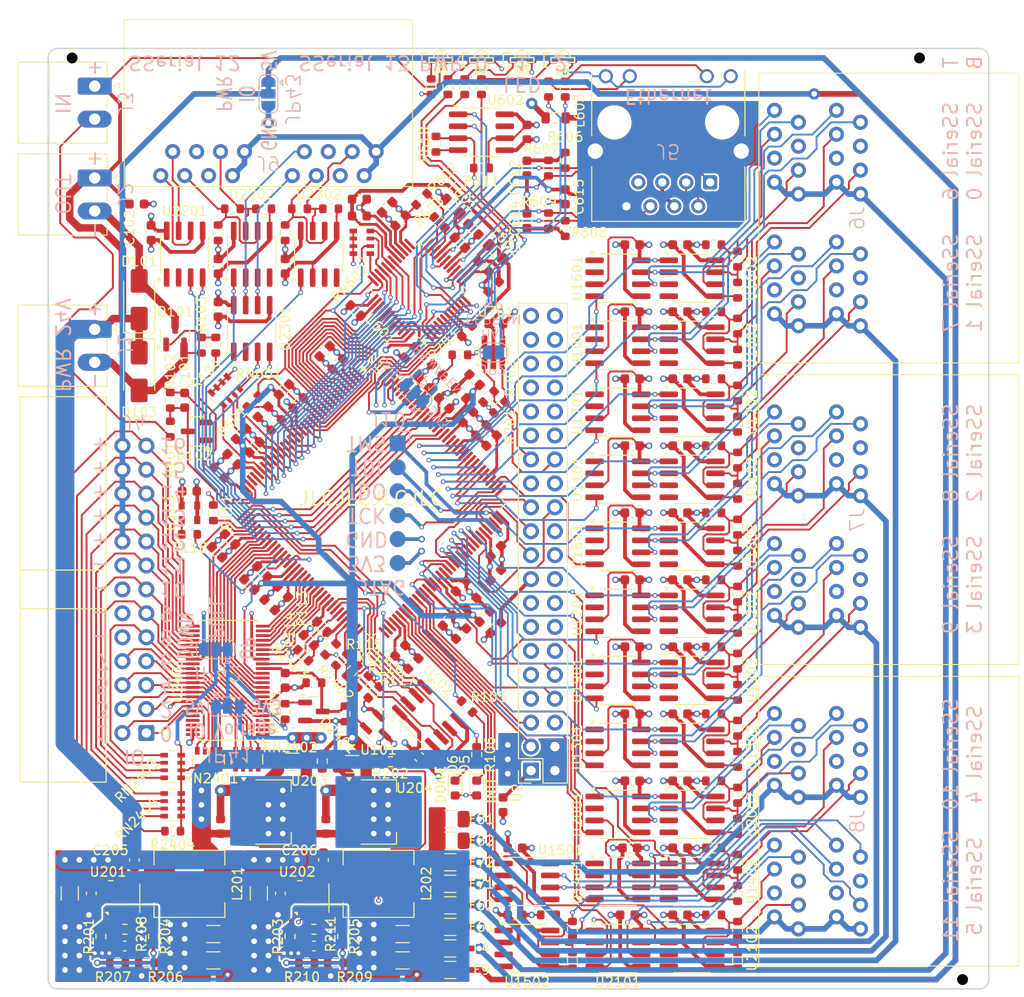
<source format=kicad_pcb>
(kicad_pcb (version 20240108) (generator "pcbnew") (generator_version "8.0")
  (layers (0 "F.Cu" signal) (1 "In1.Cu" power) (2 "In2.Cu" power) (31 "B.Cu" signal) (34 "B.Paste" user) (35 "F.Paste" user) (36 "B.SilkS" user "B.Silkscreen") (37 "F.SilkS" user "F.Silkscreen") (38 "B.Mask" user) (39 "F.Mask" user) (44 "Edge.Cuts" user))
  (net 0 "")
  (net 1 "/FPGA Bank 0 1/IN")
  (net 2 "GND")
  (net 3 "+1V2")
  (net 4 "GNDS")
  (net 5 "+3V3")
  (net 6 "Net-(U103-Out)")
  (net 7 "/FPGA Bank 2 3/HSWAPEN")
  (net 8 "/FPGA Bank 0 1/M0")
  (net 9 "/FPGA Bank 0 1/M1")
  (net 10 "/FPGA Bank 0 1/CLK")
  (net 11 "/FPGA Bank 0 1/~{RESET}")
  (net 12 "/FPGA Bank 0 1/GCLK")
  (net 13 "/FPGA Bank 0 1/OUT")
  (net 14 "/FPGA Bank 2 3/LED0")
  (net 15 "/FPGA Bank 2 3/LED1")
  (net 36 "/FPGA Bank 2 3/LED2")
  (net 37 "/FPGA Bank 2 3/TX6")
  (net 38 "Net-(J4-Pin_18)")
  (net 39 "/FPGA Bank 2 3/TX2")
  (net 40 "/FPGA Bank 2 3/TX9")
  (net 41 "/FPGA Bank 2 3/TX3")
  (net 42 "/FPGA Bank 2 3/RX11")
  (net 43 "/FPGA Bank 2 3/TX7")
  (net 44 "/FPGA Bank 2 3/EXT_PWR")
  (net 45 "+5V")
  (net 46 "/FPGA Bank 2 3/RX4")
  (net 47 "/FPGA Bank 2 3/TX12")
  (net 48 "/FPGA Bank 2 3/TX13")
  (net 49 "/FPGA Bank 2 3/RX10")
  (net 50 "/FPGA Bank 2 3/TX5")
  (net 51 "+24V")
  (net 52 "+5VP")
  (net 53 "/FPGA Bank 0 1/~{CS}")
  (net 54 "/FPGA Bank 2 3/RX8")
  (net 55 "/FPGA Bank 2 3/TX11")
  (net 56 "/FPGA Bank 2 3/TX8")
  (net 57 "/FPGA Bank 2 3/RX5")
  (net 58 "/FPGA Bank 0 1/DI")
  (net 59 "/FPGA Bank 2 3/RX12")
  (net 60 "/FPGA Bank 2 3/TX4")
  (net 61 "/FPGA Bank 2 3/RX1")
  (net 62 "/FPGA Misc/DONE")
  (net 63 "/FPGA Bank 0 1/~{INIT}")
  (net 64 "/FPGA Bank 2 3/RX6")
  (net 65 "/FPGA Bank 2 3/TX10")
  (net 66 "/FPGA Bank 2 3/RX13")
  (net 67 "/FPGA Bank 2 3/TX13EN")
  (net 68 "/FPGA Bank 2 3/TX1")
  (net 71 "/FPGA Bank 2 3/RX2")
  (net 73 "/FPGA Bank 2 3/RX3")
  (net 75 "/FPGA Bank 2 3/RX7")
  (net 78 "/FPGA Bank 0 1/DO")
  (net 81 "Net-(D101-A)")
  (net 82 "Net-(Q101-G)")
  (net 83 "/FPGA Bank 2 3/RX9")
  (net 84 "/SSerial 0-11/SSerial 7/Z")
  (net 85 "/SSerial 0-11/SSerial 7/B")
  (net 86 "/SSerial 0-11/SSerial 0/A")
  (net 87 "/SSerial 0-11/SSerial 1/B")
  (net 88 "/SSerial 0-11/SSerial 6/Y")
  (net 89 "/SSerial 0-11/SSerial 0/B")
  (net 90 "/SSerial 0-11/SSerial 7/A")
  (net 91 "/SSerial 0-11/SSerial 6/A")
  (net 92 "/SSerial 0-11/SSerial 0/Y")
  (net 93 "/SSerial 0-11/SSerial 1/A")
  (net 94 "/SSerial 0-11/SSerial 6/B")
  (net 95 "/SSerial 0-11/SSerial 7/Y")
  (net 96 "/SSerial 0-11/SSerial 0/Z")
  (net 97 "/SSerial 0-11/SSerial 6/Z")
  (net 98 "/SSerial 0-11/SSerial 1/Z")
  (net 99 "/SSerial 0-11/SSerial 1/Y")
  (net 100 "/SSerial 0-11/SSerial 9/A")
  (net 101 "/SSerial 0-11/SSerial 2/Y")
  (net 102 "/SSerial 0-11/SSerial 8/B")
  (net 103 "/SSerial 0-11/SSerial 8/A")
  (net 104 "/SSerial 0-11/SSerial 3/B")
  (net 105 "/SSerial 0-11/SSerial 3/Y")
  (net 106 "/SSerial 0-11/SSerial 9/Y")
  (net 107 "/SSerial 0-11/SSerial 2/Z")
  (net 108 "/SSerial 0-11/SSerial 3/Z")
  (net 109 "/SSerial 0-11/SSerial 3/A")
  (net 110 "/SSerial 0-11/SSerial 8/Z")
  (net 111 "/SSerial 0-11/SSerial 9/Z")
  (net 112 "/SSerial 0-11/SSerial 2/A")
  (net 113 "/SSerial 0-11/SSerial 2/B")
  (net 114 "/SSerial 0-11/SSerial 8/Y")
  (net 115 "/SSerial 0-11/SSerial 9/B")
  (net 116 "/SSerial 0-11/SSerial 5/Y")
  (net 117 "/SSerial 0-11/SSerial 10/Y")
  (net 118 "/SSerial 0-11/SSerial 11/Z")
  (net 119 "/SSerial 0-11/SSerial 11/B")
  (net 120 "/SSerial 0-11/SSerial 11/A")
  (net 121 "/SSerial 0-11/SSerial 4/Y")
  (net 122 "/SSerial 0-11/SSerial 4/Z")
  (net 123 "/SSerial 0-11/SSerial 5/B")
  (net 124 "/SSerial 0-11/SSerial 4/A")
  (net 125 "/SSerial 0-11/SSerial 5/Z")
  (net 126 "/SSerial 0-11/SSerial 10/B")
  (net 127 "/SSerial 0-11/SSerial 4/B")
  (net 128 "/SSerial 0-11/SSerial 5/A")
  (net 129 "/SSerial 0-11/SSerial 10/A")
  (net 130 "/SSerial 0-11/SSerial 11/Y")
  (net 131 "/SSerial 0-11/SSerial 10/Z")
  (net 132 "/FPGA Bank 0 1/Parallel expansion port/IO1")
  (net 133 "/FPGA Bank 0 1/Parallel expansion port/IO12")
  (net 134 "/FPGA Bank 0 1/Parallel expansion port/IO4")
  (net 135 "/FPGA Bank 0 1/Parallel expansion port/IO9")
  (net 136 "/FPGA Bank 0 1/Parallel expansion port/IO2")
  (net 137 "/FPGA Bank 0 1/Parallel expansion port/IO10")
  (net 138 "/FPGA Bank 0 1/Parallel expansion port/IO7")
  (net 139 "/FPGA Bank 0 1/Parallel expansion port/IO13")
  (net 140 "/FPGA Bank 0 1/Parallel expansion port/IO11")
  (net 141 "/FPGA Bank 0 1/Parallel expansion port/IO8")
  (net 142 "/FPGA Bank 0 1/Parallel expansion port/IO0")
  (net 143 "/FPGA Bank 0 1/Parallel expansion port/IO5")
  (net 144 "/FPGA Bank 0 1/Parallel expansion port/IO3")
  (net 145 "/FPGA Bank 0 1/Parallel expansion port/IO6")
  (net 146 "/FPGA Bank 0 1/Parallel expansion port/IO16")
  (net 147 "/FPGA Bank 0 1/Parallel expansion port/IO14")
  (net 148 "/FPGA Bank 0 1/Parallel expansion port/IO15")
  (net 149 "/SSerial 12-13/SSerial 12/B")
  (net 150 "/SSerial 12-13/SSerial 13/Z")
  (net 151 "/SSerial 12-13/SSerial 12/A")
  (net 152 "/SSerial 12-13/SSerial 12/Y")
  (net 153 "/SSerial 12-13/SSerial 13/A")
  (net 154 "/SSerial 12-13/SSerial 12/Z")
  (net 155 "/SSerial 12-13/SSerial 13/Y")
  (net 156 "/SSerial 12-13/SSerial 13/B")
  (net 157 "/FPGA Bank 0 1/Ethernet/~{INTR}")
  (net 158 "/FPGA Bank 0 1/Ethernet/~{RST}")
  (net 159 "/FPGA Bank 0 1/Ethernet/DIO")
  (net 160 "/FPGA Bank 0 1/Ethernet/SD15")
  (net 161 "/FPGA Bank 0 1/Ethernet/SD9")
  (net 162 "/FPGA Bank 0 1/Ethernet/SD13")
  (net 163 "/FPGA Bank 0 1/Ethernet/SD11")
  (net 164 "/FPGA Bank 0 1/Ethernet/SD12")
  (net 165 "/FPGA Bank 0 1/Ethernet/SD14")
  (net 166 "/FPGA Bank 0 1/Ethernet/SD10")
  (net 167 "/FPGA Bank 0 1/Ethernet/SD8")
  (net 168 "/FPGA Bank 0 1/Ethernet/SD0")
  (net 169 "/FPGA Bank 0 1/Parallel expansion port/FPGA_IO8")
  (net 170 "/FPGA Bank 0 1/Ethernet/SD2")
  (net 171 "/FPGA Bank 0 1/Ethernet/CMD")
  (net 172 "/FPGA Bank 0 1/Parallel expansion port/FPGA_IO6")
  (net 173 "/FPGA Bank 0 1/Parallel expansion port/FPGA_IO7")
  (net 174 "/FPGA Bank 2 3/Raspberry Pi/RX")
  (net 175 "/FPGA Bank 2 3/Raspberry Pi/TX")
  (net 176 "/FPGA Bank 2 3/Raspberry Pi/SDA")
  (net 177 "/FPGA Bank 0 1/Parallel expansion port/FPGA_IO4")
  (net 178 "/FPGA Bank 0 1/Ethernet/~{CS}")
  (net 179 "/FPGA Bank 0 1/Ethernet/SD1")
  (net 180 "/FPGA Bank 0 1/Parallel expansion port/FPGA_IO13")
  (net 181 "/FPGA Bank 0 1/Parallel expansion port/FPGA_IO0")
  (net 182 "/FPGA Bank 0 1/Parallel expansion port/FPGA_IO14")
  (net 183 "/FPGA Bank 0 1/Parallel expansion port/FPGA_IO9")
  (net 184 "/FPGA Bank 2 3/Raspberry Pi/SPIOUT")
  (net 185 "/FPGA Bank 0 1/Ethernet/SD3")
  (net 186 "/FPGA Bank 0 1/Ethernet/SD6")
  (net 187 "/FPGA Bank 0 1/Parallel expansion port/FPGA_IO15")
  (net 188 "/FPGA Bank 0 1/Parallel expansion port/FPGA_IO1")
  (net 189 "/FPGA Bank 2 3/Raspberry Pi/SCLK")
  (net 190 "/FPGA Bank 0 1/Parallel expansion port/FPGA_IO12")
  (net 191 "/FPGA Bank 0 1/Parallel expansion port/FPGA_IO3")
  (net 192 "/FPGA Bank 0 1/Parallel expansion port/FPGA_IO11")
  (net 193 "/FPGA Bank 0 1/Ethernet/~{WR}")
  (net 194 "/FPGA Bank 0 1/Ethernet/CLOCK")
  (net 195 "/FPGA Bank 2 3/Raspberry Pi/SCL")
  (net 196 "/FPGA Bank 0 1/Ethernet/SD4")
  (net 197 "/FPGA Bank 0 1/Parallel expansion port/FPGA_IO10")
  (net 198 "/FPGA Bank 0 1/Ethernet/~{RD}")
  (net 199 "/FPGA Bank 2 3/Raspberry Pi/SPICS")
  (net 200 "/FPGA Bank 0 1/Parallel expansion port/FPGA_IO2")
  (net 201 "/FPGA Bank 0 1/Parallel expansion port/FPGA_IO5")
  (net 202 "/FPGA Bank 0 1/Ethernet/SD5")
  (net 203 "/FPGA Bank 0 1/Parallel expansion port/FPGA_IO16")
  (net 204 "/FPGA Bank 0 1/Ethernet/SD7")
  (net 205 "/FPGA Bank 2 3/Raspberry Pi/SPIIN")
  (net 206 "/FPGA Bank 0 1/Ethernet/CS")
  (net 207 "/FPGA Bank 0 1/Ethernet/SCLK")
  (net 208 "/FPGA Bank 2 3/RX0")
  (net 209 "/FPGA Bank 2 3/TX12EN")
  (net 210 "/FPGA Bank 2 3/TX0")
  (net 223 "Net-(U201-BOOT)")
  (net 224 "Net-(U201-SW)")
  (net 225 "Net-(U202-SW)")
  (net 226 "Net-(U202-BOOT)")
  (net 227 "Net-(U201-FB)")
  (net 228 "Net-(C207-Pad1)")
  (net 229 "Net-(U202-FB)")
  (net 230 "Net-(C208-Pad1)")
  (net 231 "Net-(J5-RCT)")
  (net 232 "Net-(U601-VDD_CO1.8)")
  (net 233 "Net-(U601-VDD_A1.8)")
  (net 234 "Net-(C612-Pad1)")
  (net 235 "Net-(C614-Pad1)")
  (net 236 "Net-(C701-Pad1)")
  (net 237 "Net-(C702-Pad1)")
  (net 238 "Net-(Q2401-C)")
  (net 239 "Net-(D1-K)")
  (net 240 "Net-(D2-K)")
  (net 241 "Net-(D3-K)")
  (net 242 "Net-(D4-K)")
  (net 243 "Net-(D5-K)")
  (net 244 "Net-(D6-K)")
  (net 245 "Net-(JP43-A)")
  (net 246 "Net-(F9-Pad2)")
  (net 247 "Net-(F61-Pad2)")
  (net 248 "Net-(F62-Pad2)")
  (net 249 "Net-(F71-Pad2)")
  (net 250 "Net-(F72-Pad2)")
  (net 251 "Net-(F81-Pad2)")
  (net 252 "Net-(F82-Pad2)")
  (net 253 "Net-(J3-Pin_2)")
  (net 254 "Net-(J5-RD+)")
  (net 255 "Net-(J5-Pad11)")
  (net 256 "Net-(J5-RD-)")
  (net 257 "Net-(J5-TD-)")
  (net 258 "Net-(J5-Pad10)")
  (net 259 "Net-(J5-TD+)")
  (net 261 "Net-(J10-Pin_1)")
  (net 262 "Net-(J10-Pin_3)")
  (net 263 "Net-(J10-Pin_2)")
  (net 264 "Net-(J10-Pin_4)")
  (net 265 "Net-(JP2-B)")
  (net 266 "Net-(JP41-C)")
  (net 267 "Net-(JP42-C)")
  (net 268 "Net-(U201-AGND)")
  (net 269 "Net-(U202-AGND)")
  (net 270 "Net-(Q2401-B)")
  (net 271 "Net-(U1C-CMPCS_B_2)")
  (net 272 "Net-(U102-CLK)")
  (net 273 "Net-(U101-~{RESET})")
  (net 274 "Net-(U201-MODE)")
  (net 275 "Net-(U202-MODE)")
  (net 276 "Net-(U201-PGOOD)")
  (net 277 "Net-(U202-PGOOD)")
  (net 278 "Net-(U601-ISET)")
  (net 279 "Net-(U601-P1LED0)")
  (net 280 "Net-(U601-P1LED1)")
  (net 281 "Net-(U602-DO)")
  (net 282 "Net-(U2-ID_SD{slash}GPIO0)")
  (net 283 "Net-(U2-ID_SC{slash}GPIO1)")
  (footprint "Connector_Phoenix_MC:PhoenixContact_MC_1,5_2-G-3.5_1x02_P3.50mm_Horizontal" (layer "F.Cu") (at 34.9325 43.75 -90)
    (property "Reference" "J2")
    (property "Value" "OUT")
  )
  (footprint "Package_SO:TSSOP-48_6.1x12.5mm_P0.5mm" (layer "F.Cu") (at 49.05 97.056 180)
    (property "Reference" "U2401")
    (property "Value" "74CB3T16210DGG")
  )
  (footprint "Package_SO:SOIC-8_3.9x4.9mm_P1.27mm" (layer "F.Cu") (at 98.326 82.832)
    (property "Reference" "U1802")
    (property "Value" "SP3485EN")
  )
  (footprint "Resistor_SMD:R_0603_1608Metric" (layer "F.Cu") (at 63.401 97.183 -135)
    (property "Reference" "R116")
    (property "Value" "300R")
  )
  (footprint "Capacitor_SMD:C_0603_1608Metric" (layer "F.Cu") (at 97.056 121.948 180)
    (property "Reference" "C2102" (hide yes))
    (property "Value" "100n")
  )
  (footprint "Package_SO:SOIC-8_3.9x4.9mm_P1.27mm" (layer "F.Cu") (at 98.326 75.72)
    (property "Reference" "U1102")
    (property "Value" "SP3485EN")
  )
  (footprint "Capacitor_SMD:C_0603_1608Metric" (layer "F.Cu") (at 54.892 87.658 -45)
    (property "Reference" "C126" (hide yes))
    (property "Value" "470n")
  )
  (footprint "Capacitor_SMD:C_0603_1608Metric" (layer "F.Cu") (at 47.907 83.467 135)
    (property "Reference" "C122" (hide yes))
    (property "Value" "4.7uF")
  )
  (footprint "Resistor_SMD:R_0603_1608Metric" (layer "F.Cu") (at 103.152 98.326 -90)
    (property "Reference" "R1903" (hide yes))
    (property "Value" "620R")
  )
  (footprint "Capacitor_SMD:C_0603_1608Metric" (layer "F.Cu") (at 48.034 53.114 -90)
    (property "Reference" "C2202" (hide yes))
    (property "Value" "100n")
  )
  (footprint "Resistor_SMD:R_0603_1608Metric" (layer "F.Cu") (at 75.466 104.93 -90)
    (property "Reference" "R106")
    (property "Value" "1k")
  )
  (footprint "Resistor_SMD:R_0603_1608Metric" (layer "F.Cu") (at 83.086 48.288 -90)
    (property "Reference" "R609")
    (property "Value" "49R9 1%")
  )
  (footprint "Capacitor_SMD:C_0603_1608Metric" (layer "F.Cu") (at 38.128 125.25 180)
    (property "Reference" "C207" (hide yes))
    (property "Value" "100p")
  )
  (footprint "Resistor_SMD:R_0603_1608Metric" (layer "F.Cu") (at 60.48 127.028)
    (property "Reference" "R209")
    (property "Value" "20k")
  )
  (footprint "Capacitor_SMD:C_0603_1608Metric" (layer "F.Cu") (at 73.815 92.103 -135)
    (property "Reference" "C120" (hide yes))
    (property "Value" "4.7uF")
  )
  (footprint "Capacitor_SMD:C_0603_1608Metric" (layer "F.Cu") (at 63.02 47.78)
    (property "Reference" "C608" (hide yes))
    (property "Value" "100n")
  )
  (footprint "Connector_Phoenix_MC:PhoenixContact_MC_1,5_2-G-3.5_1x02_P3.50mm_Horizontal" (layer "F.Cu") (at 34.9325 59.805 -90)
    (property "Reference" "J1")
    (property "Value" "POWER")
  )
  (footprint "Capacitor_SMD:C_0603_1608Metric" (layer "F.Cu") (at 76.194995 53.139528 -45)
    (property "Reference" "C609" (hide yes))
    (property "Value" "100n")
  )
  (footprint "Resistor_SMD:R_0603_1608Metric" (layer "F.Cu") (at 74.45 99.85 -45)
    (property "Reference" "R105")
    (property "Value" "1k")
  )
  (footprint "Capacitor_SMD:C_0603_1608Metric" (layer "F.Cu") (at 68.735 95.278 45)
    (property "Reference" "C119" (hide yes))
    (property "Value" "4.7uF")
  )
  (footprint "Resistor_SMD:R_0603_1608Metric" (layer "F.Cu") (at 103.152 69.878 -90)
    (property "Reference" "R1703" (hide yes))
    (property "Value" "620R")
  )
  (footprint "Fuse:Fuse_1206_3216Metric" (layer "F.Cu") (at 72.672 111.788)
    (property "Reference" "F81")
    (property "Value" "1A")
  )
  (footprint "Capacitor_SMD:C_0603_1608Metric" (layer "F.Cu") (at 77.498 59.21 180)
    (property "Reference" "C703" (hide yes))
    (property "Value" "100n")
  )
  (footprint "Package_SO:SOIC-8_3.9x4.9mm_P1.27mm" (layer "F.Cu") (at 98.326 104.168)
    (property "Reference" "U1302")
    (property "Value" "SP3485EN")
  )
  (footprint "Capacitor_SMD:C_1206_3216Metric" (layer "F.Cu") (at 67.592 123.98 180)
    (property "Reference" "C211" (hide yes))
    (property "Value" "22uF")
  )
  (footprint "Resistor_SMD:R_0603_1608Metric" (layer "F.Cu") (at 37.366 127.028)
    (property "Reference" "R207")
    (property "Value" "75k")
  )
  (footprint "Resistor_SMD:R_0603_1608Metric" (layer "F.Cu") (at 85.626 123.472 -90)
    (property "Reference" "R1502" (hide yes))
    (property "Value" "120R")
  )
  (footprint "Capacitor_SMD:C_0603_1608Metric" (layer "F.Cu") (at 97.056 100.612 180)
    (property "Reference" "C1302" (hide yes))
    (property "Value" "100n")
  )
  (footprint "Capacitor_SMD:C_0603_1608Metric" (layer "F.Cu") (at 53.495 89.055 -45)
    (property "Reference" "C123" (hide yes))
    (property "Value" "4.7uF")
  )
  (footprint "Capacitor_SMD:C_0603_1608Metric" (layer "F.Cu") (at 63.02 46.002)
    (property "Reference" "C610" (hide yes))
    (property "Value" "4.7uF")
  )
  (footprint "Resistor_SMD:R_0603_1608Metric" (layer "F.Cu") (at 71.525261 48.469795 135)
    (property "Reference" "R603")
    (property "Value" "3k01 1%")
  )
  (footprint "Capacitor_SMD:C_0603_1608Metric" (layer "F.Cu") (at 67.338 93.881 45)
    (property "Reference" "C115" (hide yes))
    (property "Value" "470n")
  )
  (footprint "Inductor_SMD:L_0805_2012Metric" (layer "F.Cu") (at 77.498 51.59 -45)
    (property "Reference" "L602")
    (property "Value" "100R@100MHz")
  )
  (footprint "Resistor_SMD:R_0603_1608Metric" (layer "F.Cu") (at 49.558 47.018)
    (property "Reference" "R2202" (hide yes))
    (property "Value" "120R")
  )
  (footprint "Resistor_SMD:R_0603_1608Metric" (layer "F.Cu") (at 73.688 62.512)
    (property "Reference" "R703")
    (property "Value" "1k")
  )
  (footprint "Package_SO:SOIC-8_3.9x4.9mm_P1.27mm" (layer "F.Cu") (at 98.326 111.28)
    (property "Reference" "U2002")
    (property "Value" "SP3485EN")
  )
  (footprint "Package_SO:SOIC-8_3.9x4.9mm_P1.27mm" (layer "F.Cu") (at 90.452 68.608)
    (property "Reference" "U1701")
    (property "Value" "SP3485EN")
  )
  (footprint "LED_SMD:LED_0603_1608Metric" (layer "F.Cu") (at 73.18 108.486 -90)
    (property "Reference" "D6")
    (property "Value" "DONE")
  )
  (footprint "Resistor_SMD:R_0603_1608Metric" (layer "F.Cu") (at 47.526 79.276 -90)
    (property "Reference" "R111")
    (property "Value" "1k")
  )
  (footprint "Resistor_SMD:R_0603_1608Metric" (layer "F.Cu") (at 74.196 34.064 90)
    (property "Reference" "R108" (hide yes))
    (property "Value" "1k")
  )
  (footprint "Resistor_SMD:R_0603_1608Metric" (layer "F.Cu") (at 103.152 84.102 -90)
    (property "Reference" "R1803" (hide yes))
    (property "Value" "620R")
  )
  (footprint "Package_TO_SOT_SMD:SOT-23" (layer "F.Cu") (at 65.052 102.136 -45)
    (property "Reference" "U101")
    (property "Value" "LM809")
  )
  (footprint "Resistor_SMD:R_0603_1608Metric" (layer "F.Cu") (at 103.152 91.214 -90)
    (property "Reference" "R1203" (hide yes))
    (property "Value" "620R")
  )
  (footprint "Package_SO:SOIC-8_3.9x4.9mm_P1.27mm" (layer "F.Cu") (at 98.326 61.496)
    (property "Reference" "U1002")
    (property "Value" "SP3485EN")
  )
  (footprint "Resistor_SMD:R_0603_1608Metric" (layer "F.Cu") (at 59.972 47.018)
    (property "Reference" "R2303" (hide yes))
    (property "Value" "620R")
  )
  (footprint "Resistor_SMD:R_0603_1608Metric" (layer "F.Cu") (at 100.612 72.164)
    (property "Reference" "R1101" (hide yes))
    (property "Value" "620R")
  )
  (footprint "Resistor_SMD:R_0603_1608Metric" (layer "F.Cu") (at 103.152 76.99 -90)
    (property "Reference" "R1103" (hide yes))
    (property "Value" "620R")
  )
  (footprint "Resistor_SMD:R_0603_1608Metric" (layer "F.Cu") (at 62.258 96.04 45)
    (property "Reference" "R112")
    (property "Value" "1k")
  )
  (footprint "Resistor_SMD:R_0603_1608Metric" (layer "F.Cu") (at 70.64 34.064 90)
    (property "Reference" "R110" (hide yes))
    (property "Value" "3k9")
  )
  (footprint "Capacitor_SMD:C_0603_1608Metric" (layer "F.Cu") (at 91.722 114.836 180)
    (property "Reference" "C1401" (hide yes))
    (property "Value" "100n")
  )
  (footprint "Resistor_SMD:R_0603_1608Metric" (layer "F.Cu") (at 103.152 59.464 -90)
    (property "Reference" "R1002" (hide yes))
    (property "Value" "120R")
  )
  (footprint "Package_SO:SOIC-8_3.9x4.9mm_P1.27mm" (layer "F.Cu") (at 75.974 38.89)
    (property "Reference" "U602")
    (property "Value" "93LC46B/SN")
  )
  (footprint "stmbl-fpga-master:LED-0805-SIDE" (layer "F.Cu") (at 71.656 31.2192)
    (property "Reference" "D1")
    (property "Value" "POWER")
  )
  (footprint "Capacitor_SMD:C_0603_1608Metric" (layer "F.Cu") (at 56.56698 67.663298 45)
    (property "Reference" "C107" (hide yes))
    (property "Value" "470n")
  )
  (footprint "Package_SO:SOIC-8_3.9x4.9mm_P1.27mm" (layer "F.Cu") (at 44.478 51.831 90)
    (property "Reference" "U2201")
    (property "Value" "SP3485EN")
  )
  (footprint "Package_SO:SOIC-8_3.9x4.9mm_P1.27mm" (layer "F.Cu") (at 98.326 54.384)
    (property "Reference" "U1602")
    (property "Value" "SP3485EN")
  )
  (footprint "Package_SO:SOIC-8_3.9x4.9mm_P1.27mm" (layer "F.Cu") (at 90.452 89.944)
    (property "Reference" "U1201")
    (property "Value" "SP3485EN")
  )
  (footprint "stmbl-fpga-master:MJ5988-B022-HPRN1" (layer "F.Cu") (at 133 48 90)
    (property "Reference" "J6")
    (property "Value" "8P8C_x4")
  )
  (footprint "Capacitor_SMD:C_0603_1608Metric" (layer "F.Cu") (at 97.056 107.724 180)
    (property "Reference" "C2002" (hide yes))
    (property "Value" "100n")
  )
  (footprint "Package_TO_SOT_SMD:SOT-223-3_TabPin2" (layer "F.Cu") (at 53.876 111.026)
    (property "Reference" "U203")
    (property "Value" "AZ1117-3.3")
  )
  (footprint "Capacitor_SMD:C_0603_1608Metric" (layer "F.Cu") (at 97.056 86.388 180)
    (property "Reference" "C1202" (hide yes))
    (property "Value" "100n")
  )
  (footprint "Capacitor_SMD:C_0603_1608Metric" (layer "F.Cu") (at 48.034 57.686 -90)
    (property "Reference" "C2301" (hide yes))
    (property "Value" "100n")
  )
  (footprint "Capacitor_SMD:C_0603_1608Metric" (layer "F.Cu") (at 58.194 125.25 180)
    (property "Reference" "C208" (hide yes))
    (property "Value" "100p")
  )
  (footprint "Resistor_SMD:R_0603_1608Metric" (layer "F.Cu") (at 103.152 95.024 -90)
    (property "Reference" "R1902" (hide yes))
    (property "Value" "120R")
  )
  (footprint "Capacitor_SMD:C_0603_1608Metric" (layer "F.Cu") (at 80.8 42.7 -90)
    (property "Reference" "C612")
    (property "Value" "100n")
  )
  (footprint "Capacitor_SMD:C_0603_1608Metric" (layer "F.Cu") (at 55.146 97.056 -90)
    (property "Reference" "C2401" (hide yes))
    (property "Value" "100n")
  )
  (footprint "Capacitor_SMD:C_0603_1608Metric" (layer "F.Cu") (at 72.01302 67.663298 135)
    (property "Reference" "C128" (hide yes))
    (property "Value" "470n")
  )
  (footprint "Capacitor_SMD:C_0603_1608Metric" (layer "F.Cu") (at 39.398 46.51)
    (property "Reference" "C102")
    (property "Value" "100n")
  )
  (footprint "Resistor_SMD:R_0603_1608Metric" (layer "F.Cu") (at 47.78 61.496 90)
    (property "Reference" "R104")
    (property "Value" "22R")
  )
  (footprint "Capacitor_SMD:C_0603_1608Metric" (layer "F.Cu") (at 97.056 93.5 180)
    (property "Reference" "C1902" (hide yes))
    (property "Value" "100n")
  )
  (footprint "Resistor_SMD:R_0603_1608Metric" (layer "F.Cu") (at 103.152 119.662 -90)
    (property "Reference" "R1403" (hide yes))
    (property "Value" "620R")
  )
  (footprint "Capacitor_SMD:C_0603_1608Metric" (layer "F.Cu") (at 51.336 86.896 135)
    (property "Reference" "C137" (hide yes))
    (property "Value" "4.7uF")
  )
  (footprint "Package_SO:SOIC-8_3.9x4.9mm_P1.27mm" (layer "F.Cu") (at 90.452 97.056)
    (property "Reference" "U1901")
    (property "Value" "SP3485EN")
  )
  (footprint "Capacitor_SMD:C_0603_1608Metric" (layer "F.Cu") (at 75.117365 49.188216 -45)
    (property "Reference" "C603" (hide yes))
    (property "Value" "4.7uF")
  )
  (footprint "Capacitor_SMD:C_0603_1608Metric" (layer "F.Cu") (at 55.019 66.195 45)
    (property "Reference" "C129" (hide yes))
    (property "Value" "470n")
  )
  (footprint "Package_SO:SOIC-8_3.9x4.9mm_P1.27mm" (layer "F.Cu") (at 98.326 89.944)
    (property "Reference" "U1202")
    (property "Value" "SP3485EN")
  )
  (footprint "Capacitor_SMD:C_0603_1608Metric" (layer "F.Cu") (at 77.041964 71.61461 45)
    (property "Reference" "C110" (hide yes))
    (property "Value" "4.7uF")
  )
  (footprint "Capacitor_SMD:C_0603_1608Metric" (layer "F.Cu") (at 59.21 116.106 -90)
    (property "Reference" "C206")
    (property "Value" "100n")
  )
  (footprint "Capacitor_SMD:C_0603_1608Metric" (layer "F.Cu") (at 74.398943 59.964523 -135)
    (property "Reference" "C607" (hide yes))
    (property "Value" "100n")
  )
  (footprint "Connector_IDC:IDC-Header_2x13_P2.54mm_Horizontal" (layer "F.Cu") (at 40.414 102.644 180)
    (property "Reference" "J4")
    (property "Value" "Parallel expansion port")
  )
  (footprint "Capacitor_SMD:C_0603_1608Metric" (layer "F.Cu") (at 75.245912 65.148826 135)
    (property "Reference" "C139" (hide yes))
    (property "Value" "4.7uF")
  )
  (footprint "Capacitor_SMD:C_0603_1608Metric" (layer "F.Cu") (at 69.37 105.184 135)
    (property "Reference" "C133" (hide yes))
    (property "Value" "100n")
  )
  (footprint "Package_SO:SOIC-8_3.9x4.9mm_P1.27mm" (layer "F.Cu") (at 90.452 82.832)
    (property "Reference" "U1801")
    (property "Value" "SP3485EN")
  )
  (footprint "Inductor_SMD:L_Sunlord_MWSA0603S" (layer "F.Cu") (at 44.986 118.646)
    (property "Reference" "L201")
    (property "Value" "3.3uH")
  )
  (footprint "Resistor_SMD:R_0603_1608Metric" (layer "F.Cu") (at 103.152 116.36 -90)
    (property "Reference" "R1402" (hide yes))
    (property "Value" "120R")
  )
  (footprint "stmbl-fpga-master:JLC_Tooling_Hole" (layer "F.Cu") (at 32.54 31.016)
    (property "Reference" "REF**" (hide yes))
    (property "Value" "JLC_Tooling_Hole")
  )
  (footprint "Capacitor_SMD:C_0603_1608Metric" (layer "F.Cu") (at 72.418 90.706 -135)
    (property "Reference" "C116" (hide yes))
    (property "Value" "470n")
  )
  (footprint "stmbl-fpga-master:HC-RJ45-5622-2-6" (layer "F.Cu") (at 53.368 26.952 180)
    (property "Reference" "J9")
    (property "Value" "8P8C_x2")
  )
  (footprint "Capacitor_SMD:C_0603_1608Metric" (layer "F.Cu") (at 75.964333 70.53698 45)
    (property "Reference" "C112" (hide yes))
    (property "Value" "470n")
  )
  (footprint "Capacitor_SMD:C_0603_1608Metric" (layer "F.Cu") (at 34.572 119.662 -90)
    (property "Reference" "C203" (hide yes))
    (property "Value" "100n")
  )
  (footprint "Capacitor_SMD:C_1206_3216Metric" (layer "F.Cu") (at 52.352 119.662 -90)
    (property "Reference" "C202" (hide yes))
    (property "Value" "22uF")
  )
  (footprint "Resistor_SMD:R_0603_1608Metric" (layer "F.Cu") (at 103.152 123.472 -90)
    (property "Reference" "R2102" (hide yes))
    (property "Value" "120R")
  )
  (footprint "Resistor_SMD:R_0603_1608Metric" (layer "F.Cu") (at 103.152 80.8 -90)
    (property "Reference" "R1802" (hide yes))
    (property "Value" "120R")
  )
  (footprint "Resistor_SMD:R_Array_Convex_4x0603" (layer "F.Cu") (at 51.082 105.438 -90)
    (property "Reference" "RN2402")
    (property "Value" "4k7")
  )
  (footprint "Capacitor_SMD:C_0603_1608Metric" (layer "F.Cu") (at 80.8 48.288 90)
    (property "Reference" "C614")
    (property "Value" "100n")
  )
  (footprint "Fuse:Fuse_1206_3216Metric" (layer "F.Cu") (at 72.672 114.074)
    (property "Reference" "F82")
    (property "Value" "1A")
  )
  (footprint "Resistor_SMD:R_0603_1608Metric" (layer "F.Cu") (at 76.736 66.957 45)
    (property "Reference" "R702")
    (property "Value" "3k9")
  )
  (footprint "Inductor_SMD:L_Sunlord_MWSA0603S" (layer "F.Cu") (at 65.052 118.646)
    (property "Reference" "L202")
    (property "Value" "3.3uH")
  )
  (footprint "Package_SO:SOIC-8_3.9x4.9mm_P1.27mm" (layer "F.Cu") (at 90.452 75.72)
    (property "Reference" "U1101")
    (property "Value" "SP3485EN")
  )
  (footprint "Capacitor_SMD:C_1206_3216Metric" (layer "F.Cu") (at 47.526 123.98 180)
    (property "Reference" "C209" (hide yes))
    (property "Value" "22uF")
  )
  (footprint "Capacitor_SMD:C_0603_1608Metric" (layer "F.Cu") (at 50.460406 70.89619 45)
    (property "Reference" "C135" (hide yes))
    (property "Value" "4.7uF")
  )
  (footprint "Capacitor_SMD:C_0603_1608Metric" (layer "F.Cu") (at 97.056 57.94 180)
    (property "Reference" "C1002" (hide yes))
    (property "Value" "100n")
  )
  (footprint "stmbl-fpga-master:Texas_RPA0010A_VQFN-HR-10_3x3mm_P0.5mm" (layer "F.Cu") (at 37.874 120.17 90)
    (property "Reference" "U201")
    (property "Value" "TPS56637RPAR")
  )
  (footprint "Resistor_SMD:R_0603_1608Metric" (layer "F.Cu") (at 100.612 65.052)
    (property "Reference" "R1701" (hide yes))
    (property "Value" "620R")
  )
  (footprint "Inductor_SMD:L_0805_2012Metric" (layer "F.Cu") (at 83.848 37.366 180)
    (property "Reference" "L603")
    (property "Value" "100R@100MHz")
  )
  (footprint "Resistor_SMD:R_0603_1608Metric" (layer "F.Cu") (at 84.864 34.318 90)
    (property "Reference" "R604" (hide yes))
    (property "Value" "300R")
  )
  (footprint "Resistor_SMD:R_0603_1608Metric" (layer "F.Cu") (at 103.152 66.576 -90)
    (property "Reference" "R1702" (hide yes))
    (property "Value" "120R")
  )
  (footprint "Package_SO:SOIC-8_3.9x4.9mm_P1.27mm" (layer "F.Cu") (at 98.326 118.392)
    (property "Reference" "U1402")
    (property "Value" "SP3485EN")
  )
  (footprint "Capacitor_SMD:C_0603_1608Metric" (layer "F.Cu") (at 59.337 62.131 45)
    (property "Reference" "C109" (hide yes))
    (property "Value" "4.7uF")
  )
  (footprint "Resistor_SMD:R_0603_1608Metric" (layer "F.Cu") (at 57.051 94.389 135)
    (property "Reference" "R114")
    (property "Value" "1k")
  )
  (footprint "Fuse:Fuse_1206_3216Metric" (layer "F.Cu") (at 72.672 123.218)
    (property "Reference" "F61")
    (property "Value" "1A")
  )
  (footprint "Resistor_SMD:R_0603_1608Metric" (layer "F.Cu") (at 55.146 49.558 90)
    (property "Reference" "R2301" (hide yes))
    (property "Value" "620R")
  )
  (footprint "Package_TO_SOT_SMD:SOT-23" (layer "F.Cu") (at 45.748 70.64 180)
    (property "Reference" "D102")
    (property "Value" "SM712_SOT23")
  )
  (footprint "Fuse:Fuse_1206_3216Metric" (layer "F.Cu") (at 72.672 125.504)
    (property "Reference" "F4")
    (property "Value" "1A")
  )
  (footprint "Capacitor_SMD:C_0603_1608Metric" (layer "F.Cu") (at 48.288 112.55 90)
    (property "Reference" "C213" (hide yes))
    (property "Value" "100n")
  )
  (footprint "Resistor_SMD:R_0603_1608Metric" (layer "F.Cu") (at 51.717 67.465 45)
    (property "Reference" "R601")
    (property "Value" "1k")
  )
  (footprint "Capacitor_SMD:C_0603_1608Metric" (layer "F.Cu") (at 39.144 116.106 -90)
    (property "Reference" "C205")
    (property "Value" "100n")
  )
  (footprint "Package_TO_SOT_SMD:SOT-23" (layer "F.Cu") (at 58.194 100.358)
    (property "Reference" "Q2401")
    (property "Value" "SS8550")
  )
  (footprint "Capacitor_SMD:C_0603_1608Metric" (layer "F.Cu") (at 91.468 121.948 180)
    (property "Reference" "C2101" (hide yes))
    (property "Value" "100n")
  )
  (footprint "Resistor_SMD:R_0603_1608Metric" (layer "F.Cu") (at 40.414 127.028)
    (property "Reference" "R206")
    (property "Value" "20k")
  )
  (footprint "Resistor_SMD:R_Array_Convex_4x0603" (layer "F.Cu") (at 47.018 105.438 -90)
    (property "Reference" "RN2401")
    (property "Value" "4k7")
  )
  (footprint "Resistor_SMD:R_0603_1608Metric" (layer "F.Cu") (at 103.152 105.438 -90)
    (property "Reference" "R1303" (hide yes))
    (property "Value" "620R")
  )
  (footprint "Resistor_SMD:R_0603_1608Metric" (layer "F.Cu") (at 43.208 113.058 180)
    (property "Reference" "R2404")
    (property "Value" "4k7")
  )
  (footprint "Resistor_SMD:R_0603_1608Metric" (layer "F.Cu") (at 100.612 50.828)
    (property "Reference" "R1601" (hide yes))
    (property "Value" "620R")
  )
  (footprint "Capacitor_SMD:C_0603_1608Metric" (layer "F.Cu") (at 79.53 114.836 180)
    (property "Reference" "C1501" (hide yes))
    (property "Value" "100n")
  )
  (footprint "Capacitor_SMD:C_0603_1608Metric" (layer "F.Cu") (at 49.304 82.07 135)
    (property "Reference" "C104" (hide yes))
    (property "Value" "470n")
  )
  (footprint "Capacitor_SMD:C_0603_1608Metric" (layer "F.Cu") (at 97.056 79.276 180)
    (property "Reference" "C1802" (hide yes))
    (property "Value" "100n")
  )
  (footprint "Resistor_SMD:R_0603_1608Metric" (layer "F.Cu") (at 61.115 94.897 45)
    (property "Reference" "R115")
    (property "Value" "49.9R")
  )
  (footprint "Capacitor_SMD:C_0603_1608Metric" (layer "F.Cu") (at 44.478 67.338 90)
    (property "Reference" "C101")
    (property "Value" "1n")
  )
  (footprint "Package_SO:SOIC-8_3.9x4.9mm_P1.27mm" (layer "F.Cu") (at 98.326 68.608)
    (property "Reference" "U1702")
    (property "Value" "SP3485EN")
  )
  (footprint "Capacitor_SMD:C_0603_1608Metric" (layer "F.Cu") (at 77.498 91.468 -135)
    (property "Reference" "C701" (hide yes))
    (property "Value" "100n")
  )
  (footprint "Inductor_SMD:L_0805_2012Metric" (layer "F.Cu") (at 72.926 46.764 -45)
    (property "Reference" "L601")
    (property "Value" "100R@100MHz")
  )
  (footprint "Package_SO:SOIC-8_3.9x4.9mm_P1.27mm" (layer "F.Cu") (at 51.59 59.718 90)
    (property "Reference" "U2301")
    (property "Value" "SP3485EN")
  )
  (footprint "Capacitor_SMD:C_1206_3216Metric" (layer "F.Cu") (at 47.526 126.774 180)
    (property "Reference" "C210" (hide yes))
    (property "Value" "22uF")
  )
  (footprint "Capacitor_SMD:C_1206_3216Metric" (layer "F.Cu") (at 32.286 119.662 -90)
    (property "Reference" "C201" (hide yes))
    (property "Value" "22uF")
  )
  (footprint "Package_TO_SOT_SMD:SOT-23-5" (layer "F.Cu") (at 77.244 62.258 90)
    (property "Reference" "U701")
    (property "Value" "24LC32AT-x/OT")
  )
  (footprint "Package_SO:SOIC-8_3.9x4.9mm_P1.27mm" (layer "F.Cu") (at 51.59 51.844 90)
    (property "Reference" "U2202")
    (property "Value" "SP3485EN")
  )
  (footprint "Resistor_SMD:R_0603_1608Metric" (layer "F.Cu") (at 61.242 124.234 90)
    (property "Reference" "R205")
    (property "Value" "100k")
  )
  (footprint "Capacitor_SMD:C_0603_1608Metric" (layer "F.Cu") (at 57.64461 92.808015 -45)
    (property "Reference" "C103" (hide yes))
    (property "Value" "4.7uF")
  )
  (footprint "Capacitor_SMD:C_0603_1608Metric" (layer "F.Cu") (at 52.795272 68.561323 -135)
    (property "Reference" "C121" (hide yes))
    (property "Value" "4.7uF")
  )
  (footprint "Package_TO_SOT_SMD:SOT-23" (layer "F.Cu") (at 43.462 60.48 90)
    (property "Reference" "Q101")
    (property "Value" "AO3400A")
  )
  (footprint "Resistor_SMD:R_0603_1608Metric" (layer "F.Cu") (at 38.128 123.472)
    (property "Reference" "R208")
    (property "Value" "10k")
  )
  (footprint "Resistor_SMD:R_0603_1608Metric" (layer "F.Cu") (at 55.146 100.358 90)
    (property "Reference" "R2401")
    (property "Value" "1k")
  )
  (footprint "Capacitor_SMD:C_0603_1608Metric" (layer "F.Cu") (at 73.809071 66.585667 135)
    (property "Reference" "C134" (hide yes))
    (property "Value" "470n")
  )
  (footprint "Capacitor_SMD:C_0603_1608Metric" (layer "F.Cu") (at 40.922 49.558 -90)
    (property "Reference" "C2201" (hide yes))
    (property "Value" "100n")
  )
  (footprint "Capacitor_SMD:C_0603_1608Metric" (layer "F.Cu") (at 80.8 38.89 -90)
    (property "Reference" "C613" (hide yes))
    (property "Value" "100n")
  )
  (footprint "Capacitor_SMD:C_0603_1608Metric" (layer "F.Cu") (at 77.498 83.34 45)
    (property "Reference" "C117" (hide yes))
    (property "Value" "470n")
  )
  (footprint "Resistor_SMD:R_0603_1608Metric" (layer "F.Cu") (at 84.864 41.875 90)
    (property "Reference" "R606")
    (property "Value" "49R9 1%")
  )
  (footprint "Fuse:Fuse_1206_3216Metric" (layer "F.Cu") (at 72.672 118.646)
    (property "Reference" "F71")
    (property "Value" "1A")
  )
  (footprint "Resistor_SMD:R_0603_1608Metric" (layer "F.Cu") (at 64.544 98.326 -135)
    (property "Reference" "R117")
    (property "Value" "1k")
  )
  (footprint "Resistor_SMD:R_0603_1608Metric" (layer "F.Cu") (at 103.152 102.136 -90)
    (property "Reference" "R1302" (hide yes))
    (property "Value" "120R")
  )
  (footprint "Capacitor_SMD:C_0603_1608Metric" (layer "F.Cu") (at 97.056 65.052 180)
    (property "Reference" "C1702" (hide yes))
    (property "Value" "100n")
  )
  (footprint "Capacitor_SMD:C_0603_1608Metric" (layer "F.Cu") (at 62.639 57.809261 135)
    (property "Reference" "C604" (hide yes))
    (property "Value" "100n")
  )
  (footprint "Capacitor_SMD:C_0603_1608Metric" (layer "F.Cu") (at 97.056 114.836 180)
    (property "Reference" "C1402" (hide yes))
    (property "Value" "100n")
  )
  (footprint "Resistor_SMD:R_Array_Convex_4x0603" (layer "F.Cu") (at 43.208 106.2)
    (property "Reference" "RN2403")
    (property "Value" "4k7")
  )
  (footprint "Resistor_SMD:R_0603_1608Metric" (layer "F.Cu") (at 103.152 52.352 -90)
    (property "Reference" "R1602" (hide yes))
    (property "Value" "120R")
  )
  (footprint "Package_SO:SOIC-8_3.9x4.9mm_P1.27mm" (layer "F.Cu") (at 98.326 97.056)
    (property "Reference" "U1902")
    (property "Value" "SP3485EN")
  )
  (footprint "Capacitor_SMD:C_0603_1608Metric" (layer "F.Cu") (at 74.886702 88.856702 45)
    (property "Reference" "C132" (hide yes))
    (property "Value" "470n")
  )
  (footprint "Capacitor_SMD:C_0603_1608Metric" (layer "F.Cu") (at 77.272625 55.29479 -135)
    (property "Reference" "C611" (hide yes))
    (property "Value" "4.7uF")
  )
  (footprint "Capacitor_SMD:C_0603_1608Metric" (layer "F.Cu") (at 51.897247 72.333031 45)
    (property "Reference" "C130" (hide yes))
    (property "Value" "470n")
  )
  (footprint "Capacitor_SMD:C_0603_1608Metric" (layer "F.Cu") (at 91.976 57.94 180)
    (property "Reference" "C1001" (hide yes))
    (property "Value" "100n")
  )
  (footprint "stmbl-fpga-master:Texas_RPA0010A_VQFN-HR-10_3x3mm_P0.5mm" (layer "F.Cu") (at 57.94 120.17 90)
    (property "Reference" "U202")
    (property "Value" "TPS56637RPAR")
  )
  (footprint "Capacitor_SMD:C_0603_1608Metric" (layer "F.Cu") (at 91.976 107.724 180)
    (property "Reference" "C2001" (hide yes))
    (property "Value" "100n")
  )
  (footprint "Capacitor_SMD:C_0603_1608Metric" (layer "F.Cu") (at 59.081451 91.371174 -45)
    (property "Reference" "C105" (hide yes))
    (property "Value" "470n")
  )
  (footprint "Resistor_SMD:R_0603_1608Metric" (layer "F.Cu") (at 61.496 100.612 90)
    (property "Reference" "R2402")
    (property "Value" "1k")
  )
  (footprint "Resistor_SMD:R_0603_1608Metric" (layer "F.Cu") (at 100.612 114.836)
    (property "Reference" "R1401" (hide yes))
    (property "Value" "620R")
  )
  (footprint "Capacitor_SMD:C_0603_1608Metric" (layer "F.Cu") (at 91.976 86.388 180)
    (property "Reference" "C1201" (hide yes))
    (property "Value" "100n")
  )
  (footprint "Resistor_SMD:R_0603_1608Metric" (layer "F.Cu") (at 103.152 126.774 -90)
    (property "Reference" "R2103" (hide yes))
    (property "Value" "620R")
  )
  (footprint "Resistor_SMD:R_0603_1608Metric" (layer "F.Cu") (at 52.86 47.018)
    (property "Reference" "R2203" (hide yes))
    (property "Value" "620R")
  )
  (footprint "Capacitor_SMD:C_0603_1608Metric" (layer "F.Cu") (at 97.056 72.164 180)
    (property "Reference" "C1102" (hide yes))
    (property "Value" "100n")
  )
  (footprint "Package_SO:SOIC-8_3.9x4.9mm_P1.27mm" (layer "F.Cu") (at 80.8 125.504)
    (property "Reference" "U1502")
    (property "Value" "SP3485EN")
  )
  (footprint "Resistor_SMD:R_0603_1608Metric" (layer "F.Cu") (at 35.588 124.234 -90)
    (property "Reference" "R201")
    (property "Value" "0R")
  )
  (footprint "Resistor_SMD:R_0603_1608Metric" (layer "F.Cu") (at 59.972 93.754 45)
    (property "Reference" "R113")
    (property "Value" "1k")
  )
  (footprint "Resistor_SMD:R_0603_1608Metric" (layer "F.Cu") (at 46.256 61.496 -90)
    (property "Reference" "R103")
    (property "Value" "1k")
  )
  (footprint "Capacitor_SMD:C_0603_1608Metric" (layer "F.Cu") (at 91.976 72.164 180)
    (property "Reference" "C1101" (hide yes))
    (property "Value" "100n")
  )
  (footprint "Package_TO_SOT_SMD:SOT-223-3_TabPin2" (layer "F.Cu") (at 65.052 111.026)
    (property "Reference" "U204")
    (property "Value" "AZ1117-1.2")
  )
  (footprint "Resistor_SMD:R_0603_1608Metric" (layer "F.Cu") (at 83.086 34.318 90)
    (property "Reference" "R605" (hide yes))
    (property "Value" "300R")
  )
  (footprint "Resistor_SMD:R_0603_1608Metric" (layer "F.Cu") (at 69.624 46.002 -135)
    (property "Reference" "R602")
    (property "Value" "10k")
  )
  (footprint "Resistor_SMD:R_0603_1608Metric" (layer "F.Cu") (at 100.612 100.612)
    (property "Reference" "R1301" (hide yes))
    (property "Value" "620R")
  )
  (footprint "Capacitor_SMD:C_0603_1608Metric" (layer "F.Cu") (at 60.734 63.528 45)
    (property "Reference" "C106" (hide yes))
    (property "Value" "470n")
  )
  (footprint "Capacitor_SMD:C_0603_1608Metric" (layer "F.Cu") (at 44.986 76.99 180)
    (property "Reference" "C136" (hide yes))
    (property "Value" "100n")
  )
  (footprint "Capacitor_SMD:C_0603_1608Metric" (layer "F.Cu") (at 73.680524 50.625057 -45)
    (property "Reference" "C605" (hide yes))
    (property "Value" "100n")
  )
  (footprint "Resistor_SMD:R_0603_1608Metric" (layer "F.Cu") (at 56.67 47.018)
    (property "Reference" "R2302" (hide yes))
    (property "Value" "120R")
  )
  (footprint "Resistor_SMD:R_0603_1608Metric" (layer "F.Cu") (at 41.176 124.234 90)
    (property "Reference" "R204")
    (property "Value" "100k")
  )
  (footprint "Resistor_SMD:R_0603_1608Metric" (layer "F.Cu") (at 103.152 55.654 -90)
    (property "Reference" "R1603" (hide yes))
    (property "Value" "620R")
  )
  (footprint "Capacitor_SMD:C_1206_3216Metric" (layer "F.Cu") (at 67.592 126.774 180)
    (property "Reference" "C212" (hide yes))
    (property "Value" "22uF")
  )
  (footprint "stmbl-fpga-master:LED-0805-SIDE" (layer "F.Cu") (at 80.292 31.2192)
    (property "Reference" "D3")
    (property "Value" "yellow")
  )
  (footprint "Resistor_SMD:R_0603_1608Metric" (layer "F.Cu") (at 100.612 57.94)
    (property "Reference" "R1001" (hide yes))
    (property "Value" "620R")
  )
  (footprint "Capacitor_SMD:C_0603_1608Metric" (layer "F.Cu") (at 84.864 45.748 -90)
    (property "Reference" "C615")
    (property "Value" "100n")
  )
  (footprint "Diode_SMD:D_SMA" (layer "F.Cu") (at 39.652 64.29 -90)
    (property "Reference" "D103")
    (property "Value" "SMAJ24A")
  )
  (footprint "stmbl-fpga-master:LED-0805-SIDE" (layer "F.Cu") (at 75.974 31.2192)
    (property "Reference" "D2")
    (property "Value" "green")
  )
  (footprint "Package_SO:SOIC-8_3.9x4.9mm_P1.27mm" (layer "F.Cu") (at 58.702 51.844 90)
    (property "Reference" "U2302")
    (property "Value" "SP3485EN")
  )
  (footprint "Resistor_SMD:R_Array_Convex_4x0603" (layer "F.Cu") (at 48.796 66.322 -45)
    (property "Reference" "RN601")
    (property "Value" "1k")
  )
  (footprint "Resistor_SMD:R_0603_1608Metric" (layer "F.Cu") (at 71.148 40.16 -90)
    (property "Reference" "R610")
    (property "Value" "300R")
  )
  (footprint "Resistor_SMD:R_0603_1608Metric" (layer "F.Cu") (at 75.974 42.7 180)
    (property "Reference" "R611")
    (property "Value" "10k")
  )
  (footprint "Capacitor_SMD:C_0603_1608Metric" (layer "F.Cu") (at 68.354 62.258 -135)
    (property "Reference" "C606" (hide yes))
    (property "Value" "100n")
  )
  (footprint "Resistor_SMD:R_0603_1608Metric" (layer "F.Cu") (at 58.194 97.31 180)
    (property "Reference" "R2403")
    (property "Value" "4k99")
  )
  (footprint "Package_SO:SOIC-8_3.9x4.9mm_P1.27mm" (layer "F.Cu") (at 90.452 104.168)
    (property "Reference" "U1301")
    (property "Value" "SP3485EN")
  )
  (footprint "Capacitor_SMD:C_0603_1608Metric" (layer "F.Cu") (at 59.464 112.55 90)
    (property "Reference" "C215" (hide yes))
    (property "Value" "100n")
  )
  (footprint "Resistor_SMD:R_0603_1608Metric" (layer "F.Cu") (at 42.954 70.386 -90)
    (property "Reference" "R101")
    (property "Value" "10k")
  )
  (footprint "Diode_SMD:D_SMA" (layer "F.Cu") (at 39.652 56.67 90)
    (property "Reference" "D101")
    (property "Value" "US1M")
  )
  (footprint "Package_SO:SOIC-8_3.9x4.9mm_P1.27mm" (layer "F.Cu") (at 90.452 54.384)
    (property "Reference" "U1601")
    (property "Value" "SP3485EN")
  )
  (footprint "Resistor_SMD:R_0603_1608Metric" (layer "F.Cu") (at 100.612 121.948)
    (property "Reference" "R2101" (hide yes))
    (property "Value" "620R")
  )
  (footprint "Fuse:Fuse_1206_3216Metric" (layer "F.Cu") (at 72.672 127.79)
    (property "Reference" "F9")
    (property "Value" "1A")
  )
  (footprint "Package_QFP:TQFP-144_20x20mm_P0.5mm" (layer "F.Cu") (at 64.29 78.26 -45)
    (property "Reference" "U1")
    (property "Value" "XC6SLX9-TQG144")
  )
  (footprint "Resistor_SMD:R_0603_1608Metric" (layer "F.Cu") (at 103.152 109.248 -90)
    (property "Reference" "R2002" (hide yes))
    (property "Value" "120R")
  )
  (footprint "Resistor_SMD:R_0603_1608Metric" (layer "F.Cu") (at 83.086 121.948)
    (property "Reference" "R1501" (hide yes))
    (property "Value" "620R")
  )
  (footprint "Capacitor_SMD:C_0603_1608Metric" (layer "F.Cu") (at 91.976 50.828 180)
    (property "Reference" "C1601" (hide yes))
    (property "Value" "100n")
  )
  (footprint "Resistor_SMD:R_0603_1608Metric" (layer "F.Cu") (at 42.954 67.338 -90)
    (property "Reference" "R102")
    (property "Value" "1k")
  )
  (footprint "Capacitor_SMD:C_0603_1608Metric" (layer "F.Cu") (at 74.527492 69.100139 45)
    (property "Reference" "C113" (hide yes))
    (property "Value" "470n")
  )
  (footprint "Resistor_SMD:R_0603_1608Metric" (layer "F.Cu") (at 100.612 79.276)
    (property "Reference" "R1801" (hide yes))
    (property "Value" "620R")
  )
  (footprint "Package_SO:SOIC-8_3.9x4.9mm_P1.27mm" (layer "F.Cu") (at 90.452 61.496)
    (property "Reference" "U1001")
    (property "Value" "SP3485EN")
  )
  (footprint "Capacitor_SMD:C_0603_1608Metric" (layer "F.Cu") (at 91.976 65.052 180)
    (property "Reference" "C1701" (hide yes))
    (property "Value" "100n")
  )
  (footprint "Connector_Phoenix_MC:PhoenixContact_MC_1,5_2-G-3.5_1x02_P3.50mm_Horizontal" (layer "F.Cu") (at 34.9325 34 -90)
    (property "Reference" "J3")
    (property "Value" "IN")
  )
  (footprint "Resistor_SMD:R_0603_1608Metric" (layer "F.Cu") (at 103.152 112.55 -90)
    (property "Reference" "R2003" (hide yes))
    (property "Value" "620R")
  )
  (footprint "Package_SO:SOIC-8_3.9x4.9mm_P1.27mm" (layer "F.Cu") (at 90.452 118.392)
    (property "Reference" "U1401")
    (property "Value" "SP3485EN")
  )
  (footprint "stmbl-fpga-master:JLC_Tooling_Hole" (layer "F.Cu") (at 122.456 31.016)
    (property "Reference" "REF**" (hide yes))
    (property "Value" "JLC_Tooling_Hole")
  )
  (footprint "Capacitor_SMD:C_0603_1608Metric" (layer "F.Cu") (at 97.056 50.828 180)
    (property "Reference" "C1602" (hide yes))
    (property "Value" "100n")
  )
  (footprint "Connector_RJ:RJ45_Hanrun_HR911105A_Horizontal" (layer "F.Cu") (at 100.24 44.21 180)
    (property "Reference" "J5")
    (property "Value" "Ethernet")
  )
  (footprint "Package_SO:SOIC-8_3.9x4.9mm_P1.27mm" (layer "F.Cu") (at 80.8 118.392)
    (property "Reference" "U1501")
    (property "Value" "SP3485EN")
  )
  (footprint "Capacitor_SMD:C_0603_1608Metric" (layer "F.Cu") (at 49.56238 73.590267 135)
    (property "Reference" "C108" (hide yes))
    (property "Value" "470n")
  )
  (footprint "Capacitor_SMD:C_0603_1608Metric" (layer "F.Cu") (at 65.957503 46.853349 45)
    (property "Reference" "C601" (hide yes))
    (property "Value" "4.7uF")
  )
  (footprint "NetTie:NetTie-2_SMD_Pad0.5mm" (layer "F.Cu") (at 34.445 126.012 180)
    (property "Reference" "NT201" (hide yes))
    (property "Value" "AGND-PGND" (hide yes))
  )
  (footprint "Capacitor_SMD:C_0603_1608Metric" (layer "F.Cu") (at 91.976 79.276 180)
    (property "Reference" "C1801" (hide yes))
    (property "Value" "100n")
  )
  (footprint "Resistor_SMD:R_0603_1608Metric" (layer "F.Cu") (at 100.612 93.5)
    (property "Reference" "R1901" (hide yes))
    (property "Value" "620R")
  )
  (footprint "Capacitor_SMD:C_0603_1608Metric" (layer "F.Cu") (at 91.976 100.612 180)
    (property "Reference" "C1301" (hide yes))
    (property "Value" "100n")
  )
  (footprint "Resistor_SMD:R_0603_1608Metric" (layer "F.Cu") (at 48.034001 49.558 90)
    (property "Reference" "R2201" (hide yes))
    (property "Value" "620R")
  )
  (footprint "Resistor_SMD:R_0603_1608Metric" (layer "F.Cu") (at 44.986 81.562 180)
    (property "Reference" "R118")
    (property "Value" "49.9R")
  )
  (footprint "Resistor_SMD:R_0603_1608Metric" (layer "F.Cu") (at 103.152 62.766 -90)
    (property "Reference" "R1003" (hide yes))
    (property "Value" "620R")
  )
  (footprint "Oscillator:Oscillator_SMD_Abracon_ASDMB-4Pin_2.5x2.0mm" (layer "F.Cu") (at 44.986 79.276 180)
    (property "Reference" "U103")
    (property "Value" "ASDMB-50MHz")
  )
  (footprint "Capacitor_SMD:C_0603_1608Metric" (layer "F.Cu") (at 73.809071 87.060651 45)
    (property "Reference" "C127" (hide yes))
    (property "Value" "470n")
  )
  (footprint "stmbl-fpga-master:Raspberry_Pi_5_Socketed_THT_FaceDown_MountingHoles" (layer "F.Cu") (at 81.23 106.63 180)
    (property "Reference" "U2")
    (property "Value" "RaspberryPi-4/5")
  )
  (footprint "Fuse:Fuse_1206_3216Metric" (layer "F.Cu") (at 72.672 120.932)
    (property "Reference" "F62")
    (property "Value" "1A")
  )
  (footprint "Resistor_SMD:R_0603_1608Metric" (layer "F.Cu") (at 100.612 86.388)
    (property "Reference" "R1201" (hide yes))
    (property "Value" "620R")
  )
  (footprint "Resistor_SMD:R_Array_Convex_4x0603" (layer "F.Cu") (at 43.208 110.264)
    (property "Reference" "RN2404")
    (property "Value" "4k7")
  )
  (footprint "Capacitor_SMD:C_0603_1608Metric" (layer "F.Cu") (at 79.53 121.948 180)
    (property "Reference" "C1502" (hide yes))
    (property "Value" "100n")
  )
  (footprint "Package_SO:SOIC-8_3.9x4.9mm_P1.27mm" (layer "F.Cu") (at 70.386 100.866 -45)
    (property "Reference" "U102")
    (property "Value" "W25Q16JVSn")
  )
  (footprint "Capacitor_SMD:C_0603_1608Metric" (layer "F.Cu") (at 54.232113 69.998164 -135)
    (property "Reference" "C124" (hide yes))
    (property "Value" "470n")
  )
  (footprint "Package_SO:SOIC-8_3.9x4.9mm_P1.27mm" (layer "F.Cu") (at 90.452 111.28)
    (property "Reference" "U2001")
    (property "Value" "SP3485EN")
  )
  (footprint "Capacitor_SMD:C_0603_1608Metric" (layer "F.Cu") (at 71.2946 64.071195 135)
    (property "Reference" "C111" (hide yes))
    (property "Value" "4.7uF")
  )
  (footprint "Capacitor_SMD:C_1206_3216Metric" (layer "F.Cu") (at 55.908 105.692 180)
    (property "Reference" "C214" (hide yes))
    (property "Value" "22uF")
  )
  (footprint "Capacitor_SMD:C_0603_1608Metric" (layer "F.Cu") (at 54.638 119.662 -90)
    (property "Reference" "C204" (hide yes))
    (property "Value" "100n")
  )
  (footprint "Resistor_SMD:R_0603_1608Metric" (layer "F.Cu") (at 103.152 73.688 -90)
    (property "Reference" "R1102" (hide yes))
    (property "Value" "120R")
  )
  (footprint "Resistor_SMD:R_0603_1608Metric" (layer "F.Cu") (at 100.612 107.724)
    (property "Reference" "R2001" (hide yes))
    (property "Value" "620R")
  )
  (footprint "stmbl-fpga-master:MJ5988-B022-HPRN1" (layer "F.Cu") (at 133 112 90)
    (property "Reference" "J8")
    (property "Value" "8P8C_x4")
  )
  (footprint "Capacitor_SMD:C_0603_1608Metric" (layer "F.Cu") (at 78.26 110.264 -90)
    (property "Reference" "C702" (hide yes))
    (property "Value" "100n")
  )
  (footprint "Capacitor_SMD:C_0603_1608Metric" (layer "F.Cu") (at 69.857759 65.508036 135)
    (property "Reference" "C114" (hide yes))
    (property "Value" "470n")
  )
  (footprint "Resistor_SMD:R_0603_1608Metric" (layer "F.Cu") (at 72.418 34.064 90)
    (property "Reference" "R107" (hide yes))
    (property "Value" "1k")
  )
  (footprint "Resistor_SMD:R_0603_1608Metric" (layer "F.Cu") (at 75.974 34.064 90)
    (property "Reference" "R109" (hide yes))
    (property "Value" "1k")
  )
  (footprint "Resistor_SMD:R_0603_1608Metric" (layer "F.Cu") (at 84.864 49.113 -90)
    (property "Reference" "R608")
    (property "Value" "49R9 1%")
  )
  (footprint "Resistor_SMD:R_0603_1608Metric" (layer "F.Cu") (at 55.654 124.234 -90)
    (property "Reference" "R203")
    (property "Value" "0R")
  )
  (footprint "NetTie:NetTie-2_SMD_Pad0.5mm" (layer "F.Cu") (at 54.511 126.012 180)
    (property "Reference" "NT202" (hide yes))
    (property "Value" "AGND-PGND" (hide yes))
  )
  (footprint "stmbl-fpga-master:JLC_Tooling_Hole" (layer "F.Cu") (at 127.028 128.806)
    (property "Reference" "REF**" (hide yes))
    (property "Value" "JLC_Tooling_Hole")
  )
  (footprint "Package_QFP:LQFP-48_7x7mm_P0.5mm" (layer "F.Cu") (at 69.37 55.654 135)
    (property "Reference" "U601")
    (property "Value" "KSZ8851-16MLL")
  )
  (footprint "Package_SO:SOIC-8_3.9x4.9mm_P1.27mm" (layer "F.Cu") (at 98.326 125.504)
    (property "Reference" "U2102")
    (property "Value" "SP3485EN")
  )
  (footprint "Resistor_SMD:R_0603_1608Metric" (layer "F.Cu") (at 85.626 126.774 -90)
    (property "Reference" "R1503" (hide yes))
    (property "Value" "620R")
  )
  (footprint "Package_SO:SOIC-8_3.9x4.9mm_P1.27mm" (layer "F.Cu") (at 90.452 125.504)
    (property "Reference" "U2101")
    (property "Value" "SP3485EN")
  )
  (footprint "Resistor_SMD:R_0603_1608Metric" (layer "F.Cu") (at 77.879 68.1 45)
    (property "Reference" "R701")
    (property "Value" "3k9")
  )
  (footprint "Capacitor_SMD:C_0603_1608Metric" (layer "F.Cu") (at 55.146 53.114 -90)
    (property "Reference" "C2302" (hide yes))
    (property "Value" "100n")
  )
  (footprint "Resistor_SMD:R_0603_1608Metric" (layer "F.Cu") (at 57.432 127.028)
    (property "Reference" "R210")
    (property "Value" "75k")
  )
  (footprint "Resistor_SMD:R_0603_1608Metric" (layer "F.Cu") (at 66.322 105.692)
    (property "Reference" "R202")
    (property "Value" "1k")
  )
  (footprint "Resistor_SMD:R_0603_1608Metric" (layer "F.Cu") (at 59.083 105.629 -90)
    (property "Reference" "R212" (hide yes))
    (property "Value" "100R")
  )
  (footprint "Capacitor_SMD:C_0603_1608Metric" (layer "F.Cu") (at 52.733 85.499 135)
    (property "Reference" "C131" (hide yes))
    (property "Value" "470n")
  )
  (footprint "Capacitor_SMD:C_0603_1608Metric" (layer "F.Cu") (at 48.125539 75.027108 135)
    (property "Reference" "C125" (hide yes))
    (property "Value" "470n")
  )
  (footprint "Capacitor_SMD:C_0603_1608Metric" (layer "F.Cu") (at 77.498 85.88 45)
    (property "Reference" "C118" (hide yes))
    (property "Value" "4.7uF")
  )
  (footprint "Fuse:Fuse_1206_3216Metric" (layer "F.Cu") (at 72.672 116.36)
    (property "Reference" "F72")
    (property "Value" "1A")
  )
  (footprint "Capacitor_SMD:C_0603_1608Metric" (layer "F.Cu") (at 91.976 93.5 180)
    (property "Reference" "C1901" (hide yes))
    (property "Value" "100n")
  )
  (footprint "Resistor_SMD:R_Array_Convex_4x0603" (layer "F.Cu") (at 63.274 50.574)
    (property "Reference" "RN602")
    (property "Value" "1k")
  )
  (footprint "LED_SMD:LED_0603_1608Metric" (layer "F.Cu") (at 75.466 108.486 -90)
    (property "Reference" "D5")
    (property "Value" "INIT")
  )
  (footprint "stmbl-fpga-master:MJ5988-B022-HPRN1" (layer "F.Cu") (at 133 80 90)
    (property "Reference" "J7")
    (property "Value" "8P8C_x4")
  )
  (footprint "stmbl-fpga-master:LED-0805-SIDE" (layer "F.Cu") (at 84.61 31.2192)
    (property "Reference" "D4")
    (property "Value" "red")
  )
  (footprint "Resistor_SMD:R_0603_1608Metric" (layer "F.Cu") (at 58.194 123.472)
    (property "Reference" "R211")
    (property "Value" "10k")
  )
  (footprint "Capacitor_SMD:C_0603_1608Metric" (layer "F.Cu") (at 67.394344 48.29019 45)
    (property "Reference" "C602" (hide yes))
    (property "Value" "100n")
  )
  (footprint "Capacitor_SMD:C_1206_3216Metric" (layer "F.Cu") (at 62.258 105.946 180)
    (property "Reference" "C216" (hide yes))
    (property "Value" "22uF")
  )
  (footprint "Resistor_SMD:R_0603_1608Metric" (layer "F.Cu") (at 103.152 87.912 -90)
    (property "Reference" "R1202" (hide yes))
    (property "Value" "120R")
  )
  (footprint "Capacitor_SMD:C_0603_1608Metric" (layer "F.Cu") (at 76.323543 90.293543 45)
    (property "Reference" "C138" (hide yes))
    (property "Value" "4.7uF")
  )
  (footprint "Resistor_SMD:R_0603_1608Metric" (layer "F.Cu") (at 83.086 42.7 90)
    (property "Reference" "R607")
    (property "Value" "49R9 1%")
  )
  (footprint "Jumper:SolderJumper-3_P1.3mm_Bridged12_RoundedPad1.0x1.5mm" (layer "B.Cu") (at 68.862 66.576 135)
    (property "Reference" "JP1")
    (property "Value" "HSWAPEN")
  )
  (footprint "Jumper:SolderJumper-3_P1.3mm_Bridged12_RoundedPad1.0x1.5mm" (layer "B.Cu") (at 47.78 93.754 180)
    (property "Reference" "JP42")
    (property "Value" "PULL-UP/DOWN")
  )
  (footprint "Jumper:SolderJumper-3_P1.3mm_Bridged12_RoundedPad1.0x1.5mm" (layer "B.Cu") (at 49.05 99.85)
    (property "Reference" "JP41")
    (property "Value" "IO Voltage")
  )
  (footprint "Jumper:SolderJumper-2_P1.3mm_Open_RoundedPad1.0x1.5mm" (layer "B.Cu") (at 77.244 62.258 180)
    (property "Reference" "JP2")
    (property "Value" "HAT EEPROM WP")
  )
  (footprint "Jumper:SolderJumper-3_P1.3mm_Bridged12_RoundedPad1.0x1.5mm" (layer "B.Cu") (at 53.368 34.826 -90)
    (property "Reference" "JP43")
    (property "Value" "Breakout Power")
  )
  (footprint "Connector_PinHeader_2.54mm:PinHeader_1x06_P2.54mm_Horizontal" (layer "B.Cu") (at 67.084 71.91 180)
    (property "Reference" "J10")
    (property "Value" "JTAG")
  )
  (gr_line (start 59.718 92.992) (end 57.559 90.833) (stroke (width 0.1)) (layer "F.SilkS"))
  (gr_arc (start 31.000001 129.800001) (mid 30.292894 129.507108) (end 30.000001 128.800001) (stroke (width 0.15)) (layer "Edge.Cuts"))
  (gr_arc (start 30.000001 31.000001) (mid 30.292894 30.292894) (end 31.000001 30.000001) (stroke (width 0.15)) (layer "Edge.Cuts"))
  (gr_line (start 30.000001 128.800001) (end 30.000001 31.000001) (stroke (width 0.15)) (layer "Edge.Cuts"))
  (gr_line (start 128.800001 129.800001) (end 31.000001 129.800001) (stroke (width 0.15)) (layer "Edge.Cuts"))
  (gr_line (start 31.000001 30.000001) (end 128.799329 29.999949) (stroke (width 0.15)) (layer "Edge.Cuts"))
  (gr_arc (start 129.800001 128.800001) (mid 129.507108 129.507108) (end 128.800001 129.800001) (stroke (width 0.15)) (layer "Edge.Cuts"))
  (gr_line (start 129.799329 31.010001) (end 129.800001 128.800001) (stroke (width 0.15)) (layer "Edge.Cuts"))
  (gr_arc (start 128.799329 29.999949) (mid 129.509981 30.296412) (end 129.799329 31.010001) (stroke (width 0.15)) (layer "Edge.Cuts"))
  (gr_text "JTAG" (at 68.1 87.15 180) (layer "B.SilkS") (effects (font (size 1.5 1.5) (thickness 0.2)) (justify right mirror)))
  (gr_text "DOWN" (at 44.478 95.024 270) (layer "B.SilkS") (effects (font (size 1.5 1.2) (thickness 0.2)) (justify left mirror)))
  (gr_text "PWR 24V" (at 31.524 61.496 -90) (layer "B.SilkS") (effects (font (size 1.5 1.5) (thickness 0.2)) (justify mirror)))
  (gr_text "2" (at 84.356 31.524 180) (layer "B.SilkS") (effects (font (size 1.5 1.5) (thickness 0.2)) (justify mirror)))
  (gr_text "LED" (at 80.292 33.81 180) (layer "B.SilkS") (effects (font (size 1.5 1.5) (thickness 0.2)) (justify mirror)))
  (gr_text "PWR" (at 71.656 31.524 180) (layer "B.SilkS") (effects (font (size 1.5 1.5) (thickness 0.2)) (justify mirror)))
  (gr_text "+" (at 35.08 32.032 270) (layer "B.SilkS") (effects (font (size 1.5 1.5) (thickness 0.2)) (justify mirror)))
  (gr_text "SSerial 13" (at 62.512 31.524 180) (layer "B.SilkS") (effects (font (size 1.5 1.5) (thickness 0.2)) (justify mirror)))
  (gr_text "0" (at 75.974 31.524 180) (layer "B.SilkS") (effects (font (size 1.5 1.5) (thickness 0.2)) (justify mirror)))
  (gr_text "3V3" (at 51.336 99.85 180) (layer "B.SilkS") (effects (font (size 1.5 1.2) (thickness 0.2)) (justify left mirror)))
  (gr_text "B" (at 128.298 31.524 90) (layer "B.SilkS") (effects (font (size 1.5 1.5) (thickness 0.2)) (justify mirror)))
  (gr_text "HAT\nEEPROM\nWP" (at 77.244 58.702 180) (layer "B.SilkS") (effects (font (size 1 1) (thickness 0.1)) (justify mirror)))
  (gr_text "0\n2\n4\n6\n8\n9\n10\n11\n12\n13\n14\n15\n16" (at 41.684 87.404 180) (layer "B.SilkS") (effects (font (size 1.58 1.5) (thickness 0.2)) (justify left mirror)))
  (gr_text "T" (at 125.758 31.524 90) (layer "B.SilkS") (effects (font (size 1.5 1.5) (thickness 0.2)) (justify mirror)))
  (gr_text "+" (at 35.08 41.684 270) (layer "B.SilkS") (effects (font (size 1.5 1.5) (thickness 0.2)) (justify mirror)))
  (gr_text "Ethernet" (at 95.786 35.08 180) (layer "B.SilkS") (effects (font (size 1.5 1.5) (thickness 0.2)) (justify mirror)))
  (gr_text "SSerial 10" (at 125.758 104.93 90) (layer "B.SilkS") (effects (font (size 1.5 1.5) (thickness 0.2)) (justify mirror)))
  (gr_text "GND" (at 67.338 65.052 135) (layer "B.SilkS") (effects (font (size 1 1) (thickness 0.1)) (justify right mirror)))
  (gr_text "5V" (at 53.368 32.54 270) (layer "B.SilkS") (effects (font (size 1.5 1.2) (thickness 0.2)) (justify left mirror)))
  (gr_text "5V" (at 46.764 99.85 180) (layer "B.SilkS") (effects (font (size 1.5 1.2) (thickness 0.2)) (justify right mirror)))
  (gr_text "-" (at 35.08 65.306 270) (layer "B.SilkS") (effects (font (size 1.5 1.5) (thickness 0.2)) (justify mirror)))
  (gr_text "3V3" (at 70.386 68.1 135) (layer "B.SilkS") (effects (font (size 1 1) (thickness 0.1)) (justify left mirror)))
  (gr_text "+" (at 35.08 57.686 270) (layer "B.SilkS") (effects (font (size 1.5 1.5) (thickness 0.2)) (justify mirror)))
  (gr_text "HSWAPEN" (at 71.402 64.036 135) (layer "B.SilkS") (effects (font (size 1 1) (thickness 0.1)) (justify mirror)))
  (gr_text "SSerial 5" (at 128.298 118.9 90) (layer "B.SilkS") (effects (font (size 1.5 1.5) (thickness 0.2)) (justify mirror)))
  (gr_text "UP" (at 51.082 95.024 -90) (layer "B.SilkS") (effects (font (size 1.5 1.2) (thickness 0.2)) (justify left mirror)))
  (gr_text "SSerial 8" (at 125.758 72.926 90) (layer "B.SilkS") (effects (font (size 1.5 1.5) (thickness 0.2)) (justify mirror)))
  (gr_text "SSerial 0" (at 128.298 40.922 90) (layer "B.SilkS") (effects (font (size 1.5 1.5) (thickness 0.2)) (justify mirror)))
  (gr_text "SSerial 3" (at 128.298 86.896 90) (layer "B.SilkS") (effects (font (size 1.5 1.5) (thickness 0.2)) (justify mirror)))
  (gr_text "SSerial 7" (at 125.758 54.892 90) (layer "B.SilkS") (effects (font (size 1.5 1.5) (thickness 0.2)) (justify mirror)))
  (gr_text "SSerial 6" (at 125.758 40.922 90) (layer "B.SilkS") (effects (font (size 1.5 1.5) (thickness 0.2)) (justify mirror)))
  (gr_text "-" (at 35.08 49.304 270) (layer "B.SilkS") (effects (font (size 1.5 1.5) (thickness 0.2)) (justify mirror)))
  (gr_text "SSerial 12" (at 44.478 31.524 180) (layer "B.SilkS") (effects (font (size 1.5 1.5) (thickness 0.2)) (justify mirror)))
  (gr_text "SSerial 4" (at 128.298 104.93 90) (layer "B.SilkS") (effects (font (size 1.5 1.5) (thickness 0.2)) (justify mirror)))
  (gr_text "SSerial 9" (at 125.758 86.896 90) (layer "B.SilkS") (effects (font (size 1.5 1.5) (thickness 0.2)) (justify mirror)))
  (gr_text "SSerial 2" (at 128.298 72.926 90) (layer "B.SilkS") (effects (font (size 1.5 1.5) (thickness 0.2)) (justify mirror)))
  (gr_text "1\n3\n5\n7\n-\n-\n-\n-\n+\n+\n+\n+\n+" (at 36.604 87.404 180) (layer "B.SilkS") (effects (font (size 1.58 1.5) (thickness 0.2)) (justify right mirror)))
  (gr_text "IO\nPWR" (at 49.812 34.826 270) (layer "B.SilkS") (effects (font (size 1.5 1.2) (thickness 0.2)) (justify mirror)))
  (gr_text "IO" (at 39.144 105.184 180) (layer "B.SilkS") (effects (font (size 1.5 1.5) (thickness 0.2)) (justify mirror)))
  (gr_text "IO Voltage" (at 49.558 102.39 180) (layer "B.SilkS") (effects (font (size 1.5 1.2) (thickness 0.2)) (justify mirror)))
  (gr_text "SSerial 1" (at 128.298 54.892 90) (layer "B.SilkS") (effects (font (size 1.5 1.5) (thickness 0.2)) (justify mirror)))
  (gr_text "OUT" (at 31.524 45.494 270) (layer "B.SilkS") (effects (font (size 1.5 1.5) (thickness 0.2)) (justify mirror)))
  (gr_text "IN" (at 31.524 35.842 270) (layer "B.SilkS") (effects (font (size 1.5 1.5) (thickness 0.2)) (justify mirror)))
  (gr_text "GND" (at 53.368 37.112 270) (layer "B.SilkS") (effects (font (size 1.5 1.2) (thickness 0.2)) (justify right mirror)))
  (gr_text "3V3\nGND\nTCK\nTDO\nTDI\nTMS" (at 63.782 78.26 180) (layer "B.SilkS") (effects (font (size 1.58 1.5) (thickness 0.2)) (justify mirror)))
  (gr_text "1" (at 80.292 31.524 180) (layer "B.SilkS") (effects (font (size 1.5 1.5) (thickness 0.2)) (justify mirror)))
  (gr_text "SSerial 11" (at 125.758 118.9 90) (layer "B.SilkS") (effects (font (size 1.5 1.5) (thickness 0.2)) (justify mirror)))
  (gr_text "PULL-" (at 47.78 89.69 -90) (layer "B.SilkS") (effects (font (size 1.5 1.2) (thickness 0.2)) (justify mirror)))
  (gr_text "DONE" (at 71.656 110.264 90) (layer "F.SilkS") (effects (font (size 1 1) (thickness 0.2) (bold yes)) (justify left)))
  (gr_text "JLCJLCJLCJLC" (at 64.29 77.752 0) (layer "F.SilkS") (effects (font (size 1.5 1.5) (thickness 0.2))))
  (gr_text "INIT" (at 76.99 110.264 90) (layer "F.SilkS") (effects (font (size 1 1) (thickness 0.2) (bold yes)) (justify left)))
  (segment (start 42.954 69.561) (end 42.954 68.163) (width 0.2) (layer "F.Cu") (net 1))
  (segment (start 44.428 68.163) (end 44.478 68.113) (width 0.2) (layer "F.Cu") (net 1))
  (segment (start 44.810499 74.020499) (end 49.05 78.26) (width 0.2) (layer "F.Cu") (net 1))
  (segment (start 51.971 77.625) (end 51.971 76.901155) (width 0.2) (layer "F.Cu") (net 1))
  (segment (start 51.336 78.26) (end 51.971 77.625) (width 0.2) (layer "F.Cu") (net 1))
  (segment (start 42.954 68.163) (end 44.428 68.163) (width 0.2) (layer "F.Cu") (net 1))
  (segment (start 51.971 76.901155) (end 51.270396 76.200551) (width 0.2) (layer "F.Cu") (net 1))
  (segment (start 44.810499 70.64) (end 44.810499 74.020499) (width 0.2) (layer "F.Cu") (net 1))
  (segment (start 44.478 68.113) (end 44.810499 68.445499) (width 0.2) (layer "F.Cu") (net 1))
  (segment (start 44.810499 68.445499) (end 44.810499 70.64) (width 0.2) (layer "F.Cu") (net 1))
  (segment (start 49.05 78.26) (end 51.336 78.26) (width 0.2) (layer "F.Cu") (net 1))
  (segment (start 61.523445 90.572497) (end 60.17676 91.919182) (width 0.3) (layer "F.Cu") (net 2))
  (segment (start 47.358992 82.918992) (end 47.358992 82.872008) (width 0.4) (layer "F.Cu") (net 2))
  (segment (start 77.589971 74.50597) (end 77.589971 71.066603) (width 0.3) (layer "F.Cu") (net 2))
  (segment (start 45.3375 103.3085) (end 44.986 103.66) (width 0.3) (layer "F.Cu") (net 2))
  (segment (start 55.440008 86.756438) (end 55.440008 88.206008) (width 0.3) (layer "F.Cu") (net 2))
  (segment (start 97.437 80.432) (end 97.437 82.197) (width 0.4) (layer "F.Cu") (net 2))
  (segment (start 58.217999 52.733) (end 58.067 52.733) (width 0.4) (layer "F.Cu") (net 2))
  (segment (start 67.310551 51.826785) (end 66.322 50.838234) (width 0.3) (layer "F.Cu") (net 2))
  (segment (start 76.493956 69.988972) (end 76.512341 69.988972) (width 0.4) (layer "F.Cu") (net 2))
  (segment (start 97.437 108.88) (end 97.437 110.645) (width 0.4) (layer "F.Cu") (net 2))
  (segment (start 61.902 108.726) (end 59.478 108.726) (width 1.2) (layer "F.Cu") (net 2))
  (segment (start 96.281 65.052) (end 97.437 66.208) (width 0.4) (layer "F.Cu") (net 2))
  (segment (start 96.281 50.828) (end 97.437 51.984) (width 0.4) (layer "F.Cu") (net 2))
  (segment (start 48.809 58.461) (end 49.304 58.956) (width 0.4) (layer "F.Cu") (net 2))
  (segment (start 55.678147 65.678449) (end 55.678147 65.696834) (width 0.4) (layer "F.Cu") (net 2))
  (segment (start 67.846 93.292984) (end 67.886008 93.332992) (width 0.3) (layer "F.Cu") (net 2))
  (segment (start 91.201 50.828) (end 90.198 50.828) (width 0.4) (layer "F.Cu") (net 2))
  (segment (start 92.927 127.409) (end 91.595 127.409) (width 0.4) (layer "F.Cu") (net 2))
  (segment (start 52.7625 94.806) (end 51.92188 94.806) (width 0.3) (layer "F.Cu") (net 2))
  (segment (start 91.952001 70.513) (end 91.201 69.761999) (width 0.4) (layer "F.Cu") (net 2))
  (segment (start 95.851 89.309) (end 97.437 89.309) (width 0.2) (layer "F.Cu") (net 2))
  (segment (start 91.201 112.433999) (end 91.201 107.724) (width 0.4) (layer "F.Cu") (net 2))
  (segment (start 74.57855 61.221759) (end 73.86932 60.512531) (width 0.4) (layer "F.Cu") (net 2))
  (segment (start 62.374 51.774) (end 62.385 51.785) (width 0.2) (layer "F.Cu") (net 2))
  (segment (start 46.383 50.701) (end 46.383 49.356) (width 0.4) (layer "F.Cu") (net 2))
  (segment (start 78.133 82.878984) (end 78.046008 82.791992) (width 0.4) (layer "F.Cu") (net 2))
  (segment (start 97.437 51.984) (end 97.437 53.749) (width 0.4) (layer "F.Cu") (net 2))
  (segment (start 96.281 79.276) (end 95.278 79.276) (width 0.4) (layer "F.Cu") (net 2))
  (segment (start 53.671 99.306) (end 55.146 97.831) (width 0.3) (layer "F.Cu") (net 2))
  (segment (start 73.261064 66.037659) (end 72.713056 66.585667) (width 0.4) (layer "F.Cu") (net 2))
  (segment (start 44.211 76.99) (end 44.211 75.987) (width 0.4) (layer "F.Cu") (net 2))
  (segment (start 95.851 82.197) (end 97.437 82.197) (width 0.2) (layer "F.Cu") (net 2))
  (segment (start 70.746592 63.541572) (end 70.037364 64.2508) (width 0.4) (layer "F.Cu") (net 2))
  (segment (start 92.927 56.289) (end 91.952001 56.289) (width 0.4) (layer "F.Cu") (net 2))
  (segment (start 91.952001 98.961) (end 91.201 98.209999) (width 0.4) (layer "F.Cu") (net 2))
  (segment (start 80.8 39.665) (end 81.803 39.665) (width 0.4) (layer "F.Cu") (net 2))
  (segment (start 74.228531 51.15468) (end 74.228531 51.173064) (width 0.4) (layer "F.Cu") (net 2))
  (segment (start 78.325 124.869) (end 79.911 124.869) (width 0.2) (layer "F.Cu") (net 2))
  (segment (start 71.994635 66.585667) (end 71.465013 67.11529) (width 0.4) (layer "F.Cu") (net 2))
  (segment (start 51.717 71.021) (end 52.445255 71.749255) (width 0.4) (layer "F.Cu") (net 2))
  (segment (start 102.962 127.409) (end 100.801 127.409) (width 0.2) (layer "F.Cu") (net 2))
  (segment (start 103.152 106.263) (end 102.962 106.073) (width 0.2) (layer "F.Cu") (net 2))
  (segment (start 92.927 70.513) (end 91.952001 70.513) (width 0.4) (layer "F.Cu") (net 2))
  (segment (start 97.437 94.656) (end 97.437 96.421) (width 0.4) (layer "F.Cu") (net 2))
  (segment (start 56.302 52.733) (end 58.067 52.733) (width 0.4) (layer "F.Cu") (net 2))
  (segment (start 52.7625 99.306) (end 53.671 99.306) (width 0.3) (layer "F.Cu") (net 2))
  (segment (start 95.851 103.533) (end 97.437 103.533) (width 0.2) (layer "F.Cu") (net 2))
  (segment (start 76.602497 75.493445) (end 77.589971 74.50597) (width 0.3) (layer "F.Cu") (net 2))
  (segment (start 100.801 98.961) (end 99.826001 98.961) (width 0.4) (layer "F.Cu") (net 2))
  (segment (start 99.826001 91.849) (end 97.437 89.459999) (width 0.4) (layer "F.Cu") (net 2))
  (segment (start 68.470769 67.361717) (end 69.309751 66.522735) (width 0.3) (layer "F.Cu") (net 2))
  (segment (start 47.876761 65.968447) (end 48.442447 65.402761) (width 0.2) (layer "F.Cu") (net 2))
  (segment (start 99.826001 77.625) (end 97.437 75.235999) (width 0.4) (layer "F.Cu") (net 2))
  (segment (start 54.043008 89.603008) (end 54.089992 89.603008) (width 0.4) (layer "F.Cu") (net 2))
  (segment (start 99.826001 84.737) (end 97.437 82.347999) (width 0.4) (layer "F.Cu") (net 2))
  (segment (start 75.0755 68.570516) (end 75.784728 69.279744) (width 0.4) (layer "F.Cu") (net 2))
  (segment (start 95.851 60.861) (end 97.437 60.861) (width 0.2) (layer "F.Cu") (net 2))
  (segment (start 60.607 62.258) (end 61.282008 62.933008) (width 0.4) (layer "F.Cu") (net 2))
  (segment (start 52.247264 69.109331) (end 52.265649 69.109331) (width 0.4) (layer "F.Cu") (net 2))
  (segment (start 78.755 114.836) (end 78.939882 114.836) (width 0.4) (layer "F.Cu") (net 2))
  (segment (start 60.797 47.017999) (end 60.607 47.208) (width 0.2) (layer "F.Cu") (net 2))
  (segment (start 73.266992 92.651008) (end 73.220008 92.651008) (width 0.4) (layer "F.Cu") (net 2))
  (segment (start 97.437 82.347999) (end 97.437 82.197) (width 0.4) (layer "F.Cu") (net 2))
  (segment (start 97.437 115.992) (end 97.437 117.757) (width 0.4) (layer "F.Cu") (net 2))
  (segment (start 84.864 46.523) (end 84.597 46.256) (width 0.4) (layer "F.Cu") (net 2))
  (segment (start 63.795 47.666) (end 63.795 47.78) (width 0.4) (layer "F.Cu") (net 2))
  (segment (start 79.911 123.104) (end 79.911 124.869) (width 0.4) (layer "F.Cu") (net 2))
  (segment (start 63.528 99.342) (end 63.528 100.104) (width 0.2) (layer "F.Cu") (net 2))
  (segment (start 49.809208 64.036) (end 49.812 64.036) (width 0.2) (layer "F.Cu") (net 2))
  (segment (start 91.201 62.649999) (end 91.201 57.94) (width 0.4) (layer "F.Cu") (net 2))
  (segment (start 73.86932 60.512531) (end 73.850936 60.512531) (width 0.4) (layer "F.Cu") (net 2))
  (segment (start 78.046008 85.331992) (end 78.133 85.245) (width 0.4) (layer "F.Cu") (net 2))
  (segment (start 56.861 97.818) (end 57.369 97.31) (width 0.4) (layer "F.Cu") (net 2))
  (segment (start 69.328136 64.960029) (end 70.037364 64.2508) (width 0.4) (layer "F.Cu") (net 2))
  (segment (start 80.8 45.494) (end 80.8 47.513) (width 0.4) (layer "F.Cu") (net 2))
  (segment (start 79.911 125.019999) (end 79.911 124.869) (width 0.4) (layer "F.Cu") (net 2))
  (segment (start 96.281 65.052) (end 95.278 65.052) (width 0.4) (layer "F.Cu") (net 2))
  (segment (start 91.952001 91.849) (end 91.201 91.097999) (width 0.4) (layer "F.Cu") (net 2))
  (segment (start 74.704 87.658) (end 74.357079 87.311079) (width 0.4) (layer "F.Cu") (net 2))
  (segment (start 85.436 127.409) (end 83.275 127.409) (width 0.2) (layer "F.Cu") (net 2))
  (segment (start 72.372231 66.585667) (end 71.994635 66.585667) (width 0.4) (layer "F.Cu") (net 2))
  (segment (start 41.938 65.56) (end 44.412 63.086) (width 0.8) (layer "F.Cu") (net 2))
  (segment (start 99.826001 56.289) (end 97.437 53.899999) (width 0.4) (layer "F.Cu") (net 2))
  (segment (start 99.826001 70.513) (end 97.437 68.123999) (width 0.4) (layer "F.Cu") (net 2))
  (segment (start 52.445255 71.749255) (end 52.445255 71.785023) (width 0.4) (layer "F.Cu") (net 2))
  (segment (start 72.896197 86.512643) (end 74.357079 86.512643) (width 0.3) (layer "F.Cu") (net 2))
  (segment (start 59.885008 61.582992) (end 59.931992 61.582992) (width 0.4) (layer "F.Cu") (net 2))
  (segment (start 49.014372 73.060644) (end 48.305144 73.769872) (width 0.4) (layer "F.Cu") (net 2))
  (segment (start 74.368478 84.449391) (end 74.368478 86.501245) (width 0.3) (layer "F.Cu") (net 2))
  (segment (start 51.105999 52.733) (end 50.955 52.733) (width 0.4) (layer "F.Cu") (net 2))
  (segment (start 68.086601 47.886432) (end 67.942351 47.742182) (width 0.2) (layer "F.Cu") (net 2))
  (segment (start 62.090992 57.261253) (end 62.047747 57.261253) (width 0.4) (layer "F.Cu") (net 2))
  (segment (start 55.678147 65.696834) (end 56.387375 66.406062) (width 0.4) (layer "F.Cu") (net 2))
  (segment (start 74.20449 51.173064) (end 74.228531 51.173064) (width 0.3) (layer "F.Cu") (net 2))
  (segment (start 95.851 53.749) (end 97.437 53.749) (width 0.2) (layer "F.Cu") (net 2))
  (segment (start 91.201 83.985999) (end 91.201 79.276) (width 0.4) (layer "F.Cu") (net 2))
  (segment (start 76.512341 69.988972) (end 77.589971 71.066603) (width 0.4) (layer "F.Cu") (net 2))
  (segment (start 76.01539 55.115185) (end 76.743003 54.387571) (width 0.4) (layer "F.Cu") (net 2))
  (segment (start 59.591 105.946) (end 60.783 105.946) (width 0.4) (layer "F.Cu") (net 2))
  (segment (start 56.149 97.831) (end 56.162 97.818) (width 0.4) (layer "F.Cu") (net 2))
  (segment (start 103.152 113.375) (end 102.962 113.185) (width 0.2) (layer "F.Cu") (net 2))
  (segment (start 50.787992 86.347992) (end 50.787992 86.301008) (width 0.4) (layer "F.Cu") (net 2))
  (segment (start 95.851 117.757) (end 97.437 117.757) (width 0.2) (layer "F.Cu") (net 2))
  (segment (start 46.22 94.806) (end 46.51 94.516) (width 0.3) (layer "F.Cu") (net 2))
  (segment (start 78.133 85.245) (end 78.133 84.229) (width 0.4) (layer "F.Cu") (net 2))
  (segment (start 59.083 106.454) (end 59.591 105.946) (width 0.4) (layer "F.Cu") (net 2))
  (segment (start 85.626 127.599) (end 85.436 127.409) (width 0.2) (layer "F.Cu") (net 2))
  (segment (start 97.437 89.459999) (end 97.437 89.309) (width 0.4) (layer "F.Cu") (net 2))
  (segment (start 39.652 66.290001) (end 41.207999 66.290001) (width 0.8) (layer "F.Cu") (net 2))
  (segment (start 41.207999 66.290001) (end 41.938 65.56) (width 0.8) (layer "F.Cu") (net 2))
  (segment (start 52.138008 84.950992) (end 52.184992 84.950992) (width 0.4) (layer "F.Cu") (net 2))
  (segment (start 65.060839 100.801336) (end 64.363503 100.104) (width 0.4) (layer "F.Cu") (net 2))
  (segment (start 48.442447 65.402761) (end 49.008132 64.837076) (width 0.2) (layer "F.Cu") (net 2))
  (segment (start 91.952001 113.185) (end 91.201 112.433999) (width 0.4) (layer "F.Cu") (net 2))
  (segment (start 76.871551 89.745535) (end 75.43471 88.308694) (width 0.4) (layer "F.Cu") (net 2))
  (segment (start 103.152 99.151) (end 102.962 98.961) (width 0.2) (layer "F.Cu") (net 2))
  (segment (start 84.597 46.256) (end 83.086 46.256) (width 0.4) (layer "F.Cu") (net 2))
  (segment (start 58.192618 93.356023) (end 58.192618 93.337638) (width 0.4) (layer "F.Cu") (net 2))
  (segment (start 81.562 117.458118) (end 81.562 119.662) (width 0.4) (layer "F.Cu") (net 2))
  (segment (start 56.387375 66.406062) (end 57.096603 67.11529) (width 0.4) (layer "F.Cu") (net 2))
  (segment (start 80.8 43.475) (end 80.8 45.494) (width 0.4) (layer "F.Cu") (net 2))
  (segment (start 78.01671 79.612342) (end 78.611118 80.206748) (width 0.3) (layer "F.Cu") (net 2))
  (segment (start 90.579 119.281) (end 91.595 120.297) (width 0.4) (layer "F.Cu") (net 2))
  (segment (start 78.768 80.36363) (end 78.768 82.07) (width 0.3) (layer "F.Cu") (net 2))
  (segment (start 46.6855 71.59) (end 46.6855 69.69) (width 0.2) (layer "F.Cu") (net 2))
  (segment (start 78.133 84.229) (end 78.133 82.878984) (width 0.4) (layer "F.Cu") (net 2))
  (segment (start 52.299 108.726) (end 54.433 106.592) (width 1.2) (layer "F.Cu") (net 2))
  (segment (start 96.281 114.836) (end 97.437 115.992) (width 0.4) (layer "F.Cu") (net 2))
  (segment (start 75.43471 88.308694) (end 75.354694 88.308694) (width 0.4) (layer "F.Cu") (net 2))
  (segment (start 59.478 108.726) (end 59.464 108.74) (width 1.2) (layer "F.Cu") (net 2))
  (segment (start 62.374 49.374) (end 62.374 50.174) (width 0.2) (layer "F.Cu") (net 2))
  (segment (start 42.954 51.59) (end 45.494 51.59) (width 0.4) (layer "F.Cu") (net 2))
  (segment (start 58.901846 92.62841) (end 59.611074 91.919182) (width 0.4) (layer "F.Cu") (net 2))
  (segment (start 34.9325 63.305) (end 36.666999 63.305) (width 0.8) (layer "F.Cu") (net 2))
  (segment (start 96.281 79.276) (end 97.437 80.432) (width 0.4) (layer "F.Cu") (net 2))
  (segment (start 79.67 40.795) (end 80.8 39.665) (width 0.4) (layer "F.Cu") (net 2))
  (segment (start 91.201 79.276) (end 90.198 79.276) (width 0.4) (layer "F.Cu") (net 2))
  (segment (start 75.784728 69.279744) (end 76.493956 69.988972) (width 0.4) (layer "F.Cu") (net 2))
  (segment (start 67.214739 47.032954) (end 67.923967 47.742182) (width 0.4) (layer "F.Cu") (net 2))
  (segment (start 61.282008 62.933008) (end 61.282008 62.979992) (width 0.4) (layer "F.Cu") (net 2))
  (segment (start 51.044182 70.348182) (end 51.717 71.021) (width 0.4) (layer "F.Cu") (net 2))
  (segment (start 100.801 91.849) (end 99.826001 91.849) (width 0.4) (layer "F.Cu") (net 2))
  (segment (start 55.440008 88.252992) (end 55.440008 88.206008) (width 0.4) (layer "F.Cu") (net 2))
  (segment (start 44.161 77.04) (end 44.211 76.99) (width 0.4) (layer "F.Cu") (net 2))
  (segment (start 58.066999 54.319) (end 58.067 52.733) (width 0.2) (layer "F.Cu") (net 2))
  (segment (start 78.939882 114.836) (end 81.562 117.458118) (width 0.4) (layer "F.Cu") (net 2))
  (segment (start 69.37 104.087984) (end 69.37 102.544077) (width 0.4) (layer "F.Cu") (net 2))
  (segment (start 67.147 105.692) (end 67.765984 105.692) (width 0.2) (layer "F.Cu") (net 2))
  (segment (start 49.014372 73.042259) (end 49.014372 73.060644) (width 0.4) (layer "F.Cu") (net 2))
  (segment (start 100.801 56.289) (end 99.826001 56.289) (width 0.4) (layer "F.Cu") (net 2))
  (segment (start 53.684105 70.546172) (end 53.684105 70.527787) (width 0.4) (layer "F.Cu") (net 2))
  (segment (start 66.322 49.445232) (end 64.656768 47.78) (width 0.3) (layer "F.Cu") (net 2))
  (segment (start 91.201 105.321999) (end 91.201 100.612) (width 0.4) (layer "F.Cu") (net 2))
  (segment (start 53.495 47.208) (end 53.495 49.369) (width 0.2) (layer "F.Cu") (net 2))
  (segment (start 97.437 96.571999) (end 97.437 96.421) (width 0.4) (layer "F.Cu") (net 2))
  (segment (start 45.494 51.59) (end 46.383 50.701) (width 0.4) (layer "F.Cu") (net 2))
  (segment (start 82.7855 37.3195) (end 81.308 35.842) (width 0.6) (layer "F.Cu") (net 2))
  (segment (start 53.685 47.017999) (end 53.495 47.208) (width 0.2) (layer "F.Cu") (net 2))
  (segment (start 72.006303 85.622749) (end 72.896197 86.512643) (width 0.3) (layer "F.Cu") (net 2))
  (segment (start 91.201 55.537999) (end 91.201 50.828) (width 0.4) (layer "F.Cu") (net 2))
  (segment (start 67.765984 105.692) (end 68.821992 104.635992) (width 0.2) (layer "F.Cu") (net 2))
  (segment (start 100.801 113.185) (end 99.826001 113.185) (width 0.4) (layer "F.Cu") (net 2))
  (segment (start 83.275 127.409) (end 82.300001 127.409) (width 0.4) (layer "F.Cu") (net 2))
  (segment (start 66.50551 46.323726) (end 67.214739 47.032954) (width 0.4) (layer "F.Cu") (net 2))
  (segment (start 91.952001 106.073) (end 91.201 105.321999) (width 0.4) (layer "F.Cu") (net 2))
  (segment (start 76.724618 55.824413) (end 76.01539 55.115185) (width 0.4) (layer "F.Cu") (net 2))
  (segment (start 48.034 53.889001) (end 48.034 54.892) (width 0.4) (layer "F.Cu") (net 2))
  (segment (start 102.962 98.961) (end 100.801 98.961) (width 0.2) (layer "F.Cu") (net 2))
  (segment (start 91.595 120.297) (end 92.927 120.297) (width 0.4) (layer "F.Cu") (net 2))
  (segment (start 96.281 72.164) (end 95.278 72.164) (width 0.4) (layer "F.Cu") (net 2))
  (segment (start 73.850936 59.781382) (end 73.850936 60.512531) (width 0.3) (layer "F.Cu") (net 2))
  (segment (start 96.281 93.5) (end 95.278 93.5) (width 0.4) (layer "F.Cu") (net 2))
  (segment (start 91.201 65.052) (end 90.198 65.052) (width 0.4) (layer "F.Cu") (net 2))
  (segment (start 102.962 106.073) (end 100.801 106.073) (width 0.2) (layer "F.Cu") (net 2))
  (segment (start 70.592089 69.483037) (end 71.465013 68.610114) (width 0.3) (layer "F.Cu") (net 2))
  (segment (start 102.962 113.185) (end 100.801 113.185) (width 0.2) (layer "F.Cu") (net 2))
  (segment (start 70.746592 63.523188) (end 70.746592 63.541572) (width 0.4) (layer "F.Cu") (net 2))
  (segment (start 97.437 117.907999) (end 97.437 117.757) (width 0.4) (layer "F.Cu") (net 2))
  (segment (start 46.51 94.516) (end 46.51 89.944) (width 0.3) (layer "F.Cu") (net 2))
  (segment (start 43.498 99.306) (end 42.954 99.85) (width 0.3) (layer "F.Cu") (net 2))
  (segment (start 103.152 70.703) (end 102.962 70.513) (width 0.2) (layer "F.Cu") (net 2))
  (segment (start 91.201 69.761999) (end 91.201 65.052) (width 0.4) (layer "F.Cu") (net 2))
  (segment (start 97.437 75.235999) (end 97.437 75.085) (width 0.4) (layer "F.Cu") (net 2))
  (segment (start 72.490109 52.887445) (end 74.20449 51.173064) (width 0.3) (layer "F.Cu") (net 2))
  (segment (start 100.801 120.297) (end 99.826001 120.297) (width 0.4) (layer "F.Cu") (net 2))
  (segment (start 62.230551 65.240396) (end 61.282008 64.291853) (width 0.3) (layer "F.Cu") (net 2))
  (segment (start 77.244 59.731) (end 76.723 59.21) (width 0.4) (layer "F.Cu") (net 2))
  (segment (start 78.755 114.836) (end 78.768 114.823) (width 0.4) (layer "F.Cu") (net 2))
  (segment (start 67.942351 48.908908) (end 67.942351 47.742182) (width 0.3) (layer "F.Cu") (net 2))
  (segment (start 53.495 58.575) (end 53.495 57.243) (width 0.4) (layer "F.Cu") (net 2))
  (segment (start 100.801 84.737) (end 99.826001 84.737) (width 0.4) (layer "F.Cu") (net 2))
  (segment (start 57.114987 67.1959) (end 57.114987 67.11529) (width 0.3) (layer "F.Cu") (net 2))
  (segment (start 97.437 66.208) (end 97.437 67.973) (width 0.4) (layer "F.Cu") (net 2))
  (segment (start 56.162 97.818) (end 56.861 97.818) (width 0.4) (layer "F.Cu") (net 2))
  (segment (start 97.437 73.32) (end 97.437 75.085) (width 0.4) (layer "F.Cu") (net 2))
  (segment (start 48.709008 81.521992) (end 48.755992 81.521992) (width 0.4) (layer "F.Cu") (net 2))
  (segment (start 91.201 76.873999) (end 91.201 72.164) (width 0.4) (layer "F.Cu") (net 2))
  (segment (start 70.577 34.826) (end 69.624 34.826) (width 0.2) (layer "F.Cu") (net 2))
  (segment (start 95.851 110.645) (end 97.437 110.645) (width 0.2) (layer "F.Cu") (net 2))
  (segment (start 95.851 67.973) (end 97.437 67.973) (width 0.2) (layer "F.Cu") (net 2))
  (segment (start 96.281 57.94) (end 95.278 57.94) (width 0.4) (layer "F.Cu") (net 2))
  (segment (start 53.684105 70.527787) (end 52.974877 69.818559) (width 0.4) (layer "F.Cu") (net 2))
  (segment (start 97.437 87.544) (end 97.437 89.309) (width 0.4) (layer "F.Cu") (net 2))
  (segment (start 53.495 50.343998) (end 51.105999 52.733) (width 0.4) (layer "F.Cu") (net 2))
  (segment (start 95.851 75.085) (end 97.437 75.085) (width 0.2) (layer "F.Cu") (net 2))
  (segment (start 100.801 127.409) (end 99.826001 127.409) (width 0.4) (layer "F.Cu") (net 2))
  (segment (start 67.846 91.36194) (end 67.846 93.292984) (width 0.3) (layer "F.Cu") (net 2))
  (segment (start 91.595 127.409) (end 90.693 126.507) (width 0.4) (layer "F.Cu") (net 2))
  (segment (start 96.281 121.948) (end 95.278 121.948) (width 0.4) (layer "F.Cu") (net 2))
  (segment (start 103.152 92.039) (end 102.962 91.849) (width 0.2) (layer "F.Cu") (net 2))
  (segment (start 97.437 68.123999) (end 97.437 67.973) (width 0.4) (layer "F.Cu") (net 2))
  (segment (start 47.311076 66.534132) (end 47.876761 65.968447) (width 0.2) (layer "F.Cu") (net 2))
  (segment (start 48.288 111.775) (end 48.288 108.74) (width 0.8) (layer "F.Cu") (net 2))
  (segment (start 54.089992 89.603008) (end 54.765 88.928) (width 0.4) (layer "F.Cu") (net 2))
  (segment (start 102.962 63.401) (end 100.801 63.401) (width 0.2) (layer "F.Cu") (net 2))
  (segment (start 67.650963 91.166903) (end 67.846 91.36194) (width 0.3) (layer "F.Cu") (net 2))
  (segment (start 61.902 107.065) (end 60.783 105.946) (width 1.2) (layer "F.Cu") (net 2))
  (segment (start 69.040637 46.585363) (end 69.040637 46.643897) (width 0.2) (layer "F.Cu") (net 2))
  (segment (start 99.826001 63.401) (end 97.437 61.011999) (width 0.4) (layer "F.Cu") (net 2))
  (segment (start 95.851 96.421) (end 97.437 96.421) (width 0.2) (layer "F.Cu") (net 2))
  (segment (start 44.211 75.987) (end 44.224 75.974) (width 0.4) (layer "F.Cu") (net 2))
  (segment (start 91.201 91.097999) (end 91.201 86.388) (width 0.4) (layer "F.Cu") (net 2))
  (segment (start 95.851 124.869) (end 97.437 124.869) (width 0.2) (layer "F.Cu") (net 2))
  (segment (start 69.37 102.544077) (end 67.288872 100.462949) (width 0.4) (layer "F.Cu") (net 2))
  (segment (start 60.607 50.343998) (end 58.217999 52.733) (width 0.4) (layer "F.Cu") (net 2))
  (segment (start 67.932992 93.332992) (end 67.886008 93.332992) (width 0.4) (layer "F.Cu") (net 2))
  (segment (start 52.265649 69.109331) (end 52.974877 69.818559) (width 0.4) (layer "F.Cu") (net 2))
  (segment (start 60.17676 91.919182) (end 59.629459 91.919182) (width 0.3) (layer "F.Cu") (net 2))
  (segment (start 99.826001 98.961) (end 97.437 96.571999) (width 0.4) (layer "F.Cu") (net 2))
  (segment (start 48.034 82.197) (end 48.709008 81.521992) (width 0.4) (layer "F.Cu") (net 2))
  (segment (start 62.047747 57.261253) (end 61.369 57.94) (width 0.4) (layer "F.Cu") (net 2))
  (segment (start 69.283008 94.729992) (end 69.283008 94.683008) (width 0.4) (layer "F.Cu") (net 2))
  (segment (start 44.161 78.501) (end 44.161 77.04) (width 0.4) (layer "F.Cu") (net 2))
  (segment (start 103.152 127.599) (end 102.962 127.409) (width 0.2) (layer "F.Cu") (net 2))
  (segment (start 73.220008 92.651008) (end 72.545 91.976) (width 0.4) (layer "F.Cu") (net 2))
  (segment (start 103.152 63.591) (end 102.962 63.401) (width 0.2) (layer "F.Cu") (net 2))
  (segment (start 48.305144 73.769872) (end 47.595916 74.4791) (width 0.4) (layer "F.Cu") (net 2))
  (segment (start 96.281 100.612) (end 95.278 100.612) (width 0.4) (layer "F.Cu") (net 2))
  (segment (start 78.26 111.039) (end 78.26 112.042) (width 0.4) (layer "F.Cu") (net 2))
  (segment (start 78.006 121.948) (end 77.498 121.44) (width 0.4) (layer "F.Cu") (net 2))
  (segment (start 53.766837 72.333031) (end 52.993262 72.333031) (width 0.3) (layer "F.Cu") (net 2))
  (segment (start 50.726 108.726) (end 48.302 108.726) (width 1.2) (layer "F.Cu") (net 2))
  (segment (start 103.152 84.927) (end 102.962 84.737) (width 0.2) (layer "F.Cu") (net 2))
  (segment (start 63.795 46.116) (end 63.02 46.891) (width 0.4) (layer "F.Cu") (net 2))
  (segment (start 50.726 108.726) (end 52.299 108.726) (width 1.2) (layer "F.Cu") (net 2))
  (segment (start 48.302 108.726) (end 48.288 108.74) (width 1.2) (layer "F.Cu") (net 2))
  (segment (start 99.826001 127.409) (end 97.437 125.019999) (width 0.4) (layer "F.Cu") (net 2))
  (segment (start 90.579 116.106) (end 90.579 119.281) (width 0.4) (layer "F.Cu") (net 2))
  (segment (start 45.3375 99.306) (end 43.498 99.306) (width 0.3) (layer "F.Cu") (net 2))
  (segment (start 52.993262 72.333031) (end 52.445254 71.785023) (width 0.3) (layer "F.Cu") (net 2))
  (segment (start 54.452377 73.018571) (end 53.766837 72.333031) (width 0.3) (layer "F.Cu") (net 2))
  (segment (start 46.256 62.321) (end 44.475 62.321) (width 0.2) (layer "F.Cu") (net 2))
  (segment (start 97.437 123.104) (end 97.437 124.869) (width 0.4) (layer "F.Cu") (net 2))
  (segment (start 75.225551 53.687536) (end 76.743002 53.687536) (width 0.3) (layer "F.Cu") (net 2))
  (segment (start 74.697905 64.600818) (end 73.261064 66.037659) (width 0.4) (layer "F.Cu") (net 2))
  (segment (start 63.02 46.891) (end 63.795 47.666) (width 0.4) (layer "F.Cu") (net 2))
  (segment (start 58.192618 94.414108) (end 58.192618 93.356023) (width 0.2) (layer "F.Cu") (net 2))
  (segment (start 67.394344 49.456916) (end 67.942351 48.908908) (width 0.3) (layer "F.Cu") (net 2))
  (segment (start 48.034 53.889001) (end 49.19 52.733) (width 0.4) (layer "F.Cu") (net 2))
  (segment (start 63.873659 57.261253) (end 62.090992 57.261253) (width 0.3) (layer "F.Cu") (net 2))
  (segment (start 44.412 63.086) (end 44.412 62.258) (width 0.8) (layer "F.Cu") (net 2))
  (segment (start 54.765 88.928) (end 55.440008 88.252992) (width 0.4) (layer "F.Cu") (net 2))
  (segment (start 50.787992 86.301008) (end 51.463 85.626) (width 0.4) (layer "F.Cu") (net 2))
  (segment (start 99.826001 106.073) (end 97.437 103.683999) (width 0.4) (layer "F.Cu") (net 2))
  (segment (start 72.545 91.976) (end 71.869992 91.300992) (width 0.4) (layer "F.Cu") (net 2))
  (segment (start 96.281 107.724) (end 95.278 107.724) (width 0.4) (layer "F.Cu") (net 2))
  (segment (start 96.281 107.724) (end 97.437 108.88) (width 0.4) (layer "F.Cu") (net 2))
  (segment (start 69.040637 46.643897) (end 67.942352 47.742182) (width 0.2) (layer "F.Cu") (net 2))
  (segment (start 97.437 61.011999) (end 97.437 60.861) (width 0.4) (layer "F.Cu") (net 2))
  (segment (start 53.114 58.956) (end 53.495 58.575) (width 0.4) (layer "F.Cu") (net 2))
  (segment (start 49.304 58.956) (end 53.114 58.956) (width 0.4) (layer "F.Cu") (net 2))
  (segment (start 69.309751 64.960029) (end 69.328136 64.960029) (width 0.4) (layer "F.Cu") (net 2))
  (segment (start 102.962 56.289) (end 100.801 56.289) (width 0.2) (layer "F.Cu") (net 2))
  (segment (start 90.947 114.836) (end 89.944 114.836) (width 0.4) (layer "F.Cu") (net 2))
  (segment (start 96.281 86.388) (end 95.278 86.388) (width 0.4) (layer "F.Cu") (net 2))
  (segment (start 73.77407 83.854982) (end 74.368478 84.449391) (width 0.3) (layer "F.Cu") (net 2))
  (segment (start 74.93776 50.445451) (end 75.646988 49.736223) (width 0.4) (layer "F.Cu") (net 2))
  (segment (start 77.244 63.3955) (end 77.244 59.731) (width 0.4) (layer "F.Cu") (net 2))
  (segment (start 91.201 57.94) (end 90.198 57.94) (width 0.4) (layer "F.Cu") (net 2))
  (segment (start 75.646988 49.736223) (end 75.665372 49.736223) (width 0.4) (layer "F.Cu") (net 2))
  (segment (start 70.941898 47.886432) (end 68.086601 47.886432) (width 0.2) (layer "F.Cu") (net 2))
  (segment (start 58.695018 68.77593) (end 57.114987 67.1959) (width 0.3) (layer "F.Cu") (net 2))
  (segment (start 97.437 103.683999) (end 97.437 103.533) (width 0.4) (layer "F.Cu") (net 2))
  (segment (start 91.952001 84.737) (end 91.201 83.985999) (width 0.4) (layer "F.Cu") (net 2))
  (segment (start 57.634363 94.972363) (end 58.192618 94.414108) (width 0.2) (layer "F.Cu") (net 2))
  (segment (start 96.281 86.388) (end 97.437 87.544) (width 0.4) (layer "F.Cu") (net 2))
  (segment (start 90.693 126.507) (end 90.693 121.948) (width 0.4) (layer "F.Cu") (net 2))
  (segment (start 97.437 59.096) (end 97.437 60.861) (width 0.4) (layer "F.Cu") (net 2))
  (segment (start 52.652984 84.483) (end 54.177912 84.483) (width 0.3) (layer "F.Cu") (net 2))
  (segment (start 82.300001 127.409) (end 79.911 125.019999) (width 0.4) (layer "F.Cu") (net 2))
  (segment (start 90.947 114.836) (end 90.947 115.738) (width 0.4) (layer "F.Cu") (net 2))
  (segment (start 92.927 98.961) (end 91.952001 98.961) (width 0.4) (layer "F.Cu") (net 2))
  (segment (start 71.465013 68.610114) (end 71.465013 67.11529) (width 0.3) (layer "F.Cu") (net 2))
  (segment (start 47.358992 82.872008) (end 48.034 82.197) (width 0.4) (layer "F.Cu") (net 2))
  (segment (start 41.697 50.333) (end 42.954 51.59) (width 0.4) (layer "F.Cu") (net 2))
  (segment (start 62.385 51.785) (end 62.385 52.86) (width 0.2) (layer "F.Cu") (net 2))
  (segment (start 67.056555 90.572497) (end 67.650963 91.166903) (width 0.3) (layer "F.Cu") (net 2))
  (segment (start 49.008132 64.837076) (end 49.809208 64.036) (width 0.2) (layer "F.Cu") (net 2))
  (segment (start 45.3375 94.806) (end 46.22 94.806) (width 0.3) (layer "F.Cu") (net 2))
  (segment (start 66.322 50.838234) (end 66.322 49.445232) (width 0.3) (layer "F.Cu") (net 2))
  (segment (start 51.463 85.626) (end 52.138008 84.950992) (width 0.4) (layer "F.Cu") (net 2))
  (segment (start 54.177912 84.483) (end 54.80593 83.854982) (width 0.3) (layer "F.Cu") (net 2))
  (segment (start 102.962 91.849) (end 100.801 91.849) (width 0.2) (layer "F.Cu") (net 2))
  (segment (start 61.902 108.726) (end 61.888 108.74) (width 1.2) (layer "F.Cu") (net 2))
  (segment (start 61.282008 64.291853) (end 61.282008 62.979992) (width 0.3) (layer "F.Cu") (net 2))
  (segment (start 91.201 86.388) (end 90.198 86.388) (width 0.4) (layer "F.Cu") (net 2))
  (segment (start 97.437 101.768) (end 97.437 103.533) (width 0.4) (layer "F.Cu") (net 2))
  (segment (start 90.947 115.738) (end 90.579 116.106) (width 0.4) (layer "F.Cu") (net 2))
  (segment (start 55.146 97.831) (end 56.149 97.831) (width 0.4) (layer "F.Cu") (net 2))
  (segment (start 60.607 49.369) (end 60.607 50.343998) (width 0.4) (layer "F.Cu") (net 2))
  (segment (start 78.611118 80.206748) (end 78.768 80.36363) (width 0.3) (layer "F.Cu") (net 2))
  (segment (start 42.954 66.513) (end 44.428 66.513) (width 0.2) (layer "F.Cu") (net 2))
  (segment (start 100.801 63.401) (end 99.826001 63.401) (width 0.4) (layer "F.Cu") (net 2))
  (segment (start 68.017658 51.119678) (end 67.394344 50.496363) (width 0.3) (layer "F.Cu") (net 2))
  (segment (start 64.482124 56.652788) (end 63.873659 57.261253) (width 0.3) (layer "F.Cu") (net 2))
  (segment (start 62.374 50.974) (end 62.374 51.774) (width 0.2) (layer "F.Cu") (net 2))
  (segment (start 78.768 82.07) (end 78.046008 82.791992) (width 0.3) (layer "F.Cu") (net 2))
  (segment (start 56.573697 85.622749) (end 55.440008 86.756438) (width 0.3) (layer "F.Cu") (net 2))
  (segment (start 92.927 77.625) (end 91.952001 77.625) (width 0.4) (layer "F.Cu") (net 2))
  (segment (start 76.949992 92.016008) (end 76.228 92.738) (width 0.4) (layer "F.Cu") (net 2))
  (segment (start 69.283008 94.683008) (end 68.608 94.008) (width 0.4) (layer "F.Cu") (net 2))
  (segment (start 47.595916 74.4791) (end 47.577531 74.4791) (width 0.4) (layer "F.Cu") (net 2))
  (segment (start 103.152 120.487) (end 102.962 120.297) (width 0.2) (layer "F.Cu") (net 2))
  (segment (start 67.394344 50.496363) (end 67.394344 49.456916) (width 0.3) (layer "F.Cu") (net 2))
  (segment (start 72.490109 58.420555) (end 73.850936 59.781382) (width 0.3) (layer "F.Cu") (net 2))
  (segment (start 96.281 100.612) (end 97.437 101.768) (width 0.4) (layer "F.Cu") (net 2))
  (segment (start 45.3375 102.806) (end 45.3375 103.3085) (width 0.3) (layer "F.Cu") (net 2))
  (segment (start 75.0755 68.552131) (end 75.0755 68.570516) (width 0.4) (layer "F.Cu") (net 2))
  (segment (start 61.902 108.726) (end 61.902 107.065) (width 1.2) (layer "F.Cu") (net 2))
  (segment (start 68.821992 104.635992) (end 69.37 104.087984) (width 0.4) (layer "F.Cu") (net 2))
  (segment (start 46.6855 68.7705) (end 44.478 66.563) (width 0.2) (layer "F.Cu") (net 2))
  (segment (start 59.931992 61.582992) (end 60.607 62.258) (width 0.4) (layer "F.Cu") (net 2))
  (segment (start 91.952001 63.401) (end 91.201 62.649999) (width 0.4) (layer "F.Cu") (net 2))
  (segment (start 52.184992 84.950992) (end 52.652984 84.483) (width 0.3) (layer "F.Cu") (net 2))
  (segment (start 97.437 110.795999) (end 97.437 110.645) (width 0.4) (layer "F.Cu") (net 2))
  (segment (start 102.962 70.513) (end 100.801 70.513) (width 0.2) (layer "F.Cu") (net 2))
  (segment (start 78.755 121.948) (end 79.911 123.104) (width 0.4) (layer "F.Cu") (net 2))
  (segment (start 51.59 94.47412) (end 51.59 89.944) (width 0.3) (layer "F.Cu") (net 2))
  (segment (start 62.374 50.174) (end 62.374 50.974) (width 0.2) (layer "F.Cu") (net 2))
  (segment (start 64.656768 47.78) (end 63.795 47.78) (width 0.3) (layer "F.Cu") (net 2))
  (segment (start 55.146 53.889001) (end 56.302 52.733) (width 0.4) (layer "F.Cu") (net 2))
  (segment (start 64.363503 100.104) (end 63.528 100.104) (width 0.4) (layer "F.Cu") (net 2))
  (segment (start 76.743003 54.387571) (end 76.743003 53.687535) (width 0.4) (layer "F.Cu") (net 2))
  (segment (start 51.92188 94.806) (end 51.59 94.47412) (width 0.3) (layer "F.Cu") (net 2))
  (segment (start 102.962 120.297) (end 100.801 120.297) (width 0.2) (layer "F.Cu") (net 2))
  (segment (start 36.666999 63.305) (end 39.652 66.290001) (width 0.8) (layer "F.Cu") (net 2))
  (segment (start 102.962 77.625) (end 100.801 77.625) (width 0.2) (layer "F.Cu") (net 2))
  (segment (start 63.960637 98.909363) (end 63.528 99.342) (width 0.2) (layer "F.Cu") (net 2))
  (segment (start 50.954999 54.319) (end 50.955 52.733) (width 0.2) (layer "F.Cu") (net 2))
  (segment (start 53.495 49.369) (end 53.495 50.343998) (width 0.4) (layer "F.Cu") (net 2))
  (segment (start 100.801 70.513) (end 99.826001 70.513) (width 0.4) (layer "F.Cu") (net 2))
  (segment (start 76.723 59.21) (end 76.736 59.21) (width 0.4) (layer "F.Cu") (net 2))
  (segment (start 91.201 98.209999) (end 91.201 93.5) (width 0.4) (layer "F.Cu") (net 2))
  (segment (start 97.437 125.019999) (end 97.437 124.869) (width 0.4) (layer "F.Cu") (net 2))
  (segment (start 42.891 66.513) (end 41.938 65.56) (width 0.2) (layer "F.Cu") (net 2))
  (segment (start 69.309751 66.522735) (end 69.309751 64.960029) (width 0.3) (layer "F.Cu") (net 2))
  (segment (start 42.954 66.513) (end 42.891 66.513) (width 0.2) (layer "F.Cu") (net 2))
  (segment (start 54.433 106.592) (end 54.433 105.692) (width 1.2) (layer "F.Cu") (net 2))
  (segment (start 81.803 39.665) (end 81.816 39.652) (width 0.4) (layer "F.Cu") (net 2))
  (segment (start 70.64 34.889) (end 70.577 34.826) (width 0.2) (layer "F.Cu") (net 2))
  (segment (start 91.201 72.164) (end 90.198 72.164) (width 0.4) (layer "F.Cu") (net 2))
  (segment (start 59.611074 91.919182) (end 59.629459 91.919182) (width 0.4) (layer "F.Cu") (net 2))
  (segment (start 49.19 52.733) (end 50.955 52.733) (width 0.4) (layer "F.Cu") (net 2))
  (segment (start 44.428 66.513) (end 44.478 66.563) (width 0.2) (layer "F.Cu") (net 2))
  (segment (start 92.927 84.737) (end 91.952001 84.737) (width 0.4) (layer "F.Cu") (net 2))
  (segment (start 55.146 53.889001) (end 55.146 54.892) (width 0.4) (layer "F.Cu") (net 2))
  (segment (start 96.281 57.94) (end 97.437 59.096) (width 0.4) (layer "F.Cu") (net 2))
  (segment (start 96.281 72.164) (end 97.437 73.32) (width 0.4) (layer "F.Cu") (net 2))
  (segment (start 60.607 47.208) (end 60.607 49.369) (width 0.2) (layer "F.Cu") (net 2))
  (segment (start 78.755 121.948) (end 78.006 121.948) (width 0.4) (layer "F.Cu") (net 2))
  (segment (start 103.152 77.815) (end 102.962 77.625) (width 0.2) (layer "F.Cu") (net 2))
  (segment (start 83.275 120.297) (end 82.197 120.297) (width 0.4) (layer "F.Cu") (net 2))
  (segment (start 90.693 121.948) (end 89.69 121.948) (width 0.4) (layer "F.Cu") (net 2))
  (segment (start 96.281 50.828) (end 95.278 50.828) (width 0.4) (layer "F.Cu") (net 2))
  (segment (start 51.008414 70.348182) (end 51.044182 70.348182) (width 0.4) (layer "F.Cu") (net 2))
  (segment (start 46.6855 69.69) (end 46.6855 68.7705) (width 0.2) (layer "F.Cu") (net 2))
  (segment (start 40.922 50.333) (end 40.922 51.336) (width 0.4) (layer "F.Cu") (net 2))
  (segment (start 63.795 46.002) (end 63.795 46.116) (width 0.4) (layer "F.Cu") (net 2))
  (segment (start 40.173 46.51) (end 41.176 46.51) (width 0.4) (layer "F.Cu") (net 2))
  (segment (start 92.927 106.073) (end 91.952001 106.073) (width 0.4) (layer "F.Cu") (net 2))
  (segment (start 44.475 62.321) (end 44.412 62.258) (width 0.2) (layer "F.Cu") (net 2))
  (segment (start 68.821992 104.635992) (end 67.846 103.66) (width 0.4) (layer "F.Cu") (net 2))
  (segment (start 40.922 50.333) (end 41.697 50.333) (width 0.4) (layer "F.Cu") (net 2))
  (segment (start 96.281 121.948) (end 97.437 123.104) (width 0.4) (layer "F.Cu") (net 2))
  (segment (start 100.801 106.073) (end 99.826001 106.073) (width 0.4) (layer "F.Cu") (net 2))
  (segment (start 72.713056 66.585667) (end 72.372231 66.585667) (width 0.4) (layer "F.Cu") (net 2))
  (segment (start 100.801 77.625) (end 99.826001 77.625) (width 0.4) (layer "F.Cu") (net 2))
  (segment (start 91.201 100.612) (end 90.198 100.612) (width 0.4) (layer "F.Cu") (net 2))
  (segment (start 67.805992 62.806008) (end 67.505008 62.806008) (width 0.4) (layer "F.Cu") (net 2))
  (segment (start 75.354694 88.308694) (end 74.704 87.658) (width 0.4) (layer "F.Cu") (net 2))
  (segment (start 48.034 58.461) (end 48.809 58.461) (width 0.4) (layer "F.Cu") (net 2))
  (segment (start 91.952001 56.289) (end 91.201 55.537999) (width 0.4) (layer "F.Cu") (net 2))
  (segment (start 91.952001 77.625) (end 91.201 76.873999) (width 0.4) (layer "F.Cu") (net 2))
  (segment (start 71.869992 91.300992) (end 71.869992 91.254008) (width 0.4) (layer "F.Cu") (net 2))
  (segment (start 96.281 114.836) (end 95.278 114.836) (width 0.4) (layer "F.Cu") (net 2))
  (segment (start 91.201 107.724) (end 90.198 107.724) (width 0.4) (layer "F.Cu") (net 2))
  (segment (start 99.826001 113.185) (end 97.437 110.795999) (width 0.4) (layer "F.Cu") (net 2))
  (segment (start 67.923967 47.742182) (end 67.942351 47.742182) (width 0.4) (layer "F.Cu") (net 2))
  (segment (start 92.927 113.185) (end 91.952001 113.185) (width 0.4) (layer "F.Cu") (net 2))
  (segment (start 78.449 40.795) (end 79.67 40.795) (width 0.4) (layer "F.Cu") (net 2))
  (segment (start 57.096603 67.11529) (end 57.114987 67.11529) (width 0.4) (layer "F.Cu") (net 2))
  (segment (start 76.736 59.21) (end 78.006 57.94) (width 0.4) (layer "F.Cu") (net 2))
  (segment (start 92.927 91.849) (end 91.952001 91.849) (width 0.4) (layer "F.Cu") (net 2))
  (segment (start 74.368478 86.501245) (end 74.357079 86.512643) (width 0.3) (layer "F.Cu") (net 2))
  (segment (start 78.768 114.823) (end 78.768 113.312) (width 0.4) (layer "F.Cu") (net 2))
  (segment (start 76.724618 55.842798) (end 76.724618 55.824413) (width 0.4) (layer "F.Cu") (net 2))
  (segment (start 66.50551 46.305341) (end 66.50551 46.323726) (width 0.4) (layer "F.Cu") (net 2))
  (segment (start 99.826001 120.297) (end 97.437 117.907999) (width 0.4) (layer "F.Cu") (net 2))
  (segment (start 74.257876 54.655212) (end 75.225551 53.687536) (width 0.3) (layer "F.Cu") (net 2))
  (segment (start 97.437 53.899999) (end 97.437 53.749) (width 0.4) (layer "F.Cu") (net 2))
  (segment (start 67.505008 62.806008) (end 66.957 62.258) (width 0.4) (layer "F.Cu") (net 2))
  (segment (start 44.412 62.258) (end 44.412 61.4175) (width 0.8) (layer "F.Cu") (net 2))
  (segment (start 82.7855 37.366) (end 82.7855 37.3195) (width 0.6) (layer "F.Cu") (net 2))
  (segment (start 68.608 94.008) (end 67.932992 93.332992) (width 0.4) (layer "F.Cu") (net 2))
  (segment (start 74.357079 87.311079) (end 74.357079 86.512643) (width 0.4) (layer "F.Cu") (net 2))
  (segment (start 45.3375 102.306) (end 45.3375 102.806) (width 0.3) (layer "F.Cu") (net 2))
  (segment (start 92.927 63.401) (end 91.952001 63.401) (width 0.4) (layer "F.Cu") (net 2))
  (segment (start 74.93776 50.445451) (end 74.228531 51.15468) (width 0.4) (layer "F.Cu") (net 2))
  (segment (start 82.197 120.297) (end 81.562 119.662) (width 0.4) (layer "F.Cu") (net 2))
  (segment (start 102.962 84.737) (end 100.801 84.737) (width 0.2) (layer "F.Cu") (net 2))
  (segment (start 59.464 111.775) (end 59.464 108.74) (width 0.8) (layer "F.Cu") (net 2))
  (segment (start 48.034 58.461) (end 48.034 59.464) (width 0.4) (layer "F.Cu") (net 2))
  (segment (start 103.152 56.479) (end 102.962 56.289) (width 0.2) (layer "F.Cu") (net 2))
  (segment (start 58.192618 93.337638) (end 58.901846 92.62841) (width 0.4) (layer "F.Cu") (net 2))
  (segment (start 91.201 93.5) (end 90.198 93.5) (width 0.4) (layer "F.Cu") (net 2))
  (segment (start 96.281 93.5) (end 97.437 94.656) (width 0.4) (layer "F.Cu") (net 2))
  (via (at 64.544 126.012) (size 1.2) (drill 0.6) (layers "F.Cu" "B.Cu") (net 2))
  (via (at 42.954 99.85) (size 0.5) (drill 0.3) (layers "F.Cu" "B.Cu") (net 2))
  (via (at 78.006 57.94) (size 0.7) (drill 0.4) (layers "F.Cu" "B.Cu") (net 2))
  (via (at 51.844 123.218) (size 1.2) (drill 0.6) (layers "F.Cu" "B.Cu") (net 2))
  (via (at 95.278 79.276) (size 0.7) (drill 0.4) (layers "F.Cu" "B.Cu") (net 2))
  (via (at 53.368 126.266) (size 1.2) (drill 0.6) (layers "F.Cu" "B.Cu") (net 2))
  (via (at 51.59 89.944) (size 0.5) (drill 0.3) (layers "F.Cu" "B.Cu") (net 2))
  (via (at 66.957 62.258) (size 0.7) (drill 0.4) (layers "F.Cu" "B.Cu") (net 2))
  (via (at 42.954 124.488) (size 1.2) (drill 0.6) (layers "F.Cu" "B.Cu") (net 2))
  (via (at 78.26 112.042) (size 0.7) (drill 0.4) (layers "F.Cu" "B.Cu") (net 2))
  (via (at 44.478 124.488) (size 1.2) (drill 0.6) (layers "F.Cu" "B.Cu") (net 2))
  (via (at 90.198 107.724) (size 0.7) (drill 0.4) (layers "F.Cu" "B.Cu") (net 2))
  (via (at 31.778 123.218) (size 1.2) (drill 0.6) (layers "F.Cu" "B.Cu") (net 2))
  (via (at 72.372231 66.585667) (size 0.7) (drill 0.4) (layers "F.Cu" "B.Cu") (net 2))
  (via (at 53.368 37.874) (size 1.2) (drill 0.6) (layers "F.Cu" "B.Cu") (net 2))
  (via (at 95.278 72.164) (size 0.7) (drill 0.4) (layers "F.Cu" "B.Cu") (net 2))
  (via (at 63.02 127.536) (size 1.2) (drill 0.6) (layers "F.Cu" "B.Cu") (net 2))
  (via (at 77.498 121.44) (size 0.7) (drill 0.4) (layers "F.Cu" "B.Cu") (net 2))
  (via (at 67.214739 47.032954) (size 0.7) (drill 0.4) (layers "F.Cu" "B.Cu") (net 2))
  (via (at 53.368 127.79) (size 1.2) (drill 0.6) (layers "F.Cu" "B.Cu") (net 2))
  (via (at 81.308 35.842) (size 1.2) (drill 0.6) (layers "F.Cu" "B.Cu") (net 2))
  (via (at 89.69 121.948) (size 0.7) (drill 0.4) (layers "F.Cu" "B.Cu") (net 2))
  (via (at 60.607 62.258) (size 0.7) (drill 0.4) (layers "F.Cu" "B.Cu") (net 2))
  (via (at 56.387375 66.406062) (size 0.7) (drill 0.4) (layers "F.Cu" "B.Cu") (net 2))
  (via (at 90.198 65.052) (size 0.7) (drill 0.4) (layers "F.Cu" "B.Cu") (net 2))
  (via (at 63.02 124.488) (size 1.2) (drill 0.6) (layers "F.Cu" "B.Cu") (net 2))
  (via (at 90.198 93.5) (size 0.7) (drill 0.4) (layers "F.Cu" "B.Cu") (net 2))
  (via (at 33.302 123.218) (size 1.2) (drill 0.6) (layers "F.Cu" "B.Cu") (net 2))
  (via (at 95.278 50.828) (size 0.7) (drill 0.4) (layers "F.Cu" "B.Cu") (net 2))
  (via (at 90.198 79.276) (size 0.7) (drill 0.4) (layers "F.Cu" "B.Cu") (net 2))
  (via (at 31.778 127.79) (size 1.2) (drill 0.6) (layers "F.Cu" "B.Cu") (net 2))
  (via (at 41.176 46.51) (size 0.7) (drill 0.4) (layers "F.Cu" "B.Cu") (net 2))
  (via (at 31.778 124.742) (size 1.2) (drill 0.6) (layers "F.Cu" "B.Cu") (net 2))
  (via (at 64.544 124.488) (size 1.2) (drill 0.6) (layers "F.Cu" "B.Cu") (net 2))
  (via (at 78.768 113.312) (size 0.7) (drill 0.4) (layers "F.Cu" "B.Cu") (net 2))
  (via (at 56.162 97.818) (size 0.7) (drill 0.4) (layers "F.Cu" "B.Cu") (net 2))
  (via (at 95.278 100.612) (size 0.7) (drill 0.4) (layers "F.Cu" "B.Cu") (net 2))
  (via (at 58.901846 92.62841) (size 0.7) (drill 0.4) (layers "F.Cu" "B.Cu") (net 2))
  (via (at 95.278 107.724) (size 0.7) (drill 0.4) (layers "F.Cu" "B.Cu") (net 2))
  (via (at 51.844 124.742) (size 1.2) (drill 0.6) (layers "F.Cu" "B.Cu") (net 2))
  (via (at 51.844 126.266) (size 1.2) (drill 0.6) (layers "F.Cu" "B.Cu") (net 2))
  (via (at 52.974877 69.818559) (size 0.7) (drill 0.4) (layers "F.Cu" "B.Cu") (net 2))
  (via (at 51.844 127.79) (size 1.2) (drill 0.6) (layers "F.Cu" "B.Cu") (net 2))
  (via (at 42.954 122.964) (size 1.2) (drill 0.6) (layers "F.Cu" "B.Cu") (net 2))
  (via (at 51.717 71.021) (size 0.7) (drill 0.4) (layers "F.Cu" "B.Cu") (net 2))
  (via (at 46.51 89.944) (size 0.5) (drill 0.3) (layers "F.Cu" "B.Cu") (net 2))
  (via (at 48.288 108.74) (size 1.2) (drill 0.6) (layers "F.Cu" "B.Cu") (net 2))
  (via (at 95.278 114.836) (size 0.7) (drill 0.4) (layers "F.Cu" "B.Cu") (net 2))
  (via (at 67.846 103.66) (size 0.7) (drill 0.4) (layers "F.Cu" "B.Cu") (net 2))
  (via (at 80.8 45.494) (size 0.7) (drill 0.4) (layers "F.Cu" "B.Cu") (net 2))
  (via (at 76.01539 55.115185) (size 0.7) (drill 0.4) (layers "F.Cu" "B.Cu") (net 2))
  (via (at 95.278 121.948) (size 0.7) (drill 0.4) (layers "F.Cu" "B.Cu") (net 2))
  (via (at 31.778 126.266) (size 1.2) (drill 0.6) (layers "F.Cu" "B.Cu") (net 2))
  (via (at 76.228 92.738) (size 0.7) (drill 0.4) (layers "F.Cu" "B.Cu") (net 2))
  (via (at 48.034 54.892) (size 0.7) (drill 0.4) (layers "F.Cu" "B.Cu") (net 2))
  (via (at 51.463 85.626) (size 0.7) (drill 0.4) (layers "F.Cu" "B.Cu") (net 2))
  (via (at 95.278 86.388) (size 0.7) (drill 0.4) (layers "F.Cu" "B.Cu") (net 2))
  (via (at 69.624 82.07) (size 0.7) (drill 0.4) (layers "F.Cu" "B.Cu") (net 2))
  (via (at 62.385 52.86) (size 0.5) (drill 0.3) (layers "F.Cu" "B.Cu") (net 2))
  (via (at 42.954 126.012) (size 1.2) (drill 0.6) (layers "F.Cu" "B.Cu") (net 2))
  (via (at 72.545 91.976) (size 0.7) (drill 0.4) (layers "F.Cu" "B.Cu") (net 2))
  (via (at 48.305144 73.769872) (size 0.7) (drill 0.4) (layers "F.Cu" "B.Cu") (net 2))
  (via (at 78.133 84.229) (size 0.7) (drill 0.4) (layers "F.Cu" "B.Cu") (net 2))
  (via (at 44.478 122.964) (size 1.2) (drill 0.6) (layers "F.Cu" "B.Cu") (net 2))
  (via (at 64.544 122.964) (size 1.2) (drill 0.6) (layers "F.Cu" "B.Cu") (net 2))
  (via (at 70.037364 64.2508) (size 0.7) (drill 0.4) (layers "F.Cu" "B.Cu") (net 2))
  (via (at 61.369 57.94) (size 0.7) (drill 0.4) (layers "F.Cu" "B.Cu") (net 2))
  (via (at 74.57855 61.221759) (size 0.7) (drill 0.4) (layers "F.Cu" "B.Cu") (net 2))
  (via (at 54.765 88.928) (size 0.7) (drill 0.4) (layers "F.Cu" "B.Cu") (net 2))
  (via (at 83.086 46.256) (size 0.7) (drill 0.4) (layers "F.Cu" "B.Cu") (net 2))
  (via (at 53.368 123.218) (size 1.2) (drill 0.6) (layers "F.Cu" "B.Cu") (net 2))
  (via (at 74.704 87.658) (size 0.7) (drill 0.4) (layers "F.Cu" "B.Cu") (net 2))
  (via (at 44.478 126.012) (size 1.2) (drill 0.6) (layers "F.Cu" "B.Cu") (net 2))
  (via (at 63.02 122.964) (size 1.2) (drill 0.6) (layers "F.Cu" "B.Cu") (net 2))
  (via (at 95.278 57.94) (size 0.7) (drill 0.4) (layers "F.Cu" "B.Cu") (net 2))
  (via (at 49.812 64.036) (size 0.5) (drill 0.3) (layers "F.Cu" "B.Cu") (net 2))
  (via (at 90.198 72.164) (size 0.7) (drill 0.4) (layers "F.Cu" "B.Cu") (net 2))
  (via (at 90.198 100.612) (size 0.7) (drill 0.4) (layers "F.Cu" "B.Cu") (net 2))
  (via (at 54.384 121.948) (size 1.2) (drill 0.6) (layers "F.Cu" "B.Cu") (net 2))
  (via (at 90.198 57.94) (size 0.7) (drill 0.4) (layers "F.Cu" "B.Cu") (net 2))
  (via (at 95.278 93.5) (size 0.7) (drill 0.4) (layers "F.Cu" "B.Cu") (net 2))
  (via (at 74.93776 50.445451) (size 0.7) (drill 0.4) (layers "F.Cu" "B.Cu") (net 2))
  (via (at 95.278 65.052) (size 0.7) (drill 0.4) (layers "F.Cu" "B.Cu") (net 2))
  (via (at 59.464 108.74) (size 1.2) (drill 0.6) (layers "F.Cu" "B.Cu") (net 2))
  (via (at 75.784728 69.279744) (size 0.7) (drill 0.4) (layers "F.Cu" "B.Cu") (net 2))
  (via (at 68.608 94.008) (size 0.7) (drill 0.4) (layers "F.Cu" "B.Cu") (net 2))
  (via (at 55.146 54.892) (size 0.7) (drill 0.4) (layers "F.Cu" "B.Cu") (net 2))
  (via (at 90.198 50.828) (size 0.7) (drill 0.4) (layers "F.Cu" "B.Cu") (net 2))
  (via (at 59.972 128.425) (size 1.2) (drill 0.6) (layers "F.Cu" "B.Cu") (net 2))
  (via (at 33.302 124.742) (size 1.2) (drill 0.6) (layers "F.Cu" "B.Cu") (net 2))
  (via (at 90.198 86.388) (size 0.7) (drill 0.4) (layers "F.Cu" "B.Cu") (net 2))
  (via (at 53.368 124.742) (size 1.2) (drill 0.6) (layers "F.Cu" "B.Cu") (net 2))
  (via (at 63.528 100.104) (size 0.7) (drill 0.4) (layers "F.Cu" "B.Cu") (net 2))
  (via (at 42.954 127.536) (size 1.2) (drill 0.6) (layers "F.Cu" "B.Cu") (net 2))
  (via (at 44.986 103.66) (size 0.7) (drill 0.4) (layers "F.Cu" "B.Cu") (net 2))
  (via (at 33.302 127.79) (size 1.2) (drill 0.6) (layers "F.Cu" "B.Cu") (net 2))
  (via (at 33.302 126.266) (size 1.2) (drill 0.6) (layers "F.Cu" "B.Cu") (net 2))
  (via (at 34.318 121.948) (size 1.2) (drill 0.6) (layers "F.Cu" "B.Cu") (net 2))
  (via (at 69.624 34.826) (size 0.5) (drill 0.3) (layers "F.Cu" "B.Cu") (net 2))
  (via (at 48.034 82.197) (size 0.7) (drill 0.4) (layers "F.Cu" "B.Cu") (net 2))
  (via (at 40.922 51.336) (size 0.7) (drill 0.4) (layers "F.Cu" "B.Cu") (net 2))
  (via (at 81.816 39.652) (size 0.7) (drill 0.4) (layers "F.Cu" "B.Cu") (net 2))
  (via (at 63.02 46.891) (size 0.7) (drill 0.4) (layers "F.Cu" "B.Cu") (net 2))
  (via (at 44.478 127.536) (size 1.2) (drill 0.6) (layers "F.Cu" "B.Cu") (net 2))
  (via (at 89.944 114.836) (size 0.7) (drill 0.4) (layers "F.Cu" "B.Cu") (net 2))
  (via (at 44.224 75.974) (size 0.7) (drill 0.4) (layers "F.Cu" "B.Cu") (net 2))
  (via (at 64.544 127.536) (size 1.2) (drill 0.6) (layers "F.Cu" "B.Cu") (net 2))
  (via (at 63.02 126.012) (size 1.2) (drill 0.6) (layers "F.Cu" "B.Cu") (net 2))
  (via (at 48.034 59.464) (size 0.7) (drill 0.4) (layers "F.Cu" "B.Cu") (net 2))
  (via (at 39.906 128.425) (size 1.2) (drill 0.6) (layers "F.Cu" "B.Cu") (net 2))
  (segment (start 67.942761 65.656761) (end 69.348722 64.2508) (width 0.4) (layer "B.Cu") (net 2))
  (segment (start 46.51 93.724) (end 46.51 89.944) (width 0.4) (layer "B.Cu") (net 2))
  (segment (start 46.48 93.754) (end 46.51 93.724) (width 0.4) (layer "B.Cu") (net 2))
  (segment (start 78.006 62.146) (end 78.006 57.94) (width 0.2) (layer "B.Cu") (net 2))
  (segment (start 77.894 62.258) (end 78.006 62.146) (width 0.2) (layer "B.Cu") (net 2))
  (segment (start 67.084 82.07) (end 69.624 82.07) (width 0.4) (layer "B.Cu") (net 2))
  (segment (start 53.368 36.126) (end 53.368 37.874) (width 0.6) (layer "B.Cu") (net 2))
  (segment (start 69.348722 64.2508) (end 70.037364 64.2508) (width 0.4) (layer "B.Cu") (net 2))
  (segment (start 55.848559 69.279744) (end 54.470992 67.902177) (width 0.3) (layer "F.Cu") (net 3))
  (segment (start 75.775535 90.823166) (end 75.066307 90.113938) (width 0.4) (layer "F.Cu") (net 3))
  (segment (start 51.884008 87.444008) (end 51.930992 87.444008) (width 0.4) (layer "F.Cu") (net 3))
  (segment (start 75.775535 90.841551) (end 75.775535 90.823166) (width 0.4) (layer "F.Cu") (net 3))
  (segment (start 52.606 86.769) (end 53.281008 86.093992) (width 0.4) (layer "F.Cu") (net 3))
  (segment (start 73.91071 89.40471) (end 74.338694 89.40471) (width 0.3) (layer "F.Cu") (net 3))
  (segment (start 61.902 111.026) (end 68.202 111.026) (width 1.2) (layer "F.Cu") (net 3))
  (segment (start 54.735225 86.047008) (end 53.281008 86.047008) (width 0.3) (layer "F.Cu") (net 3))
  (segment (start 63.733 105.946) (end 63.733 104.627) (width 1.2) (layer "F.Cu") (net 3))
  (segment (start 49.930783 71.444198) (end 50.640011 72.153426) (width 0.4) (layer "F.Cu") (net 3))
  (segment (start 59.083 104.804) (end 60.735 103.152) (width 0.4) (layer "F.Cu") (net 3))
  (segment (start 53.391717 74.079231) (end 52.723147 73.410662) (width 0.3) (layer "F.Cu") (net 3))
  (segment (start 75.775535 65.696834) (end 75.066307 66.406062) (width 0.4) (layer "F.Cu") (net 3))
  (segment (start 54.470992 67.902177) (end 54.470992 66.743008) (width 0.3) (layer "F.Cu") (net 3))
  (segment (start 74.338694 89.40471) (end 74.357079 89.40471) (width 0.4) (layer "F.Cu") (net 3))
  (segment (start 54.470992 66.743008) (end 54.424008 66.743008) (width 0.4) (layer "F.Cu") (net 3))
  (segment (start 64.544 108.232) (end 64.544 108.74) (width 1.2) (layer "F.Cu") (net 3))
  (segment (start 72.291 87.785) (end 73.91071 89.40471) (width 0.3) (layer "F.Cu") (net 3))
  (segment (start 55.848559 70.172113) (end 55.848559 69.279744) (width 0.3) (layer "F.Cu") (net 3))
  (segment (start 60.735 103.152) (end 62.258 103.152) (width 0.4) (layer "F.Cu") (net 3))
  (segment (start 54.424008 66.743008) (end 53.622 65.941) (width 0.4) (layer "F.Cu") (net 3))
  (segment (start 74.357079 67.833711) (end 74.357079 67.133675) (width 0.3) (layer "F.Cu") (net 3))
  (segment (start 72.291 87.32166) (end 72.291 87.785) (width 0.3) (layer "F.Cu") (net 3))
  (segment (start 51.930992 87.444008) (end 52.606 86.769) (width 0.4) (layer "F.Cu") (net 3))
  (segment (start 49.912398 71.444198) (end 49.930783 71.444198) (width 0.4) (layer "F.Cu") (net 3))
  (segment (start 51.349239 72.881039) (end 51.349239 72.862654) (width 0.4) (layer "F.Cu") (net 3))
  (segment (start 63.733 105.946) (end 63.733 107.421) (width 1.2) (layer "F.Cu") (net 3))
  (segment (start 75.79392 65.696834) (end 75.775535 65.696834) (width 0.4) (layer "F.Cu") (net 3))
  (segment (start 72.209596 69.279744) (end 72.911046 69.279744) (width 0.3) (layer "F.Cu") (net 3))
  (segment (start 63.733 104.627) (end 62.258 103.152) (width 1.2) (layer "F.Cu") (net 3))
  (segment (start 71.299196 70.190144) (end 72.209596 69.279744) (width 0.3) (layer "F.Cu") (net 3))
  (segment (start 52.723147 73.410662) (end 51.878862 73.410662) (width 0.3) (layer "F.Cu") (net 3))
  (segment (start 55.86659 84.915643) (end 54.735225 86.047008) (width 0.3) (layer "F.Cu") (net 3))
  (segment (start 74.357079 67.11529) (end 75.066307 66.406062) (width 0.4) (layer "F.Cu") (net 3))
  (segment (start 51.878862 73.410662) (end 51.349239 72.881039) (width 0.3) (layer "F.Cu") (net 3))
  (segment (start 72.911046 69.279744) (end 74.357079 67.833711) (width 0.3) (layer "F.Cu") (net 3))
  (segment (start 51.349239 72.862654) (end 50.640011 72.153426) (width 0.4) (layer "F.Cu") (net 3))
  (segment (start 63.733 107.421) (end 64.544 108.232) (width 1.2) (layer "F.Cu") (net 3))
  (segment (start 53.281008 86.093992) (end 53.281008 86.047008) (width 0.4) (layer "F.Cu") (net 3))
  (segment (start 71.299196 86.329856) (end 72.291 87.32166) (width 0.3) (layer "F.Cu") (net 3))
  (segment (start 56.573697 70.897251) (end 55.848559 70.172113) (width 0.3) (layer "F.Cu") (net 3))
  (segment (start 74.357079 89.40471) (end 75.066307 90.113938) (width 0.4) (layer "F.Cu") (net 3))
  (segment (start 74.357079 67.133675) (end 74.357079 67.11529) (width 0.4) (layer "F.Cu") (net 3))
  (via (at 66.068 111.788) (size 1.2) (drill 0.6) (layers "F.Cu" "B.Cu") (net 3))
  (via (at 66.068 110.264) (size 1.2) (drill 0.6) (layers "F.Cu" "B.Cu") (net 3))
  (via (at 75.066307 90.113938) (size 0.7) (drill 0.4) (layers "F.Cu" "B.Cu") (net 3))
  (via (at 62.258 103.152) (size 1.2) (drill 0.6) (layers "F.Cu" "B.Cu") (net 3))
  (via (at 64.544 110.264) (size 1.2) (drill 0.6) (layers "F.Cu" "B.Cu") (net 3))
  (via (at 66.068 113.312) (size 1.2) (drill 0.6) (layers "F.Cu" "B.Cu") (net 3))
  (via (at 52.606 86.769) (size 0.7) (drill 0.4) (layers "F.Cu" "B.Cu") (net 3))
  (via (at 53.622 65.941) (size 0.7) (drill 0.4) (layers "F.Cu" "B.Cu") (net 3))
  (via (at 64.544 108.74) (size 1.2) (drill 0.6) (layers "F.Cu" "B.Cu") (net 3))
  (via (at 64.544 113.312) (size 1.2) (drill 0.6) (layers "F.Cu" "B.Cu") (net 3))
  (via (at 50.640011 72.153426) (size 0.7) (drill 0.4) (layers "F.Cu" "B.Cu") (net 3))
  (via (at 66.068 108.74) (size 1.2) (drill 0.6) (layers "F.Cu" "B.Cu") (net 3))
  (via (at 64.544 111.788) (size 1.2) (drill 0.6) (layers "F.Cu" "B.Cu") (net 3))
  (via (at 75.066307 66.406062) (size 0.7) (drill 0.4) (layers "F.Cu" "B.Cu") (net 3))
  (segment (start 62.258 86.769) (end 66.279062 86.769) (width 0.6) (layer "B.Cu") (net 3))
  (segment (start 54.7015 78.0695) (end 51.7805 78.0695) (width 0.6) (layer "B.Cu") (net 3))
  (segment (start 62.258 86.769) (end 58.702 83.213) (width 0.6) (layer "B.Cu") (net 3))
  (segment (start 50.640011 69.279744) (end 50.640011 68.922989) (width 0.6) (layer "B.Cu") (net 3))
  (segment (start 50.640011 68.922989) (end 53.622 65.941) (width 0.6) (layer "B.Cu") (net 3))
  (segment (start 75.066307 67.737693) (end 72.926 69.878) (width 0.6) (layer "B.Cu") (net 3))
  (segment (start 65.56 69.878) (end 62.258 73.18) (width 0.6) (layer "B.Cu") (net 3))
  (segment (start 58.702 83.213) (end 58.702 82.07) (width 0.6) (layer "B.Cu") (net 3))
  (segment (start 62.258 73.18) (end 62.258 86.769) (width 0.6) (layer "B.Cu") (net 3))
  (segment (start 58.702 82.07) (end 54.7015 78.0695) (width 0.6) (layer "B.Cu") (net 3))
  (segment (start 72.926 69.878) (end 65.56 69.878) (width 0.6) (layer "B.Cu") (net 3))
  (segment (start 74.982245 90.198) (end 75.066307 90.113938) (width 0.6) (layer "B.Cu") (net 3))
  (segment (start 62.258 103.152) (end 62.258 86.769) (width 1.2) (layer "B.Cu") (net 3))
  (segment (start 69.708062 90.198) (end 74.982245 90.198) (width 0.6) (layer "B.Cu") (net 3))
  (segment (start 50.640011 76.929011) (end 50.640011 72.153426) (width 0.6) (layer "B.Cu") (net 3))
  (segment (start 52.606 86.769) (end 62.258 86.769) (width 0.6) (layer "B.Cu") (net 3))
  (segment (start 50.640011 72.153426) (end 50.640011 69.279744) (width 0.6) (layer "B.Cu") (net 3))
  (segment (start 51.7805 78.0695) (end 50.640011 76.929011) (width 0.6) (layer "B.Cu") (net 3))
  (segment (start 66.279062 86.769) (end 69.708062 90.198) (width 0.6) (layer "B.Cu") (net 3))
  (segment (start 75.066307 66.406062) (end 75.066307 67.737693) (width 0.6) (layer "B.Cu") (net 3))
  (segment (start 86.642 37.366) (end 86.896 37.62) (width 0.6) (layer "F.Cu") (net 4))
  (segment (start 84.9105 37.366) (end 86.642 37.366) (width 0.6) (layer "F.Cu") (net 4))
  (segment (start 86.896 39.741) (end 88.055 40.9) (width 0.6) (layer "F.Cu") (net 4))
  (segment (start 86.896 37.62) (end 86.896 39.741) (width 0.6) (layer "F.Cu") (net 4))
  (segment (start 66.789992 92.778008) (end 66.789992 94.429008) (width 0.3) (layer "F.Cu") (net 5))
  (segment (start 72.561028 68.221205) (end 72.561028 68.211306) (width 0.3) (layer "F.Cu") (net 5))
  (segment (start 63.187008 58.357269) (end 63.187008 58.407992) (width 0.4) (layer "F.Cu") (net 5))
  (segment (start 72.863 62.512) (end 72.863 63.598811) (width 0.2) (layer "F.Cu") (net 5))
  (segment (start 49.939975 76.284344) (end 49.382775 76.284344) (width 0.3) (layer "F.Cu") (net 5))
  (segment (start 58.533444 90.841551) (end 58.533444 90.823166) (width 0.4) (layer "F.Cu") (net 5))
  (segment (start 97.831 93.767) (end 99.215 95.151) (width 0.4) (layer "F.Cu") (net 5))
  (segment (start 97.831 107.724) (end 97.831 107.991) (width 0.4) (layer "F.Cu") (net 5))
  (segment (start 92.751 86.388) (end 92.751 87.863) (width 0.4) (layer "F.Cu") (net 5))
  (segment (start 97.831 114.836) (end 98.834 114.836) (width 0.4) (layer "F.Cu") (net 5))
  (segment (start 49.685 57.243) (end 49.115 57.243) (width 0.4) (layer "F.Cu") (net 5))
  (segment (start 88.674 122.456) (end 87.912 122.456) (width 0.2) (layer "F.Cu") (net 5))
  (segment (start 60.555363 94.337363) (end 59.388637 94.337363) (width 0.2) (layer "F.Cu") (net 5))
  (segment (start 89.436 64.544) (end 89.703 64.277) (width 0.2) (layer "F.Cu") (net 5))
  (segment (start 92.751 80.751) (end 92.927 80.927) (width 0.4) (layer "F.Cu") (net 5))
  (segment (start 57.383 110.669) (end 57.026 111.026) (width 1.2) (layer "F.Cu") (net 5))
  (segment (start 59.755678 88.80473) (end 59.16127 89.399138) (width 0.3) (layer "F.Cu") (net 5))
  (segment (start 97.831 115.103) (end 99.215 116.487) (width 0.4) (layer "F.Cu") (net 5))
  (segment (start 99.215 73.815) (end 100.801 73.815) (width 0.4) (layer "F.Cu") (net 5))
  (segment (start 72.359856 71.250804) (end 73.962514 69.648147) (width 0.3) (layer "F.Cu") (net 5))
  (segment (start 74.323 109.248) (end 73.205501 109.248) (width 0.2) (layer "F.Cu") (net 5))
  (segment (start 92.751 72.164) (end 92.751 73.639) (width 0.4) (layer "F.Cu") (net 5))
  (segment (start 54.780121 69.810781) (end 54.780121 69.450157) (width 0.3) (layer "F.Cu") (net 5))
  (segment (start 65.409495 47.401357) (end 65.42788 47.401357) (width 0.4) (layer "F.Cu") (net 5))
  (segment (start 56.332843 68.525176) (end 56.018972 68.211306) (width 0.3) (layer "F.Cu") (net 5))
  (segment (start 76.736 39.906) (end 76.736 42.637) (width 0.2) (layer "F.Cu") (net 5))
  (segment (start 67.338 92.23) (end 66.789992 92.778008) (width 0.3) (layer "F.Cu") (net 5))
  (segment (start 55.146 52.339) (end 55.413 52.339001) (width 0.4) (layer "F.Cu") (net 5))
  (segment (start 99.787 57.94) (end 98.834 57.94) (width 0.2) (layer "F.Cu") (net 5))
  (segment (start 55.146 52.339) (end 55.146 51.336) (width 0.4) (layer "F.Cu") (net 5))
  (segment (start 89.703 71.389) (end 91.976 71.389) (width 0.2) (layer "F.Cu") (net 5))
  (segment (start 67.465 95.151) (end 68.140008 95.826008) (width 0.4) (layer "F.Cu") (net 5))
  (segment (start 73.279449 87.608659) (end 73.988677 88.317887) (width 0.4) (layer "F.Cu") (net 5))
  (segment (start 49.115 57.243) (end 48.783 56.911) (width 0.4) (layer "F.Cu") (net 5))
  (segment (start 92.751 50.828) (end 92.751 52.303) (width 0.4) (layer "F.Cu") (net 5))
  (segment (start 92.751 93.5) (end 92.751 94.975) (width 0.4) (layer "F.Cu") (net 5))
  (segment (start 97.831 57.94) (end 97.831 58.207) (width 0.4) (layer "F.Cu") (net 5))
  (segment (start 78.193999 61.1205) (end 78.193999 59.289001) (width 0.4) (layer "F.Cu") (net 5))
  (segment (start 73.647992 91.554992) (end 73.307 91.214) (width 0.4) (layer "F.Cu") (net 5))
  (segment (start 51.73665 81.974516) (end 50.4955 81.974516) (width 0.3) (layer "F.Cu") (net 5))
  (segment (start 92.927 123.599) (end 92.927 123.026) (width 0.4) (layer "F.Cu") (net 5))
  (segment (start 52.331057 75.139891) (end 51.679458 74.488292) (width 0.3) (layer "F.Cu") (net 5))
  (segment (start 54.780121 69.450157) (end 54.761736 69.450157) (width 0.4) (layer "F.Cu") (net 5))
  (segment (start 74.707097 70.357375) (end 75.416325 71.066603) (width 0.4) (layer "F.Cu") (net 5))
  (segment (start 66.789992 94.429008) (end 66.789992 94.475992) (width 0.4) (layer "F.Cu") (net 5))
  (segment (start 68.688016 61.496) (end 67.084 61.496) (width 0.3) (layer "F.Cu") (net 5))
  (segment (start 92.751 94.975) (end 92.927 95.151) (width 0.4) (layer "F.Cu") (net 5))
  (segment (start 69.37 59.718) (end 69.37 61.242) (width 0.3) (layer "F.Cu") (net 5))
  (segment (start 79.67 36.985) (end 78.449 36.985) (width 0.4) (layer "F.Cu") (net 5))
  (segment (start 67.664105 59.834769) (end 68.415874 59.083) (width 0.3) (layer "F.Cu") (net 5))
  (segment (start 89.309 125.885) (end 89.309 125.504) (width 0.2) (layer "F.Cu") (net 5))
  (segment (start 92.751 72.164) (end 93.754 72.164) (width 0.4) (layer "F.Cu") (net 5))
  (segment (start 87.977 62.131) (end 88.951999 62.131) (width 0.2) (layer "F.Cu") (net 5))
  (segment (start 42.573 49.356) (end 41.495 49.356) (width 0.4) (layer "F.Cu") (net 5))
  (segment (start 99.787 121.948) (end 98.834 121.948) (width 0.2) (layer "F.Cu") (net 5))
  (segment (start 92.751 102.087) (end 92.927 102.263) (width 0.4) (layer "F.Cu") (net 5))
  (segment (start 56.018972 68.192921) (end 55.309744 67.483693) (width 0.4) (layer "F.Cu") (net 5))
  (segment (start 92.927 115.914) (end 92.497 115.484) (width 0.4) (layer "F.Cu") (net 5))
  (segment (start 80.305 121.948) (end 81.308 121.948) (width 0.4) (layer "F.Cu") (net 5))
  (segment (start 97.831 107.724) (end 98.834 107.724) (width 0.4) (layer "F.Cu") (net 5))
  (segment (start 57.114987 92.260007) (end 57.824216 91.550779) (width 0.4) (layer "F.Cu") (net 5))
  (segment (start 66.846336 50.655462) (end 66.846336 48.838198) (width 0.3) (layer "F.Cu") (net 5))
  (segment (start 59.465 113.326) (end 59.464 113.325) (width 0.6) (layer "F.Cu") (net 5))
  (segment (start 45.811 78.501) (end 45.811 77.04) (width 0.4) (layer "F.Cu") (net 5))
  (segment (start 76.736 68.1) (end 77.295637 68.659637) (width 0.2) (layer "F.Cu") (net 5))
  (segment (start 48.501992 84.015008) (end 49.177 83.34) (width 0.4) (layer "F.Cu") (net 5))
  (segment (start 97.831 100.879) (end 99.215 102.263) (width 0.4) (layer "F.Cu") (net 5))
  (segment (start 89.703 99.837) (end 91.976 99.837) (width 0.2) (layer "F.Cu") (net 5))
  (segment (start 92.751 107.724) (end 92.751 109.199) (width 0.4) (layer "F.Cu") (net 5))
  (segment (start 53.622 87.785) (end 54.297008 87.109992) (width 0.4) (layer "F.Cu") (net 5))
  (segment (start 70.405767 66.056044) (end 70.405767 66.037659) (width 0.4) (layer "F.Cu") (net 5))
  (segment (start 56.018972 68.211306) (end 56.018972 68.192921) (width 0.4) (layer "F.Cu") (net 5))
  (segment (start 89.703 92.725) (end 91.976 92.725) (width 0.2) (layer "F.Cu") (net 5))
  (segment (start 57.824216 91.550779) (end 58.533444 90.841551) (width 0.4) (layer "F.Cu") (net 5))
  (segment (start 76.863 84.991) (end 76.863 83.975) (width 0.4) (layer "F.Cu") (net 5))
  (segment (start 65.714913 102.798913) (end 66.703 103.787) (width 0.4) (layer "F.Cu") (net 5))
  (segment (start 61.902 113.326) (end 59.465 113.326) (width 0.8) (layer "F.Cu") (net 5))
  (segment (start 47.526 77.752) (end 47.018 77.244) (width 0.2) (layer "F.Cu") (net 5))
  (segment (start 75.440499 109.248) (end 74.323 109.248) (width 0.2) (layer "F.Cu") (net 5))
  (segment (start 97.831 65.052) (end 97.831 65.319) (width 0.4) (layer "F.Cu") (net 5))
  (segment (start 74.11737 71.61461) (end 74.886702 71.61461) (width 0.3) (layer "F.Cu") (net 5))
  (segment (start 71.842608 64.619203) (end 71.824223 64.619203) (width 0.4) (layer "F.Cu") (net 5))
  (segment (start 76.248943 81.380109) (end 76.949992 82.081158) (width 0.3) (layer "F.Cu") (net 5))
  (segment (start 48.455008 84.015008) (end 48.501992 84.015008) (width 0.4) (layer "F.Cu") (net 5))
  (segment (start 92.751 79.276) (end 93.754 79.276) (width 0.4) (layer "F.Cu") (net 5))
  (segment (start 91.976 50.053) (end 92.751 50.828) (width 0.2) (layer "F.Cu") (net 5))
  (segment (start 92.497 115.484) (end 92.497 114.836) (width 0.4) (layer "F.Cu") (net 5))
  (segment (start 59.16127 89.399138) (end 59.16127 90.195339) (width 0.3) (layer "F.Cu") (net 5))
  (segment (start 89.703 64.277) (end 91.976 64.277) (width 0.2) (layer "F.Cu") (net 5))
  (segment (start 97.831 114.836) (end 97.831 115.103) (width 0.4) (layer "F.Cu") (net 5))
  (segment (start 92.751 65.052) (end 93.754 65.052) (width 0.4) (layer "F.Cu") (net 5))
  (segment (start 53.308232 68.048363) (end 53.34328 68.013315) (width 0.2) (layer "F.Cu") (net 5))
  (segment (start 73.205501 109.248) (end 73.18 109.273501) (width 0.2) (layer "F.Cu") (net 5))
  (segment (start 71.656 105.732008) (end 72.123992 105.732008) (width 0.4) (layer "F.Cu") (net 5))
  (segment (start 87.977 83.467) (end 88.951999 83.467) (width 0.2) (layer "F.Cu") (net 5))
  (segment (start 76.863 84.991) (end 76.863 86.341016) (width 0.4) (layer "F.Cu") (net 5))
  (segment (start 99.787 72.164) (end 98.834 72.164) (width 0.2) (layer "F.Cu") (net 5))
  (segment (start 56.332843 68.525176) (end 56.332843 69.949289) (width 0.3) (layer "F.Cu") (net 5))
  (segment (start 59.464 113.325) (end 57.699 113.325) (width 0.8) (layer "F.Cu") (net 5))
  (segment (start 51.679458 74.488292) (end 50.460406 74.488292) (width 0.3) (layer "F.Cu") (net 5))
  (segment (start 80.8 38.115) (end 81.803 38.115) (width 0.4) (layer "F.Cu") (net 5))
  (segment (start 92.751 100.612) (end 92.751 102.087) (width 0.4) (layer "F.Cu") (net 5))
  (segment (start 77.1932 31.2192) (end 78.133 32.159) (width 0.2) (layer "F.Cu") (net 5))
  (segment (start 88.951999 76.355) (end 89.436 75.870999) (width 0.2) (layer "F.Cu") (net 5))
  (segment (start 72.585102 102.167076) (end 74.069 103.650974) (width 0.2) (layer "F.Cu") (net 5))
  (segment (start 57.026 112.652) (end 57.026 111.026) (width 0.8) (layer "F.Cu") (net 5))
  (segment (start 89.436 100.104) (end 89.703 99.837) (width 0.2) (layer "F.Cu") (net 5))
  (segment (start 92.751 59.415) (end 92.927 59.591) (width 0.4) (layer "F.Cu") (net 5))
  (segment (start 99.215 109.375) (end 100.801 109.375) (width 0.4) (layer "F.Cu") (net 5))
  (segment (start 88.951999 90.579) (end 89.436 90.094999) (width 0.2) (layer "F.Cu") (net 5))
  (segment (start 92.927 123.026) (end 92.243 122.342) (width 0.4) (layer "F.Cu") (net 5))
  (segment (start 78.193999 59.289001) (end 78.273 59.21) (width 0.4) (layer "F.Cu") (net 5))
  (segment (start 89.703 57.165) (end 91.976 57.165) (width 0.2) (layer "F.Cu") (net 5))
  (segment (start 85.61 31.2192) (end 85.61 31.794) (width 0.2) (layer "F.Cu") (net 5))
  (segment (start 89.703 50.053) (end 91.976 50.053) (width 0.2) (layer "F.Cu") (net 5))
  (segment (start 87.977 126.139) (end 89.055 126.139) (width 0.2) (layer "F.Cu") (net 5))
  (segment (start 91.976 78.501) (end 92.751 79.276) (width 0.2) (layer "F.Cu") (net 5))
  (segment (start 50.460406 74.488292) (end 50.110388 74.138275) (width 0.3) (layer "F.Cu") (net 5))
  (segment (start 52.946992 88.506992) (end 52.946992 88.460008) (width 0.4) (layer "F.Cu") (net 5))
  (segment (start 54.761736 69.450157) (end 54.052508 68.740929) (width 0.4) (layer "F.Cu") (net 5))
  (segment (start 72.966008 90.873008) (end 72.966008 90.157992) (width 0.4) (layer "F.Cu") (net 5))
  (segment (start 89.436 90.094999) (end 89.436 85.88) (width 0.2) (layer "F.Cu") (net 5))
  (segment (start 92.243 121.948) (end 93.246 121.948) (width 0.4) (layer "F.Cu") (net 5))
  (segment (start 89.436 71.656) (end 89.703 71.389) (width 0.2) (layer "F.Cu") (net 5))
  (segment (start 97.831 100.612) (end 98.834 100.612) (width 0.4) (layer "F.Cu") (net 5))
  (segment (start 51.133637 68.048363) (end 53.308232 68.048363) (width 0.2) (layer "F.Cu") (net 5))
  (segment (start 72.561028 68.192921) (end 72.561028 68.211306) (width 0.4) (layer "F.Cu") (net 5))
  (segment (start 99.215 66.703) (end 100.801 66.703) (width 0.4) (layer "F.Cu") (net 5))
  (segment (start 59.16127 90.195339) (end 58.533443 90.823166) (width 0.3) (layer "F.Cu") (net 5))
  (segment (start 87.977 97.691) (end 88.951999 97.691) (width 0.2) (layer "F.Cu") (net 5))
  (segment (start 97.831 58.207) (end 99.215 59.591) (width 0.4) (layer "F.Cu") (net 5))
  (segment (start 89.69 115.852) (end 89.69 118.646) (width 0.2) (layer "F.Cu") (net 5))
  (segment (start 50.726 111.026) (end 57.026 111.026) (width 1.2) (layer "F.Cu") (net 5))
  (segment (start 66.846336 48.819813) (end 66.846336 48.838198) (width 0.4) (layer "F.Cu") (net 5))
  (segment (start 40.922 48.783) (end 40.922 47.78) (width 0.4) (layer "F.Cu") (net 5))
  (segment (start 73.420516 72.311464) (end 74.11737 71.61461) (width 0.3) (layer "F.Cu") (net 5))
  (segment (start 48.034 56.911) (end 48.034 55.908) (width 0.4) (layer "F.Cu") (net 5))
  (segment (start 74.45 103.406) (end 74.45 102.235923) (width 0.4) (layer "F.Cu") (net 5))
  (segment (start 58.788992 62.679008) (end 58.788992 62.725992) (width 0.4) (layer "F.Cu") (net 5))
  (segment (start 57.383 103.201) (end 57.432 103.152) (width 1.2) (layer "F.Cu") (net 5))
  (segment (start 70.238536 87.390518) (end 72.966008 90.11799) (width 0.3) (layer "F.Cu") (net 5))
  (segment (start 87.977 104.803) (end 88.951999 104.803) (width 0.2) (layer "F.Cu") (net 5))
  (segment (start 91.341 113.947) (end 89.944 113.947) (width 0.2) (layer "F.Cu") (net 5))
  (segment (start 73.307 91.214) (end 72.966008 90.873008) (width 0.4) (layer "F.Cu") (net 5))
  (segment (start 79.657 119.027) (end 80.305 119.675) (width 0.2) (layer "F.Cu") (net 5))
  (segment (start 97.831 122.215) (end 99.215 123.599) (width 0.4) (layer "F.Cu") (net 5))
  (segment (start 48.034 52.339) (end 48.034 51.336) (width 0.4) (layer "F.Cu") (net 5))
  (segment (start 92.927 116.487) (end 92.927 115.914) (width 0.4) (layer "F.Cu") (net 5))
  (segment (start 69.37 59.718) (end 68.735 59.083) (width 0.3) (layer "F.Cu") (net 5))
  (segment (start 75.416325 71.066603) (end 75.416325 71.084987) (width 0.4) (layer "F.Cu") (net 5))
  (segment (start 76.949992 82.081158) (end 76.949992 83.888008) (width 0.3) (layer "F.Cu") (net 5))
  (segment (start 89.563 113.947) (end 89.182 114.328) (width 0.2) (layer "F.Cu") (net 5))
  (segment (start 65.42788 47.401357) (end 66.137108 48.110585) (width 0.4) (layer "F.Cu") (net 5))
  (segment (start 99.787 86.388) (end 98.834 86.388) (width 0.2) (layer "F.Cu") (net 5))
  (segment (start 48.783 56.911) (end 48.034 56.911) (width 0.4) (layer "F.Cu") (net 5))
  (segment (start 88.951999 104.803) (end 89.436 104.318999) (width 0.2) (layer "F.Cu") (net 5))
  (segment (start 88.951999 69.243) (end 89.436 68.758999) (width 0.2) (layer "F.Cu") (net 5))
  (segment (start 73.962514 69.648147) (end 73.979484 69.648147) (width 0.3) (layer "F.Cu") (net 5))
  (segment (start 91.976 57.165) (end 92.751 57.94) (width 0.2) (layer "F.Cu") (net 5))
  (segment (start 97.831 65.319) (end 99.215 66.703) (width 0.4) (layer "F.Cu") (net 5))
  (segment (start 97.831 121.948) (end 97.831 122.215) (width 0.4) (layer "F.Cu") (net 5))
  (segment (start 50.56329 76.907658) (end 49.939975 76.284344) (width 0.3) (layer "F.Cu") (net 5))
  (segment (start 89.182 126.012) (end 89.309 125.885) (width 0.2) (layer "F.Cu") (net 5))
  (segment (start 80.305 119.675) (end 80.305 121.948) (width 0.2) (layer "F.Cu") (net 5))
  (segment (start 48.301 52.339001) (end 49.685 50.955) (width 0.4) (layer "F.Cu") (net 5))
  (segment (start 76.863 83.975) (end 76.949992 83.888008) (width 0.4) (layer "F.Cu") (net 5))
  (segment (start 87.977 90.579) (end 88.951999 90.579) (width 0.2) (layer "F.Cu") (net 5))
  (segment (start 99.215 95.151) (end 100.801 95.151) (width 0.4) (layer "F.Cu") (net 5))
  (segment (start 48.673547 75.575116) (end 48.673547 75.556731) (width 0.4) (layer "F.Cu") (net 5))
  (segment (start 92.751 86.388) (end 93.754 86.388) (width 0.4) (layer "F.Cu") (net 5))
  (segment (start 89.436 75.870999) (end 89.436 71.656) (width 0.2) (layer "F.Cu") (net 5))
  (segment (start 97.831 65.052) (end 98.834 65.052) (width 0.4) (layer "F.Cu") (net 5))
  (segment (start 66.137108 48.110585) (end 66.846336 48.819813) (width 0.4) (layer "F.Cu") (net 5))
  (segment (start 69.37 61.242) (end 68.902008 61.709992) (width 0.3) (layer "F.Cu") (net 5))
  (segment (start 80.305 115.103) (end 80.305 114.836) (width 0.4) (layer "F.Cu") (net 5))
  (segment (start 89.436 78.768) (end 89.703 78.501) (width 0.2) (layer "F.Cu") (net 5))
  (segment (start 71.824223 64.619203) (end 71.114995 65.328431) (width 0.4) (layer "F.Cu") (net 5))
  (segment (start 54.297008 87.109992) (end 54.343992 87.109992) (width 0.4) (layer "F.Cu") (net 5))
  (segment (start 56.220144 71.250804) (end 54.780121 69.810781) (width 0.3) (layer "F.Cu") (net 5))
  (segment (start 61.876998 65.59395) (end 60.359056 64.076008) (width 0.3) (layer "F.Cu") (net 5))
  (segment (start 88.951999 62.131) (end 89.436 61.646999) (width 0.2) (layer "F.Cu") (net 5))
  (segment (start 97.831 79.543) (end 99.215 80.927) (width 0.4) (layer "F.Cu") (net 5))
  (segment (start 72.863 63.598811) (end 71.842608 64.619203) (width 0.2) (layer "F.Cu") (net 5))
  (segment (start 45.761 75.987) (end 45.748 75.974) (width 0.4) (layer "F.Cu") (net 5))
  (segment (start 49.382775 74.847503) (end 50.092003 74.138275) (width 0.4) (layer "F.Cu") (net 5))
  (segment (start 91.976 64.277) (end 92.751 65.052) (width 0.2) (layer "F.Cu") (net 5))
  (segment (start 99.787 50.828) (end 98.834 50.828) (width 0.2) (layer "F.Cu") (net 5))
  (segment (start 99.215 59.591) (end 100.801 59.591) (width 0.4) (layer "F.Cu") (net 5))
  (segment (start 69.918008 105.732008) (end 70.466016 105.184) (width 0.4) (layer "F.Cu") (net 5))
  (segment (start 85.61 31.794) (end 84.864 32.54) (width 0.2) (layer "F.Cu") (net 5))
  (segment (start 99.787 114.836) (end 98.834 114.836) (width 0.2) (layer "F.Cu") (net 5))
  (segment (start 89.182 115.344) (end 89.69 115.852) (width 0.2) (layer "F.Cu") (net 5))
  (segment (start 55.413 52.339001) (end 56.797 50.955) (width 0.4) (layer "F.Cu") (net 5))
  (segment (start 70.405767 66.037659) (end 71.114995 65.328431) (width 0.4) (layer "F.Cu") (net 5))
  (segment (start 76.493956 72.162618) (end 75.416325 71.084987) (width 0.4) (layer "F.Cu") (net 5))
  (segment (start 61.674637 96.623363) (end 61.674637 95.456637) (width 0.2) (layer "F.Cu") (net 5))
  (segment (start 89.309 111.915) (end 87.977 111.915) (width 0.2) (layer "F.Cu") (net 5))
  (segment (start 80.305 121.948) (end 80.305 122.215) (width 0.4) (layer "F.Cu") (net 5))
  (segment (start 56.332843 69.949289) (end 56.927251 70.543697) (width 0.3) (layer "F.Cu") (net 5))
  (segment (start 89.182 114.328) (end 89.182 115.344) (width 0.2) (layer "F.Cu") (net 5))
  (segment (start 72.174699 46.012699) (end 71.402 45.24) (width 0.4) (layer "F.Cu") (net 5))
  (segment (start 64.835678 57.006342) (end 63.484751 58.357269) (width 0.3) (layer "F.Cu") (net 5))
  (segment (start 89.436 57.432) (end 89.703 57.165) (width 0.2) (layer "F.Cu") (net 5))
  (segment (start 92.751 93.5) (end 93.754 93.5) (width 0.4) (layer "F.Cu") (net 5))
  (segment (start 73.997869 69.648147) (end 74.707097 70.357375) (width 0.4) (layer "F.Cu") (net 5))
  (segment (start 74.363008 91.554992) (end 73.647992 91.554992) (width 0.4) (layer "F.Cu") (net 5))
  (segment (start 69.918008 105.732008) (end 71.402 107.216) (width 0.4) (layer "F.Cu") (net 5))
  (segment (start 68.415874 59.083) (end 68.735 59.083) (width 0.3) (layer "F.Cu") (net 5))
  (segment (start 72.966008 90.11799) (end 72.966008 90.157992) (width 0.3) (layer "F.Cu") (net 5))
  (segment (start 73.261064 87.584617) (end 73.261064 87.608659) (width 0.3) (layer "F.Cu") (net 5))
  (segment (start 88.951999 83.467) (end 89.436 82.982999) (width 0.2) (layer "F.Cu") (net 5))
  (segment (start 57.096603 92.260007) (end 57.114987 92.260007) (width 0.4) (layer "F.Cu") (net 5))
  (segment (start 83.275 116.487) (end 81.689 116.487) (width 0.4) (layer "F.Cu") (net 5))
  (segment (start 76.152637 67.540363) (end 76.176363 67.540363) (width 0.2) (layer "F.Cu") (net 5))
  (segment (start 67.664105 51.473231) (end 66.846336 50.655462) (width 0.3) (layer "F.Cu") (net 5))
  (segment (start 88.951999 97.691) (end 89.436 97.206999) (width 0.2) (layer "F.Cu") (net 5))
  (segment (start 78.273 59.197) (end 79.53 57.94) (width 0.4) (layer "F.Cu") (net 5))
  (segment (start 75.466 109.273501) (end 75.440499 109.248) (width 0.2) (layer "F.Cu") (net 5))
  (segment (start 72.123992 105.732008) (end 74.45 103.406) (width 0.4) (layer "F.Cu") (net 5))
  (segment (start 48.034 50.383) (end 48.034 51.336) (width 0.2) (layer "F.Cu") (net 5))
  (segment (start 92.751 100.612) (end 93.754 100.612) (width 0.4) (layer "F.Cu") (net 5))
  (segment (start 59.464 63.401) (end 60.139008 64.076008) (width 0.4) (layer "F.Cu") (net 5))
  (segment (start 92.751 87.863) (end 92.927 88.039) (width 0.4) (layer "F.Cu") (net 5))
  (segment (start 67.338 91.561047) (end 67.338 92.23) (width 0.3) (layer "F.Cu") (net 5))
  (segment (start 66.322 61.496) (end 65.814 62.004) (width 0.3) (layer "F.Cu") (net 5))
  (segment (start 89.436 82.982999) (end 89.436 78.768) (width 0.2) (layer "F.Cu") (net 5))
  (segment (start 89.436 97.206999) (end 89.436 92.992) (width 0.2) (layer "F.Cu") (net 5))
  (segment (start 92.751 57.94) (end 93.754 57.94) (width 0.4) (layer "F.Cu") (net 5))
  (segment (start 80.305 122.215) (end 81.689 123.599) (width 0.4) (layer "F.Cu") (net 5))
  (segment (start 60.359056 64.076008) (end 60.185992 64.076008) (width 0.3) (layer "F.Cu") (net 5))
  (segment (start 52.946992 88.460008) (end 53.622 87.785) (width 0.4) (layer "F.Cu") (net 5))
  (segment (start 97.831 72.431) (end 99.215 73.815) (width 0.4) (layer "F.Cu") (net 5))
  (segment (start 53.34328 68.0317) (end 54.052508 68.740929) (width 0.4) (layer "F.Cu") (net 5))
  (segment (start 48.673547 75.556731) (end 49.382775 74.847503) (width 0.4) (layer "F.Cu") (net 5))
  (segment (start 63.187008 58.407992) (end 62.512 59.083) (width 0.4) (layer "F.Cu") (net 5))
  (segment (start 56.220144 85.269196) (end 54.379348 87.109992) (width 0.3) (layer "F.Cu") (net 5))
  (segment (start 97.831 107.991) (end 99.215 109.375) (width 0.4) (layer "F.Cu") (net 5))
  (segment (start 89.309 123.091) (end 88.674 122.456) (width 0.2) (layer "F.Cu") (net 5))
  (segment (start 92.751 107.724) (end 93.754 107.724) (width 0.4) (layer "F.Cu") (net 5))
  (segment (start 57.383 105.692) (end 57.383 103.201) (width 1.2) (layer "F.Cu") (net 5))
  (segment (start 60.139008 64.076008) (end 60.185992 64.076008) (width 0.4) (layer "F.Cu") (net 5))
  (segment (start 78.449 39.525) (end 79.39 39.525) (width 0.2) (layer "F.Cu") (net 5))
  (segment (start 89.436 104.318999) (end 89.436 100.104) (width 0.2) (layer "F.Cu") (net 5))
  (segment (start 89.436 54.534999) (end 89.436 50.32) (width 0.2) (layer "F.Cu") (net 5))
  (segment (start 92.751 79.276) (end 92.751 80.751) (width 0.4) (layer "F.Cu") (net 5))
  (segment (start 45.811 77.04) (end 45.761 76.99) (width 0.4) (layer "F.Cu") (net 5))
  (segment (start 97.831 86.388) (end 98.834 86.388) (width 0.4) (layer "F.Cu") (net 5))
  (segment (start 68.824322 67.71527) (end 70.405767 66.133826) (width 0.3) (layer "F.Cu") (net 5))
  (segment (start 52.331057 81.380109) (end 51.73665 81.974516) (width 0.3) (layer "F.Cu") (net 5))
  (segment (start 89.944 112.55) (end 89.309 111.915) (width 0.2) (layer "F.Cu") (net 5))
  (segment (start 97.831 72.164) (end 97.831 72.431) (width 0.4) (layer "F.Cu") (net 5))
  (segment (start 89.69 118.646) (end 89.309 119.027) (width 0.2) (layer "F.Cu") (net 5))
  (segment (start 74.886702 71.61461) (end 75.416325 71.084987) (width 0.3) (layer "F.Cu") (net 5))
  (segment (start 58.788992 62.725992) (end 59.464 63.401) (width 0.4) (layer "F.Cu") (net 5))
  (segment (start 92.497 114.836) (end 92.23 114.836) (width 0.2) (layer "F.Cu") (net 5))
  (segment (start 92.751 50.828) (end 93.754 50.828) (width 0.4) (layer "F.Cu") (net 5))
  (segment (start 49.382775 76.284344) (end 48.673547 75.575116) (width 0.3) (layer "F.Cu") (net 5))
  (segment (start 97.831 93.5) (end 98.834 93.5) (width 0.4) (layer "F.Cu") (net 5))
  (segment (start 89.436 50.32) (end 89.703 50.053) (width 0.2) (layer "F.Cu") (net 5))
  (segment (start 61.674637 95.456637) (end 60.555363 94.337363) (width 0.2) (layer "F.Cu") (net 5))
  (segment (start 81.689 116.487) (end 80.305 115.103) (width 0.4) (layer "F.Cu") (net 5))
  (segment (start 80.8 38.115) (end 79.67 36.985) (width 0.4) (layer "F.Cu") (net 5))
  (segment (start 76.974 31.2192) (end 77.1932 31.2192) (width 0.2) (layer "F.Cu") (net 5))
  (segment (start 81.308 31.2352) (end 81.308 32.54) (width 0.2) (layer "F.Cu") (net 5))
  (segment (start 99.215 88.039) (end 100.801 88.039) (width 0.4) (layer "F.Cu") (net 5))
  (segment (start 99.787 79.276) (end 98.834 79.276) (width 0.2) (layer "F.Cu") (net 5))
  (segment (start 97.831 72.164) (end 98.834 72.164) (width 0.4) (layer "F.Cu") (net 5))
  (segment (start 71.652749 85.976303) (end 73.261064 87.584617) (width 0.3) (layer "F.Cu") (net 5))
  (segment (start 80.305 114.836) (end 81.308 114.836) (width 0.4) (layer "F.Cu") (net 5))
  (segment (start 89.436 61.646999) (end 89.436 57.432) (width 0.2) (layer "F.Cu") (net 5))
  (segment (start 87.977 69.243) (end 88.951999 69.243) (width 0.2) (layer "F.Cu") (net 5))
  (segment (start 91.976 71.389) (end 92.751 72.164) (width 0.2) (layer "F.Cu") (net 5))
  (segment (start 41.495 49.356) (end 40.922 48.783) (width 0.4) (layer "F.Cu") (net 5))
  (segment (start 97.831 50.828) (end 97.831 51.095) (width 0.4) (layer "F.Cu") (net 5))
  (segment (start 92.751 73.639) (end 92.927 73.815) (width 0.4) (layer "F.Cu") (net 5))
  (segment (start 47.526 78.451) (end 47.526 77.752) (width 0.2) (layer "F.Cu") (net 5))
  (segment (start 48.034 52.339) (end 48.301 52.339001) (width 0.4) (layer "F.Cu") (net 5))
  (segment (start 97.831 93.5) (end 97.831 93.767) (width 0.4) (layer "F.Cu") (net 5))
  (segment (start 89.309 125.504) (end 89.309 123.091) (width 0.2) (layer "F.Cu") (net 5))
  (segment (start 97.831 121.948) (end 98.834 121.948) (width 0.4) (layer "F.Cu") (net 5))
  (segment (start 92.751 52.303) (end 92.927 52.479) (width 0.4) (layer "F.Cu") (net 5))
  (segment (start 50.092003 74.138275) (end 50.110388 74.138275) (width 0.4) (layer "F.Cu") (net 5))
  (segment (start 97.831 79.276) (end 98.834 79.276) (width 0.4) (layer "F.Cu") (net 5))
  (segment (start 68.902008 61.709992) (end 68.688016 61.496) (width 0.3) (layer "F.Cu") (net 5))
  (segment (start 87.977 76.355) (end 88.951999 76.355) (width 0.2) (layer "F.Cu") (net 5))
  (segment (start 99.215 52.479) (end 100.801 52.479) (width 0.4) (layer "F.Cu") (net 5))
  (segment (start 70.945643 69.83659) (end 72.561028 68.221205) (width 0.3) (layer "F.Cu") (net 5))
  (segment (start 92.23 114.836) (end 91.341 113.947) (width 0.2) (layer "F.Cu") (net 5))
  (segment (start 89.944 113.947) (end 89.563 113.947) (width 0.2) (layer "F.Cu") (net 5))
  (segment (start 66.703002 90.92605) (end 67.29741 91.520457) (width 0.3) (layer "F.Cu") (net 5))
  (segment (start 55.146 50.383) (end 55.146 51.336) (width 0.2) (layer "F.Cu") (net 5))
  (segment (start 70.466016 105.184) (end 71.107992 105.184) (width 0.4) (layer "F.Cu") (net 5))
  (segment (start 76.176363 67.540363) (end 76.736 68.1) (width 0.2) (layer "F.Cu") (net 5))
  (segment (start 99.215 123.599) (end 100.801 123.599) (width 0.4) (layer "F.Cu") (net 5))
  (segment (start 97.831 86.388) (end 97.831 86.655) (width 0.4) (layer "F.Cu") (net 5))
  (segment (start 70.238536 87.390516) (end 70.238536 87.390518) (width 0.3) (layer "F.Cu") (net 5))
  (segment (start 57.699 113.325) (end 57.026 112.652) (width 0.8) (layer "F.Cu") (net 5))
  (segment (start 99.787 93.5) (end 98.834 93.5) (width 0.2) (layer "F.Cu") (net 5))
  (segment (start 99.787 100.612) (end 98.834 100.612) (width 0.2) (layer "F.Cu") (net 5))
  (segment (start 76.736 42.637) (end 76.799 42.7) (width 0.2) (layer "F.Cu") (net 5))
  (segment (start 50.4955 81.974516) (end 49.852008 82.618008) (width 0.3) (layer "F.Cu") (net 5))
  (segment (start 91.976 99.837) (end 92.751 100.612) (width 0.2) (layer "F.Cu") (net 5))
  (segment (start 70.405767 66.133826) (end 70.405767 66.056044) (width 0.3) (layer "F.Cu") (net 5))
  (segment (start 49.177 83.34) (end 49.852008 82.664992) (width 0.4) (layer "F.Cu") (net 5))
  (segment (start 77.295637 68.659637) (end 77.295637 68.683363) (width 0.2) (layer "F.Cu") (net 5))
  (segment (start 97.831 57.94) (end 98.834 57.94) (width 0.4) (layer "F.Cu") (net 5))
  (segment (start 77.117 39.525) (end 76.736 39.906) (width 0.2) (layer "F.Cu") (net 5))
  (segment (start 63.484751 58.357269) (end 63.187008 58.357269) (width 0.3) (layer "F.Cu") (net 5))
  (segment (start 89.703 78.501) (end 91.976 78.501) (width 0.2) (layer "F.Cu") (net 5))
  (segment (start 49.852008 82.664992) (end 49.852008 82.618008) (width 0.4) (layer "F.Cu") (net 5))
  (segment (start 81.292 31.2192) (end 81.308 31.2352) (width 0.2) (layer "F.Cu") (net 5))
  (segment (start 78.273 59.21) (end 78.273 59.197) (width 0.4) (layer "F.Cu") (net 5))
  (segment (start 73.261064 87.608659) (end 73.279449 87.608659) (width 0.4) (layer "F.Cu") (net 5))
  (segment (start 92.751 66.527) (end 92.927 66.703) (width 0.4) (layer "F.Cu") (net 5))
  (segment (start 76.863 86.341016) (end 76.949992 86.428008) (width 0.4) (layer "F.Cu") (net 5))
  (segment (start 79.39 39.525) (end 80.8 38.115) (width 0.2) (layer "F.Cu") (net 5))
  (segment (start 78.449 39.525) (end 77.117 39.525) (width 0.2) (layer "F.Cu") (net 5))
  (segment (start 89.436 92.992) (end 89.703 92.725) (width 0.2) (layer "F.Cu") (net 5))
  (segment (start 99.215 102.263) (end 100.801 102.263) (width 0.4) (layer "F.Cu") (net 5))
  (segment (start 99.787 107.724) (end 98.834 107.724) (width 0.2) (layer "F.Cu") (net 5))
  (segment (start 99.787 65.052) (end 98.834 65.052) (width 0.2) (layer "F.Cu") (net 5))
  (segment (start 97.831 100.612) (end 97.831 100.879) (width 0.4) (layer "F.Cu") (net 5))
  (segment (start 92.751 109.199) (end 92.927 109.375) (width 0.4) (layer "F.Cu") (net 5))
  (segment (start 89.309 119.027) (end 87.977 119.027) (width 0.2) (layer "F.Cu") (net 5))
  (segment (start 81.803 38.115) (end 81.816 38.128) (width 0.4) (layer "F.Cu") (net 5))
  (segment (start 67.29741 91.520457) (end 67.338 91.561047) (width 0.3) (layer "F.Cu") (net 5))
  (segment (start 71.107992 105.184) (end 71.656 105.732008) (width 0.4) (layer "F.Cu") (net 5))
  (segment (start 67.084 61.496) (end 66.322 61.496) (width 0.3) (layer "F.Cu") (net 5))
  (segment (start 97.831 50.828) (end 98.834 50.828) (width 0.4) (layer "F.Cu") (net 5))
  (segment (start 78.325 119.027) (end 79.657 119.027) (width 0.2) (layer "F.Cu") (net 5))
  (segment (start 89.703 85.613) (end 91.976 85.613) (width 0.2) (layer "F.Cu") (net 5))
  (segment (start 74.45 102.235923) (end 73.483128 101.269051) (width 0.4) (layer "F.Cu") (net 5))
  (segment (start 73.270256 67.483693) (end 72.561028 68.192921) (width 0.4) (layer "F.Cu") (net 5))
  (segment (start 97.831 79.276) (end 97.831 79.543) (width 0.4) (layer "F.Cu") (net 5))
  (segment (start 54.379348 87.109992) (end 54.343992 87.109992) (width 0.3) (layer "F.Cu") (net 5))
  (segment (start 99.215 80.927) (end 100.801 80.927) (width 0.4) (layer "F.Cu") (net 5))
  (segment (start 91.976 85.613) (end 92.751 86.388) (width 0.2) (layer "F.Cu") (net 5))
  (segment (start 92.243 122.342) (end 92.243 121.948) (width 0.4) (layer "F.Cu") (net 5))
  (segment (start 89.436 68.758999) (end 89.436 64.544) (width 0.2) (layer "F.Cu") (net 5))
  (segment (start 89.436 85.88) (end 89.703 85.613) (width 0.2) (layer "F.Cu") (net 5))
  (segment (start 92.751 57.94) (end 92.751 59.415) (width 0.4) (layer "F.Cu") (net 5))
  (segment (start 92.497 114.836) (end 93.5 114.836) (width 0.4) (layer "F.Cu") (net 5))
  (segment (start 92.751 65.052) (end 92.751 66.527) (width 0.4) (layer "F.Cu") (net 5))
  (segment (start 56.797 50.955) (end 56.797 49.369) (width 0.4) (layer "F.Cu") (net 5))
  (segment (start 53.34328 68.013316) (end 53.34328 68.0317) (width 0.4) (layer "F.Cu") (net 5))
  (segment (start 89.055 126.139) (end 89.182 126.012) (width 0.2) (layer "F.Cu") (net 5))
  (segment (start 81.689 123.599) (end 83.275 123.599) (width 0.4) (layer "F.Cu") (net 5))
  (segment (start 57.432 103.152) (end 58.956 103.152) (width 1.2) (layer "F.Cu") (net 5))
  (segment (start 57.432 103.152) (end 55.908 103.152) (width 1.2) (layer "F.Cu") (net 5))
  (segment (start 57.383 105.692) (end 57.383 110.669) (width 1.2) (layer "F.Cu") (net 5))
  (segment (start 45.811 80.051) (end 45.811 78.501) (width 0.4) (layer "F.Cu") (net 5))
  (segment (start 68.140008 95.826008) (end 68.186992 95.826008) (width 0.4) (layer "F.Cu") (net 5))
  (segment (start 91.976 92.725) (end 92.751 93.5) (width 0.2) (layer "F.Cu") (net 5))
  (segment (start 88.951999 55.019) (end 89.436 54.534999) (width 0.2) (layer "F.Cu") (net 5))
  (segment (start 97.831 86.655) (end 99.215 88.039) (width 0.4) (layer "F.Cu") (net 5))
  (segment (start 89.944 113.947) (end 89.944 112.55) (width 0.2) (layer "F.Cu") (net 5))
  (segment (start 66.789992 94.475992) (end 67.465 95.151) (width 0.4) (layer "F.Cu") (net 5))
  (segment (start 45.761 76.99) (end 45.761 75.987) (width 0.4) (layer "F.Cu") (net 5))
  (segment (start 99.215 116.487) (end 100.801 116.487) (width 0.4) (layer "F.Cu") (net 5))
  (segment (start 82.261 121.948) (end 81.308 121.948) (width 0.2) (layer "F.Cu") (net 5))
  (segment (start 97.831 51.095) (end 99.215 52.479) (width 0.4) (layer "F.Cu") (net 5))
  (segment (start 73.979484 69.648147) (end 73.997869 69.648147) (width 0.4) (layer "F.Cu") (net 5))
  (segment (start 49.685 50.955) (end 49.685 49.369) (width 0.4) (layer "F.Cu") (net 5))
  (segment (start 87.977 55.019) (end 88.951999 55.019) (width 0.2) (layer "F.Cu") (net 5))
  (via (at 57.824216 91.550779) (size 0.7) (drill 0.4) (layers "F.Cu" "B.Cu") (net 5))
  (via (at 76.736 68.1) (size 0.5) (drill 0.3) (layers "F.Cu" "B.Cu") (net 5))
  (via (at 93.754 93.5) (size 0.7) (drill 0.4) (layers "F.Cu" "B.Cu") (net 5))
  (via (at 47.018 77.244) (size 0.5) (drill 0.3) (layers "F.Cu" "B.Cu") (net 5))
  (via (at 98.834 107.724) (size 0.7) (drill 0.4) (layers "F.Cu" "B.Cu") (net 5))
  (via (at 93.754 65.052) (size 0.7) (drill 0.4) (layers "F.Cu" "B.Cu") (net 5))
  (via (at 71.402 45.24) (size 0.7) (drill 0.4) (layers "F.Cu" "B.Cu") (net 5))
  (via (at 78.133 32.159) (size 0.5) (drill 0.3) (layers "F.Cu" "B.Cu") (net 5))
  (via (at 93.246 121.948) (size 0.7) (drill 0.4) (layers "F.Cu" "B.Cu") (net 5))
  (via (at 54.892 113.312) (size 1.2) (drill 0.6) (layers "F.Cu" "B.Cu") (net 5))
  (via (at 55.309744 67.483693) (size 0.7) (drill 0.4) (layers "F.Cu" "B.Cu") (net 5))
  (via (at 93.754 72.164) (size 0.7) (drill 0.4) (layers "F.Cu" "B.Cu") (net 5))
  (via (at 53.368 111.788) (size 1.2) (drill 0.6) (layers "F.Cu" "B.Cu") (net 5))
  (via (at 58.956 103.152) (size 1.2) (drill 0.6) (layers "F.Cu" "B.Cu") (net 5))
  (via (at 66.703 103.787) (size 0.7) (drill 0.4) (layers "F.Cu" "B.Cu") (net 5))
  (via (at 57.432 103.152) (size 1.2) (drill 0.6) (layers "F.Cu" "B.Cu") (net 5))
  (via (at 98.834 114.836) (size 0.7) (drill 0.4) (layers "F.Cu" "B.Cu") (net 5))
  (via (at 53.368 110.264) (size 1.2) (drill 0.6) (layers "F.Cu" "B.Cu") (net 5))
  (via (at 79.53 57.94) (size 0.7) (drill 0.4) (layers "F.Cu" "B.Cu") (net 5))
  (via (at 87.912 122.456) (size 0.5) (drill 0.3) (layers "F.Cu" "B.Cu") (net 5))
  (via (at 98.834 72.164) (size 0.7) (drill 0.4) (layers "F.Cu" "B.Cu") (net 5))
  (via (at 53.368 113.312) (size 1.2) (drill 0.6) (layers "F.Cu" "B.Cu") (net 5))
  (via (at 55.146 51.336) (size 0.7) (drill 0.4) (layers "F.Cu" "B.Cu") (net 5))
  (via (at 98.834 50.828) (size 0.7) (drill 0.4) (layers "F.Cu" "B.Cu") (net 5))
  (via (at 60.555363 94.337363) (size 0.5) (drill 0.3) (layers "F.Cu" "B.Cu") (net 5))
  (via (at 74.707097 70.357375) (size 0.7) (drill 0.4) (layers "F.Cu" "B.Cu") (net 5))
  (via (at 98.834 79.276) (size 0.7) (drill 0.4) (layers "F.Cu" "B.Cu") (net 5))
  (via (at 98.834 57.94) (size 0.7) (drill 0.4) (layers "F.Cu" "B.Cu") (net 5))
  (via (at 93.754 79.276) (size 0.7) (drill 0.4) (layers "F.Cu" "B.Cu") (net 5))
  (via (at 69.624 83.34) (size 0.7) (drill 0.4) (layers "F.Cu" "B.Cu") (net 5))
  (via (at 98.834 93.5) (size 0.7) (drill 0.4) (layers "F.Cu" "B.Cu") (net 5))
  (via (at 71.114995 65.328431) (size 0.7) (drill 0.4) (layers "F.Cu" "B.Cu") (net 5))
  (via (at 81.308 121.948) (size 0.7) (drill 0.4) (layers "F.Cu" "B.Cu") (net 5))
  (via (at 67.465 95.151) (size 0.7) (drill 0.4) (layers "F.Cu" "B.Cu") (net 5))
  (via (at 74.323 109.248) (size 0.5) (drill 0.3) (layers "F.Cu" "B.Cu") (net 5))
  (via (at 73.307 91.214) (size 0.7) (drill 0.4) (layers "F.Cu" "B.Cu") (net 5))
  (via (at 54.892 111.788) (size 1.2) (drill 0.6) (layers "F.Cu" "B.Cu") (net 5))
  (via (at 66.137108 48.110585) (size 0.7) (drill 0.4) (layers "F.Cu" "B.Cu") (net 5))
  (via (at 81.816 38.128) (size 0.7) (drill 0.4) (layers "F.Cu" "B.Cu") (net 5))
  (via (at 81.308 32.54) (size 0.5) (drill 0.3) (layers "F.Cu" "B.Cu") (net 5))
  (via (at 93.754 50.828) (size 0.7) (drill 0.4) (layers "F.Cu" "B.Cu") (net 5))
  (via (at 54.892 110.264) (size 1.2) (drill 0.6) (layers "F.Cu" "B.Cu") (net 5))
  (via (at 81.308 114.836) (size 0.7) (drill 0.4) (layers "F.Cu" "B.Cu") (net 5))
  (via (at 48.034 51.336) (size 0.7) (drill 0.4) (layers "F.Cu" "B.Cu") (net 5))
  (via (at 40.922 47.78) (size 0.7) (drill 0.4) (layers "F.Cu" "B.Cu") (net 5))
  (via (at 62.512 59.083) (size 0.7) (drill 0.4) (layers "F.Cu" "B.Cu") (net 5))
  (via (at 71.402 107.216) (size 0.7) (drill 0.4) (layers "F.Cu" "B.Cu") (net 5))
  (via (at 73.270256 67.483693) (size 0.7) (drill 0.4) (layers "F.Cu" "B.Cu") (net 5))
  (via (at 54.052508 68.740929) (size 0.7) (drill 0.4) (layers "F.Cu" "B.Cu") (net 5))
  (via (at 93.5 114.836) (size 0.7) (drill 0.4) (layers "F.Cu" "B.Cu") (net 5))
  (via (at 98.834 121.948) (size 0.7) (drill 0.4) (layers "F.Cu" "B.Cu") (net 5))
  (via (at 98.834 86.388) (size 0.7) (drill 0.4) (layers "F.Cu" "B.Cu") (net 5))
  (via (at 93.754 100.612) (size 0.7) (drill 0.4) (layers "F.Cu" "B.Cu") (net 5))
  (via (at 49.177 83.34) (size 0.7) (drill 0.4) (layers "F.Cu" "B.Cu") (net 5))
  (via (at 53.622 87.785) (size 0.7) (drill 0.4) (layers "F.Cu" "B.Cu") (net 5))
  (via (at 93.754 107.724) (size 0.7) (drill 0.4) (layers "F.Cu" "B.Cu") (net 5))
  (via (at 54.892 108.74) (size 1.2) (drill 0.6) (layers "F.Cu" "B.Cu") (net 5))
  (via (at 98.834 100.612) (size 0.7) (drill 0.4) (layers "F.Cu" "B.Cu") (net 5))
  (via (at 49.382775 74.847503) (size 0.7) (drill 0.4) (layers "F.Cu" "B.Cu") (net 5))
  (via (at 84.864 32.54) (size 0.5) (drill 0.3) (layers "F.Cu" "B.Cu") (net 5))
  (via (at 93.754 86.388) (size 0.7) (drill 0.4) (layers "F.Cu" "B.Cu") (net 5))
  (via (at 73.988677 88.317887) (size 0.7) (drill 0.4) (layers "F.Cu" "B.Cu") (net 5))
  (via (at 48.034 55.908) (size 0.7) (drill 0.4) (layers "F.Cu" "B.Cu") (net 5))
  (via (at 76.863 84.991) (size 0.7) (drill 0.4) (layers "F.Cu" "B.Cu") (net 5))
  (via (at 98.834 65.052) (size 0.7) (drill 0.4) (layers "F.Cu" "B.Cu") (net 5))
  (via (at 55.908 103.152) (size 1.2) (drill 0.6) (layers "F.Cu" "B.Cu") (net 5))
  (via (at 59.464 63.401) (size 0.7) (drill 0.4) (layers "F.Cu" "B.Cu") (net 5))
  (via (at 65.814 62.004) (size 0.7) (drill 0.4) (layers "F.Cu" "B.Cu") (net 5))
  (via (at 93.754 57.94) (size 0.7) (drill 0.4) (layers "F.Cu" "B.Cu") (net 5))
  (via (at 45.748 75.974) (size 0.7) (drill 0.4) (layers "F.Cu" "B.Cu") (net 5))
  (segment (start 69.781239 67.495239) (end 71.114995 66.161483) (width 0.4) (layer "B.Cu") (net 5))
  (segment (start 102.425 32.95) (end 101.311 34.064) (width 0.2) (layer "B.Cu") (net 5))
  (segment (start 87.814 32.95) (end 87.404 32.54) (width 0.2) (layer "B.Cu") (net 5))
  (segment (start 68.354 84.61) (end 69.624 83.34) (width 0.4) (layer "B.Cu") (net 5))
  (segment (start 87.404 32.54) (end 84.864 32.54) (width 0.2) (layer "B.Cu") (net 5))
  (segment (start 50.35 99.85) (end 50.35 102.166) (width 0.4) (layer "B.Cu") (net 5))
  (segment (start 50.35 102.166) (end 51.336 103.152) (width 0.4) (layer "B.Cu") (net 5))
  (segment (start 67.084 84.61) (end 68.354 84.61) (width 0.4) (layer "B.Cu") (net 5))
  (segment (start 71.114995 66.161483) (end 71.114995 65.328431) (width 0.4) (layer "B.Cu") (net 5))
  (segment (start 89.175 32.95) (end 87.814 32.95) (width 0.2) (layer "B.Cu") (net 5))
  (segment (start 51.336 103.152) (end 55.908 103.152) (width 0.4) (layer "B.Cu") (net 5))
  (segment (start 101.311 34.064) (end 90.289 34.064) (width 0.2) (layer "B.Cu") (net 5))
  (segment (start 90.289 34.064) (end 89.175 32.95) (width 0.2) (layer "B.Cu") (net 5))
  (segment (start 44.161 80.051) (end 44.161 81.562) (width 0.2) (layer "F.Cu") (net 6))
  (segment (start 64.036 66.576) (end 64.036 68.608) (width 0.2) (layer "F.Cu") (net 7))
  (segment (start 65.052 65.56) (end 64.036 66.576) (width 0.2) (layer "F.Cu") (net 7))
  (segment (start 65.052 65.123632) (end 65.052 65.56) (width 0.2) (layer "F.Cu") (net 7))
  (segment (start 65.642342 64.53329) (end 65.052 65.123632) (width 0.2) (layer "F.Cu") (net 7))
  (via (at 64.036 68.608) (size 0.5) (drill 0.3) (layers "F.Cu" "B.Cu") (net 7))
  (segment (start 66.83 68.608) (end 64.036 68.608) (width 0.4) (layer "B.Cu") (net 7))
  (segment (start 68.862 66.576) (end 66.83 68.608) (width 0.4) (layer "B.Cu") (net 7))
  (segment (start 60.555363 93.170637) (end 60.555363 92.247685) (width 0.2) (layer "F.Cu") (net 8))
  (segment (start 60.555363 92.247685) (end 61.876998 90.92605) (width 0.2) (layer "F.Cu") (net 8))
  (segment (start 55.4 91.849) (end 58.13027 89.11873) (width 0.2) (layer "F.Cu") (net 9))
  (segment (start 55.4 92.484) (end 55.4 91.849) (width 0.2) (layer "F.Cu") (net 9))
  (segment (start 58.13027 88.308818) (end 58.695018 87.74407) (width 0.2) (layer "F.Cu") (net 9))
  (segment (start 56.467637 93.829363) (end 55.781 94.516) (width 0.2) (layer "F.Cu") (net 9))
  (segment (start 56.467637 93.805637) (end 56.467637 93.829363) (width 0.2) (layer "F.Cu") (net 9))
  (segment (start 54.892 92.992) (end 55.4 92.484) (width 0.2) (layer "F.Cu") (net 9))
  (segment (start 58.13027 89.11873) (end 58.13027 88.308818) (width 0.2) (layer "F.Cu") (net 9))
  (via (at 54.892 92.992) (size 0.5) (drill 0.3) (layers "F.Cu" "B.Cu") (net 9))
  (via (at 55.781 94.516) (size 0.5) (drill 0.3) (layers "F.Cu" "B.Cu") (net 9))
  (segment (start 55.781 94.516) (end 55.781 93.881) (width 0.2) (layer "B.Cu") (net 9))
  (segment (start 55.781 93.881) (end 54.892 92.992) (width 0.2) (layer "B.Cu") (net 9))
  (segment (start 61.496 92.014155) (end 62.230551 91.279604) (width 0.2) (layer "F.Cu") (net 10))
  (segment (start 61.496 94.111274) (end 61.496 92.014155) (width 0.2) (layer "F.Cu") (net 10))
  (segment (start 61.698363 94.313637) (end 61.496 94.111274) (width 0.2) (layer "F.Cu") (net 10))
  (segment (start 67.932898 99.310924) (end 66.888987 98.267013) (width 0.2) (layer "F.Cu") (net 11))
  (segment (start 56.924 82.763244) (end 52.674756 78.514) (width 0.2) (layer "F.Cu") (net 11))
  (segment (start 52.674756 78.514) (end 51.661632 78.514) (width 0.2) (layer "F.Cu") (net 11))
  (segment (start 61.952834 89.436) (end 63.528 89.436) (width 0.2) (layer "F.Cu") (net 11))
  (segment (start 65.651739 98.267013) (end 66.888987 98.267013) (width 0.2) (layer "F.Cu") (net 11))
  (segment (start 64.555863 97.171137) (end 65.127363 97.742637) (width 0.2) (layer "F.Cu") (net 11))
  (segment (start 60.4165 82.7685) (end 56.924 82.7685) (width 0.2) (layer "F.Cu") (net 11))
  (segment (start 65.127363 97.742637) (end 65.651739 98.267013) (width 0.2) (layer "F.Cu") (net 11))
  (segment (start 65.56 88.801) (end 65.56 87.912) (width 0.2) (layer "F.Cu") (net 11))
  (segment (start 63.984363 96.599637) (end 64.555863 97.171137) (width 0.2) (layer "F.Cu") (net 11))
  (segment (start 64.555863 97.171137) (end 64.925 96.802) (width 0.2) (layer "F.Cu") (net 11))
  (segment (start 63.984363 96.599637) (end 63.909 96.524274) (width 0.2) (layer "F.Cu") (net 11))
  (segment (start 61.169891 90.218943) (end 61.952834 89.436) (width 0.2) (layer "F.Cu") (net 11))
  (segment (start 56.924 82.7685) (end 56.924 82.763244) (width 0.2) (layer "F.Cu") (net 11))
  (segment (start 65.56 87.912) (end 60.4165 82.7685) (width 0.2) (layer "F.Cu") (net 11))
  (segment (start 51.661632 78.514) (end 50.56329 79.612342) (width 0.2) (layer "F.Cu") (net 11))
  (via (at 63.528 89.436) (size 0.5) (drill 0.3) (layers "F.Cu" "B.Cu") (net 11))
  (via (at 64.925 96.802) (size 0.5) (drill 0.3) (layers "F.Cu" "B.Cu") (net 11))
  (via (at 65.56 88.801) (size 0.5) (drill 0.3) (layers "F.Cu" "B.Cu") (net 11))
  (segment (start 63.528 95.151) (end 63.528 89.436) (width 0.2) (layer "B.Cu") (net 11))
  (segment (start 63.528 95.405) (end 63.528 95.151) (width 0.2) (layer "B.Cu") (net 11))
  (segment (start 64.925 89.436) (end 65.56 88.801) (width 0.2) (layer "B.Cu") (net 11))
  (segment (start 63.528 89.436) (end 64.925 89.436) (width 0.2) (layer "B.Cu") (net 11))
  (segment (start 64.925 96.802) (end 63.528 95.405) (width 0.2) (layer "B.Cu") (net 11))
  (segment (start 50.955 87.277) (end 50.574 87.658) (width 0.2) (layer "F.Cu") (net 12))
  (segment (start 54.186296 85.181724) (end 53.050276 85.181724) (width 0.2) (layer "F.Cu") (net 12))
  (segment (start 55.159484 84.208536) (end 54.186296 85.181724) (width 0.2) (layer "F.Cu") (net 12))
  (segment (start 45.621 82.705) (end 45.621 81.752) (width 0.2) (layer "F.Cu") (net 12))
  (segment (start 45.621 81.752) (end 45.811 81.562) (width 0.2) (layer "F.Cu") (net 12))
  (segment (start 53.050276 85.181724) (end 50.955 87.277) (width 0.2) (layer "F.Cu") (net 12))
  (via (at 45.621 82.705) (size 0.5) (drill 0.3) (layers "F.Cu" "B.Cu") (net 12))
  (via (at 50.574 87.658) (size 0.5) (drill 0.3) (layers "F.Cu" "B.Cu") (net 12))
  (segment (start 50.574 87.658) (end 45.621 82.705) (width 0.2) (layer "B.Cu") (net 12))
  (segment (start 46.51 74.958) (end 46.51 73.815) (width 0.2) (layer "F.Cu") (net 13))
  (segment (start 46.002 65.814) (end 47.78 64.036) (width 0.2) (layer "F.Cu") (net 13))
  (segment (start 51.59 77.227262) (end 51.59 77.498) (width 0.2) (layer "F.Cu") (net 13))
  (segment (start 49.431 77.879) (end 46.51 74.958) (width 0.2) (layer "F.Cu") (net 13))
  (segment (start 47.78 64.036) (end 47.78 62.321) (width 0.2) (layer "F.Cu") (net 13))
  (segment (start 47.78 68.862) (end 46.002 67.084) (width 0.2) (layer "F.Cu") (net 13))
  (segment (start 46.51 73.815) (end 47.78 72.545) (width 0.2) (layer "F.Cu") (net 13))
  (segment (start 51.59 77.498) (end 51.209 77.879) (width 0.2) (layer "F.Cu") (net 13))
  (segment (start 50.916843 76.554105) (end 51.59 77.227262) (width 0.2) (layer "F.Cu") (net 13))
  (segment (start 46.002 67.084) (end 46.002 65.814) (width 0.2) (layer "F.Cu") (net 13))
  (segment (start 47.78 72.545) (end 47.78 68.862) (width 0.2) (layer "F.Cu") (net 13))
  (segment (start 51.209 77.879) (end 49.431 77.879) (width 0.2) (layer "F.Cu") (net 13))
  (segment (start 65.179 65.941) (end 64.798 66.322) (width 0.2) (layer "F.Cu") (net 14))
  (segment (start 69.624 37.874) (end 69.624 38.128) (width 0.2) (layer "F.Cu") (net 14))
  (segment (start 69.624 38.128) (end 69.624 41.684) (width 0.2) (layer "F.Cu") (net 14))
  (segment (start 65.995895 64.886843) (end 65.451488 65.43125) (width 0.2) (layer "F.Cu") (net 14))
  (segment (start 73.18 44.224) (end 78.768 49.812) (width 0.2) (layer "F.Cu") (net 14))
  (segment (start 65.451488 65.43125) (end 65.451488 65.668512) (width 0.2) (layer "F.Cu") (net 14))
  (segment (start 70.132 42.192) (end 70.386 42.446) (width 0.2) (layer "F.Cu") (net 14))
  (segment (start 71.465 35.842) (end 69.624 37.683) (width 0.2) (layer "F.Cu") (net 14))
  (segment (start 64.798 66.322) (end 64.798 67.846) (width 0.2) (layer "F.Cu") (net 14))
  (segment (start 78.768 49.812) (end 78.768 51.082) (width 0.2) (layer "F.Cu") (net 14))
  (segment (start 69.624 41.684) (end 70.132 42.192) (width 0.2) (layer "F.Cu") (net 14))
  (segment (start 69.624 37.683) (end 69.624 37.874) (width 0.2) (layer "F.Cu") (net 14))
  (segment (start 65.451488 65.668512) (end 65.179 65.941) (width 0.2) (layer "F.Cu") (net 14))
  (segment (start 70.386 42.446) (end 71.402 42.446) (width 0.2) (layer "F.Cu") (net 14))
  (segment (start 71.402 42.446) (end 73.18 44.224) (width 0.2) (layer "F.Cu") (net 14))
  (segment (start 72.418 34.889) (end 71.465 35.842) (width 0.2) (layer "F.Cu") (net 14))
  (via (at 64.798 67.846) (size 0.5) (drill 0.3) (layers "F.Cu" "B.Cu") (net 14))
  (via (at 78.768 51.082) (size 0.5) (drill 0.3) (layers "F.Cu" "B.Cu") (net 14))
  (segment (start 64.798 67.846) (end 64.798 65.56) (width 0.2) (layer "B.Cu") (net 14))
  (segment (start 64.798 65.56) (end 70.132 60.226) (width 0.2) (layer "B.Cu") (net 14))
  (segment (start 73.688 58.702) (end 74.958 58.702) (width 0.2) (layer "B.Cu") (net 14))
  (segment (start 76.736 56.924) (end 76.736 53.114) (width 0.2) (layer "B.Cu") (net 14))
  (segment (start 76.736 53.114) (end 78.768 51.082) (width 0.2) (layer "B.Cu") (net 14))
  (segment (start 72.164 60.226) (end 73.688 58.702) (width 0.2) (layer "B.Cu") (net 14))
  (segment (start 70.132 60.226) (end 72.164 60.226) (width 0.2) (layer "B.Cu") (net 14))
  (segment (start 74.958 58.702) (end 76.736 56.924) (width 0.2) (layer "B.Cu") (net 14))
  (segment (start 72.164 36.096) (end 72.989 36.096) (width 0.2) (layer "F.Cu") (net 15))
  (segment (start 70.132 38.128) (end 72.164 36.096) (width 0.2) (layer "F.Cu") (net 15))
  (segment (start 79.53 50.32) (end 79.53 49.812) (width 0.2) (layer "F.Cu") (net 15))
  (segment (start 79.53 49.812) (end 71.656 41.938) (width 0.2) (layer "F.Cu") (net 15))
  (segment (start 65.687 67.846) (end 65.687 65.902845) (width 0.2) (layer "F.Cu") (net 15))
  (segment (start 72.989 36.096) (end 74.196 34.889) (width 0.2) (layer "F.Cu") (net 15))
  (segment (start 65.687 65.902845) (end 66.349449 65.240396) (width 0.2) (layer "F.Cu") (net 15))
  (segment (start 71.656 41.938) (end 70.64 41.938) (width 0.2) (layer "F.Cu") (net 15))
  (segment (start 70.64 41.938) (end 70.132 41.43) (width 0.2) (layer "F.Cu") (net 15))
  (segment (start 70.132 41.43) (end 70.132 38.128) (width 0.2) (layer "F.Cu") (net 15))
  (via (at 65.687 67.846) (size 0.5) (drill 0.3) (layers "F.Cu" "B.Cu") (net 15))
  (via (at 79.53 50.32) (size 0.5) (drill 0.3) (layers "F.Cu" "B.Cu") (net 15))
  (segment (start 77.063 57.105) (end 77.063 53.676) (width 0.2) (layer "B.Cu") (net 15))
  (segment (start 70.132 60.734) (end 72.164 60.734) (width 0.2) (layer "B.Cu") (net 15))
  (segment (start 72.164 60.734) (end 73.688 59.21) (width 0.2) (layer "B.Cu") (net 15))
  (segment (start 79.53 51.209) (end 79.53 50.32) (width 0.2) (layer "B.Cu") (net 15))
  (segment (start 65.687 67.846) (end 65.687 65.179) (width 0.2) (layer "B.Cu") (net 15))
  (segment (start 73.688 59.21) (end 74.958 59.21) (width 0.2) (layer "B.Cu") (net 15))
  (segment (start 77.063 53.676) (end 79.53 51.209) (width 0.2) (layer "B.Cu") (net 15))
  (segment (start 74.958 59.21) (end 77.063 57.105) (width 0.2) (layer "B.Cu") (net 15))
  (segment (start 65.687 65.179) (end 70.132 60.734) (width 0.2) (layer "B.Cu") (net 15))
  (segment (start 75.974 45.748) (end 75.974 34.889) (width 0.2) (layer "F.Cu") (net 36))
  (segment (start 66.703002 65.59395) (end 66.068 66.228952) (width 0.2) (layer "F.Cu") (net 36))
  (segment (start 66.068 66.83) (end 66.068 67.084) (width 0.2) (layer "F.Cu") (net 36))
  (segment (start 80.546 50.32) (end 75.974 45.748) (width 0.2) (layer "F.Cu") (net 36))
  (segment (start 66.068 67.084) (end 66.576 67.592) (width 0.2) (layer "F.Cu") (net 36))
  (segment (start 66.068 66.228952) (end 66.068 66.83) (width 0.2) (layer "F.Cu") (net 36))
  (via (at 80.546 50.32) (size 0.5) (drill 0.3) (layers "F.Cu" "B.Cu") (net 36))
  (via (at 66.576 67.592) (size 0.5) (drill 0.3) (layers "F.Cu" "B.Cu") (net 36))
  (segment (start 73.869 59.537) (end 75.139 59.537) (width 0.2) (layer "B.Cu") (net 36))
  (segment (start 66.576 64.798) (end 70.132 61.242) (width 0.2) (layer "B.Cu") (net 36))
  (segment (start 77.39 53.857) (end 80.546 50.701) (width 0.2) (layer "B.Cu") (net 36))
  (segment (start 80.546 50.701) (end 80.546 50.32) (width 0.2) (layer "B.Cu") (net 36))
  (segment (start 72.164 61.242) (end 73.869 59.537) (width 0.2) (layer "B.Cu") (net 36))
  (segment (start 77.39 57.286) (end 77.39 53.857) (width 0.2) (layer "B.Cu") (net 36))
  (segment (start 66.576 67.592) (end 66.576 64.798) (width 0.2) (layer "B.Cu") (net 36))
  (segment (start 75.139 59.537) (end 77.39 57.286) (width 0.2) (layer "B.Cu") (net 36))
  (segment (start 70.132 61.242) (end 72.164 61.242) (width 0.2) (layer "B.Cu") (net 36))
  (segment (start 72.098874 72.926) (end 69.878 72.926) (width 0.2) (layer "F.Cu") (net 37))
  (segment (start 73.066963 71.957911) (end 72.098874 72.926) (width 0.2) (layer "F.Cu") (net 37))
  (segment (start 87.977 56.289) (end 88.166 56.478) (width 0.2) (layer "F.Cu") (net 37))
  (segment (start 88.166 56.478) (end 88.166 57.94) (width 0.2) (layer "F.Cu") (net 37))
  (via (at 88.166 57.94) (size 0.5) (drill 0.3) (layers "F.Cu" "B.Cu") (net 37))
  (via (at 69.878 72.926) (size 0.5) (drill 0.3) (layers "F.Cu" "B.Cu") (net 37))
  (segment (start 79.53 67.338) (end 79.53 65.56) (width 0.2) (layer "B.Cu") (net 37))
  (segment (start 79.53 65.56) (end 80.292 64.798) (width 0.2) (layer "B.Cu") (net 37))
  (segment (start 73.942 72.926) (end 79.53 67.338) (width 0.2) (layer "B.Cu") (net 37))
  (segment (start 69.878 72.926) (end 73.942 72.926) (width 0.2) (layer "B.Cu") (net 37))
  (segment (start 80.292 64.798) (end 84.864 64.798) (width 0.2) (layer "B.Cu") (net 37))
  (segment (start 88.166 61.496) (end 88.166 57.94) (width 0.2) (layer "B.Cu") (net 37))
  (segment (start 84.864 64.798) (end 88.166 61.496) (width 0.2) (layer "B.Cu") (net 37))
  (segment (start 53.368 34.826) (end 45.494 34.826) (width 0.6) (layer "B.Cu") (net 38))
  (segment (start 45.494 34.826) (end 37.874 42.446) (width 0.6) (layer "B.Cu") (net 38))
  (segment (start 37.874 74.704) (end 37.874 77.244) (width 0.6) (layer "B.Cu") (net 38))
  (segment (start 37.874 77.244) (end 37.874 79.784) (width 0.6) (layer "B.Cu") (net 38))
  (segment (start 37.874 72.164) (end 37.874 74.704) (width 0.6) (layer "B.Cu") (net 38))
  (segment (start 37.874 79.784) (end 37.874 82.324) (width 0.6) (layer "B.Cu") (net 38))
  (segment (start 37.874 42.446) (end 37.874 72.164) (width 0.6) (layer "B.Cu") (net 38))
  (segment (start 72.823194 82.197) (end 72.799 82.197) (width 0.2) (layer "F.Cu") (net 39))
  (segment (start 87.977 91.849) (end 88.166 92.038) (width 0.2) (layer "F.Cu") (net 39))
  (segment (start 73.9113 82.578) (end 73.18 82.578) (width 0.2) (layer "F.Cu") (net 39))
  (segment (start 74.481176 83.147876) (end 73.9113 82.578) (width 0.2) (layer "F.Cu") (net 39))
  (segment (start 88.166 92.038) (end 88.166 92.992) (width 0.2) (layer "F.Cu") (net 39))
  (segment (start 73.18 82.578) (end 72.799 82.197) (width 0.2) (layer "F.Cu") (net 39))
  (via (at 72.799 82.197) (size 0.5) (drill 0.3) (layers "F.Cu" "B.Cu") (net 39))
  (via (at 88.166 92.992) (size 0.5) (drill 0.3) (layers "F.Cu" "B.Cu") (net 39))
  (segment (start 79.784 89.944) (end 73.434 83.594) (width 0.2) (layer "B.Cu") (net 39))
  (segment (start 87.912 92.738) (end 80.546 92.738) (width 0.2) (layer "B.Cu") (net 39))
  (segment (start 73.434 83.594) (end 73.434 82.832) (width 0.2) (layer "B.Cu") (net 39))
  (segment (start 79.784 91.976) (end 79.784 89.944) (width 0.2) (layer "B.Cu") (net 39))
  (segment (start 80.546 92.738) (end 79.784 91.976) (width 0.2) (layer "B.Cu") (net 39))
  (segment (start 73.434 82.832) (end 72.799 82.197) (width 0.2) (layer "B.Cu") (net 39))
  (segment (start 88.166 92.992) (end 87.912 92.738) (width 0.2) (layer "B.Cu") (net 39))
  (segment (start 72.75098 83.539) (end 73.420516 84.208536) (width 0.2) (layer "F.Cu") (net 40))
  (segment (start 72.109 83.539) (end 72.75098 83.539) (width 0.2) (layer "F.Cu") (net 40))
  (segment (start 87.977 98.961) (end 88.166 99.15) (width 0.2) (layer "F.Cu") (net 40))
  (segment (start 71.783 83.213) (end 72.109 83.539) (width 0.2) (layer "F.Cu") (net 40))
  (segment (start 88.166 99.15) (end 88.166 100.104) (width 0.2) (layer "F.Cu") (net 40))
  (via (at 71.783 83.213) (size 0.5) (drill 0.3) (layers "F.Cu" "B.Cu") (net 40))
  (via (at 88.166 100.104) (size 0.5) (drill 0.3) (layers "F.Cu" "B.Cu") (net 40))
  (segment (start 88.166 100.104) (end 85.88 97.818) (width 0.2) (layer "B.Cu") (net 40))
  (segment (start 80.038 97.818) (end 78.768 96.548) (width 0.2) (layer "B.Cu") (net 40))
  (segment (start 85.88 97.818) (end 80.038 97.818) (width 0.2) (layer "B.Cu") (net 40))
  (segment (start 78.768 96.548) (end 78.768 89.944) (width 0.2) (layer "B.Cu") (net 40))
  (segment (start 72.672 83.848) (end 72.418 83.848) (width 0.2) (layer "B.Cu") (net 40))
  (segment (start 78.768 89.944) (end 72.672 83.848) (width 0.2) (layer "B.Cu") (net 40))
  (segment (start 72.418 83.848) (end 71.783 83.213) (width 0.2) (layer "B.Cu") (net 40))
  (segment (start 86.642 88.674) (end 85.626 87.658) (width 0.2) (layer "F.Cu") (net 41))
  (segment (start 87.277 106.073) (end 86.642 105.438) (width 0.2) (layer "F.Cu") (net 41))
  (segment (start 75.188283 82.440769) (end 73.928514 81.181) (width 0.2) (layer "F.Cu") (net 41))
  (segment (start 73.928514 81.181) (end 73.815 81.181) (width 0.2) (layer "F.Cu") (net 41))
  (segment (start 86.642 105.438) (end 86.642 99.977) (width 0.2) (layer "F.Cu") (net 41))
  (segment (start 86.642 99.977) (end 86.642 88.674) (width 0.2) (layer "F.Cu") (net 41))
  (segment (start 87.977 106.073) (end 87.277 106.073) (width 0.2) (layer "F.Cu") (net 41))
  (via (at 85.626 87.658) (size 0.5) (drill 0.3) (layers "F.Cu" "B.Cu") (net 41))
  (via (at 73.815 81.181) (size 0.5) (drill 0.3) (layers "F.Cu" "B.Cu") (net 41))
  (segment (start 76.101 85.245) (end 78.514 87.658) (width 0.2) (layer "B.Cu") (net 41))
  (segment (start 74.45 83.594) (end 76.101 85.245) (width 0.2) (layer "B.Cu") (net 41))
  (segment (start 73.815 81.181) (end 74.45 81.816) (width 0.2) (layer "B.Cu") (net 41))
  (segment (start 74.45 83.467) (end 74.45 83.594) (width 0.2) (layer "B.Cu") (net 41))
  (segment (start 85.626 87.658) (end 78.514 87.658) (width 0.2) (layer "B.Cu") (net 41))
  (segment (start 74.45 81.816) (end 74.45 83.467) (width 0.2) (layer "B.Cu") (net 41))
  (segment (start 84.61 102.898) (end 80.8 102.898) (width 0.2) (layer "F.Cu") (net 42))
  (segment (start 69.751 91.849) (end 69.751 89.731408) (width 0.2) (layer "F.Cu") (net 42))
  (segment (start 69.751 89.731408) (end 68.824322 88.80473) (width 0.2) (layer "F.Cu") (net 42))
  (segment (start 86.642 120.932) (end 85.88 120.17) (width 0.2) (layer "F.Cu") (net 42))
  (segment (start 95.851 123.599) (end 93.184 120.932) (width 0.2) (layer "F.Cu") (net 42))
  (segment (start 85.88 109.756) (end 85.118 108.994) (width 0.2) (layer "F.Cu") (net 42))
  (segment (start 85.118 108.994) (end 85.118 103.406) (width 0.2) (layer "F.Cu") (net 42))
  (segment (start 85.88 120.17) (end 85.88 109.756) (width 0.2) (layer "F.Cu") (net 42))
  (segment (start 93.184 120.932) (end 86.642 120.932) (width 0.2) (layer "F.Cu") (net 42))
  (segment (start 80.8 102.898) (end 69.751 91.849) (width 0.2) (layer "F.Cu") (net 42))
  (segment (start 85.118 103.406) (end 84.61 102.898) (width 0.2) (layer "F.Cu") (net 42))
  (segment (start 87.977 70.513) (end 88.166 70.702) (width 0.2) (layer "F.Cu") (net 43))
  (segment (start 88.166 70.702) (end 88.166 71.656) (width 0.2) (layer "F.Cu") (net 43))
  (segment (start 73.293514 75.974) (end 71.91 75.974) (width 0.2) (layer "F.Cu") (net 43))
  (segment (start 75.188283 74.079231) (end 73.293514 75.974) (width 0.2) (layer "F.Cu") (net 43))
  (via (at 71.91 75.974) (size 0.5) (drill 0.3) (layers "F.Cu" "B.Cu") (net 43))
  (via (at 88.166 71.656) (size 0.5) (drill 0.3) (layers "F.Cu" "B.Cu") (net 43))
  (segment (start 80.038 74.958) (end 79.022 75.974) (width 0.2) (layer "B.Cu") (net 43))
  (segment (start 84.864 74.958) (end 80.038 74.958) (width 0.2) (layer "B.Cu") (net 43))
  (segment (start 79.022 75.974) (end 71.91 75.974) (width 0.2) (layer "B.Cu") (net 43))
  (segment (start 88.166 71.656) (end 84.864 74.958) (width 0.2) (layer "B.Cu") (net 43))
  (segment (start 70.005 114.328) (end 70.005 106.835) (width 0.2) (layer "F.Cu") (net 44))
  (segment (start 65.052 116.36) (end 66.449 114.963) (width 0.2) (layer "F.Cu") (net 44))
  (segment (start 69.878 106.708) (end 66.513 106.708) (width 0.2) (layer "F.Cu") (net 44))
  (segment (start 65.497 105.692) (end 65.497 104.105) (width 0.2) (layer "F.Cu") (net 44))
  (segment (start 65.497 104.105) (end 65.052 103.66) (width 0.2) (layer "F.Cu") (net 44))
  (segment (start 57.19 122.063) (end 56.543 122.71) (width 0.2) (layer "F.Cu") (net 44))
  (segment (start 69.37 114.963) (end 70.005 114.328) (width 0.2) (layer "F.Cu") (net 44))
  (segment (start 65.56 90.490155) (end 65.56 89.944) (width 0.2) (layer "F.Cu") (net 44))
  (segment (start 57.19 121.57) (end 57.19 122.063) (width 0.2) (layer "F.Cu") (net 44))
  (segment (start 66.449 114.963) (end 69.37 114.963) (width 0.2) (layer "F.Cu") (net 44))
  (segment (start 66.513 106.708) (end 65.497 105.692) (width 0.2) (layer "F.Cu") (net 44))
  (segment (start 66.349449 91.279604) (end 65.56 90.490155) (width 0.2) (layer "F.Cu") (net 44))
  (segment (start 65.052 120.424) (end 65.052 116.36) (width 0.2) (layer "F.Cu") (net 44))
  (segment (start 70.005 106.835) (end 69.878 106.708) (width 0.2) (layer "F.Cu") (net 44))
  (via (at 65.052 103.66) (size 0.5) (drill 0.3) (layers "F.Cu" "B.Cu") (net 44))
  (via (at 65.56 89.944) (size 0.5) (drill 0.3) (layers "F.Cu" "B.Cu") (net 44))
  (via (at 56.543 122.71) (size 0.5) (drill 0.3) (layers "F.Cu" "B.Cu") (net 44))
  (via (at 65.052 120.424) (size 0.5) (drill 0.3) (layers "F.Cu" "B.Cu") (net 44))
  (segment (start 65.56 89.944) (end 65.56 103.152) (width 0.2) (layer "B.Cu") (net 44))
  (segment (start 65.56 103.152) (end 65.052 103.66) (width 0.2) (layer "B.Cu") (net 44))
  (segment (start 61.496 101.437) (end 61.433 101.374) (width 0.4) (layer "F.Cu") (net 45))
  (segment (start 48.011 116.337) (end 46.256 114.582) (width 2) (layer "F.Cu") (net 45))
  (segment (start 48.011 118.646) (end 48.011 116.337) (width 2) (layer "F.Cu") (net 45))
  (segment (start 60.48 101.374) (end 57.3225 101.374) (width 0.4) (layer "F.Cu") (net 45))
  (segment (start 46.256 110.264) (end 46.256 108.74) (width 2) (layer "F.Cu") (net 45))
  (segment (start 46.256 111.788) (end 46.256 110.264) (width 2) (layer "F.Cu") (net 45))
  (segment (start 36.541 127.028) (end 35.207 127.028) (width 0.4) (layer "F.Cu") (net 45))
  (segment (start 46.269 113.325) (end 46.256 113.312) (width 0.6) (layer "F.Cu") (net 45))
  (segment (start 41.176 126.965) (end 41.239 127.028) (width 0.4) (layer "F.Cu") (net 45))
  (segment (start 48.288 113.325) (end 46.269 113.325) (width 0.8) (layer "F.Cu") (net 45))
  (segment (start 61.433 101.374) (end 60.48 101.374) (width 0.4) (layer "F.Cu") (net 45))
  (segment (start 41.176 126.012) (end 41.176 126.965) (width 0.4) (layer "F.Cu") (net 45))
  (segment (start 41.176 125.059) (end 41.176 126.012) (width 0.4) (layer "F.Cu") (net 45))
  (segment (start 48.289 113.326) (end 48.288 113.325) (width 0.6) (layer "F.Cu") (net 45))
  (segment (start 46.256 114.582) (end 46.256 113.312) (width 2) (layer "F.Cu") (net 45))
  (segment (start 46.256 113.312) (end 46.256 111.788) (width 2) (layer "F.Cu") (net 45))
  (segment (start 57.3225 101.374) (end 57.2565 101.308) (width 0.4) (layer "F.Cu") (net 45))
  (segment (start 50.726 113.326) (end 48.289 113.326) (width 0.8) (layer "F.Cu") (net 45))
  (via (at 46.256 110.264) (size 1.2) (drill 0.6) (layers "F.Cu" "B.Cu") (net 45))
  (via (at 78.768 103.914) (size 1.2) (drill 0.6) (layers "F.Cu" "B.Cu") (net 45))
  (via (at 60.48 101.374) (size 0.7) (drill 0.4) (layers "F.Cu" "B.Cu") (net 45))
  (via (at 35.207 127.028) (size 0.7) (drill 0.4) (layers "F.Cu" "B.Cu") (net 45))
  (via (at 78.768 106.962) (size 1.2) (drill 0.6) (layers "F.Cu" "B.Cu") (net 45))
  (via (at 46.256 111.788) (size 1.2) (drill 0.6) (layers "F.Cu" "B.Cu") (net 45))
  (via (at 41.176 126.012) (size 0.7) (drill 0.4) (layers "F.Cu" "B.Cu") (net 45))
  (via (at 46.256 108.74) (size 1.2) (drill 0.6) (layers "F.Cu" "B.Cu") (net 45))
  (via (at 78.768 105.438) (size 1.2) (drill 0.6) (layers "F.Cu" "B.Cu") (net 45))
  (via (at 49.05 128.298) (size 0.7) (drill 0.4) (layers "F.Cu" "B.Cu") (net 45))
  (segment (start 47.75 105.154) (end 48.034 105.438) (width 0.4) (layer "B.Cu") (net 45))
  (segment (start 41.176 128.044) (end 41.938 128.806) (width 0.4) (layer "B.Cu") (net 45))
  (segment (start 46.256 108.74) (end 46.256 111.788) (width 2) (layer "B.Cu") (net 45))
  (segment (start 60.48 101.374) (end 60.48 105.438) (width 0.4) (layer "B.Cu") (net 45))
  (segment (start 60.48 105.438) (end 48.034 105.438) (width 2) (layer "B.Cu") (net 45))
  (segment (start 41.176 126.012) (end 41.176 127.028) (width 0.4) (layer "B.Cu") (net 45))
  (segment (start 48.542 128.806) (end 49.05 128.298) (width 0.4) (layer "B.Cu") (net 45))
  (segment (start 48.034 105.438) (end 46.256 107.216) (width 2) (layer "B.Cu") (net 45))
  (segment (start 35.207 127.028) (end 41.176 127.028) (width 0.4) (layer "B.Cu") (net 45))
  (segment (start 46.256 107.216) (end 46.256 108.74) (width 2) (layer "B.Cu") (net 45))
  (segment (start 41.176 127.028) (end 41.176 128.044) (width 0.4) (layer "B.Cu") (net 45))
  (segment (start 78.768 105.438) (end 60.48 105.438) (width 2) (layer "B.Cu") (net 45))
  (segment (start 47.75 99.85) (end 47.75 105.154) (width 0.4) (layer "B.Cu") (net 45))
  (segment (start 41.938 128.806) (end 48.542 128.806) (width 0.4) (layer "B.Cu") (net 45))
  (segment (start 94.389 114.201) (end 94.249 114.061) (width 0.2) (layer "F.Cu") (net 46))
  (segment (start 94.249 114.061) (end 92.09 114.061) (width 0.2) (layer "F.Cu") (net 46))
  (segment (start 92.09 114.061) (end 91.963 114.061) (width 0.2) (layer "F.Cu") (net 46))
  (segment (start 91.963 114.061) (end 91.214 113.312) (width 0.2) (layer "F.Cu") (net 46))
  (segment (start 95.851 116.487) (end 95.851 115.917) (width 0.2) (layer "F.Cu") (net 46))
  (segment (start 95.851 115.917) (end 95.659 115.725) (width 0.2) (layer "F.Cu") (net 46))
  (segment (start 90.452 109.756) (end 89.182 108.486) (width 0.2) (layer "F.Cu") (net 46))
  (segment (start 87.912 108.486) (end 86.261 106.835) (width 0.2) (layer "F.Cu") (net 46))
  (segment (start 86.261 104.549) (end 86.261 90.833) (width 0.2) (layer "F.Cu") (net 46))
  (segment (start 95.151 115.725) (end 94.389 114.963) (width 0.2) (layer "F.Cu") (net 46))
  (segment (start 86.261 90.833) (end 85.626 90.198) (width 0.2) (layer "F.Cu") (net 46))
  (segment (start 91.214 113.312) (end 90.452 112.55) (width 0.2) (layer "F.Cu") (net 46))
  (segment (start 73.688 82.07) (end 73.053 81.435) (width 0.2) (layer "F.Cu") (net 46))
  (segment (start 74.110408 82.07) (end 73.688 82.07) (width 0.2) (layer "F.Cu") (net 46))
  (segment (start 95.659 115.725) (end 95.151 115.725) (width 0.2) (layer "F.Cu") (net 46))
  (segment (start 94.389 114.963) (end 94.389 114.201) (width 0.2) (layer "F.Cu") (net 46))
  (segment (start 86.261 106.835) (end 86.261 104.549) (width 0.2) (layer "F.Cu") (net 46))
  (segment (start 89.182 108.486) (end 87.912 108.486) (width 0.2) (layer "F.Cu") (net 46))
  (segment (start 90.452 112.55) (end 90.452 110.01) (width 0.2) (layer "F.Cu") (net 46))
  (segment (start 74.83473 82.794322) (end 74.110408 82.07) (width 0.2) (layer "F.Cu") (net 46))
  (segment (start 90.452 110.01) (end 90.452 109.756) (width 0.2) (layer "F.Cu") (net 46))
  (via (at 73.053 81.435) (size 0.5) (drill 0.3) (layers "F.Cu" "B.Cu") (net 46))
  (via (at 85.626 90.198) (size 0.5) (drill 0.3) (layers "F.Cu" "B.Cu") (net 46))
  (segment (start 85.626 90.198) (end 80.546 90.198) (width 0.2) (layer "B.Cu") (net 46))
  (segment (start 80.546 90.198) (end 73.942 83.594) (width 0.2) (layer "B.Cu") (net 46))
  (segment (start 73.942 82.324) (end 73.053 81.435) (width 0.2) (layer "B.Cu") (net 46))
  (segment (start 73.942 83.594) (end 73.942 82.324) (width 0.2) (layer "B.Cu") (net 46))
  (segment (start 58.321 81.435) (end 68.667895 71.088105) (width 0.2) (layer "F.Cu") (net 47))
  (segment (start 71.108341 71.088105) (end 71.652749 70.543697) (width 0.2) (layer "F.Cu") (net 47))
  (segment (start 46.383 54.306) (end 46.383 55.908) (width 0.2) (layer "F.Cu") (net 47))
  (segment (start 58.321 81.435) (end 56.416 81.435) (width 0.2) (layer "F.Cu") (net 47))
  (segment (start 68.667895 71.088105) (end 71.108341 71.088105) (width 0.2) (layer "F.Cu") (net 47))
  (via (at 46.383 55.908) (size 0.5) (drill 0.3) (layers "F.Cu" "B.Cu") (net 47))
  (via (at 56.416 81.435) (size 0.5) (drill 0.3) (layers "F.Cu" "B.Cu") (net 47))
  (segment (start 46.383 55.908) (end 46.002 56.289) (width 0.2) (layer "B.Cu") (net 47))
  (segment (start 46.002 74.45) (end 48.288 76.736) (width 0.2) (layer "B.Cu") (net 47))
  (segment (start 46.002 56.289) (end 46.002 74.45) (width 0.2) (layer "B.Cu") (net 47))
  (segment (start 51.971 81.435) (end 56.416 81.435) (width 0.2) (layer "B.Cu") (net 47))
  (segment (start 48.288 77.752) (end 51.971 81.435) (width 0.2) (layer "B.Cu") (net 47))
  (segment (start 48.288 76.736) (end 48.288 77.752) (width 0.2) (layer "B.Cu") (net 47))
  (segment (start 67.846 68.862) (end 68.3847 68.862) (width 0.2) (layer "F.Cu") (net 48))
  (segment (start 53.495 62.193) (end 53.495 63.782) (width 0.2) (layer "F.Cu") (net 48))
  (segment (start 57.813 78.895) (end 67.846 68.862) (width 0.2) (layer "F.Cu") (net 48))
  (segment (start 53.876 78.895) (end 57.813 78.895) (width 0.2) (layer "F.Cu") (net 48))
  (segment (start 68.3847 68.862) (end 69.177876 68.068824) (width 0.2) (layer "F.Cu") (net 48))
  (via (at 53.876 78.895) (size 0.5) (drill 0.3) (layers "F.Cu" "B.Cu") (net 48))
  (via (at 53.495 63.782) (size 0.5) (drill 0.3) (layers "F.Cu" "B.Cu") (net 48))
  (segment (start 49.812 77.244) (end 49.812 76.228) (width 0.2) (layer "B.Cu") (net 48))
  (segment (start 49.812 76.228) (end 47.526 73.942) (width 0.2) (layer "B.Cu") (net 48))
  (segment (start 47.526 69.751) (end 53.495 63.782) (width 0.2) (layer "B.Cu") (net 48))
  (segment (start 51.463 78.895) (end 49.812 77.244) (width 0.2) (layer "B.Cu") (net 48))
  (segment (start 47.526 73.942) (end 47.526 69.751) (width 0.2) (layer "B.Cu") (net 48))
  (segment (start 53.876 78.895) (end 51.463 78.895) (width 0.2) (layer "B.Cu") (net 48))
  (segment (start 70.652212 84.724788) (end 69.624 85.753) (width 0.2) (layer "F.Cu") (net 49))
  (segment (start 72.359856 85.269196) (end 71.815448 84.724788) (width 0.2) (layer "F.Cu") (net 49))
  (segment (start 95.851 109.375) (end 94.389 109.375) (width 0.2) (layer "F.Cu") (net 49))
  (segment (start 71.815448 84.724788) (end 70.652212 84.724788) (width 0.2) (layer "F.Cu") (net 49))
  (via (at 94.389 109.375) (size 0.5) (drill 0.3) (layers "F.Cu" "B.Cu") (net 49))
  (via (at 69.624 85.753) (size 0.5) (drill 0.3) (layers "F.Cu" "B.Cu") (net 49))
  (segment (start 77.498 99.596) (end 80.8 102.898) (width 0.2) (layer "B.Cu") (net 49))
  (segment (start 88.801 109.375) (end 94.389 109.375) (width 0.2) (layer "B.Cu") (net 49))
  (segment (start 80.8 102.898) (end 85.372 102.898) (width 0.2) (layer "B.Cu") (net 49))
  (segment (start 85.372 102.898) (end 86.134 103.66) (width 0.2) (layer "B.Cu") (net 49))
  (segment (start 86.134 106.708) (end 88.801 109.375) (width 0.2) (layer "B.Cu") (net 49))
  (segment (start 69.624 85.753) (end 72.8625 88.9915) (width 0.2) (layer "B.Cu") (net 49))
  (segment (start 77.498 89.817) (end 77.498 99.596) (width 0.2) (layer "B.Cu") (net 49))
  (segment (start 76.6725 88.9915) (end 77.498 89.817) (width 0.2) (layer "B.Cu") (net 49))
  (segment (start 72.8625 88.9915) (end 76.6725 88.9915) (width 0.2) (layer "B.Cu") (net 49))
  (segment (start 86.134 103.66) (end 86.134 106.708) (width 0.2) (layer "B.Cu") (net 49))
  (segment (start 76.99 100.612) (end 68.608 92.23) (width 0.2) (layer "F.Cu") (net 50))
  (segment (start 78.325 120.297) (end 77.350001 120.297) (width 0.2) (layer "F.Cu") (net 50))
  (segment (start 68.481 90.582728) (end 67.763662 89.86539) (width 0.2) (layer "F.Cu") (net 50))
  (segment (start 68.608 90.706) (end 68.484728 90.582728) (width 0.2) (layer "F.Cu") (net 50))
  (segment (start 77.350001 120.297) (end 76.99 119.936999) (width 0.2) (layer "F.Cu") (net 50))
  (segment (start 76.99 119.936999) (end 76.99 100.612) (width 0.2) (layer "F.Cu") (net 50))
  (segment (start 68.608 92.23) (end 68.608 90.706) (width 0.2) (layer "F.Cu") (net 50))
  (segment (start 68.484728 90.582728) (end 68.481 90.582728) (width 0.2) (layer "F.Cu") (net 50))
  (segment (start 36.889999 58.670001) (end 35.755 59.805) (width 0.8) (layer "F.Cu") (net 51))
  (segment (start 35.906 34) (end 34.9325 34) (width 0.2) (layer "F.Cu") (net 51))
  (segment (start 34.9325 43.75) (end 35.808 43.75) (width 0.4) (layer "F.Cu") (net 51))
  (segment (start 35.863 43.75) (end 34.9325 43.75) (width 0.4) (layer "F.Cu") (net 51))
  (segment (start 34.03 43.75) (end 32.286 45.494) (width 0.8) (layer "F.Cu") (net 51))
  (segment (start 35.808 43.75) (end 37.62 41.938) (width 0.4) (layer "F.Cu") (net 51))
  (segment (start 37.62 41.938) (end 37.62 35.842) (width 0.4) (layer "F.Cu") (net 51))
  (segment (start 36.889999 58.670001) (end 37.874 58.670001) (width 0.8) (layer "F.Cu") (net 51))
  (segment (start 37.874 58.670001) (end 39.652 58.670001) (width 0.8) (layer "F.Cu") (net 51))
  (segment (start 37.62 35.842) (end 35.778 34) (width 0.4) (layer "F.Cu") (net 51))
  (segment (start 66.83 31.016) (end 38.89 31.016) (width 0.2) (layer "F.Cu") (net 51))
  (segment (start 32.286 45.494) (end 32.286 48.034) (width 0.8) (layer "F.Cu") (net 51))
  (segment (start 72.656 31.2192) (end 71.529 32.3462) (width 0.2) (layer "F.Cu") (net 51))
  (segment (start 71.529 33.683) (end 71.148 34.064) (width 0.2) (layer "F.Cu") (net 51))
  (segment (start 38.623 46.51) (end 35.863 43.75) (width 0.4) (layer "F.Cu") (net 51))
  (segment (start 37.874 51.336) (end 37.874 58.670001) (width 0.8) (layer "F.Cu") (net 51))
  (segment (start 39.652 62.289999) (end 39.652 58.670001) (width 0.8) (layer "F.Cu") (net 51))
  (segment (start 35.778 34) (end 34.9325 34) (width 0.4) (layer "F.Cu") (net 51))
  (segment (start 32.286 48.034) (end 33.302 49.05) (width 0.8) (layer "F.Cu") (net 51))
  (segment (start 33.302 49.05) (end 35.588 49.05) (width 0.8) (layer "F.Cu") (net 51))
  (segment (start 38.89 31.016) (end 35.906 34) (width 0.2) (layer "F.Cu") (net 51))
  (segment (start 35.755 59.805) (end 34.9325 59.805) (width 0.8) (layer "F.Cu") (net 51))
  (segment (start 35.588 49.05) (end 37.874 51.336) (width 0.8) (layer "F.Cu") (net 51))
  (segment (start 34.9325 43.75) (end 34.03 43.75) (width 0.8) (layer "F.Cu") (net 51))
  (segment (start 71.529 32.3462) (end 71.529 33.683) (width 0.2) (layer "F.Cu") (net 51))
  (segment (start 69.878 34.064) (end 66.83 31.016) (width 0.2) (layer "F.Cu") (net 51))
  (segment (start 71.148 34.064) (end 69.878 34.064) (width 0.2) (layer "F.Cu") (net 51))
  (via (at 31.778 116.106) (size 1.2) (drill 0.6) (layers "F.Cu" "B.Cu") (net 51))
  (via (at 33.302 116.106) (size 1.2) (drill 0.6) (layers "F.Cu" "B.Cu") (net 51))
  (via (at 34.826 116.106) (size 1.2) (drill 0.6) (layers "F.Cu" "B.Cu") (net 51))
  (via (at 36.35 116.106) (size 1.2) (drill 0.6) (layers "F.Cu" "B.Cu") (net 51))
  (via (at 56.416 116.106) (size 1.2) (drill 0.6) (layers "F.Cu" "B.Cu") (net 51))
  (via (at 53.368 116.106) (size 1.2) (drill 0.6) (layers "F.Cu" "B.Cu") (net 51))
  (via (at 54.892 116.106) (size 1.2) (drill 0.6) (layers "F.Cu" "B.Cu") (net 51))
  (via (at 51.844 116.106) (size 1.2) (drill 0.6) (layers "F.Cu" "B.Cu") (net 51))
  (segment (start 51.844 116.106) (end 56.416 116.106) (width 2) (layer "B.Cu") (net 51))
  (segment (start 32.707 59.805) (end 31.778 60.734) (width 2) (layer "B.Cu") (net 51))
  (segment (start 38.89 110.772) (end 38.89 116.106) (width 2) (layer "B.Cu") (net 51))
  (segment (start 51.844 116.106) (end 38.89 116.106) (width 2) (layer "B.Cu") (net 51))
  (segment (start 38.636 116.106) (end 31.778 116.106) (width 2) (layer "B.Cu") (net 51))
  (segment (start 31.778 60.734) (end 31.778 103.66) (width 2) (layer "B.Cu") (net 51))
  (segment (start 34.9325 59.805) (end 32.707 59.805) (width 2) (layer "B.Cu") (net 51))
  (segment (start 31.778 103.66) (end 38.89 110.772) (width 2) (layer "B.Cu") (net 51))
  (segment (start 61.242 126.012) (end 61.242 126.965) (width 0.4) (layer "F.Cu") (net 52))
  (segment (start 61.242 126.965) (end 61.305 127.028) (width 0.4) (layer "F.Cu") (net 52))
  (segment (start 56.607 127.028) (end 55.273 127.028) (width 0.4) (layer "F.Cu") (net 52))
  (segment (start 61.242 125.059) (end 61.242 126.012) (width 0.4) (layer "F.Cu") (net 52))
  (via (at 61.242 126.012) (size 0.7) (drill 0.4) (layers "F.Cu" "B.Cu") (net 52))
  (via (at 69.116 128.298) (size 0.7) (drill 0.4) (layers "F.Cu" "B.Cu") (net 52))
  (via (at 55.273 127.028) (size 0.7) (drill 0.4) (layers "F.Cu" "B.Cu") (net 52))
  (segment (start 62.004 128.806) (end 68.608 128.806) (width 0.4) (layer "B.Cu") (net 52))
  (segment (start 61.242 126.012) (end 61.242 127.028) (width 0.4) (layer "B.Cu") (net 52))
  (segment (start 68.608 128.806) (end 69.116 128.298) (width 0.4) (layer "B.Cu") (net 52))
  (segment (start 61.242 128.044) (end 62.004 128.806) (width 0.4) (layer "B.Cu") (net 52))
  (segment (start 61.242 127.028) (end 61.242 128.044) (width 0.4) (layer "B.Cu") (net 52))
  (segment (start 55.273 127.028) (end 61.242 127.028) (width 0.4) (layer "B.Cu") (net 52))
  (segment (start 69.016077 96.802) (end 67.846 96.802) (width 0.2) (layer "F.Cu") (net 53))
  (segment (start 69.982949 97.768872) (end 69.016077 96.802) (width 0.2) (layer "F.Cu") (net 53))
  (segment (start 52.479 78.895) (end 51.987738 78.895) (width 0.2) (layer "F.Cu") (net 53))
  (segment (start 67.846 96.802) (end 64.671 93.627) (width 0.2) (layer "F.Cu") (net 53))
  (segment (start 64.671 93.627) (end 64.671 90.452) (width 0.2) (layer "F.Cu") (net 53))
  (segment (start 64.925 90.198) (end 64.925 88.166) (width 0.2) (layer "F.Cu") (net 53))
  (segment (start 56.797 83.213) (end 52.479 78.895) (width 0.2) (layer "F.Cu") (net 53))
  (segment (start 64.671 90.452) (end 64.925 90.198) (width 0.2) (layer "F.Cu") (net 53))
  (segment (start 64.925 88.166) (end 59.972 83.213) (width 0.2) (layer "F.Cu") (net 53))
  (segment (start 59.972 83.213) (end 56.797 83.213) (width 0.2) (layer "F.Cu") (net 53))
  (segment (start 51.987738 78.895) (end 50.916843 79.965895) (width 0.2) (layer "F.Cu") (net 53))
  (segment (start 95.851 80.927) (end 94.389 80.927) (width 0.2) (layer "F.Cu") (net 54))
  (segment (start 73.434 77.954834) (end 73.434 78.26) (width 0.2) (layer "F.Cu") (net 54))
  (segment (start 76.248943 75.139891) (end 73.434 77.954834) (width 0.2) (layer "F.Cu") (net 54))
  (via (at 73.434 78.26) (size 0.5) (drill 0.3) (layers "F.Cu" "B.Cu") (net 54))
  (via (at 94.389 80.927) (size 0.5) (drill 0.3) (layers "F.Cu" "B.Cu") (net 54))
  (segment (start 73.434 78.26) (end 76.286244 78.26) (width 0.2) (layer "B.Cu") (net 54))
  (segment (start 94.389 80.927) (end 86.769 80.927) (width 0.2) (layer "B.Cu") (net 54))
  (segment (start 86.769 80.927) (end 85.118 82.578) (width 0.2) (layer "B.Cu") (net 54))
  (segment (start 85.118 82.578) (end 80.604244 82.578) (width 0.2) (layer "B.Cu") (net 54))
  (segment (start 76.286244 78.26) (end 80.604244 82.578) (width 0.2) (layer "B.Cu") (net 54))
  (segment (start 86.642 121.44) (end 86.134 120.932) (width 0.2) (layer "F.Cu") (net 55))
  (segment (start 77.371 115.217) (end 77.371 100.485) (width 0.2) (layer "F.Cu") (net 55))
  (segment (start 89.309 127.409) (end 89.69 127.028) (width 0.2) (layer "F.Cu") (net 55))
  (segment (start 88.166 121.44) (end 86.642 121.44) (width 0.2) (layer "F.Cu") (net 55))
  (segment (start 87.977 127.409) (end 89.309 127.409) (width 0.2) (layer "F.Cu") (net 55))
  (segment (start 68.989 92.103) (end 68.989 90.383622) (width 0.2) (layer "F.Cu") (net 55))
  (segment (start 81.562 120.932) (end 80.8 120.17) (width 0.2) (layer "F.Cu") (net 55))
  (segment (start 80.8 120.17) (end 80.8 117.346448) (width 0.2) (layer "F.Cu") (net 55))
  (segment (start 89.69 127.028) (end 89.69 122.964) (width 0.2) (layer "F.Cu") (net 55))
  (segment (start 89.69 122.964) (end 88.166 121.44) (width 0.2) (layer "F.Cu") (net 55))
  (segment (start 77.879 115.725) (end 77.371 115.217) (width 0.2) (layer "F.Cu") (net 55))
  (segment (start 68.989 90.383622) (end 68.117215 89.511837) (width 0.2) (layer "F.Cu") (net 55))
  (segment (start 79.178552 115.725) (end 77.879 115.725) (width 0.2) (layer "F.Cu") (net 55))
  (segment (start 80.8 117.346448) (end 79.178552 115.725) (width 0.2) (layer "F.Cu") (net 55))
  (segment (start 77.371 100.485) (end 68.989 92.103) (width 0.2) (layer "F.Cu") (net 55))
  (segment (start 86.134 120.932) (end 81.562 120.932) (width 0.2) (layer "F.Cu") (net 55))
  (segment (start 86.007 84.737) (end 85.118 83.848) (width 0.2) (layer "F.Cu") (net 56))
  (segment (start 77.309604 76.200551) (end 78.044155 75.466) (width 0.2) (layer "F.Cu") (net 56))
  (segment (start 85.118 78.26) (end 84.356 77.498) (width 0.2) (layer "F.Cu") (net 56))
  (segment (start 85.118 83.848) (end 85.118 78.26) (width 0.2) (layer "F.Cu") (net 56))
  (segment (start 87.977 84.737) (end 86.007 84.737) (width 0.2) (layer "F.Cu") (net 56))
  (segment (start 78.044155 75.466) (end 78.514 75.466) (width 0.2) (layer "F.Cu") (net 56))
  (segment (start 80.546 77.498) (end 84.356 77.498) (width 0.2) (layer "F.Cu") (net 56))
  (segment (start 78.514 75.466) (end 80.546 77.498) (width 0.2) (layer "F.Cu") (net 56))
  (segment (start 68.227 92.357) (end 68.227 91.035834) (width 0.2) (layer "F.Cu") (net 57))
  (segment (start 76.663 121.937) (end 76.663 100.793) (width 0.2) (layer "F.Cu") (net 57))
  (segment (start 68.227 91.035834) (end 67.410109 90.218943) (width 0.2) (layer "F.Cu") (net 57))
  (segment (start 76.663 100.793) (end 68.227 92.357) (width 0.2) (layer "F.Cu") (net 57))
  (segment (start 78.325 123.599) (end 76.663 121.937) (width 0.2) (layer "F.Cu") (net 57))
  (segment (start 70.894 99.596) (end 68.608 97.31) (width 0.2) (layer "F.Cu") (net 58))
  (segment (start 64.544 90.071) (end 64.544 89.055) (width 0.2) (layer "F.Cu") (net 58))
  (segment (start 64.29 90.325) (end 64.544 90.071) (width 0.2) (layer "F.Cu") (net 58))
  (segment (start 71.628923 104.803) (end 72.037 104.803) (width 0.2) (layer "F.Cu") (net 58))
  (segment (start 70.894 101.374) (end 70.894 99.596) (width 0.2) (layer "F.Cu") (net 58))
  (segment (start 60.847514 88.42) (end 60.109231 89.158283) (width 0.2) (layer "F.Cu") (net 58))
  (segment (start 64.29 93.881) (end 64.29 90.325) (width 0.2) (layer "F.Cu") (net 58))
  (segment (start 68.608 97.31) (end 67.719 97.31) (width 0.2) (layer "F.Cu") (net 58))
  (segment (start 70.789051 103.963128) (end 71.628923 104.803) (width 0.2) (layer "F.Cu") (net 58))
  (segment (start 63.909 88.42) (end 60.847514 88.42) (width 0.2) (layer "F.Cu") (net 58))
  (segment (start 72.037 104.803) (end 72.878942 103.961058) (width 0.2) (layer "F.Cu") (net 58))
  (segment (start 67.719 97.31) (end 64.29 93.881) (width 0.2) (layer "F.Cu") (net 58))
  (segment (start 64.544 89.055) (end 63.909 88.42) (width 0.2) (layer "F.Cu") (net 58))
  (segment (start 72.878942 103.961058) (end 72.878942 103.358942) (width 0.2) (layer "F.Cu") (net 58))
  (segment (start 72.878942 103.358942) (end 70.894 101.374) (width 0.2) (layer "F.Cu") (net 58))
  (segment (start 55.781 80.8) (end 58.194 80.8) (width 0.2) (layer "F.Cu") (net 59))
  (segment (start 49.685 54.319) (end 49.685 55.781) (width 0.2) (layer "F.Cu") (net 59))
  (segment (start 68.608 70.386) (end 68.98202 70.386) (width 0.2) (layer "F.Cu") (net 59))
  (segment (start 68.98202 70.386) (end 70.238536 69.129484) (width 0.2) (layer "F.Cu") (net 59))
  (segment (start 58.194 80.8) (end 68.608 70.386) (width 0.2) (layer "F.Cu") (net 59))
  (via (at 49.685 55.781) (size 0.5) (drill 0.3) (layers "F.Cu" "B.Cu") (net 59))
  (via (at 55.781 80.8) (size 0.5) (drill 0.3) (layers "F.Cu" "B.Cu") (net 59))
  (segment (start 48.669 77.625) (end 51.844 80.8) (width 0.2) (layer "B.Cu") (net 59))
  (segment (start 49.685 55.781) (end 49.685 62.131) (width 0.2) (layer "B.Cu") (net 59))
  (segment (start 46.383 74.323) (end 48.669 76.609) (width 0.2) (layer "B.Cu") (net 59))
  (segment (start 49.685 62.131) (end 46.383 65.433) (width 0.2) (layer "B.Cu") (net 59))
  (segment (start 51.844 80.8) (end 55.781 80.8) (width 0.2) (layer "B.Cu") (net 59))
  (segment (start 46.383 65.433) (end 46.383 74.323) (width 0.2) (layer "B.Cu") (net 59))
  (segment (start 48.669 76.609) (end 48.669 77.625) (width 0.2) (layer "B.Cu") (net 59))
  (segment (start 84.61 100.358) (end 79.276 100.358) (width 0.2) (layer "F.Cu") (net 60))
  (segment (start 86.769 120.297) (end 86.261 119.789) (width 0.2) (layer "F.Cu") (net 60))
  (segment (start 86.261 109.502) (end 85.499 108.74) (width 0.2) (layer "F.Cu") (net 60))
  (segment (start 79.276 100.358) (end 70.513 91.595) (width 0.2) (layer "F.Cu") (net 60))
  (segment (start 87.977 120.297) (end 86.769 120.297) (width 0.2) (layer "F.Cu") (net 60))
  (segment (start 85.499 101.247) (end 84.61 100.358) (width 0.2) (layer "F.Cu") (net 60))
  (segment (start 85.499 108.74) (end 85.499 101.247) (width 0.2) (layer "F.Cu") (net 60))
  (segment (start 70.513 89.079194) (end 69.531429 88.097623) (width 0.2) (layer "F.Cu") (net 60))
  (segment (start 86.261 119.789) (end 86.261 109.502) (width 0.2) (layer "F.Cu") (net 60))
  (segment (start 70.513 91.595) (end 70.513 89.079194) (width 0.2) (layer "F.Cu") (net 60))
  (segment (start 75.471125 74.432785) (end 73.16791 76.736) (width 0.2) (layer "F.Cu") (net 61))
  (segment (start 95.851 73.815) (end 94.389 73.815) (width 0.2) (layer "F.Cu") (net 61))
  (segment (start 75.541837 74.432785) (end 75.471125 74.432785) (width 0.2) (layer "F.Cu") (net 61))
  (segment (start 73.16791 76.736) (end 72.418 76.736) (width 0.2) (layer "F.Cu") (net 61))
  (via (at 94.389 73.815) (size 0.5) (drill 0.3) (layers "F.Cu" "B.Cu") (net 61))
  (via (at 72.418 76.736) (size 0.5) (drill 0.3) (layers "F.Cu" "B.Cu") (net 61))
  (segment (start 88.801 73.815) (end 85.118 77.498) (width 0.2) (layer "B.Cu") (net 61))
  (segment (start 72.418 76.736) (end 79.276 76.736) (width 0.2) (layer "B.Cu") (net 61))
  (segment (start 79.276 76.736) (end 80.038 77.498) (width 0.2) (layer "B.Cu") (net 61))
  (segment (start 85.118 77.498) (end 80.038 77.498) (width 0.2) (layer "B.Cu") (net 61))
  (segment (start 94.389 73.815) (end 88.801 73.815) (width 0.2) (layer "B.Cu") (net 61))
  (segment (start 63.147 96.294) (end 63.02 96.294) (width 0.2) (layer "F.Cu") (net 62))
  (segment (start 63.782 95.659) (end 63.147 96.294) (width 0.2) (layer "F.Cu") (net 62))
  (segment (start 61.877 93.373) (end 62.385 93.881) (width 0.2) (layer "F.Cu") (net 62))
  (segment (start 61.877 92.611) (end 61.877 93.373) (width 0.2) (layer "F.Cu") (net 62))
  (segment (start 66.322 97.183) (end 66.322 97.564) (width 0.2) (layer "F.Cu") (net 62))
  (segment (start 62.001569 95.656569) (end 62.001569 95.153431) (width 0.2) (layer "F.Cu") (net 62))
  (segment (start 75.466 102.898) (end 75.466 104.105) (width 0.2) (layer "F.Cu") (net 62))
  (segment (start 62.001569 95.153431) (end 62.538157 94.616843) (width 0.2) (layer "F.Cu") (net 62))
  (segment (start 62.512 94.008) (end 62.538157 94.034157) (width 0.2) (layer "F.Cu") (net 62))
  (segment (start 62.538157 94.616843) (end 62.538157 94.034157) (width 0.2) (layer "F.Cu") (net 62))
  (segment (start 64.544 95.659) (end 63.782 95.659) (width 0.2) (layer "F.Cu") (net 62))
  (segment (start 63.02 96.294) (end 63.017569 96.296431) (width 0.2) (layer "F.Cu") (net 62))
  (segment (start 62.385 93.881) (end 62.538157 94.034157) (width 0.2) (layer "F.Cu") (net 62))
  (segment (start 62.641431 96.296431) (end 62.001569 95.656569) (width 0.2) (layer "F.Cu") (net 62))
  (segment (start 62.584105 91.633157) (end 61.877 92.340262) (width 0.2) (layer "F.Cu") (net 62))
  (segment (start 64.798 95.659) (end 66.322 97.183) (width 0.2) (layer "F.Cu") (net 62))
  (segment (start 63.017569 96.296431) (end 62.641431 96.296431) (width 0.2) (layer "F.Cu") (net 62))
  (segment (start 64.544 95.659) (end 64.798 95.659) (width 0.2) (layer "F.Cu") (net 62))
  (segment (start 61.877 92.340262) (end 61.877 92.611) (width 0.2) (layer "F.Cu") (net 62))
  (via (at 66.322 97.564) (size 0.5) (drill 0.3) (layers "F.Cu" "B.Cu") (net 62))
  (via (at 75.466 102.898) (size 0.5) (drill 0.3) (layers "F.Cu" "B.Cu") (net 62))
  (segment (start 70.132 97.564) (end 75.466 102.898) (width 0.2) (layer "B.Cu") (net 62))
  (segment (start 66.322 97.564) (end 70.132 97.564) (width 0.2) (layer "B.Cu") (net 62))
  (segment (start 50.725989 80.863856) (end 50.002856 80.863856) (width 0.2) (layer "F.Cu") (net 63))
  (segment (start 59.464 83.594) (end 63.655 87.785) (width 0.2) (layer "F.Cu") (net 63))
  (segment (start 58.956 83.594) (end 59.464 83.594) (width 0.2) (layer "F.Cu") (net 63))
  (segment (start 51.270396 80.319449) (end 52.186845 79.403) (width 0.2) (layer "F.Cu") (net 63))
  (segment (start 52.479 79.403) (end 56.416 83.34) (width 0.2) (layer "F.Cu") (net 63))
  (segment (start 51.270396 80.319449) (end 50.725989 80.863856) (width 0.2) (layer "F.Cu") (net 63))
  (segment (start 56.416 83.34) (end 56.67 83.594) (width 0.2) (layer "F.Cu") (net 63))
  (segment (start 73.866637 99.266637) (end 73.18 98.58) (width 0.2) (layer "F.Cu") (net 63))
  (segment (start 56.67 83.594) (end 58.956 83.594) (width 0.2) (layer "F.Cu") (net 63))
  (segment (start 52.186845 79.403) (end 52.479 79.403) (width 0.2) (layer "F.Cu") (net 63))
  (segment (start 50.002856 80.863856) (end 49.24 80.101) (width 0.2) (layer "F.Cu") (net 63))
  (segment (start 49.24 80.101) (end 47.526 80.101) (width 0.2) (layer "F.Cu") (net 63))
  (via (at 73.18 98.58) (size 0.5) (drill 0.3) (layers "F.Cu" "B.Cu") (net 63))
  (via (at 63.655 87.785) (size 0.5) (drill 0.3) (layers "F.Cu" "B.Cu") (net 63))
  (segment (start 63.655 87.785) (end 65.941 87.785) (width 0.2) (layer "B.Cu") (net 63))
  (segment (start 65.941 87.785) (end 73.18 95.024) (width 0.2) (layer "B.Cu") (net 63))
  (segment (start 73.18 95.024) (end 73.18 98.58) (width 0.2) (layer "B.Cu") (net 63))
  (segment (start 72.153767 72.164) (end 69.37 72.164) (width 0.2) (layer "F.Cu") (net 64))
  (segment (start 95.851 52.479) (end 94.389 52.479) (width 0.2) (layer "F.Cu") (net 64))
  (segment (start 72.71341 71.604357) (end 72.153767 72.164) (width 0.2) (layer "F.Cu") (net 64))
  (via (at 69.37 72.164) (size 0.5) (drill 0.3) (layers "F.Cu" "B.Cu") (net 64))
  (via (at 94.389 52.479) (size 0.5) (drill 0.3) (layers "F.Cu" "B.Cu") (net 64))
  (segment (start 84.864 62.258) (end 80.546 62.258) (width 0.2) (layer "B.Cu") (net 64))
  (segment (start 94.389 52.479) (end 92.357 52.479) (width 0.2) (layer "B.Cu") (net 64))
  (segment (start 78.768 67.592) (end 74.196 72.164) (width 0.2) (layer "B.Cu") (net 64))
  (segment (start 78.768 64.036) (end 78.768 67.592) (width 0.2) (layer "B.Cu") (net 64))
  (segment (start 87.404 57.432) (end 87.404 59.718) (width 0.2) (layer "B.Cu") (net 64))
  (segment (start 80.546 62.258) (end 78.768 64.036) (width 0.2) (layer "B.Cu") (net 64))
  (segment (start 74.196 72.164) (end 69.37 72.164) (width 0.2) (layer "B.Cu") (net 64))
  (segment (start 87.404 59.718) (end 84.864 62.258) (width 0.2) (layer "B.Cu") (net 64))
  (segment (start 92.357 52.479) (end 87.404 57.432) (width 0.2) (layer "B.Cu") (net 64))
  (segment (start 86.642 112.931) (end 86.642 109.248) (width 0.2) (layer "F.Cu") (net 65))
  (segment (start 86.896 113.185) (end 86.642 112.931) (width 0.2) (layer "F.Cu") (net 65))
  (segment (start 85.88 94.008) (end 84.61 92.738) (width 0.2) (layer "F.Cu") (net 65))
  (segment (start 84.61 92.738) (end 80.292 92.738) (width 0.2) (layer "F.Cu") (net 65))
  (segment (start 78.26 94.77) (end 77.244 94.77) (width 0.2) (layer "F.Cu") (net 65))
  (segment (start 71.656 87.782676) (end 71.656 87.393767) (width 0.2) (layer "F.Cu") (net 65))
  (segment (start 77.244 94.77) (end 75.466 92.992) (width 0.2) (layer "F.Cu") (net 65))
  (segment (start 71.656 87.393767) (end 70.945643 86.68341) (width 0.2) (layer "F.Cu") (net 65))
  (segment (start 85.88 108.486) (end 85.88 94.008) (width 0.2) (layer "F.Cu") (net 65))
  (segment (start 86.642 109.248) (end 85.88 108.486) (width 0.2) (layer "F.Cu") (net 65))
  (segment (start 75.466 92.992) (end 75.466 91.592676) (width 0.2) (layer "F.Cu") (net 65))
  (segment (start 75.466 91.592676) (end 71.656 87.782676) (width 0.2) (layer "F.Cu") (net 65))
  (segment (start 80.292 92.738) (end 78.26 94.77) (width 0.2) (layer "F.Cu") (net 65))
  (segment (start 87.977 113.185) (end 86.896 113.185) (width 0.2) (layer "F.Cu") (net 65))
  (segment (start 58.067 80.165) (end 68.354 69.878) (width 0.2) (layer "F.Cu") (net 66))
  (segment (start 68.354 69.878) (end 68.782912 69.878) (width 0.2) (layer "F.Cu") (net 66))
  (segment (start 55.146 80.165) (end 58.067 80.165) (width 0.2) (layer "F.Cu") (net 66))
  (segment (start 56.797 54.319) (end 56.797 55.908) (width 0.2) (layer "F.Cu") (net 66))
  (segment (start 68.782912 69.878) (end 69.884982 68.77593) (width 0.2) (layer "F.Cu") (net 66))
  (via (at 56.797 55.908) (size 0.5) (drill 0.3) (layers "F.Cu" "B.Cu") (net 66))
  (via (at 55.146 80.165) (size 0.5) (drill 0.3) (layers "F.Cu" "B.Cu") (net 66))
  (segment (start 56.797 55.908) (end 46.764 65.941) (width 0.2) (layer "B.Cu") (net 66))
  (segment (start 46.764 74.196) (end 49.05 76.482) (width 0.2) (layer "B.Cu") (net 66))
  (segment (start 49.05 77.498) (end 51.717 80.165) (width 0.2) (layer "B.Cu") (net 66))
  (segment (start 49.05 76.482) (end 49.05 77.498) (width 0.2) (layer "B.Cu") (net 66))
  (segment (start 46.764 65.941) (end 46.764 74.196) (width 0.2) (layer "B.Cu") (net 66))
  (segment (start 51.717 80.165) (end 55.146 80.165) (width 0.2) (layer "B.Cu") (net 66))
  (segment (start 68.1 69.37) (end 68.583806 69.37) (width 0.2) (layer "F.Cu") (net 67))
  (segment (start 54.511 79.53) (end 57.94 79.53) (width 0.2) (layer "F.Cu") (net 67))
  (segment (start 68.583806 69.37) (end 69.531429 68.422377) (width 0.2) (layer "F.Cu") (net 67))
  (segment (start 57.94 79.53) (end 68.1 69.37) (width 0.2) (layer "F.Cu") (net 67))
  (segment (start 52.225 62.193) (end 52.225 63.782) (width 0.2) (layer "F.Cu") (net 67))
  (via (at 52.225 63.782) (size 0.5) (drill 0.3) (layers "F.Cu" "B.Cu") (net 67))
  (via (at 54.511 79.53) (size 0.5) (drill 0.3) (layers "F.Cu" "B.Cu") (net 67))
  (segment (start 52.225 63.782) (end 47.145 68.862) (width 0.2) (layer "B.Cu") (net 67))
  (segment (start 47.145 68.862) (end 47.145 74.069) (width 0.2) (layer "B.Cu") (net 67))
  (segment (start 47.145 74.069) (end 49.431 76.355) (width 0.2) (layer "B.Cu") (net 67))
  (segment (start 51.59 79.53) (end 54.511 79.53) (width 0.2) (layer "B.Cu") (net 67))
  (segment (start 49.431 76.355) (end 49.431 77.371) (width 0.2) (layer "B.Cu") (net 67))
  (segment (start 49.431 77.371) (end 51.59 79.53) (width 0.2) (layer "B.Cu") (net 67))
  (segment (start 72.926 77.498) (end 73.183728 77.498) (width 0.2) (layer "F.Cu") (net 68))
  (segment (start 87.977 77.625) (end 88.166 77.814) (width 0.2) (layer "F.Cu") (net 68))
  (segment (start 73.183728 77.498) (end 75.89539 74.786338) (width 0.2) (layer "F.Cu") (net 68))
  (segment (start 88.166 77.814) (end 88.166 78.768) (width 0.2) (layer "F.Cu") (net 68))
  (via (at 88.166 78.768) (size 0.5) (drill 0.3) (layers "F.Cu" "B.Cu") (net 68))
  (via (at 72.926 77.498) (size 0.5) (drill 0.3) (layers "F.Cu" "B.Cu") (net 68))
  (segment (start 77.498 77.498) (end 72.926 77.498) (width 0.2) (layer "B.Cu") (net 68))
  (segment (start 80.038 80.038) (end 77.498 77.498) (width 0.2) (layer "B.Cu") (net 68))
  (segment (start 88.166 78.768) (end 86.896 80.038) (width 0.2) (layer "B.Cu") (net 68))
  (segment (start 86.896 80.038) (end 80.038 80.038) (width 0.2) (layer "B.Cu") (net 68))
  (segment (start 75.541837 82.087215) (end 74.577 81.122378) (width 0.2) (layer "F.Cu") (net 71))
  (segment (start 95.851 88.039) (end 94.389 88.039) (width 0.2) (layer "F.Cu") (net 71))
  (segment (start 74.577 81.122378) (end 74.577 80.927) (width 0.2) (layer "F.Cu") (net 71))
  (via (at 74.577 80.927) (size 0.5) (drill 0.3) (layers "F.Cu" "B.Cu") (net 71))
  (via (at 94.389 88.039) (size 0.5) (drill 0.3) (layers "F.Cu" "B.Cu") (net 71))
  (segment (start 77.625 84.737) (end 78.006 85.118) (width 0.2) (layer "B.Cu") (net 71))
  (segment (start 88.801 88.039) (end 94.389 88.039) (width 0.2) (layer "B.Cu") (net 71))
  (segment (start 74.577 80.927) (end 76.482 82.832) (width 0.2) (layer "B.Cu") (net 71))
  (segment (start 76.482 82.832) (end 76.482 83.594) (width 0.2) (layer "B.Cu") (net 71))
  (segment (start 78.006 85.118) (end 84.61 85.118) (width 0.2) (layer "B.Cu") (net 71))
  (segment (start 84.61 85.118) (end 87.531 88.039) (width 0.2) (layer "B.Cu") (net 71))
  (segment (start 76.482 83.594) (end 77.625 84.737) (width 0.2) (layer "B.Cu") (net 71))
  (segment (start 87.531 88.039) (end 88.801 88.039) (width 0.2) (layer "B.Cu") (net 71))
  (segment (start 95.851 102.263) (end 94.389 102.263) (width 0.2) (layer "F.Cu") (net 73))
  (segment (start 72.169002 84.371235) (end 69.862765 84.371235) (width 0.2) (layer "F.Cu") (net 73))
  (segment (start 69.862765 84.371235) (end 69.624 84.61) (width 0.2) (layer "F.Cu") (net 73))
  (segment (start 72.71341 84.915643) (end 72.169002 84.371235) (width 0.2) (layer "F.Cu") (net 73))
  (via (at 69.624 84.61) (size 0.5) (drill 0.3) (layers "F.Cu" "B.Cu") (net 73))
  (via (at 94.389 102.263) (size 0.5) (drill 0.3) (layers "F.Cu" "B.Cu") (net 73))
  (segment (start 78.006 99.088) (end 79.276 100.358) (width 0.2) (layer "B.Cu") (net 73))
  (segment (start 86.515 102.263) (end 94.389 102.263) (width 0.2) (layer "B.Cu") (net 73))
  (segment (start 84.61 100.358) (end 86.515 102.263) (width 0.2) (layer "B.Cu") (net 73))
  (segment (start 71.275 86.261) (end 74.577 86.261) (width 0.2) (layer "B.Cu") (net 73))
  (segment (start 79.276 100.358) (end 84.61 100.358) (width 0.2) (layer "B.Cu") (net 73))
  (segment (start 78.006 89.69) (end 78.006 99.088) (width 0.2) (layer "B.Cu") (net 73))
  (segment (start 74.577 86.261) (end 78.006 89.69) (width 0.2) (layer "B.Cu") (net 73))
  (segment (start 69.624 84.61) (end 71.275 86.261) (width 0.2) (layer "B.Cu") (net 73))
  (segment (start 74.83473 73.725678) (end 73.348408 75.212) (width 0.2) (layer "F.Cu") (net 75))
  (segment (start 95.851 66.703) (end 94.389 66.703) (width 0.2) (layer "F.Cu") (net 75))
  (segment (start 73.348408 75.212) (end 71.402 75.212) (width 0.2) (layer "F.Cu") (net 75))
  (via (at 94.389 66.703) (size 0.5) (drill 0.3) (layers "F.Cu" "B.Cu") (net 75))
  (via (at 71.402 75.212) (size 0.5) (drill 0.3) (layers "F.Cu" "B.Cu") (net 75))
  (segment (start 80.038 72.418) (end 77.244 75.212) (width 0.2) (layer "B.Cu") (net 75))
  (segment (start 94.389 66.703) (end 90.579 66.703) (width 0.2) (layer "B.Cu") (net 75))
  (segment (start 90.579 66.703) (end 84.864 72.418) (width 0.2) (layer "B.Cu") (net 75))
  (segment (start 77.244 75.212) (end 71.402 75.212) (width 0.2) (layer "B.Cu") (net 75))
  (segment (start 84.864 72.418) (end 80.038 72.418) (width 0.2) (layer "B.Cu") (net 75))
  (segment (start 67.592 97.818) (end 63.909 94.135) (width 0.2) (layer "F.Cu") (net 78))
  (segment (start 64.163 89.944) (end 64.163 89.182) (width 0.2) (layer "F.Cu") (net 78))
  (segment (start 68.236026 97.818) (end 67.592 97.818) (width 0.2) (layer "F.Cu") (net 78))
  (segment (start 64.163 89.182) (end 63.782 88.801) (width 0.2) (layer "F.Cu") (net 78))
  (segment (start 63.909 94.135) (end 63.909 90.198) (width 0.2) (layer "F.Cu") (net 78))
  (segment (start 63.909 90.198) (end 64.163 89.944) (width 0.2) (layer "F.Cu") (net 78))
  (segment (start 61.173622 88.801) (end 60.462785 89.511837) (width 0.2) (layer "F.Cu") (net 78))
  (segment (start 69.084924 98.666898) (end 68.236026 97.818) (width 0.2) (layer "F.Cu") (net 78))
  (segment (start 63.782 88.801) (end 61.173622 88.801) (width 0.2) (layer "F.Cu") (net 78))
  (segment (start 35.82 47.25) (end 39.652 51.082) (width 0.8) (layer "F.Cu") (net 81))
  (segment (start 43.462 58.479999) (end 43.462 59.542499) (width 0.8) (layer "F.Cu") (net 81))
  (segment (start 34.9325 47.25) (end 35.82 47.25) (width 0.8) (layer "F.Cu") (net 81))
  (segment (start 39.652 51.082) (end 39.652 54.669999) (width 0.8) (layer "F.Cu") (net 81))
  (segment (start 39.652 54.669999) (end 43.462 58.479999) (width 0.8) (layer "F.Cu") (net 81))
  (segment (start 43.0325 61.4175) (end 44.478 59.972) (width 0.2) (layer "F.Cu") (net 82))
  (segment (start 42.512 61.4175) (end 43.0325 61.4175) (width 0.2) (layer "F.Cu") (net 82))
  (segment (start 45.557 59.972) (end 46.256 60.671) (width 0.2) (layer "F.Cu") (net 82))
  (segment (start 44.478 59.972) (end 45.557 59.972) (width 0.2) (layer "F.Cu") (net 82))
  (segment (start 47.78 60.671) (end 46.256 60.671) (width 0.2) (layer "F.Cu") (net 82))
  (segment (start 95.851 95.151) (end 94.389 95.151) (width 0.2) (layer "F.Cu") (net 83))
  (segment (start 73.583215 82.957021) (end 74.127623 83.501429) (width 0.2) (layer "F.Cu") (net 83))
  (segment (start 72.545 82.959) (end 72.546979 82.957021) (width 0.2) (layer "F.Cu") (net 83))
  (segment (start 72.546979 82.957021) (end 73.583215 82.957021) (width 0.2) (layer "F.Cu") (net 83))
  (via (at 72.545 82.959) (size 0.5) (drill 0.3) (layers "F.Cu" "B.Cu") (net 83))
  (via (at 94.389 95.151) (size 0.5) (drill 0.3) (layers "F.Cu" "B.Cu") (net 83))
  (segment (start 80.038 95.278) (end 94.262 95.278) (width 0.2) (layer "B.Cu") (net 83))
  (segment (start 94.262 95.278) (end 94.389 95.151) (width 0.2) (layer "B.Cu") (net 83))
  (segment (start 79.276 89.944) (end 72.545 83.213) (width 0.2) (layer "B.Cu") (net 83))
  (segment (start 79.276 89.944) (end 79.276 94.516) (width 0.2) (layer "B.Cu") (net 83))
  (segment (start 72.545 83.213) (end 72.545 82.959) (width 0.2) (layer "B.Cu") (net 83))
  (segment (start 79.276 94.516) (end 80.038 95.278) (width 0.2) (layer "B.Cu") (net 83))
  (segment (start 92.927 67.973) (end 94.389 67.973) (width 0.2) (layer "F.Cu") (net 84))
  (via (at 94.389 67.973) (size 0.5) (drill 0.3) (layers "F.Cu" "B.Cu") (net 84))
  (segment (start 104.676 65.814) (end 104.676 53.588) (width 0.2) (layer "B.Cu") (net 84))
  (segment (start 104.676 53.588) (end 106.454 51.81) (width 0.2) (layer "B.Cu") (net 84))
  (segment (start 106.454 51.81) (end 109.61 51.81) (width 0.2) (layer "B.Cu") (net 84))
  (segment (start 102.517 67.973) (end 104.676 65.814) (width 0.2) (layer "B.Cu") (net 84))
  (segment (start 94.389 67.973) (end 102.517 67.973) (width 0.2) (layer "B.Cu") (net 84))
  (segment (start 109.61 56.89) (end 108.359 58.141) (width 0.2) (layer "F.Cu") (net 85))
  (segment (start 102.263 67.973) (end 102.517 68.227) (width 0.2) (layer "F.Cu") (net 85))
  (segment (start 108.359 62.194) (end 103.152 67.401) (width 0.2) (layer "F.Cu") (net 85))
  (segment (start 102.517 68.227) (end 103.152 68.227) (width 0.2) (layer "F.Cu") (net 85))
  (segment (start 100.801 67.973) (end 102.263 67.973) (width 0.2) (layer "F.Cu") (net 85))
  (segment (start 103.152 68.227) (end 103.152 67.401) (width 0.2) (layer "F.Cu") (net 85))
  (segment (start 103.152 69.053) (end 103.152 68.227) (width 0.2) (layer "F.Cu") (net 85))
  (segment (start 108.359 58.141) (end 108.359 62.194) (width 0.2) (layer "F.Cu") (net 85))
  (segment (start 113.65 39.11) (end 112.296 40.464) (width 0.2) (layer "F.Cu") (net 86))
  (segment (start 99.826001 62.131) (end 99.526 61.830999) (width 0.2) (layer "F.Cu") (net 86))
  (segment (start 112.296 46.764) (end 110.518 48.542) (width 0.2) (layer "F.Cu") (net 86))
  (segment (start 102.009 60.226) (end 102.263 59.972) (width 0.2) (layer "F.Cu") (net 86))
  (segment (start 99.526 60.520448) (end 99.820448 60.226) (width 0.2) (layer "F.Cu") (net 86))
  (segment (start 99.820448 60.226) (end 102.009 60.226) (width 0.2) (layer "F.Cu") (net 86))
  (segment (start 99.526 61.830999) (end 99.526 60.520448) (width 0.2) (layer "F.Cu") (net 86))
  (segment (start 106.454 48.542) (end 104.676 50.32) (width 0.2) (layer "F.Cu") (net 86))
  (segment (start 100.801 62.131) (end 99.826001 62.131) (width 0.2) (layer "F.Cu") (net 86))
  (segment (start 102.263 59.972) (end 102.263 58.766) (width 0.2) (layer "F.Cu") (net 86))
  (segment (start 103.025 58.766) (end 102.263 58.766) (width 0.2) (layer "F.Cu") (net 86))
  (segment (start 102.263 58.766) (end 101.437 57.94) (width 0.2) (layer "F.Cu") (net 86))
  (segment (start 104.676 50.32) (end 104.676 57.115) (width 0.2) (layer "F.Cu") (net 86))
  (segment (start 110.518 48.542) (end 106.454 48.542) (width 0.2) (layer "F.Cu") (net 86))
  (segment (start 112.296 40.464) (end 112.296 46.764) (width 0.2) (layer "F.Cu") (net 86))
  (segment (start 104.676 57.115) (end 103.152 58.639) (width 0.2) (layer "F.Cu") (net 86))
  (segment (start 103.152 58.639) (end 103.025 58.766) (width 0.2) (layer "F.Cu") (net 86))
  (segment (start 105.184 68.608) (end 105.184 72.481) (width 0.2) (layer "F.Cu") (net 87))
  (segment (start 105.184 72.481) (end 103.152 74.513) (width 0.2) (layer "F.Cu") (net 87))
  (segment (start 102.517 75.339) (end 103.152 75.339) (width 0.2) (layer "F.Cu") (net 87))
  (segment (start 116.19 56.89) (end 114.963 58.117) (width 0.2) (layer "F.Cu") (net 87))
  (segment (start 114.963 58.829) (end 105.184 68.608) (width 0.2) (layer "F.Cu") (net 87))
  (segment (start 103.152 75.339) (end 103.152 74.513) (width 0.2) (layer "F.Cu") (net 87))
  (segment (start 102.263 75.085) (end 102.517 75.339) (width 0.2) (layer "F.Cu") (net 87))
  (segment (start 114.963 58.117) (end 114.963 58.829) (width 0.2) (layer "F.Cu") (net 87))
  (segment (start 103.152 76.165) (end 103.152 75.339) (width 0.2) (layer "F.Cu") (net 87))
  (segment (start 100.801 75.085) (end 102.263 75.085) (width 0.2) (layer "F.Cu") (net 87))
  (segment (start 92.927 55.019) (end 94.389 55.019) (width 0.2) (layer "F.Cu") (net 88))
  (via (at 94.389 55.019) (size 0.5) (drill 0.3) (layers "F.Cu" "B.Cu") (net 88))
  (segment (start 93.754 53.368) (end 93.754 54.384) (width 0.2) (layer "B.Cu") (net 88))
  (segment (start 94.008 53.114) (end 93.754 53.368) (width 0.2) (layer "B.Cu") (net 88))
  (segment (start 107.07 36.57) (end 105.184 38.456) (width 0.2) (layer "B.Cu") (net 88))
  (segment (start 99.596 53.114) (end 94.008 53.114) (width 0.2) (layer "B.Cu") (net 88))
  (segment (start 93.754 54.384) (end 94.389 55.019) (width 0.2) (layer "B.Cu") (net 88))
  (segment (start 104.422 42.7) (end 104.422 48.288) (width 0.2) (layer "B.Cu") (net 88))
  (segment (start 105.184 41.938) (end 104.422 42.7) (width 0.2) (layer "B.Cu") (net 88))
  (segment (start 105.184 38.456) (end 105.184 41.938) (width 0.2) (layer "B.Cu") (net 88))
  (segment (start 104.422 48.288) (end 99.596 53.114) (width 0.2) (layer "B.Cu") (net 88))
  (segment (start 105.184 50.574) (end 105.184 58.257) (width 0.2) (layer "F.Cu") (net 89))
  (segment (start 102.263 60.861) (end 102.517 61.115) (width 0.2) (layer "F.Cu") (net 89))
  (segment (start 103.152 61.941) (end 103.152 61.115) (width 0.2) (layer "F.Cu") (net 89))
  (segment (start 100.801 60.861) (end 102.263 60.861) (width 0.2) (layer "F.Cu") (net 89))
  (segment (start 103.152 61.115) (end 103.152 60.289) (width 0.2) (layer "F.Cu") (net 89))
  (segment (start 106.708 49.05) (end 105.184 50.574) (width 0.2) (layer "F.Cu") (net 89))
  (segment (start 105.184 58.257) (end 103.152 60.289) (width 0.2) (layer "F.Cu") (net 89))
  (segment (start 114.963 44.859) (end 110.772 49.05) (width 0.2) (layer "F.Cu") (net 89))
  (segment (start 102.517 61.115) (end 103.152 61.115) (width 0.2) (layer "F.Cu") (net 89))
  (segment (start 114.963 44.147) (end 114.963 44.859) (width 0.2) (layer "F.Cu") (net 89))
  (segment (start 116.19 42.92) (end 114.963 44.147) (width 0.2) (layer "F.Cu") (net 89))
  (segment (start 110.772 49.05) (end 106.708 49.05) (width 0.2) (layer "F.Cu") (net 89))
  (segment (start 105.692 63.211) (end 103.152 65.751) (width 0.2) (layer "F.Cu") (net 90))
  (segment (start 102.263 65.878) (end 101.437 65.052) (width 0.2) (layer "F.Cu") (net 90))
  (segment (start 103.025 65.878) (end 102.263 65.878) (width 0.2) (layer "F.Cu") (net 90))
  (segment (start 99.820448 67.338) (end 102.009 67.338) (width 0.2) (layer "F.Cu") (net 90))
  (segment (start 102.263 67.084) (end 102.263 65.878) (width 0.2) (layer "F.Cu") (net 90))
  (segment (start 102.009 67.338) (end 102.263 67.084) (width 0.2) (layer "F.Cu") (net 90))
  (segment (start 100.801 69.243) (end 99.826001 69.243) (width 0.2) (layer "F.Cu") (net 90))
  (segment (start 103.152 65.751) (end 103.025 65.878) (width 0.2) (layer "F.Cu") (net 90))
  (segment (start 99.526 67.632448) (end 99.820448 67.338) (width 0.2) (layer "F.Cu") (net 90))
  (segment (start 105.692 54.458) (end 105.692 63.211) (width 0.2) (layer "F.Cu") (net 90))
  (segment (start 107.07 53.08) (end 105.692 54.458) (width 0.2) (layer "F.Cu") (net 90))
  (segment (start 99.826001 69.243) (end 99.526 68.942999) (width 0.2) (layer "F.Cu") (net 90))
  (segment (start 99.526 68.942999) (end 99.526 67.632448) (width 0.2) (layer "F.Cu") (net 90))
  (segment (start 99.826001 55.019) (end 99.526 54.718999) (width 0.2) (layer "F.Cu") (net 91))
  (segment (start 99.526 53.408448) (end 99.820448 53.114) (width 0.2) (layer "F.Cu") (net 91))
  (segment (start 107.07 39.11) (end 105.692 40.488) (width 0.2) (layer "F.Cu") (net 91))
  (segment (start 103.025 51.654) (end 102.263 51.654) (width 0.2) (layer "F.Cu") (net 91))
  (segment (start 105.692 40.488) (end 105.692 47.78) (width 0.2) (layer "F.Cu") (net 91))
  (segment (start 103.152 51.527) (end 103.025 51.654) (width 0.2) (layer "F.Cu") (net 91))
  (segment (start 102.263 51.654) (end 101.437 50.828) (width 0.2) (layer "F.Cu") (net 91))
  (segment (start 100.801 55.019) (end 99.826001 55.019) (width 0.2) (layer "F.Cu") (net 91))
  (segment (start 102.263 52.86) (end 102.263 51.654) (width 0.2) (layer "F.Cu") (net 91))
  (segment (start 105.692 47.78) (end 103.152 50.32) (width 0.2) (layer "F.Cu") (net 91))
  (segment (start 103.152 50.32) (end 103.152 51.527) (width 0.2) (layer "F.Cu") (net 91))
  (segment (start 102.009 53.114) (end 102.263 52.86) (width 0.2) (layer "F.Cu") (net 91))
  (segment (start 99.526 54.718999) (end 99.526 53.408448) (width 0.2) (layer "F.Cu") (net 91))
  (segment (start 99.820448 53.114) (end 102.009 53.114) (width 0.2) (layer "F.Cu") (net 91))
  (segment (start 92.927 62.131) (end 94.389 62.131) (width 0.2) (layer "F.Cu") (net 92))
  (via (at 94.389 62.131) (size 0.5) (drill 0.3) (layers "F.Cu" "B.Cu") (net 92))
  (segment (start 93.754 60.48) (end 93.754 61.496) (width 0.2) (layer "B.Cu") (net 92))
  (segment (start 105.438 43.208) (end 105.438 48.796) (width 0.2) (layer "B.Cu") (net 92))
  (segment (start 98.072 60.226) (end 94.008 60.226) (width 0.2) (layer "B.Cu") (net 92))
  (segment (start 105.946 42.7) (end 105.438 43.208) (width 0.2) (layer "B.Cu") (net 92))
  (segment (start 106.454 40.414) (end 105.946 40.922) (width 0.2) (layer "B.Cu") (net 92))
  (segment (start 93.754 61.496) (end 94.389 62.131) (width 0.2) (layer "B.Cu") (net 92))
  (segment (start 101.628 52.606) (end 101.628 56.67) (width 0.2) (layer "B.Cu") (net 92))
  (segment (start 107.724 40.414) (end 106.454 40.414) (width 0.2) (layer "B.Cu") (net 92))
  (segment (start 108.994 39.144) (end 107.724 40.414) (width 0.2) (layer "B.Cu") (net 92))
  (segment (start 113.65 36.57) (end 111.076 39.144) (width 0.2) (layer "B.Cu") (net 92))
  (segment (start 105.438 48.796) (end 101.628 52.606) (width 0.2) (layer "B.Cu") (net 92))
  (segment (start 94.008 60.226) (end 93.754 60.48) (width 0.2) (layer "B.Cu") (net 92))
  (segment (start 111.076 39.144) (end 108.994 39.144) (width 0.2) (layer "B.Cu") (net 92))
  (segment (start 101.628 56.67) (end 98.072 60.226) (width 0.2) (layer "B.Cu") (net 92))
  (segment (start 105.946 40.922) (end 105.946 42.7) (width 0.2) (layer "B.Cu") (net 92))
  (segment (start 99.820448 74.45) (end 102.009 74.45) (width 0.2) (layer "F.Cu") (net 93))
  (segment (start 104.676 71.339) (end 103.152 72.863) (width 0.2) (layer "F.Cu") (net 93))
  (segment (start 112.296 60.734) (end 104.676 68.354) (width 0.2) (layer "F.Cu") (net 93))
  (segment (start 102.263 72.99) (end 101.437 72.164) (width 0.2) (layer "F.Cu") (net 93))
  (segment (start 103.025 72.99) (end 102.263 72.99) (width 0.2) (layer "F.Cu") (net 93))
  (segment (start 99.526 74.744448) (end 99.820448 74.45) (width 0.2) (layer "F.Cu") (net 93))
  (segment (start 100.801 76.355) (end 99.826001 76.355) (width 0.2) (layer "F.Cu") (net 93))
  (segment (start 99.526 76.054999) (end 99.526 74.744448) (width 0.2) (layer "F.Cu") (net 93))
  (segment (start 104.676 68.354) (end 104.676 71.339) (width 0.2) (layer "F.Cu") (net 93))
  (segment (start 99.826001 76.355) (end 99.526 76.054999) (width 0.2) (layer "F.Cu") (net 93))
  (segment (start 113.65 53.08) (end 112.296 54.434) (width 0.2) (layer "F.Cu") (net 93))
  (segment (start 112.296 54.434) (end 112.296 60.734) (width 0.2) (layer "F.Cu") (net 93))
  (segment (start 102.009 74.45) (end 102.263 74.196) (width 0.2) (layer "F.Cu") (net 93))
  (segment (start 102.263 74.196) (end 102.263 72.99) (width 0.2) (layer "F.Cu") (net 93))
  (segment (start 103.152 72.863) (end 103.025 72.99) (width 0.2) (layer "F.Cu") (net 93))
  (segment (start 100.801 53.749) (end 102.263 53.749) (width 0.2) (layer "F.Cu") (net 94))
  (segment (start 108.359 44.171) (end 108.359 45.875) (width 0.2) (layer "F.Cu") (net 94))
  (segment (start 104.168 52.161) (end 103.152 53.177) (width 0.2) (layer "F.Cu") (net 94))
  (segment (start 104.168 50.066) (end 104.168 52.161) (width 0.2) (layer "F.Cu") (net 94))
  (segment (start 103.152 54.003) (end 103.152 53.177) (width 0.2) (layer "F.Cu") (net 94))
  (segment (start 103.152 54.829) (end 103.152 54.003) (width 0.2) (layer "F.Cu") (net 94))
  (segment (start 102.263 53.749) (end 102.517 54.003) (width 0.2) (layer "F.Cu") (net 94))
  (segment (start 109.61 42.92) (end 108.359 44.171) (width 0.2) (layer "F.Cu") (net 94))
  (segment (start 108.359 45.875) (end 104.168 50.066) (width 0.2) (layer "F.Cu") (net 94))
  (segment (start 102.517 54.003) (end 103.152 54.003) (width 0.2) (layer "F.Cu") (net 94))
  (segment (start 92.927 69.243) (end 94.389 69.243) (width 0.2) (layer "F.Cu") (net 95))
  (via (at 94.389 69.243) (size 0.5) (drill 0.3) (layers "F.Cu" "B.Cu") (net 95))
  (segment (start 93.754 67.592) (end 94.008 67.338) (width 0.2) (layer "B.Cu") (net 95))
  (segment (start 104.168 65.56) (end 104.168 53.442) (width 0.2) (layer "B.Cu") (net 95))
  (segment (start 94.008 67.338) (end 102.39 67.338) (width 0.2) (layer "B.Cu") (net 95))
  (segment (start 94.389 69.243) (end 93.754 68.608) (width 0.2) (layer "B.Cu") (net 95))
  (segment (start 102.39 67.338) (end 104.168 65.56) (width 0.2) (layer "B.Cu") (net 95))
  (segment (start 93.754 68.608) (end 93.754 67.592) (width 0.2) (layer "B.Cu") (net 95))
  (segment (start 104.168 53.442) (end 107.07 50.54) (width 0.2) (layer "B.Cu") (net 95))
  (segment (start 92.927 60.861) (end 94.389 60.861) (width 0.2) (layer "F.Cu") (net 96))
  (via (at 94.389 60.861) (size 0.5) (drill 0.3) (layers "F.Cu" "B.Cu") (net 96))
  (segment (start 111.534 39.398) (end 111.534 40.668) (width 0.2) (layer "B.Cu") (net 96))
  (segment (start 105.946 43.462) (end 105.946 49.05) (width 0.2) (layer "B.Cu") (net 96))
  (segment (start 116.19 37.84) (end 113.092 37.84) (width 0.2) (layer "B.Cu") (net 96))
  (segment (start 113.092 37.84) (end 111.534 39.398) (width 0.2) (layer "B.Cu") (net 96))
  (segment (start 106.454 42.954) (end 105.946 43.462) (width 0.2) (layer "B.Cu") (net 96))
  (segment (start 111.534 40.668) (end 110.518 41.684) (width 0.2) (layer "B.Cu") (net 96))
  (segment (start 98.199 60.861) (end 94.389 60.861) (width 0.2) (layer "B.Cu") (net 96))
  (segment (start 108.994 41.684) (end 107.724 42.954) (width 0.2) (layer "B.Cu") (net 96))
  (segment (start 105.946 49.05) (end 102.136 52.86) (width 0.2) (layer "B.Cu") (net 96))
  (segment (start 102.136 52.86) (end 102.136 56.924) (width 0.2) (layer "B.Cu") (net 96))
  (segment (start 107.724 42.954) (end 106.454 42.954) (width 0.2) (layer "B.Cu") (net 96))
  (segment (start 110.518 41.684) (end 108.994 41.684) (width 0.2) (layer "B.Cu") (net 96))
  (segment (start 102.136 56.924) (end 98.199 60.861) (width 0.2) (layer "B.Cu") (net 96))
  (segment (start 92.927 53.749) (end 94.389 53.749) (width 0.2) (layer "F.Cu") (net 97))
  (via (at 94.389 53.749) (size 0.5) (drill 0.3) (layers "F.Cu" "B.Cu") (net 97))
  (segment (start 105.565 42.319) (end 104.93 42.954) (width 0.2) (layer "B.Cu") (net 97))
  (segment (start 109.61 37.84) (end 106.488 37.84) (width 0.2) (layer "B.Cu") (net 97))
  (segment (start 104.93 48.542) (end 99.723 53.749) (width 0.2) (layer "B.Cu") (net 97))
  (segment (start 106.488 37.84) (end 105.565 38.763) (width 0.2) (layer "B.Cu") (net 97))
  (segment (start 104.93 42.954) (end 104.93 48.542) (width 0.2) (layer "B.Cu") (net 97))
  (segment (start 99.723 53.749) (end 94.389 53.749) (width 0.2) (layer "B.Cu") (net 97))
  (segment (start 105.565 38.763) (end 105.565 42.319) (width 0.2) (layer "B.Cu") (net 97))
  (segment (start 92.927 75.085) (end 94.389 75.085) (width 0.2) (layer "F.Cu") (net 98))
  (via (at 94.389 75.085) (size 0.5) (drill 0.3) (layers "F.Cu" "B.Cu") (net 98))
  (segment (start 105.692 67.338) (end 105.692 57.686) (width 0.2) (layer "B.Cu") (net 98))
  (segment (start 110.518 55.654) (end 111.534 54.638) (width 0.2) (layer "B.Cu") (net 98))
  (segment (start 105.692 57.686) (end 106.454 56.924) (width 0.2) (layer "B.Cu") (net 98))
  (segment (start 113.092 51.81) (end 116.19 51.81) (width 0.2) (layer "B.Cu") (net 98))
  (segment (start 107.724 56.924) (end 108.994 55.654) (width 0.2) (layer "B.Cu") (net 98))
  (segment (start 111.534 53.368) (end 113.092 51.81) (width 0.2) (layer "B.Cu") (net 98))
  (segment (start 106.454 56.924) (end 107.724 56.924) (width 0.2) (layer "B.Cu") (net 98))
  (segment (start 111.534 54.638) (end 111.534 53.368) (width 0.2) (layer "B.Cu") (net 98))
  (segment (start 97.945 75.085) (end 105.692 67.338) (width 0.2) (layer "B.Cu") (net 98))
  (segment (start 108.994 55.654) (end 110.518 55.654) (width 0.2) (layer "B.Cu") (net 98))
  (segment (start 94.389 75.085) (end 97.945 75.085) (width 0.2) (layer "B.Cu") (net 98))
  (segment (start 92.927 76.355) (end 94.389 76.355) (width 0.2) (layer "F.Cu") (net 99))
  (via (at 94.389 76.355) (size 0.5) (drill 0.3) (layers "F.Cu" "B.Cu") (net 99))
  (segment (start 107.724 54.384) (end 108.994 53.114) (width 0.2) (layer "B.Cu") (net 99))
  (segment (start 105.184 67.084) (end 105.184 55.654) (width 0.2) (layer "B.Cu") (net 99))
  (segment (start 108.994 53.114) (end 111.076 53.114) (width 0.2) (layer "B.Cu") (net 99))
  (segment (start 105.184 55.654) (end 106.454 54.384) (width 0.2) (layer "B.Cu") (net 99))
  (segment (start 94.389 76.355) (end 93.754 75.72) (width 0.2) (layer "B.Cu") (net 99))
  (segment (start 93.754 75.72) (end 93.754 74.704) (width 0.2) (layer "B.Cu") (net 99))
  (segment (start 97.818 74.45) (end 105.184 67.084) (width 0.2) (layer "B.Cu") (net 99))
  (segment (start 106.454 54.384) (end 107.724 54.384) (width 0.2) (layer "B.Cu") (net 99))
  (segment (start 94.008 74.45) (end 97.818 74.45) (width 0.2) (layer "B.Cu") (net 99))
  (segment (start 111.076 53.114) (end 113.65 50.54) (width 0.2) (layer "B.Cu") (net 99))
  (segment (start 93.754 74.704) (end 94.008 74.45) (width 0.2) (layer "B.Cu") (net 99))
  (segment (start 103.152 94.199) (end 103.025 94.326) (width 0.2) (layer "F.Cu") (net 100))
  (segment (start 105.692 86.458) (end 105.692 91.659) (width 0.2) (layer "F.Cu") (net 100))
  (segment (start 99.820448 95.786) (end 102.009 95.786) (width 0.2) (layer "F.Cu") (net 100))
  (segment (start 102.263 95.532) (end 102.263 94.326) (width 0.2) (layer "F.Cu") (net 100))
  (segment (start 99.526 97.390999) (end 99.526 96.080448) (width 0.2) (layer "F.Cu") (net 100))
  (segment (start 102.009 95.786) (end 102.263 95.532) (width 0.2) (layer "F.Cu") (net 100))
  (segment (start 105.692 91.659) (end 103.152 94.199) (width 0.2) (layer "F.Cu") (net 100))
  (segment (start 99.526 96.080448) (end 99.820448 95.786) (width 0.2) (layer "F.Cu") (net 100))
  (segment (start 99.826001 97.691) (end 99.526 97.390999) (width 0.2) (layer "F.Cu") (net 100))
  (segment (start 107.07 85.08) (end 105.692 86.458) (width 0.2) (layer "F.Cu") (net 100))
  (segment (start 103.025 94.326) (end 102.263 94.326) (width 0.2) (layer "F.Cu") (net 100))
  (segment (start 100.801 97.691) (end 99.826001 97.691) (width 0.2) (layer "F.Cu") (net 100))
  (segment (start 102.263 94.326) (end 101.437 93.5) (width 0.2) (layer "F.Cu") (net 100))
  (segment (start 92.927 90.579) (end 94.389 90.579) (width 0.2) (layer "F.Cu") (net 101))
  (via (at 94.389 90.579) (size 0.5) (drill 0.3) (layers "F.Cu" "B.Cu") (net 101))
  (segment (start 107.724 72.418) (end 106.454 72.418) (width 0.2) (layer "B.Cu") (net 101))
  (segment (start 111.072 71.148) (end 108.994 71.148) (width 0.2) (layer "B.Cu") (net 101))
  (segment (start 108.994 71.148) (end 107.724 72.418) (width 0.2) (layer "B.Cu") (net 101))
  (segment (start 113.65 68.57) (end 111.072 71.148) (width 0.2) (layer "B.Cu") (net 101))
  (segment (start 98.326 88.674) (end 94.008 88.674) (width 0.2) (layer "B.Cu") (net 101))
  (segment (start 105.184 81.816) (end 98.326 88.674) (width 0.2) (layer "B.Cu") (net 101))
  (segment (start 93.754 89.944) (end 94.389 90.579) (width 0.2) (layer "B.Cu") (net 101))
  (segment (start 105.184 73.688) (end 105.184 81.816) (width 0.2) (layer "B.Cu") (net 101))
  (segment (start 106.454 72.418) (end 105.184 73.688) (width 0.2) (layer "B.Cu") (net 101))
  (segment (start 93.754 88.928) (end 93.754 89.944) (width 0.2) (layer "B.Cu") (net 101))
  (segment (start 94.008 88.674) (end 93.754 88.928) (width 0.2) (layer "B.Cu") (net 101))
  (segment (start 103.152 82.451) (end 103.152 81.625) (width 0.2) (layer "F.Cu") (net 102))
  (segment (start 109.61 74.92) (end 108.359 76.171) (width 0.2) (layer "F.Cu") (net 102))
  (segment (start 100.801 82.197) (end 102.263 82.197) (width 0.2) (layer "F.Cu") (net 102))
  (segment (start 108.359 76.99) (end 103.724 81.625) (width 0.2) (layer "F.Cu") (net 102))
  (segment (start 102.517 82.451) (end 103.152 82.451) (width 0.2) (layer "F.Cu") (net 102))
  (segment (start 102.263 82.197) (end 102.517 82.451) (width 0.2) (layer "F.Cu") (net 102))
  (segment (start 103.152 83.277) (end 103.152 82.451) (width 0.2) (layer "F.Cu") (net 102))
  (segment (start 108.359 76.171) (end 108.359 76.99) (width 0.2) (layer "F.Cu") (net 102))
  (segment (start 103.724 81.625) (end 103.152 81.625) (width 0.2) (layer "F.Cu") (net 102))
  (segment (start 99.826001 83.467) (end 99.526 83.166999) (width 0.2) (layer "F.Cu") (net 103))
  (segment (start 102.263 81.308) (end 102.263 80.102) (width 0.2) (layer "F.Cu") (net 103))
  (segment (start 99.526 81.856448) (end 99.820448 81.562) (width 0.2) (layer "F.Cu") (net 103))
  (segment (start 105.692 77.435) (end 103.152 79.975) (width 0.2) (layer "F.Cu") (net 103))
  (segment (start 103.025 80.102) (end 102.263 80.102) (width 0.2) (layer "F.Cu") (net 103))
  (segment (start 103.152 79.975) (end 103.025 80.102) (width 0.2) (layer "F.Cu") (net 103))
  (segment (start 107.07 71.11) (end 105.692 72.488) (width 0.2) (layer "F.Cu") (net 103))
  (segment (start 99.526 83.166999) (end 99.526 81.856448) (width 0.2) (layer "F.Cu") (net 103))
  (segment (start 102.009 81.562) (end 102.263 81.308) (width 0.2) (layer "F.Cu") (net 103))
  (segment (start 100.801 83.467) (end 99.826001 83.467) (width 0.2) (layer "F.Cu") (net 103))
  (segment (start 105.692 72.488) (end 105.692 77.435) (width 0.2) (layer "F.Cu") (net 103))
  (segment (start 102.263 80.102) (end 101.437 79.276) (width 0.2) (layer "F.Cu") (net 103))
  (segment (start 99.820448 81.562) (end 102.009 81.562) (width 0.2) (layer "F.Cu") (net 103))
  (segment (start 103.152 104.613) (end 103.152 103.787) (width 0.2) (layer "F.Cu") (net 104))
  (segment (start 102.263 103.533) (end 102.517 103.787) (width 0.2) (layer "F.Cu") (net 104))
  (segment (start 114.963 90.117) (end 114.963 90.833) (width 0.2) (layer "F.Cu") (net 104))
  (segment (start 105.184 100.929) (end 103.152 102.961) (width 0.2) (layer "F.Cu") (net 104))
  (segment (start 100.801 103.533) (end 102.263 103.533) (width 0.2) (layer "F.Cu") (net 104))
  (segment (start 105.184 100.612) (end 105.184 100.929) (width 0.2) (layer "F.Cu") (net 104))
  (segment (start 102.517 103.787) (end 103.152 103.787) (width 0.2) (layer "F.Cu") (net 104))
  (segment (start 116.19 88.89) (end 114.963 90.117) (width 0.2) (layer "F.Cu") (net 104))
  (segment (start 103.152 103.787) (end 103.152 102.961) (width 0.2) (layer "F.Cu") (net 104))
  (segment (start 114.963 90.833) (end 105.184 100.612) (width 0.2) (layer "F.Cu") (net 104))
  (segment (start 92.927 104.803) (end 94.389 104.803) (width 0.2) (layer "F.Cu") (net 105))
  (via (at 94.389 104.803) (size 0.5) (drill 0.3) (layers "F.Cu" "B.Cu") (net 105))
  (segment (start 94.008 102.898) (end 93.754 103.152) (width 0.2) (layer "B.Cu") (net 105))
  (segment (start 105.184 87.658) (end 105.184 96.04) (width 0.2) (layer "B.Cu") (net 105))
  (segment (start 108.994 85.118) (end 107.724 86.388) (width 0.2) (layer "B.Cu") (net 105))
  (segment (start 93.754 104.168) (end 94.389 104.803) (width 0.2) (layer "B.Cu") (net 105))
  (segment (start 111.072 85.118) (end 108.994 85.118) (width 0.2) (layer "B.Cu") (net 105))
  (segment (start 98.326 102.898) (end 94.008 102.898) (width 0.2) (layer "B.Cu") (net 105))
  (segment (start 105.184 96.04) (end 98.326 102.898) (width 0.2) (layer "B.Cu") (net 105))
  (segment (start 107.724 86.388) (end 106.454 86.388) (width 0.2) (layer "B.Cu") (net 105))
  (segment (start 113.65 82.54) (end 111.072 85.118) (width 0.2) (layer "B.Cu") (net 105))
  (segment (start 93.754 103.152) (end 93.754 104.168) (width 0.2) (layer "B.Cu") (net 105))
  (segment (start 106.454 86.388) (end 105.184 87.658) (width 0.2) (layer "B.Cu") (net 105))
  (segment (start 92.927 97.691) (end 94.389 97.691) (width 0.2) (layer "F.Cu") (net 106))
  (via (at 94.389 97.691) (size 0.5) (drill 0.3) (layers "F.Cu" "B.Cu") (net 106))
  (segment (start 93.754 97.056) (end 94.389 97.691) (width 0.2) (layer "B.Cu") (net 106))
  (segment (start 98.326 95.786) (end 94.008 95.786) (width 0.2) (layer "B.Cu") (net 106))
  (segment (start 107.07 82.54) (end 104.168 85.442) (width 0.2) (layer "B.Cu") (net 106))
  (segment (start 93.754 96.04) (end 93.754 97.056) (width 0.2) (layer "B.Cu") (net 106))
  (segment (start 94.008 95.786) (end 93.754 96.04) (width 0.2) (layer "B.Cu") (net 106))
  (segment (start 104.168 85.442) (end 104.168 89.944) (width 0.2) (layer "B.Cu") (net 106))
  (segment (start 104.168 89.944) (end 98.326 95.786) (width 0.2) (layer "B.Cu") (net 106))
  (segment (start 92.927 89.309) (end 94.389 89.309) (width 0.2) (layer "F.Cu") (net 107))
  (via (at 94.389 89.309) (size 0.5) (drill 0.3) (layers "F.Cu" "B.Cu") (net 107))
  (segment (start 110.518 73.688) (end 108.994 73.688) (width 0.2) (layer "B.Cu") (net 107))
  (segment (start 106.454 74.958) (end 105.692 75.72) (width 0.2) (layer "B.Cu") (net 107))
  (segment (start 107.724 74.958) (end 106.454 74.958) (width 0.2) (layer "B.Cu") (net 107))
  (segment (start 105.692 82.07) (end 105.692 75.72) (width 0.2) (layer "B.Cu") (net 107))
  (segment (start 111.534 72.672) (end 110.518 73.688) (width 0.2) (layer "B.Cu") (net 107))
  (segment (start 108.994 73.688) (end 107.724 74.958) (width 0.2) (layer "B.Cu") (net 107))
  (segment (start 94.389 89.309) (end 98.453 89.309) (width 0.2) (layer "B.Cu") (net 107))
  (segment (start 98.453 89.309) (end 105.692 82.07) (width 0.2) (layer "B.Cu") (net 107))
  (segment (start 116.19 69.84) (end 113.096 69.84) (width 0.2) (layer "B.Cu") (net 107))
  (segment (start 111.534 71.402) (end 111.534 72.672) (width 0.2) (layer "B.Cu") (net 107))
  (segment (start 113.096 69.84) (end 111.534 71.402) (width 0.2) (layer "B.Cu") (net 107))
  (segment (start 92.927 103.533) (end 94.389 103.533) (width 0.2) (layer "F.Cu") (net 108))
  (via (at 94.389 103.533) (size 0.5) (drill 0.3) (layers "F.Cu" "B.Cu") (net 108))
  (segment (start 113.096 83.81) (end 111.534 85.372) (width 0.2) (layer "B.Cu") (net 108))
  (segment (start 107.724 88.928) (end 106.454 88.928) (width 0.2) (layer "B.Cu") (net 108))
  (segment (start 111.534 85.372) (end 111.534 86.642) (width 0.2) (layer "B.Cu") (net 108))
  (segment (start 105.692 89.69) (end 105.692 96.421) (width 0.2) (layer "B.Cu") (net 108))
  (segment (start 98.58 103.533) (end 94.389 103.533) (width 0.2) (layer "B.Cu") (net 108))
  (segment (start 108.994 87.658) (end 107.724 88.928) (width 0.2) (layer "B.Cu") (net 108))
  (segment (start 106.454 88.928) (end 105.692 89.69) (width 0.2) (layer "B.Cu") (net 108))
  (segment (start 110.518 87.658) (end 108.994 87.658) (width 0.2) (layer "B.Cu") (net 108))
  (segment (start 116.19 83.81) (end 113.096 83.81) (width 0.2) (layer "B.Cu") (net 108))
  (segment (start 111.534 86.642) (end 110.518 87.658) (width 0.2) (layer "B.Cu") (net 108))
  (segment (start 105.692 96.421) (end 98.58 103.533) (width 0.2) (layer "B.Cu") (net 108))
  (segment (start 102.263 101.438) (end 101.437 100.612) (width 0.2) (layer "F.Cu") (net 109))
  (segment (start 113.65 85.08) (end 112.296 86.434) (width 0.2) (layer "F.Cu") (net 109))
  (segment (start 99.526 103.192448) (end 99.820448 102.898) (width 0.2) (layer "F.Cu") (net 109))
  (segment (start 102.263 102.644) (end 102.263 101.438) (width 0.2) (layer "F.Cu") (net 109))
  (segment (start 112.296 92.167) (end 103.152 101.311) (width 0.2) (layer "F.Cu") (net 109))
  (segment (start 99.526 104.502999) (end 99.526 103.192448) (width 0.2) (layer "F.Cu") (net 109))
  (segment (start 103.025 101.438) (end 102.263 101.438) (width 0.2) (layer "F.Cu") (net 109))
  (segment (start 100.801 104.803) (end 99.826001 104.803) (width 0.2) (layer "F.Cu") (net 109))
  (segment (start 112.296 86.434) (end 112.296 92.167) (width 0.2) (layer "F.Cu") (net 109))
  (segment (start 99.820448 102.898) (end 102.009 102.898) (width 0.2) (layer "F.Cu") (net 109))
  (segment (start 103.152 101.311) (end 103.025 101.438) (width 0.2) (layer "F.Cu") (net 109))
  (segment (start 99.826001 104.803) (end 99.526 104.502999) (width 0.2) (layer "F.Cu") (net 109))
  (segment (start 102.009 102.898) (end 102.263 102.644) (width 0.2) (layer "F.Cu") (net 109))
  (segment (start 92.927 82.197) (end 94.389 82.197) (width 0.2) (layer "F.Cu") (net 110))
  (via (at 94.389 82.197) (size 0.5) (drill 0.3) (layers "F.Cu" "B.Cu") (net 110))
  (segment (start 104.676 75.466) (end 97.945 82.197) (width 0.2) (layer "B.Cu") (net 110))
  (segment (start 97.945 82.197) (end 94.389 82.197) (width 0.2) (layer "B.Cu") (net 110))
  (segment (start 106.492 69.84) (end 104.676 71.656) (width 0.2) (layer "B.Cu") (net 110))
  (segment (start 109.61 69.84) (end 106.492 69.84) (width 0.2) (layer "B.Cu") (net 110))
  (segment (start 104.676 71.656) (end 104.676 75.466) (width 0.2) (layer "B.Cu") (net 110))
  (segment (start 92.927 96.421) (end 94.389 96.421) (width 0.2) (layer "F.Cu") (net 111))
  (via (at 94.389 96.421) (size 0.5) (drill 0.3) (layers "F.Cu" "B.Cu") (net 111))
  (segment (start 104.676 85.626) (end 104.676 90.325) (width 0.2) (layer "B.Cu") (net 111))
  (segment (start 98.58 96.421) (end 94.389 96.421) (width 0.2) (layer "B.Cu") (net 111))
  (segment (start 104.676 90.325) (end 98.58 96.421) (width 0.2) (layer "B.Cu") (net 111))
  (segment (start 106.492 83.81) (end 104.676 85.626) (width 0.2) (layer "B.Cu") (net 111))
  (segment (start 109.61 83.81) (end 106.492 83.81) (width 0.2) (layer "B.Cu") (net 111))
  (segment (start 102.009 88.674) (end 102.263 88.42) (width 0.2) (layer "F.Cu") (net 112))
  (segment (start 99.820448 88.674) (end 102.009 88.674) (width 0.2) (layer "F.Cu") (net 112))
  (segment (start 112.296 78.768) (end 110.518 80.546) (width 0.2) (layer "F.Cu") (net 112))
  (segment (start 104.676 82.07) (end 104.676 85.563) (width 0.2) (layer "F.Cu") (net 112))
  (segment (start 99.826001 90.579) (end 99.526 90.278999) (width 0.2) (layer "F.Cu") (net 112))
  (segment (start 112.296 72.464) (end 112.296 78.768) (width 0.2) (layer "F.Cu") (net 112))
  (segment (start 113.65 71.11) (end 112.296 72.464) (width 0.2) (layer "F.Cu") (net 112))
  (segment (start 99.526 88.968448) (end 99.820448 88.674) (width 0.2) (layer "F.Cu") (net 112))
  (segment (start 102.263 87.214) (end 101.437 86.388) (width 0.2) (layer "F.Cu") (net 112))
  (segment (start 100.801 90.579) (end 99.826001 90.579) (width 0.2) (layer "F.Cu") (net 112))
  (segment (start 104.676 85.563) (end 103.152 87.087) (width 0.2) (layer "F.Cu") (net 112))
  (segment (start 106.2 80.546) (end 104.676 82.07) (width 0.2) (layer "F.Cu") (net 112))
  (segment (start 103.152 87.087) (end 103.025 87.214) (width 0.2) (layer "F.Cu") (net 112))
  (segment (start 99.526 90.278999) (end 99.526 88.968448) (width 0.2) (layer "F.Cu") (net 112))
  (segment (start 103.025 87.214) (end 102.263 87.214) (width 0.2) (layer "F.Cu") (net 112))
  (segment (start 102.263 88.42) (end 102.263 87.214) (width 0.2) (layer "F.Cu") (net 112))
  (segment (start 110.518 80.546) (end 106.2 80.546) (width 0.2) (layer "F.Cu") (net 112))
  (segment (start 110.772 81.054) (end 106.454 81.054) (width 0.2) (layer "F.Cu") (net 113))
  (segment (start 106.454 81.054) (end 105.184 82.324) (width 0.2) (layer "F.Cu") (net 113))
  (segment (start 114.963 76.147) (end 114.963 76.863) (width 0.2) (layer "F.Cu") (net 113))
  (segment (start 114.963 76.863) (end 110.772 81.054) (width 0.2) (layer "F.Cu") (net 113))
  (segment (start 105.184 86.705) (end 103.152 88.737) (width 0.2) (layer "F.Cu") (net 113))
  (segment (start 116.19 74.92) (end 114.963 76.147) (width 0.2) (layer "F.Cu") (net 113))
  (segment (start 103.152 89.563) (end 103.152 88.737) (width 0.2) (layer "F.Cu") (net 113))
  (segment (start 105.184 82.324) (end 105.184 86.705) (width 0.2) (layer "F.Cu") (net 113))
  (segment (start 100.801 89.309) (end 102.263 89.309) (width 0.2) (layer "F.Cu") (net 113))
  (segment (start 102.263 89.309) (end 102.517 89.563) (width 0.2) (layer "F.Cu") (net 113))
  (segment (start 102.517 89.563) (end 103.152 89.563) (width 0.2) (layer "F.Cu") (net 113))
  (segment (start 103.152 90.389) (end 103.152 89.563) (width 0.2) (layer "F.Cu") (net 113))
  (segment (start 92.927 83.467) (end 94.389 83.467) (width 0.2) (layer "F.Cu") (net 114))
  (via (at 94.389 83.467) (size 0.5) (drill 0.3) (layers "F.Cu" "B.Cu") (net 114))
  (segment (start 104.168 71.472) (end 104.168 75.212) (width 0.2) (layer "B.Cu") (net 114))
  (segment (start 93.754 81.816) (end 93.754 82.832) (width 0.2) (layer "B.Cu") (net 114))
  (segment (start 94.008 81.562) (end 93.754 81.816) (width 0.2) (layer "B.Cu") (net 114))
  (segment (start 93.754 82.832) (end 94.389 83.467) (width 0.2) (layer "B.Cu") (net 114))
  (segment (start 97.818 81.562) (end 94.008 81.562) (width 0.2) (layer "B.Cu") (net 114))
  (segment (start 104.168 75.212) (end 97.818 81.562) (width 0.2) (layer "B.Cu") (net 114))
  (segment (start 107.07 68.57) (end 104.168 71.472) (width 0.2) (layer "B.Cu") (net 114))
  (segment (start 109.61 88.89) (end 108.359 90.141) (width 0.2) (layer "F.Cu") (net 115))
  (segment (start 102.263 96.421) (end 102.517 96.675) (width 0.2) (layer "F.Cu") (net 115))
  (segment (start 100.801 96.421) (end 102.263 96.421) (width 0.2) (layer "F.Cu") (net 115))
  (segment (start 102.517 96.675) (end 103.152 96.675) (width 0.2) (layer "F.Cu") (net 115))
  (segment (start 103.152 97.501) (end 103.152 96.675) (width 0.2) (layer "F.Cu") (net 115))
  (segment (start 108.359 90.642) (end 103.152 95.849) (width 0.2) (layer "F.Cu") (net 115))
  (segment (start 103.152 96.675) (end 103.152 95.849) (width 0.2) (layer "F.Cu") (net 115))
  (segment (start 108.359 90.141) (end 108.359 90.642) (width 0.2) (layer "F.Cu") (net 115))
  (segment (start 84.737 119.027) (end 83.275 119.027) (width 0.2) (layer "F.Cu") (net 116))
  (via (at 84.737 119.027) (size 0.5) (drill 0.3) (layers "F.Cu" "B.Cu") (net 116))
  (segment (start 111.914 112.804) (end 111.914 112.803) (width 0.2) (layer "B.Cu") (net 116))
  (segment (start 111.407 112.296) (end 105.692 112.296) (width 0.2) (layer "B.Cu") (net 116))
  (segment (start 113.65 114.54) (end 111.914 112.804) (width 0.2) (layer "B.Cu") (net 116))
  (segment (start 105.692 112.296) (end 98.961 119.027) (width 0.2) (layer "B.Cu") (net 116))
  (segment (start 111.914 112.803) (end 111.407 112.296) (width 0.2) (layer "B.Cu") (net 116))
  (segment (start 98.961 119.027) (end 84.737 119.027) (width 0.2) (layer "B.Cu") (net 116))
  (segment (start 92.927 111.915) (end 94.389 111.915) (width 0.2) (layer "F.Cu") (net 117))
  (via (at 94.389 111.915) (size 0.5) (drill 0.3) (layers "F.Cu" "B.Cu") (net 117))
  (segment (start 104.168 103.472) (end 104.168 104.168) (width 0.2) (layer "B.Cu") (net 117))
  (segment (start 98.326 110.01) (end 94.008 110.01) (width 0.2) (layer "B.Cu") (net 117))
  (segment (start 104.168 104.168) (end 98.326 110.01) (width 0.2) (layer "B.Cu") (net 117))
  (segment (start 93.754 110.264) (end 93.754 111.28) (width 0.2) (layer "B.Cu") (net 117))
  (segment (start 94.008 110.01) (end 93.754 110.264) (width 0.2) (layer "B.Cu") (net 117))
  (segment (start 107.07 100.57) (end 104.168 103.472) (width 0.2) (layer "B.Cu") (net 117))
  (segment (start 93.754 111.28) (end 94.389 111.915) (width 0.2) (layer "B.Cu") (net 117))
  (segment (start 94.389 123.345) (end 93.754 122.71) (width 0.2) (layer "F.Cu") (net 118))
  (segment (start 94.135 124.869) (end 94.389 124.615) (width 0.2) (layer "F.Cu") (net 118))
  (segment (start 94.389 124.615) (end 94.389 123.345) (width 0.2) (layer "F.Cu") (net 118))
  (segment (start 92.927 124.869) (end 94.135 124.869) (width 0.2) (layer "F.Cu") (net 118))
  (via (at 93.754 122.71) (size 0.5) (drill 0.3) (layers "F.Cu" "B.Cu") (net 118))
  (segment (start 93.754 122.71) (end 99.554 122.71) (width 0.2) (layer "B.Cu") (net 118))
  (segment (start 106.454 115.81) (end 109.61 115.81) (width 0.2) (layer "B.Cu") (net 118))
  (segment (start 99.554 122.71) (end 106.454 115.81) (width 0.2) (layer "B.Cu") (net 118))
  (segment (start 103.152 125.949) (end 103.152 125.123) (width 0.2) (layer "F.Cu") (net 119))
  (segment (start 109.61 120.89) (end 106.242 120.89) (width 0.2) (layer "F.Cu") (net 119))
  (segment (start 102.517 125.123) (end 103.152 125.123) (width 0.2) (layer "F.Cu") (net 119))
  (segment (start 103.152 125.123) (end 103.152 124.297) (width 0.2) (layer "F.Cu") (net 119))
  (segment (start 102.263 124.869) (end 102.517 125.123) (width 0.2) (layer "F.Cu") (net 119))
  (segment (start 100.801 124.869) (end 102.263 124.869) (width 0.2) (layer "F.Cu") (net 119))
  (segment (start 106.242 120.89) (end 105.692 121.44) (width 0.2) (layer "F.Cu") (net 119))
  (segment (start 105.692 121.44) (end 105.692 121.757) (width 0.2) (layer "F.Cu") (net 119))
  (segment (start 105.692 121.757) (end 103.152 124.297) (width 0.2) (layer "F.Cu") (net 119))
  (segment (start 99.826001 126.139) (end 99.526 125.838999) (width 0.2) (layer "F.Cu") (net 120))
  (segment (start 99.526 125.838999) (end 99.526 124.528448) (width 0.2) (layer "F.Cu") (net 120))
  (segment (start 107.07 117.08) (end 105.692 118.458) (width 0.2) (layer "F.Cu") (net 120))
  (segment (start 105.692 118.458) (end 105.692 120.107) (width 0.2) (layer "F.Cu") (net 120))
  (segment (start 102.009 124.234) (end 102.263 123.98) (width 0.2) (layer "F.Cu") (net 120))
  (segment (start 103.152 122.647) (end 103.025 122.774) (width 0.2) (layer "F.Cu") (net 120))
  (segment (start 105.692 120.107) (end 103.152 122.647) (width 0.2) (layer "F.Cu") (net 120))
  (segment (start 102.263 123.98) (end 102.263 122.774) (width 0.2) (layer "F.Cu") (net 120))
  (segment (start 99.526 124.528448) (end 99.820448 124.234) (width 0.2) (layer "F.Cu") (net 120))
  (segment (start 100.801 126.139) (end 99.826001 126.139) (width 0.2) (layer "F.Cu") (net 120))
  (segment (start 103.025 122.774) (end 102.263 122.774) (width 0.2) (layer "F.Cu") (net 120))
  (segment (start 99.820448 124.234) (end 102.009 124.234) (width 0.2) (layer "F.Cu") (net 120))
  (segment (start 102.263 122.774) (end 101.437 121.948) (width 0.2) (layer "F.Cu") (net 120))
  (segment (start 92.927 119.027) (end 94.135 119.027) (width 0.2) (layer "F.Cu") (net 121))
  (segment (start 94.135 119.027) (end 94.389 118.773) (width 0.2) (layer "F.Cu") (net 121))
  (segment (start 94.389 115.979) (end 94.008 115.598) (width 0.2) (layer "F.Cu") (net 121))
  (segment (start 94.389 118.773) (end 94.389 115.979) (width 0.2) (layer "F.Cu") (net 121))
  (via (at 94.008 115.598) (size 0.5) (drill 0.3) (layers "F.Cu" "B.Cu") (net 121))
  (segment (start 104.168 106.708) (end 106.454 104.422) (width 0.2) (layer "B.Cu") (net 121))
  (segment (start 107.724 104.422) (end 108.994 103.152) (width 0.2) (layer "B.Cu") (net 121))
  (segment (start 108.994 103.152) (end 111.068 103.152) (width 0.2) (layer "B.Cu") (net 121))
  (segment (start 111.068 103.152) (end 113.65 100.57) (width 0.2) (layer "B.Cu") (net 121))
  (segment (start 106.454 104.422) (end 107.724 104.422) (width 0.2) (layer "B.Cu") (net 121))
  (segment (start 104.168 110.518) (end 104.168 106.708) (width 0.2) (layer "B.Cu") (net 121))
  (segment (start 94.008 115.598) (end 99.088 115.598) (width 0.2) (layer "B.Cu") (net 121))
  (segment (start 99.088 115.598) (end 104.168 110.518) (width 0.2) (layer "B.Cu") (net 121))
  (segment (start 91.468 117.503) (end 91.722 117.757) (width 0.2) (layer "F.Cu") (net 122))
  (segment (start 91.722 117.757) (end 92.927 117.757) (width 0.2) (layer "F.Cu") (net 122))
  (segment (start 91.468 116.487) (end 91.468 117.503) (width 0.2) (layer "F.Cu") (net 122))
  (via (at 91.468 116.487) (size 0.5) (drill 0.3) (layers "F.Cu" "B.Cu") (net 122))
  (segment (start 98.707 116.487) (end 91.468 116.487) (width 0.2) (layer "B.Cu") (net 122))
  (segment (start 104.676 110.518) (end 98.707 116.487) (width 0.2) (layer "B.Cu") (net 122))
  (segment (start 111.534 104.93) (end 110.772 105.692) (width 0.2) (layer "B.Cu") (net 122))
  (segment (start 110.772 105.692) (end 108.74 105.692) (width 0.2) (layer "B.Cu") (net 122))
  (segment (start 111.534 103.406) (end 111.534 104.93) (width 0.2) (layer "B.Cu") (net 122))
  (segment (start 104.676 108.74) (end 104.676 110.518) (width 0.2) (layer "B.Cu") (net 122))
  (segment (start 116.19 101.84) (end 113.1 101.84) (width 0.2) (layer "B.Cu") (net 122))
  (segment (start 107.47 106.962) (end 106.454 106.962) (width 0.2) (layer "B.Cu") (net 122))
  (segment (start 113.1 101.84) (end 111.534 103.406) (width 0.2) (layer "B.Cu") (net 122))
  (segment (start 106.454 106.962) (end 104.676 108.74) (width 0.2) (layer "B.Cu") (net 122))
  (segment (start 108.74 105.692) (end 107.47 106.962) (width 0.2) (layer "B.Cu") (net 122))
  (segment (start 85.626 125.123) (end 85.626 124.297) (width 0.2) (layer "F.Cu") (net 123))
  (segment (start 86.401 123.522) (end 86.1655 123.7575) (width 0.2) (layer "F.Cu") (net 123))
  (segment (start 83.275 124.869) (end 84.737 124.869) (width 0.2) (layer "F.Cu") (net 123))
  (segment (start 85.626 125.949) (end 85.626 125.123) (width 0.2) (layer "F.Cu") (net 123))
  (segment (start 85.626 124.297) (end 86.1655 123.7575) (width 0.2) (layer "F.Cu") (net 123))
  (segment (start 84.737 124.869) (end 84.991 125.123) (width 0.2) (layer "F.Cu") (net 123))
  (segment (start 85.626 124.297) (end 86.642 123.281) (width 0.2) (layer "F.Cu") (net 123))
  (segment (start 84.991 125.123) (end 85.626 125.123) (width 0.2) (layer "F.Cu") (net 123))
  (segment (start 86.642 123.281) (end 86.642 122.456) (width 0.2) (layer "F.Cu") (net 123))
  (via (at 86.642 122.456) (size 0.5) (drill 0.3) (layers "F.Cu" "B.Cu") (net 123))
  (segment (start 113.058 118.392) (end 112.296 117.63) (width 0.2) (layer "B.Cu") (net 123))
  (segment (start 112.296 117.63) (end 112.296 116.614) (width 0.2) (layer "B.Cu") (net 123))
  (segment (start 99.088 120.424) (end 88.674 120.424) (width 0.2) (layer "B.Cu") (net 123))
  (segment (start 114.328 118.392) (end 113.058 118.392) (width 0.2) (layer "B.Cu") (net 123))
  (segment (start 116.19 120.89) (end 115.09 119.79) (width 0.2) (layer "B.Cu") (net 123))
  (segment (start 115.09 119.79) (end 115.09 119.154) (width 0.2) (layer "B.Cu") (net 123))
  (segment (start 112.296 116.614) (end 108.74 113.058) (width 0.2) (layer "B.Cu") (net 123))
  (segment (start 88.674 120.424) (end 86.642 122.456) (width 0.2) (layer "B.Cu") (net 123))
  (segment (start 115.09 119.154) (end 114.328 118.392) (width 0.2) (layer "B.Cu") (net 123))
  (segment (start 106.454 113.058) (end 99.088 120.424) (width 0.2) (layer "B.Cu") (net 123))
  (segment (start 108.74 113.058) (end 106.454 113.058) (width 0.2) (layer "B.Cu") (net 123))
  (segment (start 99.526 117.416448) (end 99.820448 117.122) (width 0.2) (layer "F.Cu") (net 124))
  (segment (start 99.526 118.726999) (end 99.526 117.416448) (width 0.2) (layer "F.Cu") (net 124))
  (segment (start 102.009 117.122) (end 102.263 116.868) (width 0.2) (layer "F.Cu") (net 124))
  (segment (start 102.263 115.662) (end 101.437 114.836) (width 0.2) (layer "F.Cu") (net 124))
  (segment (start 112.296 110.518) (end 110.264 112.55) (width 0.2) (layer "F.Cu") (net 124))
  (segment (start 102.263 116.868) (end 102.263 115.662) (width 0.2) (layer "F.Cu") (net 124))
  (segment (start 100.801 119.027) (end 99.826001 119.027) (width 0.2) (layer "F.Cu") (net 124))
  (segment (start 103.152 115.535) (end 103.025 115.662) (width 0.2) (layer "F.Cu") (net 124))
  (segment (start 110.264 112.55) (end 106.137 112.55) (width 0.2) (layer "F.Cu") (net 124))
  (segment (start 112.296 104.464) (end 112.296 110.518) (width 0.2) (layer "F.Cu") (net 124))
  (segment (start 113.65 103.11) (end 112.296 104.464) (width 0.2) (layer "F.Cu") (net 124))
  (segment (start 106.137 112.55) (end 103.152 115.535) (width 0.2) (layer "F.Cu") (net 124))
  (segment (start 103.025 115.662) (end 102.263 115.662) (width 0.2) (layer "F.Cu") (net 124))
  (segment (start 99.820448 117.122) (end 102.009 117.122) (width 0.2) (layer "F.Cu") (net 124))
  (segment (start 99.826001 119.027) (end 99.526 118.726999) (width 0.2) (layer "F.Cu") (net 124))
  (segment (start 84.737 117.757) (end 83.275 117.757) (width 0.2) (layer "F.Cu") (net 125))
  (via (at 84.737 117.757) (size 0.5) (drill 0.3) (layers "F.Cu" "B.Cu") (net 125))
  (segment (start 84.737 117.757) (end 85.372 118.392) (width 0.2) (layer "B.Cu") (net 125))
  (segment (start 98.834 118.392) (end 105.311 111.915) (width 0.2) (layer "B.Cu") (net 125))
  (segment (start 113.693 111.915) (end 116.19 114.412) (width 0.2) (layer "B.Cu") (net 125))
  (segment (start 105.311 111.915) (end 113.693 111.915) (width 0.2) (layer "B.Cu") (net 125))
  (segment (start 85.372 118.392) (end 98.834 118.392) (width 0.2) (layer "B.Cu") (net 125))
  (segment (start 116.19 114.412) (end 116.19 115.81) (width 0.2) (layer "B.Cu") (net 125))
  (segment (start 109.61 106.92) (end 106.305 106.92) (width 0.2) (layer "F.Cu") (net 126))
  (segment (start 103.152 111.725) (end 103.152 110.899) (width 0.2) (layer "F.Cu") (net 126))
  (segment (start 102.517 110.899) (end 103.152 110.899) (width 0.2) (layer "F.Cu") (net 126))
  (segment (start 106.305 106.92) (end 103.152 110.073) (width 0.2) (layer "F.Cu") (net 126))
  (segment (start 102.263 110.645) (end 102.517 110.899) (width 0.2) (layer "F.Cu") (net 126))
  (segment (start 100.801 110.645) (end 102.263 110.645) (width 0.2) (layer "F.Cu") (net 126))
  (segment (start 103.152 110.899) (end 103.152 110.073) (width 0.2) (layer "F.Cu") (net 126))
  (segment (start 103.152 118.837) (end 103.152 118.011) (width 0.2) (layer "F.Cu") (net 127))
  (segment (start 114.963 108.147) (end 114.963 108.613) (width 0.2) (layer "F.Cu") (net 127))
  (segment (start 100.801 117.757) (end 102.263 117.757) (width 0.2) (layer "F.Cu") (net 127))
  (segment (start 102.517 118.011) (end 103.152 118.011) (width 0.2) (layer "F.Cu") (net 127))
  (segment (start 105.692 114.645) (end 103.152 117.185) (width 0.2) (layer "F.Cu") (net 127))
  (segment (start 102.263 117.757) (end 102.517 118.011) (width 0.2) (layer "F.Cu") (net 127))
  (segment (start 116.19 106.92) (end 114.963 108.147) (width 0.2) (layer "F.Cu") (net 127))
  (segment (start 106.708 113.058) (end 105.692 114.074) (width 0.2) (layer "F.Cu") (net 127))
  (segment (start 114.963 108.613) (end 110.518 113.058) (width 0.2) (layer "F.Cu") (net 127))
  (segment (start 105.692 114.074) (end 105.692 114.645) (width 0.2) (layer "F.Cu") (net 127))
  (segment (start 110.518 113.058) (end 106.708 113.058) (width 0.2) (layer "F.Cu") (net 127))
  (segment (start 103.152 118.011) (end 103.152 117.185) (width 0.2) (layer "F.Cu") (net 127))
  (segment (start 82.300001 126.139) (end 82 125.838999) (width 0.2) (layer "F.Cu") (net 128))
  (segment (start 85.499 122.774) (end 84.737 122.774) (width 0.2) (layer "F.Cu") (net 128))
  (segment (start 84.483 124.234) (end 84.737 123.98) (width 0.2) (layer "F.Cu") (net 128))
  (segment (start 83.275 126.139) (end 82.300001 126.139) (width 0.2) (layer "F.Cu") (net 128))
  (segment (start 84.737 122.774) (end 83.911 121.948) (width 0.2) (layer "F.Cu") (net 128))
  (segment (start 84.737 123.98) (end 84.737 122.774) (width 0.2) (layer "F.Cu") (net 128))
  (segment (start 82.294448 124.234) (end 84.483 124.234) (width 0.2) (layer "F.Cu") (net 128))
  (segment (start 85.626 122.647) (end 85.626 121.694) (width 0.2) (layer "F.Cu") (net 128))
  (segment (start 82 124.528448) (end 82.294448 124.234) (width 0.2) (layer "F.Cu") (net 128))
  (segment (start 85.626 122.647) (end 85.499 122.774) (width 0.2) (layer "F.Cu") (net 128))
  (segment (start 82 125.838999) (end 82 124.528448) (width 0.2) (layer "F.Cu") (net 128))
  (via (at 85.626 121.694) (size 0.5) (drill 0.3) (layers "F.Cu" "B.Cu") (net 128))
  (segment (start 98.834 119.916) (end 87.404 119.916) (width 0.2) (layer "B.Cu") (net 128))
  (segment (start 113.65 117.08) (end 109.882 113.312) (width 0.2) (layer "B.Cu") (net 128))
  (segment (start 87.404 119.916) (end 85.626 121.694) (width 0.2) (layer "B.Cu") (net 128))
  (segment (start 106.073 112.677) (end 98.834 119.916) (width 0.2) (layer "B.Cu") (net 128))
  (segment (start 109.882 113.311) (end 109.248 112.677) (width 0.2) (layer "B.Cu") (net 128))
  (segment (start 109.882 113.312) (end 109.882 113.311) (width 0.2) (layer "B.Cu") (net 128))
  (segment (start 109.248 112.677) (end 106.073 112.677) (width 0.2) (layer "B.Cu") (net 128))
  (segment (start 102.009 110.01) (end 102.263 109.756) (width 0.2) (layer "F.Cu") (net 129))
  (segment (start 105.692 104.488) (end 105.692 105.883) (width 0.2) (layer "F.Cu") (net 129))
  (segment (start 99.526 110.304448) (end 99.820448 110.01) (width 0.2) (layer "F.Cu") (net 129))
  (segment (start 100.801 111.915) (end 99.826001 111.915) (width 0.2) (layer "F.Cu") (net 129))
  (segment (start 99.826001 111.915) (end 99.526 111.614999) (width 0.2) (layer "F.Cu") (net 129))
  (segment (start 99.820448 110.01) (end 102.009 110.01) (width 0.2) (layer "F.Cu") (net 129))
  (segment (start 102.263 108.55) (end 101.437 107.724) (width 0.2) (layer "F.Cu") (net 129))
  (segment (start 103.152 108.423) (end 103.025 108.55) (width 0.2) (layer "F.Cu") (net 129))
  (segment (start 107.07 103.11) (end 105.692 104.488) (width 0.2) (layer "F.Cu") (net 129))
  (segment (start 102.263 109.756) (end 102.263 108.55) (width 0.2) (layer "F.Cu") (net 129))
  (segment (start 99.526 111.614999) (end 99.526 110.304448) (width 0.2) (layer "F.Cu") (net 129))
  (segment (start 103.025 108.55) (end 102.263 108.55) (width 0.2) (layer "F.Cu") (net 129))
  (segment (start 105.692 105.883) (end 103.152 108.423) (width 0.2) (layer "F.Cu") (net 129))
  (segment (start 92.927 126.139) (end 91.849 126.139) (width 0.2) (layer "F.Cu") (net 130))
  (segment (start 91.468 125.758) (end 91.468 122.71) (width 0.2) (layer "F.Cu") (net 130))
  (segment (start 91.849 126.139) (end 91.468 125.758) (width 0.2) (layer "F.Cu") (net 130))
  (via (at 91.468 122.71) (size 0.5) (drill 0.3) (layers "F.Cu" "B.Cu") (net 130))
  (segment (start 93.119 121.059) (end 94.389 121.059) (width 0.2) (layer "B.Cu") (net 130))
  (segment (start 94.389 121.059) (end 100.551 121.059) (width 0.2) (layer "B.Cu") (net 130))
  (segment (start 91.468 122.71) (end 93.119 121.059) (width 0.2) (layer "B.Cu") (net 130))
  (segment (start 100.551 121.059) (end 107.07 114.54) (width 0.2) (layer "B.Cu") (net 130))
  (segment (start 92.927 110.645) (end 94.389 110.645) (width 0.2) (layer "F.Cu") (net 131))
  (via (at 94.389 110.645) (size 0.5) (drill 0.3) (layers "F.Cu" "B.Cu") (net 131))
  (segment (start 104.676 103.66) (end 104.676 104.422) (width 0.2) (layer "B.Cu") (net 131))
  (segment (start 104.676 104.422) (end 98.453 110.645) (width 0.2) (layer "B.Cu") (net 131))
  (segment (start 109.61 101.84) (end 106.496 101.84) (width 0.2) (layer "B.Cu") (net 131))
  (segment (start 106.496 101.84) (end 104.676 103.66) (width 0.2) (layer "B.Cu") (net 131))
  (segment (start 98.453 110.645) (end 94.389 110.645) (width 0.2) (layer "B.Cu") (net 131))
  (segment (start 39.144 101.374) (end 37.874 102.644) (width 0.2) (layer "F.Cu") (net 132))
  (segment (start 45.3375 99.806) (end 46.466 99.806) (width 0.2) (layer "F.Cu") (net 132))
  (segment (start 47.018 100.358) (end 47.018 103.406) (width 0.2) (layer "F.Cu") (net 132))
  (segment (start 46.618 103.806) (end 46.618 104.538) (width 0.2) (layer "F.Cu") (net 132))
  (segment (start 42.7 101.374) (end 39.144 101.374) (width 0.2) (layer "F.Cu") (net 132))
  (segment (start 44.268 99.806) (end 42.7 101.374) (width 0.2) (layer "F.Cu") (net 132))
  (segment (start 47.018 103.406) (end 46.618 103.806) (width 0.2) (layer "F.Cu") (net 132))
  (segment (start 46.466 99.806) (end 47.018 100.358) (width 0.2) (layer "F.Cu") (net 132))
  (segment (start 45.3375 99.806) (end 44.268 99.806) (width 0.2) (layer "F.Cu") (net 132))
  (segment (start 34.572 83.594) (end 34.572 104.422) (width 0.2) (layer "F.Cu") (net 133))
  (segment (start 40.414 82.324) (end 41.684 83.594) (width 0.2) (layer "F.Cu") (net 133))
  (segment (start 42.827 86.388) (end 42.827 92.23) (width 0.2) (layer "F.Cu") (net 133))
  (segment (start 41.684 85.245) (end 42.827 86.388) (width 0.2) (layer "F.Cu") (net 133))
  (segment (start 40.414 82.324) (end 39.144 81.054) (width 0.2) (layer "F.Cu") (net 133))
  (segment (start 34.572 104.422) (end 39.214 109.064) (width 0.2) (layer "F.Cu") (net 133))
  (segment (start 39.144 81.054) (end 37.112 81.054) (width 0.2) (layer "F.Cu") (net 133))
  (segment (start 43.903 93.306) (end 42.827 92.23) (width 0.2) (layer "F.Cu") (net 133))
  (segment (start 41.684 83.594) (end 41.684 85.245) (width 0.2) (layer "F.Cu") (net 133))
  (segment (start 37.112 81.054) (end 34.572 83.594) (width 0.2) (layer "F.Cu") (net 133))
  (segment (start 39.214 109.064) (end 42.308 109.064) (width 0.2) (layer "F.Cu") (net 133))
  (segment (start 45.3375 93.306) (end 43.903 93.306) (width 0.2) (layer "F.Cu") (net 133))
  (segment (start 45.3375 97.806) (end 42.18 97.806) (width 0.2) (layer "F.Cu") (net 134))
  (segment (start 46.498 97.806) (end 49.882 101.19) (width 0.2) (layer "F.Cu") (net 134))
  (segment (start 42.18 97.806) (end 41.938 97.564) (width 0.2) (layer "F.Cu") (net 134))
  (segment (start 45.3375 97.806) (end 46.498 97.806) (width 0.2) (layer "F.Cu") (net 134))
  (segment (start 41.938 97.564) (end 40.414 97.564) (width 0.2) (layer "F.Cu") (net 134))
  (segment (start 49.882 101.19) (end 49.882 104.538) (width 0.2) (layer "F.Cu") (net 134))
  (segment (start 37.112 88.674) (end 36.096 89.69) (width 0.2) (layer "F.Cu") (net 135))
  (segment (start 40.414 89.944) (end 41.684 91.214) (width 0.2) (layer "F.Cu") (net 135))
  (segment (start 36.096 103.66) (end 38.236 105.8) (width 0.2) (layer "F.Cu") (net 135))
  (segment (start 40.414 89.944) (end 39.144 88.674) (width 0.2) (layer "F.Cu") (net 135))
  (segment (start 38.236 105.8) (end 42.308 105.8) (width 0.2) (layer "F.Cu") (net 135))
  (segment (start 43.998 95.306) (end 41.684 92.992) (width 0.2) (layer "F.Cu") (net 135))
  (segment (start 41.684 91.214) (end 41.684 92.992) (width 0.2) (layer "F.Cu") (net 135))
  (segment (start 36.096 89.69) (end 36.096 103.66) (width 0.2) (layer "F.Cu") (net 135))
  (segment (start 45.3375 95.306) (end 43.998 95.306) (width 0.2) (layer "F.Cu") (net 135))
  (segment (start 39.144 88.674) (end 37.112 88.674) (width 0.2) (layer "F.Cu") (net 135))
  (segment (start 47.418 99.742) (end 47.418 104.538) (width 0.2) (layer "F.Cu") (net 136))
  (segment (start 42.728 98.806) (end 41.43 100.104) (width 0.2) (layer "F.Cu") (net 136))
  (segment (start 41.43 100.104) (end 40.414 100.104) (width 0.2) (layer "F.Cu") (net 136))
  (segment (start 46.482 98.806) (end 47.418 99.742) (width 0.2) (layer "F.Cu") (net 136))
  (segment (start 45.3375 98.806) (end 42.728 98.806) (width 0.2) (layer "F.Cu") (net 136))
  (segment (start 45.3375 98.806) (end 46.482 98.806) (width 0.2) (layer "F.Cu") (net 136))
  (segment (start 40.414 87.404) (end 39.144 86.134) (width 0.2) (layer "F.Cu") (net 137))
  (segment (start 40.414 87.404) (end 42.065 89.055) (width 0.2) (layer "F.Cu") (net 137))
  (segment (start 35.588 103.914) (end 38.274 106.6) (width 0.2) (layer "F.Cu") (net 137))
  (segment (start 39.144 86.134) (end 37.112 86.134) (width 0.2) (layer "F.Cu") (net 137))
  (segment (start 42.065 89.055) (end 42.065 92.738) (width 0.2) (layer "F.Cu") (net 137))
  (segment (start 45.3375 94.306) (end 43.633 94.306) (width 0.2) (layer "F.Cu") (net 137))
  (segment (start 38.274 106.6) (end 42.308 106.6) (width 0.2) (layer "F.Cu") (net 137))
  (segment (start 35.588 87.658) (end 35.588 103.914) (width 0.2) (layer "F.Cu") (net 137))
  (segment (start 43.633 94.306) (end 42.065 92.738) (width 0.2) (layer "F.Cu") (net 137))
  (segment (start 37.112 86.134) (end 35.588 87.658) (width 0.2) (layer "F.Cu") (net 137))
  (segment (start 43.474 96.306) (end 40.922 93.754) (width 0.2) (layer "F.Cu") (net 138))
  (segment (start 51.59 101.374) (end 51.59 103.152) (width 0.2) (layer "F.Cu") (net 138))
  (segment (start 46.522 96.306) (end 51.59 101.374) (width 0.2) (layer "F.Cu") (net 138))
  (segment (start 51.59 103.152) (end 52.282 103.844) (width 0.2) (layer "F.Cu") (net 138))
  (segment (start 45.3375 96.306) (end 43.474 96.306) (width 0.2) (layer "F.Cu") (net 138))
  (segment (start 52.282 103.844) (end 52.282 104.538) (width 0.2) (layer "F.Cu") (net 138))
  (segment (start 39.144 93.754) (end 40.922 93.754) (width 0.2) (layer "F.Cu") (net 138))
  (segment (start 37.874 95.024) (end 39.144 93.754) (width 0.2) (layer "F.Cu") (net 138))
  (segment (start 45.3375 96.306) (end 46.522 96.306) (width 0.2) (layer "F.Cu") (net 138))
  (segment (start 37.112 78.514) (end 34.064 81.562) (width 0.2) (layer "F.Cu") (net 139))
  (segment (start 41.684 82.832) (end 42.192 83.34) (width 0.2) (layer "F.Cu") (net 139))
  (segment (start 41.684 81.054) (end 41.684 82.832) (width 0.2) (layer "F.Cu") (net 139))
  (segment (start 40.414 79.784) (end 41.684 81.054) (width 0.2) (layer "F.Cu") (net 139))
  (segment (start 43.208 91.976) (end 44.038 92.806) (width 0.2) (layer "F.Cu") (net 139))
  (segment (start 34.064 81.562) (end 34.064 104.676) (width 0.2) (layer "F.Cu") (net 139))
  (segment (start 44.038 92.806) (end 45.3375 92.806) (width 0.2) (layer "F.Cu") (net 139))
  (segment (start 42.192 83.34) (end 42.192 84.864) (width 0.2) (layer "F.Cu") (net 139))
  (segment (start 34.064 104.676) (end 39.252 109.864) (width 0.2) (layer "F.Cu") (net 139))
  (segment (start 43.208 85.88) (end 43.208 91.976) (width 0.2) (layer "F.Cu") (net 139))
  (segment (start 39.252 109.864) (end 42.308 109.864) (width 0.2) (layer "F.Cu") (net 139))
  (segment (start 42.192 84.864) (end 43.208 85.88) (width 0.2) (layer "F.Cu") (net 139))
  (segment (start 40.414 79.784) (end 39.144 78.514) (width 0.2) (layer "F.Cu") (net 139))
  (segment (start 39.144 78.514) (end 37.112 78.514) (width 0.2) (layer "F.Cu") (net 139))
  (segment (start 40.414 84.864) (end 39.144 83.594) (width 0.2) (layer "F.Cu") (net 140))
  (segment (start 40.414 84.864) (end 42.446 86.896) (width 0.2) (layer "F.Cu") (net 140))
  (segment (start 45.3375 93.806) (end 43.768 93.806) (width 0.2) (layer "F.Cu") (net 140))
  (segment (start 43.768 93.806) (end 42.446 92.484) (width 0.2) (layer "F.Cu") (net 140))
  (segment (start 42.446 86.896) (end 42.446 92.484) (width 0.2) (layer "F.Cu") (net 140))
  (segment (start 38.312 107.4) (end 42.308 107.4) (width 0.2) (layer "F.Cu") (net 140))
  (segment (start 39.144 83.594) (end 37.112 83.594) (width 0.2) (layer "F.Cu") (net 140))
  (segment (start 35.08 104.168) (end 38.312 107.4) (width 0.2) (layer "F.Cu") (net 140))
  (segment (start 37.112 83.594) (end 35.08 85.626) (width 0.2) (layer "F.Cu") (net 140))
  (segment (start 35.08 85.626) (end 35.08 104.168) (width 0.2) (layer "F.Cu") (net 140))
  (segment (start 37.112 91.214) (end 36.604 91.722) (width 0.2) (layer "F.Cu") (net 141))
  (segment (start 39.144 91.214) (end 37.112 91.214) (width 0.2) (layer "F.Cu") (net 141))
  (segment (start 45.3375 95.806) (end 43.736 95.806) (width 0.2) (layer "F.Cu") (net 141))
  (segment (start 36.604 103.406) (end 38.198 105) (width 0.2) (layer "F.Cu") (net 141))
  (segment (start 40.414 92.484) (end 39.144 91.214) (width 0.2) (layer "F.Cu") (net 141))
  (segment (start 36.604 91.722) (end 36.604 103.406) (width 0.2) (layer "F.Cu") (net 141))
  (segment (start 38.198 105) (end 42.308 105) (width 0.2) (layer "F.Cu") (net 141))
  (segment (start 43.736 95.806) (end 40.414 92.484) (width 0.2) (layer "F.Cu") (net 141))
  (segment (start 41.938 102.644) (end 40.414 102.644) (width 0.2) (layer "F.Cu") (net 142))
  (segment (start 44.276 100.306) (end 41.938 102.644) (width 0.2) (layer "F.Cu") (net 142))
  (segment (start 45.818 103.844) (end 45.818 104.538) (width 0.2) (layer "F.Cu") (net 142))
  (segment (start 45.3375 100.306) (end 46.204 100.306) (width 0.2) (layer "F.Cu") (net 142))
  (segment (start 46.204 100.306) (end 46.51 100.612) (width 0.2) (layer "F.Cu") (net 142))
  (segment (start 45.3375 100.306) (end 44.276 100.306) (width 0.2) (layer "F.Cu") (net 142))
  (segment (start 46.51 100.612) (end 46.51 103.152) (width 0.2) (layer "F.Cu") (net 142))
  (segment (start 46.51 103.152) (end 45.818 103.844) (width 0.2) (layer "F.Cu") (net 142))
  (segment (start 39.144 96.294) (end 37.874 97.564) (width 0.2) (layer "F.Cu") (net 143))
  (segment (start 41.938 96.294) (end 39.144 96.294) (width 0.2) (layer "F.Cu") (net 143))
  (segment (start 42.95 97.306) (end 41.938 96.294) (width 0.2) (layer "F.Cu") (net 143))
  (segment (start 45.3375 97.306) (end 42.95 97.306) (width 0.2) (layer "F.Cu") (net 143))
  (segment (start 46.506 97.306) (end 50.682 101.482) (width 0.2) (layer "F.Cu") (net 143))
  (segment (start 45.3375 97.306) (end 46.506 97.306) (width 0.2) (layer "F.Cu") (net 143))
  (segment (start 50.682 101.482) (end 50.682 104.538) (width 0.2) (layer "F.Cu") (net 143))
  (segment (start 46.49 98.306) (end 48.218 100.034) (width 0.2) (layer "F.Cu") (net 144))
  (segment (start 45.3375 98.306) (end 46.49 98.306) (width 0.2) (layer "F.Cu") (net 144))
  (segment (start 45.3375 98.306) (end 42.212 98.306) (width 0.2) (layer "F.Cu") (net 144))
  (segment (start 48.218 100.034) (end 48.218 104.538) (width 0.2) (layer "F.Cu") (net 144))
  (segment (start 39.144 98.834) (end 37.874 100.104) (width 0.2) (layer "F.Cu") (net 144))
  (segment (start 41.684 98.834) (end 39.144 98.834) (width 0.2) (layer "F.Cu") (net 144))
  (segment (start 42.212 98.306) (end 41.684 98.834) (width 0.2) (layer "F.Cu") (net 144))
  (segment (start 45.3375 96.806) (end 43.212 96.806) (width 0.2) (layer "F.Cu") (net 145))
  (segment (start 51.082 101.374) (end 51.082 103.152) (width 0.2) (layer "F.Cu") (net 145))
  (segment (start 41.43 95.024) (end 40.414 95.024) (width 0.2) (layer "F.Cu") (net 145))
  (segment (start 43.212 96.806) (end 41.43 95.024) (width 0.2) (layer "F.Cu") (net 145))
  (segment (start 45.3375 96.806) (end 46.514 96.806) (width 0.2) (layer "F.Cu") (net 145))
  (segment (start 51.082 103.152) (end 51.482 103.552) (width 0.2) (layer "F.Cu") (net 145))
  (segment (start 51.482 103.552) (end 51.482 104.538) (width 0.2) (layer "F.Cu") (net 145))
  (segment (start 46.514 96.806) (end 51.082 101.374) (width 0.2) (layer "F.Cu") (net 145))
  (segment (start 43.716 82.578) (end 43.716 83.721) (width 0.2) (layer "F.Cu") (net 146))
  (segment (start 42.7 79.784) (end 43.208 80.292) (width 0.2) (layer "F.Cu") (net 146))
  (segment (start 38.89 70.64) (end 37.112 70.64) (width 0.2) (layer "F.Cu") (net 146))
  (segment (start 45.3375 90.8035) (end 45.3375 91.306) (width 0.2) (layer "F.Cu") (net 146))
  (segment (start 40.414 72.164) (end 42.7 74.45) (width 0.2) (layer "F.Cu") (net 146))
  (segment (start 44.351 89.817) (end 45.3375 90.8035) (width 0.2) (layer "F.Cu") (net 146))
  (segment (start 37.112 70.64) (end 32.54 75.212) (width 0.2) (layer "F.Cu") (net 146))
  (segment (start 32.54 105.438) (end 40.16 113.058) (width 0.2) (layer "F.Cu") (net 146))
  (segment (start 40.414 72.164) (end 38.89 70.64) (width 0.2) (layer "F.Cu") (net 146))
  (segment (start 44.351 84.356) (end 44.351 89.817) (width 0.2) (layer "F.Cu") (net 146))
  (segment (start 43.716 83.721) (end 44.351 84.356) (width 0.2) (layer "F.Cu") (net 146))
  (segment (start 40.16 113.058) (end 42.383 113.058) (width 0.2) (layer "F.Cu") (net 146))
  (segment (start 42.7 74.45) (end 42.7 79.784) (width 0.2) (layer "F.Cu") (net 146))
  (segment (start 32.54 75.212) (end 32.54 105.438) (width 0.2) (layer "F.Cu") (net 146))
  (segment (start 43.208 82.07) (end 43.716 82.578) (width 0.2) (layer "F.Cu") (net 146))
  (segment (start 43.208 80.292) (end 43.208 82.07) (width 0.2) (layer "F.Cu") (net 146))
  (segment (start 40.414 77.244) (end 41.684 78.514) (width 0.2) (layer "F.Cu") (net 147))
  (segment (start 33.556 79.53) (end 33.556 104.93) (width 0.2) (layer "F.Cu") (net 147))
  (segment (start 43.589 85.372) (end 43.589 91.722) (width 0.2) (layer "F.Cu") (net 147))
  (segment (start 42.7 84.483) (end 43.589 85.372) (width 0.2) (layer "F.Cu") (net 147))
  (segment (start 42.192 82.578) (end 42.7 83.086) (width 0.2) (layer "F.Cu") (net 147))
  (segment (start 43.589 91.722) (end 44.173 92.306) (width 0.2) (layer "F.Cu") (net 147))
  (segment (start 42.192 80.8) (end 42.192 82.578) (width 0.2) (layer "F.Cu") (net 147))
  (segment (start 37.112 75.974) (end 33.556 79.53) (width 0.2) (layer "F.Cu") (net 147))
  (segment (start 33.556 104.93) (end 39.29 110.664) (width 0.2) (layer "F.Cu") (net 147))
  (segment (start 39.29 110.664) (end 42.308 110.664) (width 0.2) (layer "F.Cu") (net 147))
  (segment (start 42.7 83.086) (end 42.7 84.483) (width 0.2) (layer "F.Cu") (net 147))
  (segment (start 39.144 75.974) (end 37.112 75.974) (width 0.2) (layer "F.Cu") (net 147))
  (segment (start 41.684 80.292) (end 42.192 80.8) (width 0.2) (layer "F.Cu") (net 147))
  (segment (start 41.684 78.514) (end 41.684 80.292) (width 0.2) (layer "F.Cu") (net 147))
  (segment (start 44.173 92.306) (end 45.3375 92.306) (width 0.2) (layer "F.Cu") (net 147))
  (segment (start 40.414 77.244) (end 39.144 75.974) (width 0.2) (layer "F.Cu") (net 147))
  (segment (start 42.7 82.324) (end 43.208 82.832) (width 0.2) (layer "F.Cu") (net 148))
  (segment (start 42.192 80.038) (end 42.7 80.546) (width 0.2) (layer "F.Cu") (net 148))
  (segment (start 43.97 84.864) (end 43.97 91.468) (width 0.2) (layer "F.Cu") (net 148))
  (segment (start 39.144 73.434) (end 37.112 73.434) (width 0.2) (layer "F.Cu") (net 148))
  (segment (start 40.414 74.704) (end 39.144 73.434) (width 0.2) (layer "F.Cu") (net 148))
  (segment (start 43.208 84.102) (end 43.97 84.864) (width 0.2) (layer "F.Cu") (net 148))
  (segment (start 42.192 76.482) (end 42.192 80.038) (width 0.2) (layer "F.Cu") (net 148))
  (segment (start 44.308 91.806) (end 43.97 91.468) (width 0.2) (layer "F.Cu") (net 148))
  (segment (start 42.7 80.546) (end 42.7 82.324) (width 0.2) (layer "F.Cu") (net 148))
  (segment (start 33.048 77.498) (end 33.048 105.184) (width 0.2) (layer "F.Cu") (net 148))
  (segment (start 39.328 111.464) (end 42.308 111.464) (width 0.2) (layer "F.Cu") (net 148))
  (segment (start 45.3375 91.806) (end 44.308 91.806) (width 0.2) (layer "F.Cu") (net 148))
  (segment (start 37.112 73.434) (end 33.048 77.498) (width 0.2) (layer "F.Cu") (net 148))
  (segment (start 33.048 105.184) (end 39.328 111.464) (width 0.2) (layer "F.Cu") (net 148))
  (segment (start 40.414 74.704) (end 42.192 76.482) (width 0.2) (layer "F.Cu") (net 148))
  (segment (start 43.208 82.832) (end 43.208 84.102) (width 0.2) (layer "F.Cu") (net 148))
  (segment (start 48.288 44.923) (end 48.288 40.951999) (width 0.2) (layer "F.Cu") (net 149))
  (segment (start 51.209 47.018) (end 50.383 47.018) (width 0.2) (layer "F.Cu") (net 149))
  (segment (start 50.383 47.018) (end 48.288 44.923) (width 0.2) (layer "F.Cu") (net 149))
  (segment (start 52.035 47.018) (end 51.209 47.018) (width 0.2) (layer "F.Cu") (net 149))
  (segment (start 51.209 47.653) (end 51.209 47.018) (width 0.2) (layer "F.Cu") (net 149))
  (segment (start 50.955 47.907) (end 51.209 47.653) (width 0.2) (layer "F.Cu") (net 149))
  (segment (start 50.955 49.369) (end 50.955 47.907) (width 0.2) (layer "F.Cu") (net 149))
  (segment (start 50.955 57.243) (end 50.955 55.781) (width 0.2) (layer "F.Cu") (net 150))
  (via (at 50.955 55.781) (size 0.5) (drill 0.3) (layers "F.Cu" "B.Cu") (net 150))
  (segment (start 56.132 40.952) (end 50.955 46.129) (width 0.2) (layer "B.Cu") (net 150))
  (segment (start 57.178 40.952) (end 56.132 40.952) (width 0.2) (layer "B.Cu") (net 150))
  (segment (start 50.955 46.129) (end 50.955 55.781) (width 0.2) (layer "B.Cu") (net 150))
  (segment (start 48.86 47.145) (end 48.86 47.907) (width 0.2) (layer "F.Cu") (net 151))
  (segment (start 51.924999 50.644) (end 50.614448 50.644) (width 0.2) (layer "F.Cu") (net 151))
  (segment (start 48.733 47.018) (end 48.004 47.018) (width 0.2) (layer "F.Cu") (net 151))
  (segment (start 52.225 50.343999) (end 51.924999 50.644) (width 0.2) (layer "F.Cu") (net 151))
  (segment (start 48.733001 47.018) (end 48.86 47.145) (width 0.2) (layer "F.Cu") (net 151))
  (segment (start 48.86 47.907) (end 48.034 48.733) (width 0.2) (layer "F.Cu") (net 151))
  (segment (start 52.225 49.368999) (end 52.225 50.343999) (width 0.2) (layer "F.Cu") (net 151))
  (segment (start 50.32 48.161) (end 50.066 47.907) (width 0.2) (layer "F.Cu") (net 151))
  (segment (start 50.066 47.907) (end 48.86 47.907) (width 0.2) (layer "F.Cu") (net 151))
  (segment (start 48.004 47.018) (end 44.478 43.492) (width 0.2) (layer "F.Cu") (net 151))
  (segment (start 50.32 50.349552) (end 50.32 48.161) (width 0.2) (layer "F.Cu") (net 151))
  (segment (start 50.614448 50.644) (end 50.32 50.349552) (width 0.2) (layer "F.Cu") (net 151))
  (segment (start 43.208 50.574) (end 43.462 50.828) (width 0.2) (layer "F.Cu") (net 152))
  (segment (start 43.208 50.574) (end 43.208 44.762) (width 0.2) (layer "F.Cu") (net 152))
  (segment (start 43.462 50.828) (end 44.732 50.828) (width 0.2) (layer "F.Cu") (net 152))
  (segment (start 44.732 50.828) (end 45.113 50.447) (width 0.2) (layer "F.Cu") (net 152))
  (segment (start 43.208 44.762) (end 41.938 43.492) (width 0.2) (layer "F.Cu") (net 152))
  (segment (start 45.113 50.447) (end 45.113 49.356) (width 0.2) (layer "F.Cu") (net 152))
  (segment (start 55.845001 47.018) (end 55.972 47.145) (width 0.2) (layer "F.Cu") (net 153))
  (segment (start 57.432 50.349552) (end 57.432 48.161) (width 0.2) (layer "F.Cu") (net 153))
  (segment (start 55.972 47.907) (end 55.146 48.733) (width 0.2) (layer "F.Cu") (net 153))
  (segment (start 59.036999 50.644) (end 57.726448 50.644) (width 0.2) (layer "F.Cu") (net 153))
  (segment (start 57.726448 50.644) (end 57.432 50.349552) (width 0.2) (layer "F.Cu") (net 153))
  (segment (start 59.337 49.368999) (end 59.337 50.343999) (width 0.2) (layer "F.Cu") (net 153))
  (segment (start 57.178 47.907) (end 55.972 47.907) (width 0.2) (layer "F.Cu") (net 153))
  (segment (start 59.337 50.343999) (end 59.036999 50.644) (width 0.2) (layer "F.Cu") (net 153))
  (segment (start 55.845 46.095) (end 58.448 43.492) (width 0.2) (layer "F.Cu") (net 153))
  (segment (start 57.432 48.161) (end 57.178 47.907) (width 0.2) (layer "F.Cu") (net 153))
  (segment (start 55.972 47.145) (end 55.972 47.907) (width 0.2) (layer "F.Cu") (net 153))
  (segment (start 55.845 47.018) (end 55.845 46.095) (width 0.2) (layer "F.Cu") (net 153))
  (segment (start 55.845 47.018) (end 55.938 47.018) (width 0.2) (layer "F.Cu") (net 153))
  (segment (start 43.843 49.356) (end 43.843 44.605) (width 0.2) (layer "F.Cu") (net 154))
  (segment (start 43.843 44.605) (end 43.208 43.97) (width 0.2) (layer "F.Cu") (net 154))
  (segment (start 43.208 43.97) (end 43.208 40.952) (width 0.2) (layer "F.Cu") (net 154))
  (segment (start 52.225 57.243) (end 52.225 55.781) (width 0.2) (layer "F.Cu") (net 155))
  (via (at 52.225 55.781) (size 0.5) (drill 0.3) (layers "F.Cu" "B.Cu") (net 155))
  (segment (start 52.225 55.781) (end 52.225 47.175) (width 0.2) (layer "B.Cu") (net 155))
  (segment (start 52.225 47.175) (end 55.908 43.492) (width 0.2) (layer "B.Cu") (net 155))
  (segment (start 61.018 42.192) (end 62.258 40.952) (width 0.2) (layer "F.Cu") (net 156))
  (segment (start 58.321 47.018) (end 57.495 47.018) (width 0.2) (layer "F.Cu") (net 156))
  (segment (start 57.495 46.193) (end 59.718 43.97) (width 0.2) (layer "F.Cu") (net 156))
  (segment (start 58.321 47.653) (end 58.321 47.018) (width 0.2) (layer "F.Cu") (net 156))
  (segment (start 59.718 42.7) (end 60.226 42.192) (width 0.2) (layer "F.Cu") (net 156))
  (segment (start 57.495 47.018) (end 57.495 46.193) (width 0.2) (layer "F.Cu") (net 156))
  (segment (start 59.147 47.018) (end 58.321 47.018) (width 0.2) (layer "F.Cu") (net 156))
  (segment (start 58.067 49.369) (end 58.067 47.907) (width 0.2) (layer "F.Cu") (net 156))
  (segment (start 58.067 47.907) (end 58.321 47.653) (width 0.2) (layer "F.Cu") (net 156))
  (segment (start 60.226 42.192) (end 61.018 42.192) (width 0.2) (layer "F.Cu") (net 156))
  (segment (start 59.718 43.97) (end 59.718 42.7) (width 0.2) (layer "F.Cu") (net 156))
  (segment (start 70.386 61.496) (end 68.0365 63.8455) (width 0.2) (layer "F.Cu") (net 157))
  (segment (start 58.96298 69.751) (end 58.341464 69.129484) (width 0.2) (layer "F.Cu") (net 157))
  (segment (start 65.306 62.766) (end 63.909 64.163) (width 0.2) (layer "F.Cu") (net 157))
  (segment (start 56.28506 67.346022) (end 57.293038 68.354) (width 0.2) (layer "F.Cu") (net 157))
  (segment (start 66.449 62.766) (end 65.306 62.766) (width 0.2) (layer "F.Cu") (net 157))
  (segment (start 56.205378 67.346022) (end 56.28506 67.346022) (width 0.2) (layer "F.Cu") (net 157))
  (segment (start 53.911356 65.052) (end 56.205378 67.346022) (width 0.2) (layer "F.Cu") (net 157))
  (segment (start 71.429449 59.481215) (end 71.973856 60.025622) (width 0.2) (layer "F.Cu") (net 157))
  (segment (start 63.909 64.163) (end 63.909 65.179) (width 0.2) (layer "F.Cu") (net 157))
  (segment (start 52.300363 65.611637) (end 52.300363 66.881637) (width 0.2) (layer "F.Cu") (net 157))
  (segment (start 59.337 69.751) (end 58.96298 69.751) (width 0.2) (layer "F.Cu") (net 157))
  (segment (start 70.894 61.496) (end 70.386 61.496) (width 0.2) (layer "F.Cu") (net 157))
  (segment (start 58.341464 69.129484) (end 57.56598 68.354) (width 0.2) (layer "F.Cu") (net 157))
  (segment (start 67.5285 63.8455) (end 66.449 62.766) (width 0.2) (layer "F.Cu") (net 157))
  (segment (start 71.973856 60.416144) (end 70.894 61.496) (width 0.2) (layer "F.Cu") (net 157))
  (segment (start 68.0365 63.8455) (end 67.5285 63.8455) (width 0.2) (layer "F.Cu") (net 157))
  (segment (start 71.973856 60.025622) (end 71.973856 60.416144) (width 0.2) (layer "F.Cu") (net 157))
  (segment (start 52.86 65.052) (end 53.911356 65.052) (width 0.2) (layer "F.Cu") (net 157))
  (segment (start 52.86 65.052) (end 52.300363 65.611637) (width 0.2) (layer "F.Cu") (net 157))
  (segment (start 63.909 65.179) (end 59.337 69.751) (width 0.2) (layer "F.Cu") (net 157))
  (segment (start 57.56598 68.354) (end 57.293038 68.354) (width 0.2) (layer "F.Cu") (net 157))
  (segment (start 70.722342 51.119678) (end 69.624 52.21802) (width 0.2) (layer "F.Cu") (net 158))
  (segment (start 69.497 52.34502) (end 69.497 57.94) (width 0.2) (layer "F.Cu") (net 158))
  (segment (start 70.722342 51.119678) (end 71.266749 50.575271) (width 0.2) (layer "F.Cu") (net 158))
  (segment (start 69.624 52.21802) (end 69.497 52.34502) (width 0.2) (layer "F.Cu") (net 158))
  (segment (start 71.91 47.121274) (end 70.207363 45.418637) (width 0.2) (layer "F.Cu") (net 158))
  (segment (start 55.513037 71.957911) (end 56.354126 72.799) (width 0.2) (layer "F.Cu") (net 158))
  (segment (start 56.354126 72.799) (end 57.559 72.799) (width 0.2) (layer "F.Cu") (net 158))
  (segment (start 71.91 48.034) (end 71.91 47.121274) (width 0.2) (layer "F.Cu") (net 158))
  (segment (start 71.266749 48.677251) (end 71.91 48.034) (width 0.2) (layer "F.Cu") (net 158))
  (segment (start 71.266749 50.575271) (end 71.266749 48.677251) (width 0.2) (layer "F.Cu") (net 158))
  (via (at 57.559 72.799) (size 0.5) (drill 0.3) (layers "F.Cu" "B.Cu") (net 158))
  (via (at 69.497 57.94) (size 0.5) (drill 0.3) (layers "F.Cu" "B.Cu") (net 158))
  (segment (start 69.497 58.702) (end 69.497 57.94) (width 0.2) (layer "B.Cu") (net 158))
  (segment (start 57.559 72.799) (end 57.559 70.132) (width 0.2) (layer "B.Cu") (net 158))
  (segment (start 64.163 63.528) (end 64.163 61.623) (width 0.2) (layer "B.Cu") (net 158))
  (segment (start 66.703 59.083) (end 69.116 59.083) (width 0.2) (layer "B.Cu") (net 158))
  (segment (start 64.163 61.623) (end 66.703 59.083) (width 0.2) (layer "B.Cu") (net 158))
  (segment (start 69.116 59.083) (end 69.497 58.702) (width 0.2) (layer "B.Cu") (net 158))
  (segment (start 57.559 70.132) (end 64.163 63.528) (width 0.2) (layer "B.Cu") (net 158))
  (segment (start 75.212 39.906) (end 75.212 42.637) (width 0.2) (layer "F.Cu") (net 159))
  (segment (start 73.499 39.525) (end 71.338 39.525) (width 0.2) (layer "F.Cu") (net 159))
  (segment (start 73.499 39.525) (end 74.831 39.525) (width 0.2) (layer "F.Cu") (net 159))
  (segment (start 75.212 42.637) (end 75.149 42.7) (width 0.2) (layer "F.Cu") (net 159))
  (segment (start 75.212 42.763) (end 75.149 42.7) (width 0.2) (layer "F.Cu") (net 159))
  (segment (start 75.212 43.716) (end 75.212 42.763) (width 0.2) (layer "F.Cu") (net 159))
  (segment (start 74.831 39.525) (end 75.212 39.906) (width 0.2) (layer "F.Cu") (net 159))
  (segment (start 73.197215 57.713449) (end 71.645766 56.162) (width 0.2) (layer "F.Cu") (net 159))
  (segment (start 71.645766 56.162) (end 70.132 56.162) (width 0.2) (layer "F.Cu") (net 159))
  (segment (start 71.338 39.525) (end 71.148 39.335) (width 0.2) (layer "F.Cu") (net 159))
  (via (at 75.212 43.716) (size 0.5) (drill 0.3) (layers "F.Cu" "B.Cu") (net 159))
  (via (at 70.132 56.162) (size 0.5) (drill 0.3) (layers "F.Cu" "B.Cu") (net 159))
  (segment (start 75.212 44.478) (end 75.212 43.716) (width 0.2) (layer "B.Cu") (net 159))
  (segment (start 70.132 56.162) (end 69.116 55.146) (width 0.2) (layer "B.Cu") (net 159))
  (segment (start 69.116 55.146) (end 69.116 50.574) (width 0.2) (layer "B.Cu") (net 159))
  (segment (start 69.116 50.574) (end 75.212 44.478) (width 0.2) (layer "B.Cu") (net 159))
  (segment (start 54.80593 72.665018) (end 53.796912 71.656) (width 0.2) (layer "F.Cu") (net 160))
  (segment (start 53.622 71.656) (end 50.066 68.1) (width 0.2) (layer "F.Cu") (net 160))
  (segment (start 50.066 67.026314) (end 49.715239 66.675553) (width 0.2) (layer "F.Cu") (net 160))
  (segment (start 50.066 68.1) (end 50.066 67.026314) (width 0.2) (layer "F.Cu") (net 160))
  (segment (start 68.227 54.157446) (end 68.227 57.94) (width 0.2) (layer "F.Cu") (net 160))
  (segment (start 54.80593 72.665018) (end 55.931956 73.791044) (width 0.2) (layer "F.Cu") (net 160))
  (segment (start 53.796912 71.656) (end 53.622 71.656) (width 0.2) (layer "F.Cu") (net 160))
  (segment (start 56.011044 73.791044) (end 55.931956 73.791044) (width 0.2) (layer "F.Cu") (net 160))
  (segment (start 56.289 74.069) (end 56.011044 73.791044) (width 0.2) (layer "F.Cu") (net 160))
  (segment (start 66.603445 52.533891) (end 68.227 54.157446) (width 0.2) (layer "F.Cu") (net 160))
  (via (at 56.289 74.069) (size 0.5) (drill 0.3) (layers "F.Cu" "B.Cu") (net 160))
  (via (at 68.227 57.94) (size 0.5) (drill 0.3) (layers "F.Cu" "B.Cu") (net 160))
  (segment (start 56.289 70.386) (end 63.401 63.274) (width 0.2) (layer "B.Cu") (net 160))
  (segment (start 56.289 74.069) (end 56.289 70.386) (width 0.2) (layer "B.Cu") (net 160))
  (segment (start 63.401 61.369) (end 66.449 58.321) (width 0.2) (layer "B.Cu") (net 160))
  (segment (start 63.401 63.274) (end 63.401 61.369) (width 0.2) (layer "B.Cu") (net 160))
  (segment (start 67.846 58.321) (end 68.227 57.94) (width 0.2) (layer "B.Cu") (net 160))
  (segment (start 66.449 58.321) (end 67.846 58.321) (width 0.2) (layer "B.Cu") (net 160))
  (segment (start 58.194 67.567806) (end 58.194 66.957) (width 0.2) (layer "F.Cu") (net 161))
  (segment (start 58.194 66.957) (end 55.146 63.909) (width 0.2) (layer "F.Cu") (net 161))
  (segment (start 63.102336 56.035) (end 64.482124 54.655212) (width 0.2) (layer "F.Cu") (net 161))
  (segment (start 54.511 64.544) (end 55.146 63.909) (width 0.2) (layer "F.Cu") (net 161))
  (segment (start 50.280924 66.109868) (end 51.846792 64.544) (width 0.2) (layer "F.Cu") (net 161))
  (segment (start 51.846792 64.544) (end 54.511 64.544) (width 0.2) (layer "F.Cu") (net 161))
  (segment (start 60.734 56.035) (end 63.102336 56.035) (width 0.2) (layer "F.Cu") (net 161))
  (segment (start 55.146 61.623) (end 60.734 56.035) (width 0.2) (layer "F.Cu") (net 161))
  (segment (start 59.048571 68.422377) (end 58.194 67.567806) (width 0.2) (layer "F.Cu") (net 161))
  (segment (start 55.146 63.909) (end 55.146 61.623) (width 0.2) (layer "F.Cu") (net 161))
  (segment (start 53.74527 73.725678) (end 52.945592 72.926) (width 0.2) (layer "F.Cu") (net 162))
  (segment (start 66.957 54.30166) (end 66.957 56.924) (width 0.2) (layer "F.Cu") (net 162))
  (segment (start 65.896338 53.240998) (end 66.957 54.30166) (width 0.2) (layer "F.Cu") (net 162))
  (segment (start 55.019 74.999408) (end 55.019 75.339) (width 0.2) (layer "F.Cu") (net 162))
  (segment (start 52.525572 72.926) (end 49.656157 70.056585) (width 0.2) (layer "F.Cu") (net 162))
  (segment (start 49.656157 67.747843) (end 49.149553 67.241239) (width 0.2) (layer "F.Cu") (net 162))
  (segment (start 53.74527 73.725678) (end 55.019 74.999408) (width 0.2) (layer "F.Cu") (net 162))
  (segment (start 49.656157 70.056585) (end 49.656157 67.747843) (width 0.2) (layer "F.Cu") (net 162))
  (segment (start 52.945592 72.926) (end 52.525572 72.926) (width 0.2) (layer "F.Cu") (net 162))
  (via (at 55.019 75.339) (size 0.5) (drill 0.3) (layers "F.Cu" "B.Cu") (net 162))
  (via (at 66.957 56.924) (size 0.5) (drill 0.3) (layers "F.Cu" "B.Cu") (net 162))
  (segment (start 66.322 57.559) (end 66.195 57.559) (width 0.2) (layer "B.Cu") (net 162))
  (segment (start 66.195 57.559) (end 62.639 61.115) (width 0.2) (layer "B.Cu") (net 162))
  (segment (start 62.639 61.115) (end 62.639 63.02) (width 0.2) (layer "B.Cu") (net 162))
  (segment (start 55.019 70.64) (end 55.019 75.339) (width 0.2) (layer "B.Cu") (net 162))
  (segment (start 62.639 63.02) (end 55.019 70.64) (width 0.2) (layer "B.Cu") (net 162))
  (segment (start 66.957 56.924) (end 66.322 57.559) (width 0.2) (layer "B.Cu") (net 162))
  (segment (start 52.68461 74.786338) (end 51.840272 73.942) (width 0.2) (layer "F.Cu") (net 163))
  (segment (start 65.941 55.146) (end 65.941 55.654) (width 0.2) (layer "F.Cu") (net 163))
  (segment (start 51.082 73.942) (end 48.583868 71.443868) (width 0.2) (layer "F.Cu") (net 163))
  (segment (start 53.749 75.850728) (end 53.749 76.609) (width 0.2) (layer "F.Cu") (net 163))
  (segment (start 65.941 54.699874) (end 65.941 55.146) (width 0.2) (layer "F.Cu") (net 163))
  (segment (start 52.68461 74.786338) (end 53.749 75.850728) (width 0.2) (layer "F.Cu") (net 163))
  (segment (start 48.583868 71.443868) (end 48.583868 67.806924) (width 0.2) (layer "F.Cu") (net 163))
  (segment (start 65.189231 53.948105) (end 65.941 54.699874) (width 0.2) (layer "F.Cu") (net 163))
  (segment (start 65.941 55.654) (end 65.687 55.908) (width 0.2) (layer "F.Cu") (net 163))
  (segment (start 51.840272 73.942) (end 51.082 73.942) (width 0.2) (layer "F.Cu") (net 163))
  (via (at 65.687 55.908) (size 0.5) (drill 0.3) (layers "F.Cu" "B.Cu") (net 163))
  (via (at 53.749 76.609) (size 0.5) (drill 0.3) (layers "F.Cu" "B.Cu") (net 163))
  (segment (start 61.877 60.861) (end 61.877 62.766) (width 0.2) (layer "B.Cu") (net 163))
  (segment (start 65.687 57.051) (end 61.877 60.861) (width 0.2) (layer "B.Cu") (net 163))
  (segment (start 53.749 70.894) (end 53.749 76.609) (width 0.2) (layer "B.Cu") (net 163))
  (segment (start 61.877 62.766) (end 53.749 70.894) (width 0.2) (layer "B.Cu") (net 163))
  (segment (start 65.687 55.908) (end 65.687 57.051) (width 0.2) (layer "B.Cu") (net 163))
  (segment (start 53.038163 74.432785) (end 54.100689 75.495311) (width 0.2) (layer "F.Cu") (net 164))
  (segment (start 54.384 75.974) (end 54.100689 75.690689) (width 0.2) (layer "F.Cu") (net 164))
  (segment (start 54.100689 75.690689) (end 54.100689 75.495311) (width 0.2) (layer "F.Cu") (net 164))
  (segment (start 65.542785 53.594551) (end 66.322 54.373766) (width 0.2) (layer "F.Cu") (net 164))
  (segment (start 64.798 52.479) (end 65.052 52.225) (width 0.2) (layer "F.Cu") (net 164))
  (segment (start 66.322 54.373766) (end 66.322 55.146) (width 0.2) (layer "F.Cu") (net 164))
  (segment (start 66.322 55.146) (end 66.322 56.416) (width 0.2) (layer "F.Cu") (net 164))
  (segment (start 64.798 52.849766) (end 64.798 52.479) (width 0.2) (layer "F.Cu") (net 164))
  (segment (start 65.052 52.225) (end 65.052 50.452) (width 0.2) (layer "F.Cu") (net 164))
  (segment (start 64.774 50.174) (end 64.174 50.174) (width 0.2) (layer "F.Cu") (net 164))
  (segment (start 65.542785 53.594551) (end 64.798 52.849766) (width 0.2) (layer "F.Cu") (net 164))
  (segment (start 65.052 50.452) (end 64.774 50.174) (width 0.2) (layer "F.Cu") (net 164))
  (via (at 54.384 75.974) (size 0.5) (drill 0.3) (layers "F.Cu" "B.Cu") (net 164))
  (via (at 66.322 56.416) (size 0.5) (drill 0.3) (layers "F.Cu" "B.Cu") (net 164))
  (segment (start 62.258 62.893) (end 62.258 60.988) (width 0.2) (layer "B.Cu") (net 164))
  (segment (start 54.384 75.974) (end 54.384 70.767) (width 0.2) (layer "B.Cu") (net 164))
  (segment (start 66.322 56.924) (end 66.322 56.416) (width 0.2) (layer "B.Cu") (net 164))
  (segment (start 54.384 70.767) (end 62.258 62.893) (width 0.2) (layer "B.Cu") (net 164))
  (segment (start 62.258 60.988) (end 66.322 56.924) (width 0.2) (layer "B.Cu") (net 164))
  (segment (start 66.249891 52.887445) (end 65.433 52.070554) (width 0.2) (layer "F.Cu") (net 165))
  (segment (start 55.654 74.704) (end 55.38465 74.43465) (width 0.2) (layer "F.Cu") (net 165))
  (segment (start 54.098824 73.372124) (end 55.16135 74.43465) (width 0.2) (layer "F.Cu") (net 165))
  (segment (start 64.774 49.374) (end 64.174 49.374) (width 0.2) (layer "F.Cu") (net 165))
  (segment (start 65.433 50.033) (end 64.774 49.374) (width 0.2) (layer "F.Cu") (net 165))
  (segment (start 55.38465 74.43465) (end 55.16135 74.43465) (width 0.2) (layer "F.Cu") (net 165))
  (segment (start 65.433 52.070554) (end 65.433 50.033) (width 0.2) (layer "F.Cu") (net 165))
  (segment (start 66.249891 52.887445) (end 67.592 54.229554) (width 0.2) (layer "F.Cu") (net 165))
  (segment (start 67.592 54.229554) (end 67.592 57.432) (width 0.2) (layer "F.Cu") (net 165))
  (via (at 67.592 57.432) (size 0.5) (drill 0.3) (layers "F.Cu" "B.Cu") (net 165))
  (via (at 55.654 74.704) (size 0.5) (drill 0.3) (layers "F.Cu" "B.Cu") (net 165))
  (segment (start 67.084 57.94) (end 67.592 57.432) (width 0.2) (layer "B.Cu") (net 165))
  (segment (start 55.654 70.513) (end 63.02 63.147) (width 0.2) (layer "B.Cu") (net 165))
  (segment (start 63.02 63.147) (end 63.02 61.242) (width 0.2) (layer "B.Cu") (net 165))
  (segment (start 66.322 57.94) (end 67.084 57.94) (width 0.2) (layer "B.Cu") (net 165))
  (segment (start 55.654 74.704) (end 55.654 70.513) (width 0.2) (layer "B.Cu") (net 165))
  (segment (start 63.02 61.242) (end 66.322 57.94) (width 0.2) (layer "B.Cu") (net 165))
  (segment (start 65.433 55.273) (end 65.052 55.654) (width 0.2) (layer "F.Cu") (net 166))
  (segment (start 53.114 76.629942) (end 53.114 77.244) (width 0.2) (layer "F.Cu") (net 166))
  (segment (start 65.052 55.654) (end 64.417 55.654) (width 0.2) (layer "F.Cu") (net 166))
  (segment (start 51.977503 75.493445) (end 53.114 76.629942) (width 0.2) (layer "F.Cu") (net 166))
  (segment (start 64.835678 54.301658) (end 65.433 54.89898) (width 0.2) (layer "F.Cu") (net 166))
  (segment (start 64.835678 54.301658) (end 64.174 53.63998) (width 0.2) (layer "F.Cu") (net 166))
  (segment (start 64.417 55.654) (end 63.909 56.162) (width 0.2) (layer "F.Cu") (net 166))
  (segment (start 64.174 53.63998) (end 64.174 51.774) (width 0.2) (layer "F.Cu") (net 166))
  (segment (start 65.433 54.89898) (end 65.433 55.273) (width 0.2) (layer "F.Cu") (net 166))
  (via (at 53.114 77.244) (size 0.5) (drill 0.3) (layers "F.Cu" "B.Cu") (net 166))
  (via (at 63.909 56.162) (size 0.5) (drill 0.3) (layers "F.Cu" "B.Cu") (net 166))
  (segment (start 61.496 58.956) (end 63.909 56.543) (width 0.2) (layer "B.Cu") (net 166))
  (segment (start 53.114 77.244) (end 53.114 71.021) (width 0.2) (layer "B.Cu") (net 166))
  (segment (start 63.909 56.543) (end 63.909 56.162) (width 0.2) (layer "B.Cu") (net 166))
  (segment (start 61.496 62.639) (end 61.496 58.956) (width 0.2) (layer "B.Cu") (net 166))
  (segment (start 53.114 71.021) (end 61.496 62.639) (width 0.2) (layer "B.Cu") (net 166))
  (segment (start 65.189231 57.359895) (end 64.417 58.132126) (width 0.2) (layer "F.Cu") (net 167))
  (segment (start 62.385 59.972) (end 60.734 58.321) (width 0.2) (layer "F.Cu") (net 167))
  (segment (start 63.274 51.274) (end 63.574 50.974) (width 0.2) (layer "F.Cu") (net 167))
  (segment (start 59.464 57.813) (end 58.956 58.321) (width 0.2) (layer "F.Cu") (net 167))
  (segment (start 58.575 67.2417) (end 59.402124 68.068824) (width 0.2) (layer "F.Cu") (net 167))
  (segment (start 62.766 59.972) (end 62.385 59.972) (width 0.2) (layer "F.Cu") (net 167))
  (segment (start 60.226 57.813) (end 59.464 57.813) (width 0.2) (layer "F.Cu") (net 167))
  (segment (start 60.734 58.321) (end 60.226 57.813) (width 0.2) (layer "F.Cu") (net 167))
  (segment (start 63.274 52.86) (end 63.274 51.274) (width 0.2) (layer "F.Cu") (net 167))
  (segment (start 63.574 50.974) (end 64.174 50.974) (width 0.2) (layer "F.Cu") (net 167))
  (segment (start 64.417 58.132126) (end 64.417 58.321) (width 0.2) (layer "F.Cu") (net 167))
  (segment (start 58.575 66.83) (end 58.575 67.2417) (width 0.2) (layer "F.Cu") (net 167))
  (segment (start 64.417 58.321) (end 62.766 59.972) (width 0.2) (layer "F.Cu") (net 167))
  (segment (start 55.527 63.782) (end 58.575 66.83) (width 0.2) (layer "F.Cu") (net 167))
  (segment (start 55.527 61.75) (end 55.527 63.782) (width 0.2) (layer "F.Cu") (net 167))
  (segment (start 58.956 58.321) (end 55.527 61.75) (width 0.2) (layer "F.Cu") (net 167))
  (via (at 63.274 52.86) (size 0.5) (drill 0.3) (layers "F.Cu" "B.Cu") (net 167))
  (via (at 60.226 57.813) (size 0.5) (drill 0.3) (layers "F.Cu" "B.Cu") (net 167))
  (segment (start 63.274 54.765) (end 63.274 52.86) (width 0.2) (layer "B.Cu") (net 167))
  (segment (start 60.226 57.813) (end 63.274 54.765) (width 0.2) (layer "B.Cu") (net 167))
  (segment (start 62.937658 64.53329) (end 62.385 63.980632) (width 0.2) (layer "F.Cu") (net 168))
  (segment (start 62.385 63.980632) (end 62.385 63.655) (width 0.2) (layer "F.Cu") (net 168))
  (segment (start 67.798088 61.115) (end 68.371212 60.541876) (width 0.2) (layer "F.Cu") (net 168))
  (segment (start 62.385 63.655) (end 63.02 63.02) (width 0.2) (layer "F.Cu") (net 168))
  (segment (start 63.782 63.02) (end 65.687 61.115) (width 0.2) (layer "F.Cu") (net 168))
  (segment (start 65.687 61.115) (end 67.798088 61.115) (width 0.2) (layer "F.Cu") (net 168))
  (segment (start 63.02 63.02) (end 63.782 63.02) (width 0.2) (layer "F.Cu") (net 168))
  (segment (start 56.416 83.848) (end 56.797 84.229) (width 0.2) (layer "F.Cu") (net 169))
  (segment (start 56.227126 83.848) (end 56.416 83.848) (width 0.2) (layer "F.Cu") (net 169))
  (segment (start 50.828 95.278) (end 51.856 96.306) (width 0.2) (layer "F.Cu") (net 169))
  (segment (start 50.828 89.436) (end 50.828 95.278) (width 0.2) (layer "F.Cu") (net 169))
  (segment (start 56.797 84.229) (end 57.686 84.229) (width 0.2) (layer "F.Cu") (net 169))
  (segment (start 51.856 96.306) (end 52.7625 96.306) (width 0.2) (layer "F.Cu") (net 169))
  (segment (start 55.513037 84.562089) (end 56.227126 83.848) (width 0.2) (layer "F.Cu") (net 169))
  (via (at 50.828 89.436) (size 0.5) (drill 0.3) (layers "F.Cu" "B.Cu") (net 169))
  (via (at 57.686 84.229) (size 0.5) (drill 0.3) (layers "F.Cu" "B.Cu") (net 169))
  (segment (start 51.59 88.039) (end 51.59 88.674) (width 0.2) (layer "B.Cu") (net 169))
  (segment (start 51.971 86.261) (end 51.59 86.642) (width 0.2) (layer "B.Cu") (net 169))
  (segment (start 54.003 84.229) (end 51.971 86.261) (width 0.2) (layer "B.Cu") (net 169))
  (segment (start 57.686 84.229) (end 54.003 84.229) (width 0.2) (layer "B.Cu") (net 169))
  (segment (start 51.59 86.642) (end 51.59 88.039) (width 0.2) (layer "B.Cu") (net 169))
  (segment (start 51.59 88.674) (end 50.828 89.436) (width 0.2) (layer "B.Cu") (net 169))
  (segment (start 65.433 60.353) (end 66.438766 60.353) (width 0.2) (layer "F.Cu") (net 170))
  (segment (start 59.718 60.607) (end 59.972 60.607) (width 0.2) (layer "F.Cu") (net 170))
  (segment (start 61.623 62.258) (end 63.528 62.258) (width 0.2) (layer "F.Cu") (net 170))
  (segment (start 60.627942 65.052) (end 59.845 65.052) (width 0.2) (layer "F.Cu") (net 170))
  (segment (start 57.813 62.512) (end 59.718 60.607) (width 0.2) (layer "F.Cu") (net 170))
  (segment (start 59.845 65.052) (end 57.813 63.02) (width 0.2) (layer "F.Cu") (net 170))
  (segment (start 66.438766 60.353) (end 67.310551 59.481215) (width 0.2) (layer "F.Cu") (net 170))
  (segment (start 61.523445 65.947503) (end 60.627942 65.052) (width 0.2) (layer "F.Cu") (net 170))
  (segment (start 59.972 60.607) (end 61.623 62.258) (width 0.2) (layer "F.Cu") (net 170))
  (segment (start 57.813 63.02) (end 57.813 62.512) (width 0.2) (layer "F.Cu") (net 170))
  (segment (start 63.528 62.258) (end 65.433 60.353) (width 0.2) (layer "F.Cu") (net 170))
  (segment (start 58.829 71.529) (end 58.55267 71.25267) (width 0.2) (layer "F.Cu") (net 171))
  (segment (start 73.904322 57.013322) (end 74.831 57.94) (width 0.2) (layer "F.Cu") (net 171))
  (segment (start 73.904322 57.006342) (end 73.904322 57.013322) (width 0.2) (layer "F.Cu") (net 171))
  (segment (start 57.280804 70.190144) (end 58.34333 71.25267) (width 0.2) (layer "F.Cu") (net 171))
  (segment (start 58.55267 71.25267) (end 58.34333 71.25267) (width 0.2) (layer "F.Cu") (net 171))
  (via (at 74.831 57.94) (size 0.5) (drill 0.3) (layers "F.Cu" "B.Cu") (net 171))
  (via (at 58.829 71.529) (size 0.5) (drill 0.3) (layers "F.Cu" "B.Cu") (net 171))
  (segment (start 58.829 69.878) (end 64.925 63.782) (width 0.2) (layer "B.Cu") (net 171))
  (segment (start 66.957 59.845) (end 72.037 59.845) (width 0.2) (layer "B.Cu") (net 171))
  (segment (start 64.925 61.877) (end 66.957 59.845) (width 0.2) (layer "B.Cu") (net 171))
  (segment (start 64.925 63.782) (end 64.925 61.877) (width 0.2) (layer "B.Cu") (net 171))
  (segment (start 58.829 71.529) (end 58.829 69.878) (width 0.2) (layer "B.Cu") (net 171))
  (segment (start 72.037 59.845) (end 73.942 57.94) (width 0.2) (layer "B.Cu") (net 171))
  (segment (start 73.942 57.94) (end 74.831 57.94) (width 0.2) (layer "B.Cu") (net 171))
  (segment (start 49.431 86.134) (end 49.431 94.897) (width 0.2) (layer "F.Cu") (net 172))
  (segment (start 51.84 97.306) (end 52.7625 97.306) (width 0.2) (layer "F.Cu") (net 172))
  (segment (start 53.5257 83.721) (end 51.844 83.721) (width 0.2) (layer "F.Cu") (net 172))
  (segment (start 49.431 94.897) (end 51.84 97.306) (width 0.2) (layer "F.Cu") (net 172))
  (segment (start 51.844 83.721) (end 49.431 86.134) (width 0.2) (layer "F.Cu") (net 172))
  (segment (start 54.098824 83.147876) (end 53.5257 83.721) (width 0.2) (layer "F.Cu") (net 172))
  (segment (start 49.812 86.261) (end 49.812 94.77) (width 0.2) (layer "F.Cu") (net 173))
  (segment (start 51.844 96.806) (end 52.7625 96.806) (width 0.2) (layer "F.Cu") (net 173))
  (segment (start 51.844 96.802) (end 51.844 96.806) (width 0.2) (layer "F.Cu") (net 173))
  (segment (start 53.868098 84.085708) (end 51.987292 84.085708) (width 0.2) (layer "F.Cu") (net 173))
  (segment (start 51.987292 84.085708) (end 49.812 86.261) (width 0.2) (layer "F.Cu") (net 173))
  (segment (start 54.452377 83.501429) (end 53.868098 84.085708) (width 0.2) (layer "F.Cu") (net 173))
  (segment (start 49.812 94.77) (end 51.844 96.802) (width 0.2) (layer "F.Cu") (net 173))
  (segment (start 69.148563 86.355437) (end 68.608 86.896) (width 0.2) (layer "F.Cu") (net 174))
  (segment (start 76.863 95.278) (end 82.578 95.278) (width 0.2) (layer "F.Cu") (net 174))
  (segment (start 82.578 95.278) (end 83.77 96.47) (width 0.2) (layer "F.Cu") (net 174))
  (segment (start 70.592089 87.036963) (end 69.910563 86.355437) (width 0.2) (layer "F.Cu") (net 174))
  (segment (start 69.910563 86.355437) (end 69.148563 86.355437) (width 0.2) (layer "F.Cu") (net 174))
  (via (at 76.863 95.278) (size 0.5) (drill 0.3) (layers "F.Cu" "B.Cu") (net 174))
  (via (at 68.608 86.896) (size 0.5) (drill 0.3) (layers "F.Cu" "B.Cu") (net 174))
  (segment (start 68.608 86.896) (end 71.148 89.436) (width 0.2) (layer "B.Cu") (net 174))
  (segment (start 73.688 89.436) (end 76.609 89.436) (width 0.2) (layer "B.Cu") (net 174))
  (segment (start 77.117 89.944) (end 77.117 91.341) (width 0.2) (layer "B.Cu") (net 174))
  (segment (start 76.736 89.563) (end 77.117 89.944) (width 0.2) (layer "B.Cu") (net 174))
  (segment (start 77.117 95.024) (end 76.863 95.278) (width 0.2) (layer "B.Cu") (net 174))
  (segment (start 77.117 91.341) (end 77.117 95.024) (width 0.2) (layer "B.Cu") (net 174))
  (segment (start 76.609 89.436) (end 76.736 89.563) (width 0.2) (layer "B.Cu") (net 174))
  (segment (start 71.148 89.436) (end 73.688 89.436) (width 0.2) (layer "B.Cu") (net 174))
  (segment (start 70.894 88.753088) (end 69.884982 87.74407) (width 0.2) (layer "F.Cu") (net 175))
  (segment (start 82.578 97.818) (end 77.244 97.818) (width 0.2) (layer "F.Cu") (net 175))
  (segment (start 83.77 99.01) (end 82.578 97.818) (width 0.2) (layer "F.Cu") (net 175))
  (segment (start 77.244 97.818) (end 70.894 91.468) (width 0.2) (layer "F.Cu") (net 175))
  (segment (start 70.894 91.468) (end 70.894 88.753088) (width 0.2) (layer "F.Cu") (net 175))
  (segment (start 69.37 91.976) (end 69.37 90.057514) (width 0.2) (layer "F.Cu") (net 176))
  (segment (start 81.23 104.09) (end 81.23 103.836) (width 0.2) (layer "F.Cu") (net 176))
  (segment (start 81.23 103.836) (end 69.37 91.976) (width 0.2) (layer "F.Cu") (net 176))
  (segment (start 69.37 90.057514) (end 68.470769 89.158283) (width 0.2) (layer "F.Cu") (net 176))
  (segment (start 48.669 85.88) (end 48.669 95.151) (width 0.2) (layer "F.Cu") (net 177))
  (segment (start 53.391717 82.440769) (end 52.82697 83.005516) (width 0.2) (layer "F.Cu") (net 177))
  (segment (start 51.824 98.306) (end 52.7625 98.306) (width 0.2) (layer "F.Cu") (net 177))
  (segment (start 52.82697 83.005516) (end 51.543484 83.005516) (width 0.2) (layer "F.Cu") (net 177))
  (segment (start 51.543484 83.005516) (end 48.669 85.88) (width 0.2) (layer "F.Cu") (net 177))
  (segment (start 48.669 95.151) (end 51.824 98.306) (width 0.2) (layer "F.Cu") (net 177))
  (segment (start 55.86659 71.604357) (end 56.426233 72.164) (width 0.2) (layer "F.Cu") (net 178))
  (segment (start 56.426233 72.164) (end 58.194 72.164) (width 0.2) (layer "F.Cu") (net 178))
  (segment (start 74.910088 57.305) (end 75.466 57.305) (width 0.2) (layer "F.Cu") (net 178))
  (segment (start 74.257876 56.652788) (end 74.910088 57.305) (width 0.2) (layer "F.Cu") (net 178))
  (via (at 58.194 72.164) (size 0.5) (drill 0.3) (layers "F.Cu" "B.Cu") (net 178))
  (via (at 75.466 57.305) (size 0.5) (drill 0.3) (layers "F.Cu" "B.Cu") (net 178))
  (segment (start 58.194 70.005) (end 64.544 63.655) (width 0.2) (layer "B.Cu") (net 178))
  (segment (start 71.91 59.464) (end 74.069 57.305) (width 0.2) (layer "B.Cu") (net 178))
  (segment (start 64.544 63.655) (end 64.544 61.75) (width 0.2) (layer "B.Cu") (net 178))
  (segment (start 58.194 72.164) (end 58.194 70.005) (width 0.2) (layer "B.Cu") (net 178))
  (segment (start 74.069 57.305) (end 75.466 57.305) (width 0.2) (layer "B.Cu") (net 178))
  (segment (start 66.83 59.464) (end 71.91 59.464) (width 0.2) (layer "B.Cu") (net 178))
  (segment (start 64.544 61.75) (end 66.83 59.464) (width 0.2) (layer "B.Cu") (net 178))
  (segment (start 63.655 62.639) (end 65.56 60.734) (width 0.2) (layer "F.Cu") (net 179))
  (segment (start 61.995631 64.298369) (end 61.995631 63.536369) (width 0.2) (layer "F.Cu") (net 179))
  (segment (start 62.893 62.639) (end 63.655 62.639) (width 0.2) (layer "F.Cu") (net 179))
  (segment (start 65.56 60.734) (end 67.47198 60.734) (width 0.2) (layer "F.Cu") (net 179))
  (segment (start 62.584105 64.886843) (end 61.995631 64.298369) (width 0.2) (layer "F.Cu") (net 179))
  (segment (start 61.995631 63.536369) (end 62.893 62.639) (width 0.2) (layer "F.Cu") (net 179))
  (segment (start 67.47198 60.734) (end 68.017658 60.188322) (width 0.2) (layer "F.Cu") (net 179))
  (segment (start 57.432 87.592874) (end 57.987911 87.036963) (width 0.2) (layer "F.Cu") (net 180))
  (segment (start 54.511 91.849) (end 54.511 91.722) (width 0.2) (layer "F.Cu") (net 180))
  (segment (start 53.554 92.806) (end 54.511 91.849) (width 0.2) (layer "F.Cu") (net 180))
  (segment (start 52.7625 92.806) (end 53.554 92.806) (width 0.2) (layer "F.Cu") (net 180))
  (segment (start 54.511 91.722) (end 57.432 88.801) (width 0.2) (layer "F.Cu") (net 180))
  (segment (start 57.432 88.801) (end 57.432 87.592874) (width 0.2) (layer "F.Cu") (net 180))
  (segment (start 48.542 80.546) (end 49.05 80.546) (width 0.2) (layer "F.Cu") (net 181))
  (segment (start 47.145 96.167) (end 47.145 84.229) (width 0.2) (layer "F.Cu") (net 181))
  (segment (start 46.256 83.34) (end 46.256 82.832) (width 0.2) (layer "F.Cu") (net 181))
  (segment (start 47.145 84.229) (end 46.256 83.34) (width 0.2) (layer "F.Cu") (net 181))
  (segment (start 49.05 80.546) (end 49.72141 81.21741) (width 0.2) (layer "F.Cu") (net 181))
  (segment (start 51.079542 81.21741) (end 51.62395 80.673002) (width 0.2) (layer "F.Cu") (net 181))
  (segment (start 49.72141 81.21741) (end 51.079542 81.21741) (width 0.2) (layer "F.Cu") (net 181))
  (segment (start 52.7625 100.806) (end 51.784 100.806) (width 0.2) (layer "F.Cu") (net 181))
  (segment (start 51.784 100.806) (end 47.145 96.167) (width 0.2) (layer "F.Cu") (net 181))
  (segment (start 46.256 82.832) (end 48.542 80.546) (width 0.2) (layer "F.Cu") (net 181))
  (segment (start 53.546 92.306) (end 54.13 91.722) (width 0.2) (layer "F.Cu") (net 182))
  (segment (start 57.051 87.266767) (end 57.634357 86.68341) (width 0.2) (layer "F.Cu") (net 182))
  (segment (start 54.13 91.595) (end 57.051 88.674) (width 0.2) (layer "F.Cu") (net 182))
  (segment (start 52.7625 92.306) (end 53.546 92.306) (width 0.2) (layer "F.Cu") (net 182))
  (segment (start 57.051 88.674) (end 57.051 87.266767) (width 0.2) (layer "F.Cu") (net 182))
  (segment (start 54.13 91.722) (end 54.13 91.595) (width 0.2) (layer "F.Cu") (net 182))
  (segment (start 57.307431 93.121431) (end 57.305 93.119) (width 0.2) (layer "F.Cu") (net 183))
  (segment (start 60.229728 90.452) (end 60.816338 89.86539) (width 0.2) (layer "F.Cu") (net 183))
  (segment (start 57.307431 93.955793) (end 57.307431 93.121431) (width 0.2) (layer "F.Cu") (net 183))
  (segment (start 56.134 95.306) (end 57.305 94.135) (width 0.2) (layer "F.Cu") (net 183))
  (segment (start 52.7625 95.306) (end 56.134 95.306) (width 0.2) (layer "F.Cu") (net 183))
  (segment (start 57.305 93.119) (end 59.718 90.706) (width 0.2) (layer "F.Cu") (net 183))
  (segment (start 57.305 94.135) (end 57.305 93.958224) (width 0.2) (layer "F.Cu") (net 183))
  (segment (start 59.972 90.706) (end 60.226 90.452) (width 0.2) (layer "F.Cu") (net 183))
  (segment (start 60.226 90.452) (end 60.229728 90.452) (width 0.2) (layer "F.Cu") (net 183))
  (segment (start 57.305 93.958224) (end 57.307431 93.955793) (width 0.2) (layer "F.Cu") (net 183))
  (segment (start 59.718 90.706) (end 59.972 90.706) (width 0.2) (layer "F.Cu") (net 183))
  (segment (start 76.296756 78.641) (end 75.847 79.090756) (width 0.2) (layer "F.Cu") (net 184))
  (segment (start 75.847 79.090756) (end 75.847 79.563952) (width 0.2) (layer "F.Cu") (net 184))
  (segment (start 75.847 79.563952) (end 76.95605 80.673002) (width 0.2) (layer "F.Cu") (net 184))
  (segment (start 78.133 78.641) (end 76.296756 78.641) (width 0.2) (layer "F.Cu") (net 184))
  (segment (start 79.784 82.324) (end 79.784 80.292) (width 0.2) (layer "F.Cu") (net 184))
  (segment (start 81.23 83.77) (end 79.784 82.324) (width 0.2) (layer "F.Cu") (net 184))
  (segment (start 79.784 80.292) (end 78.133 78.641) (width 0.2) (layer "F.Cu") (net 184))
  (segment (start 57.432 62.385) (end 59.591 60.226) (width 0.2) (layer "F.Cu") (net 185))
  (segment (start 59.718 65.433) (end 57.432 63.147) (width 0.2) (layer "F.Cu") (net 185))
  (segment (start 63.401 61.877) (end 65.306 59.972) (width 0.2) (layer "F.Cu") (net 185))
  (segment (start 61.169891 66.301057) (end 60.301834 65.433) (width 0.2) (layer "F.Cu") (net 185))
  (segment (start 59.591 60.226) (end 60.099 60.226) (width 0.2) (layer "F.Cu") (net 185))
  (segment (start 57.432 63.147) (end 57.432 62.385) (width 0.2) (layer "F.Cu") (net 185))
  (segment (start 60.301834 65.433) (end 59.718 65.433) (width 0.2) (layer "F.Cu") (net 185))
  (segment (start 60.099 60.226) (end 61.75 61.877) (width 0.2) (layer "F.Cu") (net 185))
  (segment (start 65.306 59.972) (end 66.11266 59.972) (width 0.2) (layer "F.Cu") (net 185))
  (segment (start 61.75 61.877) (end 63.401 61.877) (width 0.2) (layer "F.Cu") (net 185))
  (segment (start 66.11266 59.972) (end 66.956998 59.127662) (width 0.2) (layer "F.Cu") (net 185))
  (segment (start 60.48 59.083) (end 59.21 59.083) (width 0.2) (layer "F.Cu") (net 186))
  (segment (start 65.13434 58.829) (end 64.925 58.829) (width 0.2) (layer "F.Cu") (net 186))
  (segment (start 56.289 63.528) (end 60.109231 67.348231) (width 0.2) (layer "F.Cu") (net 186))
  (segment (start 62.131 60.734) (end 60.48 59.083) (width 0.2) (layer "F.Cu") (net 186))
  (segment (start 65.896338 58.067002) (end 65.13434 58.829) (width 0.2) (layer "F.Cu") (net 186))
  (segment (start 59.21 59.083) (end 56.289 62.004) (width 0.2) (layer "F.Cu") (net 186))
  (segment (start 63.02 60.734) (end 62.131 60.734) (width 0.2) (layer "F.Cu") (net 186))
  (segment (start 60.109231 67.348231) (end 60.109231 67.361717) (width 0.2) (layer "F.Cu") (net 186))
  (segment (start 64.925 58.829) (end 63.02 60.734) (width 0.2) (layer "F.Cu") (net 186))
  (segment (start 56.289 62.004) (end 56.289 63.528) (width 0.2) (layer "F.Cu") (net 186))
  (segment (start 56.67 88.547) (end 56.67 86.94066) (width 0.2) (layer "F.Cu") (net 187))
  (segment (start 53.8 91.53841) (end 53.8 91.417) (width 0.2) (layer "F.Cu") (net 187))
  (segment (start 53.8 91.417) (end 56.67 88.547) (width 0.2) (layer "F.Cu") (net 187))
  (segment (start 56.67 86.94066) (end 57.280804 86.329856) (width 0.2) (layer "F.Cu") (net 187))
  (segment (start 52.7625 91.806) (end 53.53241 91.806) (width 0.2) (layer "F.Cu") (net 187))
  (segment (start 53.53241 91.806) (end 53.8 91.53841) (width 0.2) (layer "F.Cu") (net 187))
  (segment (start 53.538 91.806) (end 52.7625 91.806) (width 0.2) (layer "F.Cu") (net 187))
  (segment (start 47.526 96.04) (end 51.792 100.306) (width 0.2) (layer "F.Cu") (net 188))
  (segment (start 49.803037 81.570963) (end 47.526 83.848) (width 0.2) (layer "F.Cu") (net 188))
  (segment (start 51.433095 81.570963) (end 49.803037 81.570963) (width 0.2) (layer "F.Cu") (net 188))
  (segment (start 47.526 83.848) (end 47.526 96.04) (width 0.2) (layer "F.Cu") (net 188))
  (segment (start 51.792 100.306) (end 52.7625 100.306) (width 0.2) (layer "F.Cu") (net 188))
  (segment (start 51.977503 81.026555) (end 51.433095 81.570963) (width 0.2) (layer "F.Cu") (net 188))
  (segment (start 73.066963 84.562089) (end 72.479874 83.975) (width 0.2) (layer "F.Cu") (net 189))
  (segment (start 71.148 82.197) (end 72.545 80.8) (width 0.2) (layer "F.Cu") (net 189))
  (segment (start 71.148 83.467) (end 71.148 82.197) (width 0.2) (layer "F.Cu") (net 189))
  (segment (start 71.656 83.975) (end 71.148 83.467) (width 0.2) (layer "F.Cu") (net 189))
  (segment (start 75.974 77.879) (end 80.419 77.879) (width 0.2) (layer "F.Cu") (net 189))
  (segment (start 72.479874 83.975) (end 71.656 83.975) (width 0.2) (layer "F.Cu") (net 189))
  (segment (start 72.545 80.8) (end 73.053 80.8) (width 0.2) (layer "F.Cu") (net 189))
  (segment (start 80.419 77.879) (end 81.23 78.69) (width 0.2) (layer "F.Cu") (net 189))
  (segment (start 73.053 80.8) (end 75.974 77.879) (width 0.2) (layer "F.Cu") (net 189))
  (segment (start 52.7625 93.306) (end 53.562 93.306) (width 0.2) (layer "F.Cu") (net 190))
  (segment (start 54.892 91.976) (end 54.892 91.849) (width 0.2) (layer "F.Cu") (net 190))
  (segment (start 57.797057 87.934923) (end 58.341464 87.390516) (width 0.2) (layer "F.Cu") (net 190))
  (segment (start 54.892 91.849) (end 57.797057 88.943943) (width 0.2) (layer "F.Cu") (net 190))
  (segment (start 53.562 93.306) (end 54.892 91.976) (width 0.2) (layer "F.Cu") (net 190))
  (segment (start 57.797057 88.943943) (end 57.797057 87.934923) (width 0.2) (layer "F.Cu") (net 190))
  (segment (start 53.038163 82.087215) (end 52.446862 82.678516) (width 0.2) (layer "F.Cu") (net 191))
  (segment (start 48.288 95.278) (end 51.816 98.806) (width 0.2) (layer "F.Cu") (net 191))
  (segment (start 52.446862 82.678516) (end 51.362484 82.678516) (width 0.2) (layer "F.Cu") (net 191))
  (segment (start 48.288 85.753) (end 48.288 95.278) (width 0.2) (layer "F.Cu") (net 191))
  (segment (start 51.816 98.806) (end 52.7625 98.806) (width 0.2) (layer "F.Cu") (net 191))
  (segment (start 51.362484 82.678516) (end 48.288 85.753) (width 0.2) (layer "F.Cu") (net 191))
  (segment (start 58.45727 89.29973) (end 55.781 91.976) (width 0.2) (layer "F.Cu") (net 192))
  (segment (start 55.781 91.976) (end 55.781 92.992) (width 0.2) (layer "F.Cu") (net 192))
  (segment (start 58.45727 88.688924) (end 58.45727 89.29973) (width 0.2) (layer "F.Cu") (net 192))
  (segment (start 55.781 92.992) (end 54.967 93.806) (width 0.2) (layer "F.Cu") (net 192))
  (segment (start 59.048571 88.097623) (end 58.45727 88.688924) (width 0.2) (layer "F.Cu") (net 192))
  (segment (start 54.967 93.806) (end 52.7625 93.806) (width 0.2) (layer "F.Cu") (net 192))
  (segment (start 64.671 64.417) (end 64.671 65.433) (width 0.2) (layer "F.Cu") (net 193))
  (segment (start 72.680963 59.318517) (end 72.680963 60.725037) (width 0.2) (layer "F.Cu") (net 193))
  (segment (start 66.195 63.528) (end 65.56 63.528) (width 0.2) (layer "F.Cu") (net 193))
  (segment (start 72.136555 58.774109) (end 72.680963 59.318517) (width 0.2) (layer "F.Cu") (net 193))
  (segment (start 65.56 63.528) (end 64.671 64.417) (width 0.2) (layer "F.Cu") (net 193))
  (segment (start 64.671 65.433) (end 59.591 70.513) (width 0.2) (layer "F.Cu") (net 193))
  (segment (start 71.148 62.258) (end 70.64 62.258) (width 0.2) (layer "F.Cu") (net 193))
  (segment (start 68.2905 64.6075) (end 67.2745 64.6075) (width 0.2) (layer "F.Cu") (net 193))
  (segment (start 72.680963 60.725037) (end 71.148 62.258) (width 0.2) (layer "F.Cu") (net 193))
  (segment (start 58.310767 70.513) (end 57.634357 69.83659) (width 0.2) (layer "F.Cu") (net 193))
  (segment (start 67.2745 64.6075) (end 66.195 63.528) (width 0.2) (layer "F.Cu") (net 193))
  (segment (start 59.591 70.513) (end 58.310767 70.513) (width 0.2) (layer "F.Cu") (net 193))
  (segment (start 70.64 62.258) (end 68.2905 64.6075) (width 0.2) (layer "F.Cu") (net 193))
  (segment (start 70.368788 50.766124) (end 68.862 52.272912) (width 0.2) (layer "F.Cu") (net 194))
  (segment (start 55.159484 72.311464) (end 56.28202 73.434) (width 0.2) (layer "F.Cu") (net 194))
  (segment (start 68.862 52.272912) (end 68.862 58.448) (width 0.2) (layer "F.Cu") (net 194))
  (segment (start 56.28202 73.434) (end 56.924 73.434) (width 0.2) (layer "F.Cu") (net 194))
  (via (at 68.862 58.448) (size 0.5) (drill 0.3) (layers "F.Cu" "B.Cu") (net 194))
  (via (at 56.924 73.434) (size 0.5) (drill 0.3) (layers "F.Cu" "B.Cu") (net 194))
  (segment (start 56.924 70.259) (end 63.782 63.401) (width 0.2) (layer "B.Cu") (net 194))
  (segment (start 63.782 63.401) (end 63.782 61.496) (width 0.2) (layer "B.Cu") (net 194))
  (segment (start 66.576 58.702) (end 68.608 58.702) (width 0.2) (layer "B.Cu") (net 194))
  (segment (start 63.782 61.496) (end 66.576 58.702) (width 0.2) (layer "B.Cu") (net 194))
  (segment (start 56.924 73.434) (end 56.924 70.259) (width 0.2) (layer "B.Cu") (net 194))
  (segment (start 68.608 58.702) (end 68.862 58.448) (width 0.2) (layer "B.Cu") (net 194))
  (segment (start 79.96 101.55) (end 70.132 91.722) (width 0.2) (layer "F.Cu") (net 195))
  (segment (start 70.132 91.722) (end 70.132 89.4053) (width 0.2) (layer "F.Cu") (net 195))
  (segment (start 81.23 101.55) (end 79.96 101.55) (width 0.2) (layer "F.Cu") (net 195))
  (segment (start 70.132 89.4053) (end 69.177876 88.451176) (width 0.2) (layer "F.Cu") (net 195))
  (segment (start 60.816338 66.65461) (end 59.975728 65.814) (width 0.2) (layer "F.Cu") (net 196))
  (segment (start 59.591 65.814) (end 57.051 63.274) (width 0.2) (layer "F.Cu") (net 196))
  (segment (start 60.226 59.845) (end 61.877 61.496) (width 0.2) (layer "F.Cu") (net 196))
  (segment (start 61.877 61.496) (end 63.274 61.496) (width 0.2) (layer "F.Cu") (net 196))
  (segment (start 57.051 62.258) (end 59.464 59.845) (width 0.2) (layer "F.Cu") (net 196))
  (segment (start 57.051 63.274) (end 57.051 62.258) (width 0.2) (layer "F.Cu") (net 196))
  (segment (start 59.975728 65.814) (end 59.591 65.814) (width 0.2) (layer "F.Cu") (net 196))
  (segment (start 65.179 59.591) (end 65.786554 59.591) (width 0.2) (layer "F.Cu") (net 196))
  (segment (start 59.464 59.845) (end 60.226 59.845) (width 0.2) (layer "F.Cu") (net 196))
  (segment (start 65.786554 59.591) (end 66.603445 58.774109) (width 0.2) (layer "F.Cu") (net 196))
  (segment (start 63.274 61.496) (end 65.179 59.591) (width 0.2) (layer "F.Cu") (net 196))
  (segment (start 58.78427 89.48073) (end 56.162 92.103) (width 0.2) (layer "F.Cu") (net 197))
  (segment (start 58.78427 89.06903) (end 58.78427 89.48073) (width 0.2) (layer "F.Cu") (net 197))
  (segment (start 56.162 93.119) (end 54.975 94.306) (width 0.2) (layer "F.Cu") (net 197))
  (segment (start 54.975 94.306) (end 52.7625 94.306) (width 0.2) (layer "F.Cu") (net 197))
  (segment (start 59.402124 88.451176) (end 58.78427 89.06903) (width 0.2) (layer "F.Cu") (net 197))
  (segment (start 56.162 92.103) (end 56.162 93.119) (width 0.2) (layer "F.Cu") (net 197))
  (segment (start 64.29 64.29) (end 64.29 65.306) (width 0.2) (layer "F.Cu") (net 198))
  (segment (start 64.29 65.306) (end 59.464 70.132) (width 0.2) (layer "F.Cu") (net 198))
  (segment (start 72.32741 59.67207) (end 72.32741 60.57059) (width 0.2) (layer "F.Cu") (net 198))
  (segment (start 66.322 63.147) (end 65.433 63.147) (width 0.2) (layer "F.Cu") (net 198))
  (segment (start 67.4015 64.2265) (end 66.322 63.147) (width 0.2) (layer "F.Cu") (net 198))
  (segment (start 68.1635 64.2265) (end 67.4015 64.2265) (width 0.2) (layer "F.Cu") (net 198))
  (segment (start 70.513 61.877) (end 68.1635 64.2265) (width 0.2) (layer "F.Cu") (net 198))
  (segment (start 72.32741 60.57059) (end 71.021 61.877) (width 0.2) (layer "F.Cu") (net 198))
  (segment (start 58.636874 70.132) (end 57.987911 69.483037) (width 0.2) (layer "F.Cu") (net 198))
  (segment (start 71.783002 59.127662) (end 72.32741 59.67207) (width 0.2) (layer "F.Cu") (net 198))
  (segment (start 59.464 70.132) (end 58.636874 70.132) (width 0.2) (layer "F.Cu") (net 198))
  (segment (start 65.433 63.147) (end 64.29 64.29) (width 0.2) (layer "F.Cu") (net 198))
  (segment (start 71.021 61.877) (end 70.513 61.877) (width 0.2) (layer "F.Cu") (net 198))
  (segment (start 76.439798 83.128202) (end 76.439798 82.27807) (width 0.2) (layer "F.Cu") (net 199))
  (segment (start 80.038 85.118) (end 77.498 87.658) (width 0.2) (layer "F.Cu") (net 199))
  (segment (start 76.736 87.658) (end 75.72 86.642) (width 0.2) (layer "F.Cu") (net 199))
  (segment (start 83.77 78.69) (end 82.578 79.882) (width 0.2) (layer "F.Cu") (net 199))
  (segment (start 81.816 85.118) (end 80.038 85.118) (width 0.2) (layer "F.Cu") (net 199))
  (segment (start 77.498 87.658) (end 76.736 87.658) (width 0.2) (layer "F.Cu") (net 199))
  (segment (start 75.72 83.848) (end 76.439798 83.128202) (width 0.2) (layer "F.Cu") (net 199))
  (segment (start 76.439798 82.27807) (end 75.89539 81.733662) (width 0.2) (layer "F.Cu") (net 199))
  (segment (start 82.578 79.882) (end 82.578 84.356) (width 0.2) (layer "F.Cu") (net 199))
  (segment (start 82.578 84.356) (end 81.816 85.118) (width 0.2) (layer "F.Cu") (net 199))
  (segment (start 75.72 86.642) (end 75.72 83.848) (width 0.2) (layer "F.Cu") (net 199))
  (segment (start 47.907 95.913) (end 51.8 99.806) (width 0.2) (layer "F.Cu") (net 200))
  (segment (start 51.8 99.806) (end 52.7625 99.806) (width 0.2) (layer "F.Cu") (net 200))
  (segment (start 52.68461 81.733662) (end 52.066756 82.351516) (width 0.2) (layer "F.Cu") (net 200))
  (segment (start 52.066756 82.351516) (end 51.181484 82.351516) (width 0.2) (layer "F.Cu") (net 200))
  (segment (start 47.907 85.626) (end 47.907 95.913) (width 0.2) (layer "F.Cu") (net 200))
  (segment (start 51.181484 82.351516) (end 47.907 85.626) (width 0.2) (layer "F.Cu") (net 200))
  (segment (start 49.05 86.007) (end 49.05 95.024) (width 0.2) (layer "F.Cu") (net 201))
  (segment (start 53.74527 82.794322) (end 53.199592 83.34) (width 0.2) (layer "F.Cu") (net 201))
  (segment (start 51.717 83.34) (end 49.05 86.007) (width 0.2) (layer "F.Cu") (net 201))
  (segment (start 49.05 95.024) (end 51.832 97.806) (width 0.2) (layer "F.Cu") (net 201))
  (segment (start 53.199592 83.34) (end 51.717 83.34) (width 0.2) (layer "F.Cu") (net 201))
  (segment (start 51.832 97.806) (end 52.7625 97.806) (width 0.2) (layer "F.Cu") (net 201))
  (segment (start 63.147 61.115) (end 65.052 59.21) (width 0.2) (layer "F.Cu") (net 202))
  (segment (start 62.004 61.115) (end 63.147 61.115) (width 0.2) (layer "F.Cu") (net 202))
  (segment (start 60.462785 67.008163) (end 59.649622 66.195) (width 0.2) (layer "F.Cu") (net 202))
  (segment (start 65.460446 59.21) (end 66.249891 58.420555) (width 0.2) (layer "F.Cu") (net 202))
  (segment (start 65.052 59.21) (end 65.460446 59.21) (width 0.2) (layer "F.Cu") (net 202))
  (segment (start 59.649622 66.195) (end 59.464 66.195) (width 0.2) (layer "F.Cu") (net 202))
  (segment (start 60.353 59.464) (end 62.004 61.115) (width 0.2) (layer "F.Cu") (net 202))
  (segment (start 59.337 59.464) (end 60.353 59.464) (width 0.2) (layer "F.Cu") (net 202))
  (segment (start 56.67 63.401) (end 56.67 62.131) (width 0.2) (layer "F.Cu") (net 202))
  (segment (start 56.67 62.131) (end 59.337 59.464) (width 0.2) (layer "F.Cu") (net 202))
  (segment (start 59.464 66.195) (end 56.67 63.401) (width 0.2) (layer "F.Cu") (net 202))
  (segment (start 56.305292 88.403708) (end 56.305292 86.598262) (width 0.2) (layer "F.Cu") (net 203))
  (segment (start 56.305292 86.598262) (end 56.927251 85.976303) (width 0.2) (layer "F.Cu") (net 203))
  (segment (start 52.7625 91.306) (end 53.403 91.306) (width 0.2) (layer "F.Cu") (net 203))
  (segment (start 53.403 91.306) (end 56.305292 88.403708) (width 0.2) (layer "F.Cu") (net 203))
  (segment (start 55.908 63.655) (end 55.908 61.877) (width 0.2) (layer "F.Cu") (net 204))
  (segment (start 58.956 66.703) (end 55.908 63.655) (width 0.2) (layer "F.Cu") (net 204))
  (segment (start 60.607 58.702) (end 62.258 60.353) (width 0.2) (layer "F.Cu") (net 204))
  (segment (start 58.956 66.915592) (end 58.956 66.703) (width 0.2) (layer "F.Cu") (net 204))
  (segment (start 59.083 58.702) (end 60.607 58.702) (width 0.2) (layer "F.Cu") (net 204))
  (segment (start 55.908 61.877) (end 59.083 58.702) (width 0.2) (layer "F.Cu") (net 204))
  (segment (start 59.755678 67.71527) (end 58.956 66.915592) (width 0.2) (layer "F.Cu") (net 204))
  (segment (start 62.893 60.353) (end 65.532551 57.713449) (width 0.2) (layer "F.Cu") (net 204))
  (segment (start 62.258 60.353) (end 62.893 60.353) (width 0.2) (layer "F.Cu") (net 204))
  (segment (start 65.532551 57.713449) (end 65.542785 57.713449) (width 0.2) (layer "F.Cu") (net 204))
  (segment (start 76.101 78.26) (end 78.26 78.26) (width 0.2) (layer "F.Cu") (net 205))
  (segment (start 75.466 78.895) (end 76.101 78.26) (width 0.2) (layer "F.Cu") (net 205))
  (segment (start 78.26 78.26) (end 81.23 81.23) (width 0.2) (layer "F.Cu") (net 205))
  (segment (start 76.602497 81.026555) (end 75.466 79.890058) (width 0.2) (layer "F.Cu") (net 205))
  (segment (start 75.466 79.890058) (end 75.466 78.895) (width 0.2) (layer "F.Cu") (net 205))
  (segment (start 72.926 54.572874) (end 72.926 55.4) (width 0.2) (layer "F.Cu") (net 206))
  (segment (start 75.212 36.985) (end 73.499 36.985) (width 0.2) (layer "F.Cu") (net 206))
  (segment (start 73.550769 53.948105) (end 72.926 54.572874) (width 0.2) (layer "F.Cu") (net 206))
  (via (at 75.212 36.985) (size 0.5) (drill 0.3) (layers "F.Cu" "B.Cu") (net 206))
  (via (at 72.926 55.4) (size 0.5) (drill 0.3) (layers "F.Cu" "B.Cu") (net 206))
  (segment (start 76.482 38.255) (end 75.212 36.985) (width 0.2) (layer "B.Cu") (net 206))
  (segment (start 70.132 53.622) (end 70.132 51.082) (width 0.2) (layer "B.Cu") (net 206))
  (segment (start 72.926 55.4) (end 71.91 55.4) (width 0.2) (layer "B.Cu") (net 206))
  (segment (start 76.482 44.732) (end 76.482 40.414) (width 0.2) (layer "B.Cu") (net 206))
  (segment (start 76.482 40.414) (end 76.482 38.255) (width 0.2) (layer "B.Cu") (net 206))
  (segment (start 76.228 44.986) (end 76.482 44.732) (width 0.2) (layer "B.Cu") (net 206))
  (segment (start 70.132 51.082) (end 76.228 44.986) (width 0.2) (layer "B.Cu") (net 206))
  (segment (start 71.91 55.4) (end 70.132 53.622) (width 0.2) (layer "B.Cu") (net 206))
  (segment (start 75.212 38.255) (end 73.499 38.255) (width 0.2) (layer "F.Cu") (net 207))
  (segment (start 71.590874 55.4) (end 70.894 55.4) (width 0.2) (layer "F.Cu") (net 207))
  (segment (start 73.550769 57.359895) (end 71.590874 55.4) (width 0.2) (layer "F.Cu") (net 207))
  (via (at 70.894 55.4) (size 0.5) (drill 0.3) (layers "F.Cu" "B.Cu") (net 207))
  (via (at 75.212 38.255) (size 0.5) (drill 0.3) (layers "F.Cu" "B.Cu") (net 207))
  (segment (start 75.974 44.478) (end 75.974 39.017) (width 0.2) (layer "B.Cu") (net 207))
  (segment (start 69.624 50.828) (end 75.72 44.732) (width 0.2) (layer "B.Cu") (net 207))
  (segment (start 75.974 39.017) (end 75.212 38.255) (width 0.2) (layer "B.Cu") (net 207))
  (segment (start 69.624 54.13) (end 69.624 50.828) (width 0.2) (layer "B.Cu") (net 207))
  (segment (start 70.894 55.4) (end 69.624 54.13) (width 0.2) (layer "B.Cu") (net 207))
  (segment (start 75.72 44.732) (end 75.974 44.478) (width 0.2) (layer "B.Cu") (net 207))
  (segment (start 73.458194 73.688) (end 70.386 73.688) (width 0.2) (layer "F.Cu") (net 208))
  (segment (start 95.851 59.591) (end 94.389 59.591) (width 0.2) (layer "F.Cu") (net 208))
  (segment (start 74.127623 73.018571) (end 73.458194 73.688) (width 0.2) (layer "F.Cu") (net 208))
  (via (at 94.389 59.591) (size 0.5) (drill 0.3) (layers "F.Cu" "B.Cu") (net 208))
  (via (at 70.386 73.688) (size 0.5) (drill 0.3) (layers "F.Cu" "B.Cu") (net 208))
  (segment (start 84.864 67.338) (end 80.038 67.338) (width 0.2) (layer "B.Cu") (net 208))
  (segment (start 73.688 73.688) (end 70.386 73.688) (width 0.2) (layer "B.Cu") (net 208))
  (segment (start 92.611 59.591) (end 84.864 67.338) (width 0.2) (layer "B.Cu") (net 208))
  (segment (start 80.038 67.338) (end 73.688 73.688) (width 0.2) (layer "B.Cu") (net 208))
  (segment (start 94.389 59.591) (end 92.611 59.591) (width 0.2) (layer "B.Cu") (net 208))
  (segment (start 69.076342 71.441658) (end 58.448 82.07) (width 0.2) (layer "F.Cu") (net 209))
  (segment (start 58.448 82.07) (end 57.051 82.07) (width 0.2) (layer "F.Cu") (net 209))
  (segment (start 72.006303 70.897251) (end 71.461896 71.441658) (width 0.2) (layer "F.Cu") (net 209))
  (segment (start 71.461896 71.441658) (end 69.076342 71.441658) (width 0.2) (layer "F.Cu") (net 209))
  (segment (start 45.113 54.306) (end 45.113 55.908) (width 0.2) (layer "F.Cu") (net 209))
  (via (at 57.051 82.07) (size 0.5) (drill 0.3) (layers "F.Cu" "B.Cu") (net 209))
  (via (at 45.113 55.908) (size 0.5) (drill 0.3) (layers "F.Cu" "B.Cu") (net 209))
  (segment (start 52.098 82.07) (end 57.051 82.07) (width 0.2) (layer "B.Cu") (net 209))
  (segment (start 47.907 76.863) (end 47.907 77.879) (width 0.2) (layer "B.Cu") (net 209))
  (segment (start 45.621 56.416) (end 45.621 74.577) (width 0.2) (layer "B.Cu") (net 209))
  (segment (start 47.907 77.879) (end 52.098 82.07) (width 0.2) (layer "B.Cu") (net 209))
  (segment (start 45.113 55.908) (end 45.621 56.416) (width 0.2) (layer "B.Cu") (net 209))
  (segment (start 45.621 74.577) (end 47.907 76.863) (width 0.2) (layer "B.Cu") (net 209))
  (segment (start 87.977 63.401) (end 88.166 63.59) (width 0.2) (layer "F.Cu") (net 210))
  (segment (start 74.481176 73.372124) (end 73.4033 74.45) (width 0.2) (layer "F.Cu") (net 210))
  (segment (start 73.4033 74.45) (end 70.894 74.45) (width 0.2) (layer "F.Cu") (net 210))
  (segment (start 88.166 63.59) (end 88.166 65.306) (width 0.2) (layer "F.Cu") (net 210))
  (via (at 88.166 65.306) (size 0.5) (drill 0.3) (layers "F.Cu" "B.Cu") (net 210))
  (via (at 70.894 74.45) (size 0.5) (drill 0.3) (layers "F.Cu" "B.Cu") (net 210))
  (segment (start 84.864 69.878) (end 80.038 69.878) (width 0.2) (layer "B.Cu") (net 210))
  (segment (start 88.166 65.306) (end 88.166 66.576) (width 0.2) (layer "B.Cu") (net 210))
  (segment (start 88.166 66.576) (end 84.864 69.878) (width 0.2) (layer "B.Cu") (net 210))
  (segment (start 75.466 74.45) (end 70.894 74.45) (width 0.2) (layer "B.Cu") (net 210))
  (segment (start 80.038 69.878) (end 75.466 74.45) (width 0.2) (layer "B.Cu") (net 210))
  (segment (start 39.144 116.881) (end 39.274 117.011) (width 0.2) (layer "F.Cu") (net 223))
  (segment (start 39.274 117.011) (end 39.274 119.3) (width 0.2) (layer "F.Cu") (net 223))
  (segment (start 40.414 117.099) (end 41.961 118.646) (width 0.2) (layer "F.Cu") (net 224))
  (segment (start 39.893 115.331) (end 40.414 115.852) (width 0.2) (layer "F.Cu") (net 224))
  (segment (start 40.414 115.852) (end 40.414 117.099) (width 0.2) (layer "F.Cu") (net 224))
  (segment (start 39.144 115.331) (end 39.893 115.331) (width 0.2) (layer "F.Cu") (net 224))
  (segment (start 59.959 115.331) (end 60.48 115.852) (width 0.2) (layer "F.Cu") (net 225))
  (segment (start 60.48 117.099) (end 62.027 118.646) (width 0.2) (layer "F.Cu") (net 225))
  (segment (start 60.48 115.852) (end 60.48 117.099) (width 0.2) (layer "F.Cu") (net 225))
  (segment (start 59.21 115.331) (end 59.959 115.331) (width 0.2) (layer "F.Cu") (net 225))
  (segment (start 59.21 116.881) (end 59.34 117.011) (width 0.2) (layer "F.Cu") (net 226))
  (segment (start 59.34 117.011) (end 59.34 119.3) (width 0.2) (layer "F.Cu") (net 226))
  (segment (start 37.624 123.151) (end 37.624 121.57) (width 0.25) (layer "F.Cu") (net 227))
  (segment (start 37.353 125.25) (end 38.191 126.088) (width 0.25) (layer "F.Cu") (net 227))
  (segment (start 37.303 125.2) (end 37.353 125.25) (width 0.25) (layer "F.Cu") (net 227))
  (segment (start 37.303 123.472) (end 37.303 125.2) (width 0.25) (layer "F.Cu") (net 227))
  (segment (start 38.191 126.088) (end 38.191 127.028) (width 0.25) (layer "F.Cu") (net 227))
  (segment (start 37.303 123.472) (end 37.624 123.151) (width 0.25) (layer "F.Cu") (net 227))
  (segment (start 39.589 125.936) (end 39.589 127.028) (width 0.25) (layer "F.Cu") (net 228))
  (segment (start 38.903 125.25) (end 39.589 125.936) (width 0.25) (layer "F.Cu") (net 228))
  (segment (start 57.369 125.2) (end 57.419 125.25) (width 0.25) (layer "F.Cu") (net 229))
  (segment (start 57.69 123.151) (end 57.69 121.57) (width 0.25) (layer "F.Cu") (net 229))
  (segment (start 57.419 125.25) (end 58.257 126.088) (width 0.25) (layer "F.Cu") (net 229))
  (segment (start 58.257 126.088) (end 58.257 127.028) (width 0.25) (layer "F.Cu") (net 229))
  (segment (start 57.369 123.472) (end 57.369 125.2) (width 0.25) (layer "F.Cu") (net 229))
  (segment (start 57.369 123.472) (end 57.69 123.151) (width 0.25) (layer "F.Cu") (net 229))
  (segment (start 59.655 125.936) (end 59.655 127.028) (width 0.25) (layer "F.Cu") (net 230))
  (segment (start 58.969 125.25) (end 59.655 125.936) (width 0.25) (layer "F.Cu") (net 230))
  (segment (start 95.16 45.47) (end 95.16 44.21) (width 0.4) (layer "F.Cu") (net 231))
  (segment (start 96.44 46.75) (end 95.16 45.47) (width 0.4) (layer "F.Cu") (net 231))
  (segment (start 73.850936 49.358628) (end 73.132515 50.077049) (width 0.4) (layer "F.Cu") (net 231))
  (segment (start 73.677301 47.515301) (end 73.18 48.012602) (width 0.4) (layer "F.Cu") (net 231))
  (segment (start 73.132515 50.123718) (end 73.132515 50.077049) (width 0.3) (layer "F.Cu") (net 231))
  (segment (start 73.18 48.012602) (end 73.18 48.687692) (width 0.4) (layer "F.Cu") (net 231))
  (segment (start 84.864 44.973) (end 83.099 44.973) (width 0.4) (layer "F.Cu") (net 231))
  (segment (start 95.16 45.47) (end 85.361 45.47) (width 0.4) (layer "F.Cu") (net 231))
  (segment (start 73.18 48.687692) (end 73.850936 49.358628) (width 0.4) (layer "F.Cu") (net 231))
  (segment (start 85.361 45.47) (end 84.864 44.973) (width 0.4) (layer "F.Cu") (net 231))
  (segment (start 71.429449 51.826785) (end 73.132515 50.123718) (width 0.3) (layer "F.Cu") (net 231))
  (segment (start 74.569356 48.640208) (end 73.850936 49.358628) (width 0.4) (layer "F.Cu") (net 231))
  (segment (start 83.099 44.973) (end 83.086 44.986) (width 0.4) (layer "F.Cu") (net 231))
  (via (at 83.086 44.986) (size 0.7) (drill 0.4) (layers "F.Cu" "B.Cu") (net 231))
  (via (at 73.850936 49.358628) (size 0.7) (drill 0.4) (layers "F.Cu" "B.Cu") (net 231))
  (segment (start 81.816 43.716) (end 83.086 44.986) (width 0.4) (layer "B.Cu") (net 231))
  (segment (start 73.887372 49.358628) (end 79.53 43.716) (width 0.4) (layer "B.Cu") (net 231))
  (segment (start 79.53 43.716) (end 81.816 43.716) (width 0.4) (layer "B.Cu") (net 231))
  (segment (start 73.850936 49.358628) (end 73.887372 49.358628) (width 0.4) (layer "B.Cu") (net 231))
  (segment (start 72.418 44.478) (end 68.227 44.478) (width 0.4) (layer "F.Cu") (net 232))
  (segment (start 68.227 44.478) (end 67.592 45.113) (width 0.4) (layer "F.Cu") (net 232))
  (segment (start 65.814 51.03734) (end 66.956998 52.180338) (width 0.3) (layer "F.Cu") (net 232))
  (segment (start 62.245 46.002) (end 62.245 47.78) (width 0.4) (layer "F.Cu") (net 232))
  (segment (start 67.592 45.113) (end 63.134 45.113) (width 0.4) (layer "F.Cu") (net 232))
  (segment (start 72.843662 58.067002) (end 74.193175 59.416515) (width 0.3) (layer "F.Cu") (net 232))
  (segment (start 78.865733 55.497733) (end 74.946951 59.416515) (width 0.4) (layer "F.Cu") (net 232))
  (segment (start 77.829473 49.889473) (end 72.418 44.478) (width 0.4) (layer "F.Cu") (net 232))
  (segment (start 62.245 47.78) (end 63.134 48.669) (width 0.3) (layer "F.Cu") (net 232))
  (segment (start 74.193175 59.416515) (end 74.946951 59.416515) (width 0.3) (layer "F.Cu") (net 232))
  (segment (start 64.819 48.669) (end 65.814 49.664) (width 0.3) (layer "F.Cu") (net 232))
  (segment (start 65.814 49.664) (end 65.814 51.03734) (width 0.3) (layer "F.Cu") (net 232))
  (segment (start 78.865733 52.957733) (end 78.249301 52.341301) (width 0.4) (layer "F.Cu") (net 232))
  (segment (start 77.829473 51.921473) (end 77.829473 49.889473) (width 0.4) (layer "F.Cu") (net 232))
  (segment (start 63.134 48.669) (end 64.819 48.669) (width 0.3) (layer "F.Cu") (net 232))
  (segment (start 78.865733 55.497733) (end 78.865733 52.957733) (width 0.4) (layer "F.Cu") (net 232))
  (segment (start 63.134 45.113) (end 62.245 46.002) (width 0.4) (layer "F.Cu") (net 232))
  (segment (start 78.249301 52.341301) (end 77.829473 51.921473) (width 0.4) (layer "F.Cu") (net 232))
  (segment (start 75.614461 52.59152) (end 75.646988 52.59152) (width 0.3) (layer "F.Cu") (net 233))
  (segment (start 75.646987 51.938411) (end 75.646987 52.59152) (width 0.4) (layer "F.Cu") (net 233))
  (segment (start 77.083827 52.59152) (end 75.646988 52.59152) (width 0.4) (layer "F.Cu") (net 233))
  (segment (start 73.904322 54.301658) (end 75.614461 52.59152) (width 0.3) (layer "F.Cu") (net 233))
  (segment (start 76.746699 50.838699) (end 75.646987 51.938411) (width 0.4) (layer "F.Cu") (net 233))
  (segment (start 77.820633 54.746782) (end 77.811441 54.73759) (width 0.4) (layer "F.Cu") (net 233))
  (segment (start 77.811441 54.73759) (end 77.811441 53.319133) (width 0.4) (layer "F.Cu") (net 233))
  (segment (start 77.811441 53.319133) (end 77.083827 52.59152) (width 0.4) (layer "F.Cu") (net 233))
  (segment (start 80.8 41.925) (end 80.85 41.875) (width 0.4) (layer "F.Cu") (net 234))
  (segment (start 80.85 41.875) (end 83.086 41.875) (width 0.4) (layer "F.Cu") (net 234))
  (segment (start 84.864 41.05) (end 84.039 41.875) (width 0.4) (layer "F.Cu") (net 234))
  (segment (start 84.039 41.875) (end 83.086 41.875) (width 0.4) (layer "F.Cu") (net 234))
  (segment (start 83.086 49.113) (end 84.039 49.113) (width 0.4) (layer "F.Cu") (net 235))
  (segment (start 80.85 49.113) (end 83.086 49.113) (width 0.4) (layer "F.Cu") (net 235))
  (segment (start 84.039 49.113) (end 84.864 49.938) (width 0.4) (layer "F.Cu") (net 235))
  (segment (start 80.8 49.063) (end 80.85 49.113) (width 0.4) (layer "F.Cu") (net 235))
  (segment (start 78.046008 89.493992) (end 78.046008 90.919992) (width 0.4) (layer "F.Cu") (net 236))
  (segment (start 81.23 86.31) (end 78.046008 89.493992) (width 0.4) (layer "F.Cu") (net 236))
  (segment (start 78.26 109.489) (end 78.371 109.489) (width 0.4) (layer "F.Cu") (net 237))
  (segment (start 78.371 109.489) (end 81.23 106.63) (width 0.4) (layer "F.Cu") (net 237))
  (segment (start 59.019 97.31) (end 59.019 100.2455) (width 0.3) (layer "F.Cu") (net 238))
  (segment (start 60.925 100.358) (end 61.496 99.787) (width 0.3) (layer "F.Cu") (net 238))
  (segment (start 59.019 100.2455) (end 59.1315 100.358) (width 0.3) (layer "F.Cu") (net 238))
  (segment (start 54.671 95.806) (end 55.146 96.281) (width 0.3) (layer "F.Cu") (net 238))
  (segment (start 59.1315 100.358) (end 60.925 100.358) (width 0.3) (layer "F.Cu") (net 238))
  (segment (start 55.146 96.281) (end 57.99 96.281) (width 0.3) (layer "F.Cu") (net 238))
  (segment (start 52.7625 95.806) (end 54.671 95.806) (width 0.3) (layer "F.Cu") (net 238))
  (segment (start 57.99 96.281) (end 59.019 97.31) (width 0.3) (layer "F.Cu") (net 238))
  (segment (start 70.64 33.239) (end 70.64 31.2352) (width 0.2) (layer "F.Cu") (net 239))
  (segment (start 70.64 31.2352) (end 70.656 31.2192) (width 0.2) (layer "F.Cu") (net 239))
  (segment (start 73.371 32.286) (end 73.9072 32.286) (width 0.2) (layer "F.Cu") (net 240))
  (segment (start 72.418 33.239) (end 73.371 32.286) (width 0.2) (layer "F.Cu") (net 240))
  (segment (start 73.9072 32.286) (end 74.974 31.2192) (width 0.2) (layer "F.Cu") (net 240))
  (segment (start 79.292 31.2192) (end 79.292 32.016) (width 0.2) (layer "F.Cu") (net 241))
  (segment (start 79.292 32.016) (end 78.514 32.794) (width 0.2) (layer "F.Cu") (net 241))
  (segment (start 78.514 32.794) (end 77.371 32.794) (width 0.2) (layer "F.Cu") (net 241))
  (segment (start 77.371 32.794) (end 76.863 32.286) (width 0.2) (layer "F.Cu") (net 241))
  (segment (start 75.149 32.286) (end 74.196 33.239) (width 0.2) (layer "F.Cu") (net 241))
  (segment (start 76.863 32.286) (end 75.149 32.286) (width 0.2) (layer "F.Cu") (net 241))
  (segment (start 83.61 31.2192) (end 81.5902 33.239) (width 0.2) (layer "F.Cu") (net 242))
  (segment (start 81.5902 33.239) (end 75.974 33.239) (width 0.2) (layer "F.Cu") (net 242))
  (segment (start 76.241 106.923499) (end 75.466 107.698499) (width 0.2) (layer "F.Cu") (net 243))
  (segment (start 75.033363 100.433363) (end 76.241 101.641) (width 0.2) (layer "F.Cu") (net 243))
  (segment (start 76.241 101.641) (end 76.241 106.923499) (width 0.2) (layer "F.Cu") (net 243))
  (segment (start 75.123499 105.755) (end 73.18 107.698499) (width 0.2) (layer "F.Cu") (net 244))
  (segment (start 75.466 105.755) (end 75.123499 105.755) (width 0.2) (layer "F.Cu") (net 244))
  (segment (start 74.072 125.504) (end 75.72 125.504) (width 0.6) (layer "F.Cu") (net 245))
  (via (at 75.72 125.504) (size 1.2) (drill 0.6) (layers "F.Cu" "B.Cu") (net 245))
  (segment (start 112.296 31.016) (end 126.266 44.986) (width 0.6) (layer "B.Cu") (net 245))
  (segment (start 53.368 33.526) (end 53.368 32.286) (width 0.6) (layer "B.Cu") (net 245))
  (segment (start 53.368 32.286) (end 54.638 31.016) (width 0.6) (layer "B.Cu") (net 245))
  (segment (start 124.234 128.806) (end 79.022 128.806) (width 0.6) (layer "B.Cu") (net 245))
  (segment (start 126.266 126.774) (end 124.234 128.806) (width 0.6) (layer "B.Cu") (net 245))
  (segment (start 79.022 128.806) (end 75.72 125.504) (width 0.6) (layer "B.Cu") (net 245))
  (segment (start 54.638 31.016) (end 112.296 31.016) (width 0.6) (layer "B.Cu") (net 245))
  (segment (start 126.266 44.986) (end 126.266 126.774) (width 0.6) (layer "B.Cu") (net 245))
  (segment (start 116.106 34.826) (end 126.266 44.986) (width 0.6) (layer "F.Cu") (net 246))
  (segment (start 111.28 34.826) (end 116.106 34.826) (width 0.6) (layer "F.Cu") (net 246))
  (segment (start 126.266 126.774) (end 124.234 128.806) (width 0.6) (layer "F.Cu") (net 246))
  (segment (start 126.266 44.986) (end 126.266 126.774) (width 0.6) (layer "F.Cu") (net 246))
  (segment (start 76.99 128.806) (end 75.974 127.79) (width 0.6) (layer "F.Cu") (net 246))
  (segment (start 75.72 127.79) (end 74.072 127.79) (width 0.6) (layer "F.Cu") (net 246))
  (segment (start 124.234 128.806) (end 76.99 128.806) (width 0.6) (layer "F.Cu") (net 246))
  (via (at 111.28 34.826) (size 1.2) (drill 0.6) (layers "F.Cu" "B.Cu") (net 246))
  (segment (start 50.828 42.222) (end 50.828 40.952) (width 0.6) (layer "B.Cu") (net 246))
  (segment (start 72.179 33.571) (end 64.798 40.951999) (width 0.6) (layer "B.Cu") (net 246))
  (segment (start 63.244001 39.398) (end 64.798 40.951999) (width 0.6) (layer "B.Cu") (net 246))
  (segment (start 72.179 33.571) (end 87.135 33.571) (width 0.6) (layer "B.Cu") (net 246))
  (segment (start 63.528 43.492) (end 64.798 42.222) (width 0.6) (layer "B.Cu") (net 246))
  (segment (start 49.558 43.492) (end 50.828 42.222) (width 0.6) (layer "B.Cu") (net 246))
  (segment (start 111.28 34.826) (end 88.42 34.826) (width 0.6) (layer "B.Cu") (net 246))
  (segment (start 50.828 40.952) (end 52.382 39.398) (width 0.6) (layer "B.Cu") (net 246))
  (segment (start 64.798 42.222) (end 64.798 40.951999) (width 0.6) (layer "B.Cu") (net 246))
  (segment (start 88.42 34.826) (end 87.15 33.556) (width 0.6) (layer "B.Cu") (net 246))
  (segment (start 52.382 39.398) (end 63.244001 39.398) (width 0.6) (layer "B.Cu") (net 246))
  (segment (start 87.135 33.571) (end 87.15 33.556) (width 0.6) (layer "B.Cu") (net 246))
  (segment (start 74.072 123.218) (end 75.72 123.218) (width 0.6) (layer "F.Cu") (net 247))
  (via (at 75.72 123.218) (size 1.2) (drill 0.6) (layers "F.Cu" "B.Cu") (net 247))
  (segment (start 116.19 45.46) (end 125.25 54.52) (width 0.6) (layer "B.Cu") (net 247))
  (segment (start 125.25 126.012) (end 123.472 127.79) (width 0.6) (layer "B.Cu") (net 247))
  (segment (start 113.65 44.19) (end 112.38 45.46) (width 0.6) (layer "B.Cu") (net 247))
  (segment (start 80.292 127.79) (end 75.72 123.218) (width 0.6) (layer "B.Cu") (net 247))
  (segment (start 107.07 44.19) (end 108.34 45.46) (width 0.6) (layer "B.Cu") (net 247))
  (segment (start 114.92 45.46) (end 113.65 44.19) (width 0.6) (layer "B.Cu") (net 247))
  (segment (start 112.38 45.46) (end 109.61 45.46) (width 0.6) (layer "B.Cu") (net 247))
  (segment (start 116.19 45.46) (end 114.92 45.46) (width 0.6) (layer "B.Cu") (net 247))
  (segment (start 108.34 45.46) (end 109.61 45.46) (width 0.6) (layer "B.Cu") (net 247))
  (segment (start 123.472 127.79) (end 80.292 127.79) (width 0.6) (layer "B.Cu") (net 247))
  (segment (start 125.25 54.52) (end 125.25 126.012) (width 0.6) (layer "B.Cu") (net 247))
  (segment (start 74.072 120.932) (end 75.72 120.932) (width 0.6) (layer "F.Cu") (net 248))
  (via (at 75.72 120.932) (size 1.2) (drill 0.6) (layers "F.Cu" "B.Cu") (net 248))
  (segment (start 117.884 126.774) (end 81.562 126.774) (width 0.6) (layer "B.Cu") (net 248))
  (segment (start 109.61 59.43) (end 112.38 59.43) (width 0.6) (layer "B.Cu") (net 248))
  (segment (start 116.19 59.43) (end 119.916 63.156) (width 0.6) (layer "B.Cu") (net 248))
  (segment (start 119.916 63.156) (end 119.916 124.742) (width 0.6) (layer "B.Cu") (net 248))
  (segment (start 107.07 58.16) (end 108.34 59.43) (width 0.6) (layer "B.Cu") (net 248))
  (segment (start 113.65 58.16) (end 114.92 59.43) (width 0.6) (layer "B.Cu") (net 248))
  (segment (start 108.34 59.43) (end 109.61 59.43) (width 0.6) (layer "B.Cu") (net 248))
  (segment (start 81.562 126.774) (end 75.72 120.932) (width 0.6) (layer "B.Cu") (net 248))
  (segment (start 114.92 59.43) (end 116.19 59.43) (width 0.6) (layer "B.Cu") (net 248))
  (segment (start 119.916 124.742) (end 117.884 126.774) (width 0.6) (layer "B.Cu") (net 248))
  (segment (start 112.38 59.43) (end 113.65 58.16) (width 0.6) (layer "B.Cu") (net 248))
  (segment (start 74.072 118.646) (end 75.72 118.646) (width 0.6) (layer "F.Cu") (net 249))
  (via (at 75.72 118.646) (size 1.2) (drill 0.6) (layers "F.Cu" "B.Cu") (net 249))
  (segment (start 78.768 122.456) (end 78.768 120.932) (width 0.6) (layer "B.Cu") (net 249))
  (segment (start 109.61 77.46) (end 112.38 77.46) (width 0.6) (layer "B.Cu") (net 249))
  (segment (start 76.482 118.646) (end 75.72 118.646) (width 0.6) (layer "B.Cu") (net 249))
  (segment (start 112.38 77.46) (end 113.65 76.19) (width 0.6) (layer "B.Cu") (net 249))
  (segment (start 116.19 77.46) (end 118.9 80.17) (width 0.6) (layer "B.Cu") (net 249))
  (segment (start 108.34 77.46) (end 109.61 77.46) (width 0.6) (layer "B.Cu") (net 249))
  (segment (start 113.65 76.19) (end 114.92 77.46) (width 0.6) (layer "B.Cu") (net 249))
  (segment (start 107.07 76.19) (end 108.34 77.46) (width 0.6) (layer "B.Cu") (net 249))
  (segment (start 117.376 125.758) (end 82.07 125.758) (width 0.6) (layer "B.Cu") (net 249))
  (segment (start 114.92 77.46) (end 116.19 77.46) (width 0.6) (layer "B.Cu") (net 249))
  (segment (start 78.768 120.932) (end 76.482 118.646) (width 0.6) (layer "B.Cu") (net 249))
  (segment (start 118.9 124.234) (end 117.376 125.758) (width 0.6) (layer "B.Cu") (net 249))
  (segment (start 118.9 80.17) (end 118.9 124.234) (width 0.6) (layer "B.Cu") (net 249))
  (segment (start 82.07 125.758) (end 78.768 122.456) (width 0.6) (layer "B.Cu") (net 249))
  (segment (start 74.072 116.36) (end 75.72 116.36) (width 0.6) (layer "F.Cu") (net 250))
  (via (at 75.72 116.36) (size 1.2) (drill 0.6) (layers "F.Cu" "B.Cu") (net 250))
  (segment (start 117.884 93.124) (end 116.19 91.43) (width 0.6) (layer "B.Cu") (net 250))
  (segment (start 80.038 122.202) (end 82.578 124.742) (width 0.6) (layer "B.Cu") (net 250))
  (segment (start 117.122 124.742) (end 117.884 123.98) (width 0.6) (layer "B.Cu") (net 250))
  (segment (start 114.92 91.43) (end 116.19 91.43) (width 0.6) (layer "B.Cu") (net 250))
  (segment (start 80.038 120.678) (end 75.72 116.36) (width 0.6) (layer "B.Cu") (net 250))
  (segment (start 107.07 90.16) (end 108.34 91.43) (width 0.6) (layer "B.Cu") (net 250))
  (segment (start 112.38 91.43) (end 113.65 90.16) (width 0.6) (layer "B.Cu") (net 250))
  (segment (start 117.884 123.98) (end 117.884 93.124) (width 0.6) (layer "B.Cu") (net 250))
  (segment (start 80.038 122.202) (end 80.038 120.678) (width 0.6) (layer "B.Cu") (net 250))
  (segment (start 113.65 90.16) (end 114.92 91.43) (width 0.6) (layer "B.Cu") (net 250))
  (segment (start 109.61 91.43) (end 112.38 91.43) (width 0.6) (layer "B.Cu") (net 250))
  (segment (start 108.34 91.43) (end 109.61 91.43) (width 0.6) (layer "B.Cu") (net 250))
  (segment (start 82.578 124.742) (end 117.122 124.742) (width 0.6) (layer "B.Cu") (net 250))
  (segment (start 74.072 111.788) (end 75.72 111.788) (width 0.6) (layer "F.Cu") (net 251))
  (via (at 75.72 111.788) (size 1.2) (drill 0.6) (layers "F.Cu" "B.Cu") (net 251))
  (segment (start 87.15 117.376) (end 86.134 116.36) (width 0.6) (layer "B.Cu") (net 251))
  (segment (start 114.92 109.46) (end 116.19 109.46) (width 0.6) (layer "B.Cu") (net 251))
  (segment (start 98.834 117.376) (end 87.15 117.376) (width 0.6) (layer "B.Cu") (net 251))
  (segment (start 108.34 109.46) (end 109.61 109.46) (width 0.6) (layer "B.Cu") (net 251))
  (segment (start 105.692 110.518) (end 98.834 117.376) (width 0.6) (layer "B.Cu") (net 251))
  (segment (start 86.134 116.36) (end 80.292 116.36) (width 0.6) (layer "B.Cu") (net 251))
  (segment (start 105.692 109.568) (end 105.692 110.518) (width 0.6) (layer "B.Cu") (net 251))
  (segment (start 112.38 109.46) (end 113.65 108.19) (width 0.6) (layer "B.Cu") (net 251))
  (segment (start 109.61 109.46) (end 112.38 109.46) (width 0.6) (layer "B.Cu") (net 251))
  (segment (start 80.292 116.36) (end 75.72 111.788) (width 0.6) (layer "B.Cu") (net 251))
  (segment (start 107.07 108.19) (end 105.692 109.568) (width 0.6) (layer "B.Cu") (net 251))
  (segment (start 113.65 108.19) (end 114.92 109.46) (width 0.6) (layer "B.Cu") (net 251))
  (segment (start 107.07 108.19) (end 108.34 109.46) (width 0.6) (layer "B.Cu") (net 251))
  (segment (start 74.072 114.074) (end 75.72 114.074) (width 0.6) (layer "F.Cu") (net 252))
  (via (at 75.72 114.074) (size 1.2) (drill 0.6) (layers "F.Cu" "B.Cu") (net 252))
  (segment (start 85.372 123.726) (end 75.72 114.074) (width 0.6) (layer "B.Cu") (net 252))
  (segment (start 112.38 123.43) (end 109.61 123.43) (width 0.6) (layer "B.Cu") (net 252))
  (segment (start 109.61 123.43) (end 108.34 123.43) (width 0.6) (layer "B.Cu") (net 252))
  (segment (start 108.34 123.43) (end 107.07 122.16) (width 0.6) (layer "B.Cu") (net 252))
  (segment (start 114.92 123.43) (end 113.65 122.16) (width 0.6) (layer "B.Cu") (net 252))
  (segment (start 113.65 122.16) (end 112.38 123.43) (width 0.6) (layer "B.Cu") (net 252))
  (segment (start 116.19 123.43) (end 114.92 123.43) (width 0.6) (layer "B.Cu") (net 252))
  (segment (start 107.07 122.16) (end 105.504 123.726) (width 0.6) (layer "B.Cu") (net 252))
  (segment (start 105.504 123.726) (end 85.372 123.726) (width 0.6) (layer "B.Cu") (net 252))
  (segment (start 34.9325 37.5) (end 34.184 37.5) (width 0.2) (layer "F.Cu") (net 253))
  (segment (start 32.286 64.036) (end 37.874 69.624) (width 0.2) (layer "F.Cu") (net 253))
  (segment (start 35.08 50.066) (end 36.858 51.844) (width 0.2) (layer "F.Cu") (net 253))
  (segment (start 32.286 58.702) (end 32.286 64.036) (width 0.2) (layer "F.Cu") (net 253))
  (segment (start 37.874 69.624) (end 41.367 69.624) (width 0.2) (layer "F.Cu") (net 253))
  (segment (start 36.858 55.4) (end 34.572 57.686) (width 0.2) (layer "F.Cu") (net 253))
  (segment (start 31.27 40.414) (end 31.27 48.542) (width 0.2) (layer "F.Cu") (net 253))
  (segment (start 31.27 48.542) (end 32.794 50.066) (width 0.2) (layer "F.Cu") (net 253))
  (segment (start 34.572 57.686) (end 33.302 57.686) (width 0.2) (layer "F.Cu") (net 253))
  (segment (start 34.184 37.5) (end 31.27 40.414) (width 0.2) (layer "F.Cu") (net 253))
  (segment (start 41.367 69.624) (end 42.954 71.211) (width 0.2) (layer "F.Cu") (net 253))
  (segment (start 36.858 51.844) (end 36.858 55.4) (width 0.2) (layer "F.Cu") (net 253))
  (segment (start 32.794 50.066) (end 35.08 50.066) (width 0.2) (layer "F.Cu") (net 253))
  (segment (start 33.302 57.686) (end 32.286 58.702) (width 0.2) (layer "F.Cu") (net 253))
  (segment (start 97.7 44.21) (end 97.7 47.39) (width 0.2) (layer "F.Cu") (net 254))
  (segment (start 72.243682 54.548085) (end 73.197215 53.594551) (width 0.2) (layer "F.Cu") (net 254))
  (segment (start 72.243683 54.576369) (end 72.243682 54.548085) (width 0.2) (layer "F.Cu") (net 254))
  (segment (start 97.7 47.39) (end 96.802 48.288) (width 0.2) (layer "F.Cu") (net 254))
  (segment (start 96.802 48.288) (end 84.864 48.288) (width 0.2) (layer "F.Cu") (net 254))
  (segment (start 84.864 48.288) (end 82.07 48.288) (width 0.2) (layer "F.Cu") (net 254))
  (via (at 82.07 48.288) (size 0.5) (drill 0.3) (layers "F.Cu" "B.Cu") (net 254))
  (via (at 72.243683 54.576369) (size 0.5) (drill 0.3) (layers "F.Cu" "B.Cu") (net 254))
  (segment (start 72.987631 54.576369) (end 72.243683 54.576369) (width 0.2) (layer "B.Cu") (net 254))
  (segment (start 79.276 48.288) (end 72.987631 54.576369) (width 0.2) (layer "B.Cu") (net 254))
  (segment (start 82.07 48.288) (end 79.276 48.288) (width 0.2) (layer "B.Cu") (net 254))
  (segment (start 83.086 33.493) (end 83.911 34.318) (width 0.2) (layer "F.Cu") (net 255))
  (segment (start 83.911 34.318) (end 90.347 34.318) (width 0.2) (layer "F.Cu") (net 255))
  (segment (start 90.347 34.318) (end 91.715 32.95) (width 0.2) (layer "F.Cu") (net 255))
  (segment (start 73.663552 52.421108) (end 74.039733 52.421108) (width 0.2) (layer "F.Cu") (net 256))
  (segment (start 83.086 47.463) (end 82.895 47.272) (width 0.2) (layer "F.Cu") (net 256))
  (segment (start 72.843662 53.240998) (end 73.663552 52.421108) (width 0.2) (layer "F.Cu") (net 256))
  (segment (start 92.743 47.907) (end 86.007 47.907) (width 0.2) (layer "F.Cu") (net 256))
  (segment (start 86.007 47.907) (end 85.563 47.463) (width 0.2) (layer "F.Cu") (net 256))
  (segment (start 93.9 46.75) (end 92.743 47.907) (width 0.2) (layer "F.Cu") (net 256))
  (segment (start 82.895 47.272) (end 82.07 47.272) (width 0.2) (layer "F.Cu") (net 256))
  (segment (start 85.563 47.463) (end 83.086 47.463) (width 0.2) (layer "F.Cu") (net 256))
  (via (at 74.039733 52.421108) (size 0.5) (drill 0.3) (layers "F.Cu" "B.Cu") (net 256))
  (via (at 82.07 47.272) (size 0.5) (drill 0.3) (layers "F.Cu" "B.Cu") (net 256))
  (segment (start 82.07 47.272) (end 79.188841 47.272) (width 0.2) (layer "B.Cu") (net 256))
  (segment (start 79.188841 47.272) (end 74.039733 52.421108) (width 0.2) (layer "B.Cu") (net 256))
  (segment (start 85.563 43.525) (end 83.086 43.525) (width 0.2) (layer "F.Cu") (net 257))
  (segment (start 98.98 43.608) (end 98.453 43.081) (width 0.2) (layer "F.Cu") (net 257))
  (segment (start 83.086 43.525) (end 83.023 43.525) (width 0.2) (layer "F.Cu") (net 257))
  (segment (start 71.783002 52.180338) (end 72.619863 51.343476) (width 0.2) (layer "F.Cu") (net 257))
  (segment (start 98.453 43.081) (end 86.007 43.081) (width 0.2) (layer "F.Cu") (net 257))
  (segment (start 98.98 46.75) (end 98.98 43.608) (width 0.2) (layer "F.Cu") (net 257))
  (segment (start 83.023 43.525) (end 81.816 44.732) (width 0.2) (layer "F.Cu") (net 257))
  (segment (start 86.007 43.081) (end 85.563 43.525) (width 0.2) (layer "F.Cu") (net 257))
  (segment (start 72.619863 51.343476) (end 72.962102 51.343477) (width 0.2) (layer "F.Cu") (net 257))
  (via (at 81.816 44.732) (size 0.5) (drill 0.3) (layers "F.Cu" "B.Cu") (net 257))
  (via (at 72.962102 51.343477) (size 0.5) (drill 0.3) (layers "F.Cu" "B.Cu") (net 257))
  (segment (start 79.573579 44.732) (end 72.962102 51.343477) (width 0.2) (layer "B.Cu") (net 257))
  (segment (start 81.816 44.732) (end 79.573579 44.732) (width 0.2) (layer "B.Cu") (net 257))
  (segment (start 86.579 31.778) (end 98.713 31.778) (width 0.2) (layer "F.Cu") (net 258))
  (segment (start 84.864 33.493) (end 86.579 31.778) (width 0.2) (layer "F.Cu") (net 258))
  (segment (start 98.713 31.778) (end 99.885 32.95) (width 0.2) (layer "F.Cu") (net 258))
  (segment (start 71.530918 53.139528) (end 70.806842 53.139528) (width 0.2) (layer "F.Cu") (net 259))
  (segment (start 98.73 42.7) (end 84.864 42.7) (width 0.2) (layer "F.Cu") (net 259))
  (segment (start 84.864 42.7) (end 82.07 42.7) (width 0.2) (layer "F.Cu") (net 259))
  (segment (start 72.136555 52.533891) (end 71.530918 53.139528) (width 0.2) (layer "F.Cu") (net 259))
  (segment (start 100.24 44.21) (end 98.73 42.7) (width 0.2) (layer "F.Cu") (net 259))
  (via (at 82.07 42.7) (size 0.5) (drill 0.3) (layers "F.Cu" "B.Cu") (net 259))
  (via (at 70.806842 53.139528) (size 0.5) (drill 0.3) (layers "F.Cu" "B.Cu") (net 259))
  (segment (start 82.07 42.7) (end 79.276 42.7) (width 0.2) (layer "B.Cu") (net 259))
  (segment (start 79.276 42.7) (end 70.806842 51.169158) (width 0.2) (layer "B.Cu") (net 259))
  (segment (start 70.806842 51.169158) (end 70.806842 53.139528) (width 0.2) (layer "B.Cu") (net 259))
  (segment (start 76.973262 79.276) (end 76.482 79.276) (width 0.2) (layer "F.Cu") (net 261))
  (segment (start 77.663157 79.965895) (end 76.973262 79.276) (width 0.2) (layer "F.Cu") (net 261))
  (via (at 76.482 79.276) (size 0.5) (drill 0.3) (layers "F.Cu" "B.Cu") (net 261))
  (segment (start 67.084 71.91) (end 70.132 74.958) (width 0.4) (layer "B.Cu") (net 261))
  (segment (start 70.132 74.958) (end 70.132 76.228) (width 0.4) (layer "B.Cu") (net 261))
  (segment (start 70.132 76.228) (end 73.18 79.276) (width 0.4) (layer "B.Cu") (net 261))
  (segment (start 73.18 79.276) (end 76.482 79.276) (width 0.4) (layer "B.Cu") (net 261))
  (segment (start 78.006 81.015845) (end 78.006 81.562) (width 0.2) (layer "F.Cu") (net 262))
  (segment (start 77.309604 80.319449) (end 78.006 81.015845) (width 0.2) (layer "F.Cu") (net 262))
  (via (at 78.006 81.562) (size 0.5) (drill 0.3) (layers "F.Cu" "B.Cu") (net 262))
  (segment (start 76.482 80.038) (end 78.006 81.562) (width 0.4) (layer "B.Cu") (net 262))
  (segment (start 71.402 80.038) (end 76.482 80.038) (width 0.4) (layer "B.Cu") (net 262))
  (segment (start 67.084 76.989999) (end 68.353999 76.989999) (width 0.4) (layer "B.Cu") (net 262))
  (segment (start 68.353999 76.989999) (end 71.402 80.038) (width 0.4) (layer "B.Cu") (net 262))
  (segment (start 75.212 77.498) (end 73.942 78.768) (width 0.2) (layer "F.Cu") (net 263))
  (segment (start 75.611488 77.098512) (end 75.212 77.498) (width 0.2) (layer "F.Cu") (net 263))
  (segment (start 77.11875 77.098512) (end 75.611488 77.098512) (width 0.2) (layer "F.Cu") (net 263))
  (segment (start 73.688 79.022) (end 71.656 79.022) (width 0.2) (layer "F.Cu") (net 263))
  (segment (start 77.663157 76.554105) (end 77.11875 77.098512) (width 0.2) (layer "F.Cu") (net 263))
  (segment (start 73.942 78.768) (end 73.688 79.022) (width 0.2) (layer "F.Cu") (net 263))
  (via (at 71.656 79.022) (size 0.5) (drill 0.3) (layers "F.Cu" "B.Cu") (net 263))
  (segment (start 67.084 74.45) (end 71.656 79.022) (width 0.4) (layer "B.Cu") (net 263))
  (segment (start 72.926 80.292) (end 70.132 80.292) (width 0.2) (layer "F.Cu") (net 264))
  (segment (start 75.72 77.498) (end 72.926 80.292) (width 0.2) (layer "F.Cu") (net 264))
  (segment (start 78.01671 76.907658) (end 77.426368 77.498) (width 0.2) (layer "F.Cu") (net 264))
  (segment (start 77.426368 77.498) (end 75.72 77.498) (width 0.2) (layer "F.Cu") (net 264))
  (segment (start 70.132 80.292) (end 69.624 80.8) (width 0.2) (layer "F.Cu") (net 264))
  (via (at 69.624 80.8) (size 0.5) (drill 0.3) (layers "F.Cu" "B.Cu") (net 264))
  (segment (start 67.084 79.53) (end 68.354 79.53) (width 0.4) (layer "B.Cu") (net 264))
  (segment (start 68.354 79.53) (end 69.624 80.8) (width 0.4) (layer "B.Cu") (net 264))
  (segment (start 75.212 62.512) (end 75.466 62.258) (width 0.2) (layer "F.Cu") (net 265))
  (segment (start 74.513 62.512) (end 75.212 62.512) (width 0.2) (layer "F.Cu") (net 265))
  (segment (start 76.294001 61.429999) (end 75.466 62.258) (width 0.2) (layer "F.Cu") (net 265))
  (segment (start 76.294001 61.1205) (end 76.294001 61.429999) (width 0.2) (layer "F.Cu") (net 265))
  (via (at 75.466 62.258) (size 0.5) (drill 0.3) (layers "F.Cu" "B.Cu") (net 265))
  (segment (start 75.466 62.258) (end 76.594 62.258) (width 0.2) (layer "B.Cu") (net 265))
  (segment (start 55.146 101.183) (end 55.146 102.136) (width 0.2) (layer "F.Cu") (net 266))
  (via (at 55.146 102.136) (size 0.5) (drill 0.3) (layers "F.Cu" "B.Cu") (net 266))
  (segment (start 49.05 96.548) (end 49.05 93.784) (width 0.4) (layer "B.Cu") (net 266))
  (segment (start 49.05 93.784) (end 49.08 93.754) (width 0.4) (layer "B.Cu") (net 266))
  (segment (start 50.32 97.31) (end 55.146 102.136) (width 0.4) (layer "B.Cu") (net 266))
  (segment (start 49.05 97.31) (end 49.05 99.85) (width 0.4) (layer "B.Cu") (net 266))
  (segment (start 49.558 96.548) (end 49.05 96.548) (width 0.4) (layer "B.Cu") (net 266))
  (segment (start 50.32 97.31) (end 49.558 96.548) (width 0.4) (layer "B.Cu") (net 266))
  (segment (start 49.05 96.548) (end 49.05 97.31) (width 0.4) (layer "B.Cu") (net 266))
  (segment (start 44.108 105) (end 44.108 104.052) (width 0.2) (layer "F.Cu") (net 267))
  (segment (start 44.108 105) (end 44.108 111.464) (width 0.2) (layer "F.Cu") (net 267))
  (segment (start 45.818 106.338) (end 45.102 106.338) (width 0.2) (layer "F.Cu") (net 267))
  (segment (start 50.682 106.338) (end 51.482 106.338) (width 0.2) (layer "F.Cu") (net 267))
  (segment (start 45.102 106.338) (end 44.84 106.6) (width 0.2) (layer "F.Cu") (net 267))
  (segment (start 51.482 106.338) (end 52.282 106.338) (width 0.2) (layer "F.Cu") (net 267))
  (segment (start 44.108 111.464) (end 44.108 112.983) (width 0.2) (layer "F.Cu") (net 267))
  (segment (start 44.84 106.6) (end 44.108 106.6) (width 0.2) (layer "F.Cu") (net 267))
  (segment (start 46.618 106.338) (end 47.418 106.338) (width 0.2) (layer "F.Cu") (net 267))
  (segment (start 49.882 106.338) (end 50.682 106.338) (width 0.2) (layer "F.Cu") (net 267))
  (segment (start 44.108 112.983) (end 44.033 113.058) (width 0.2) (layer "F.Cu") (net 267))
  (segment (start 45.818 106.338) (end 46.618 106.338) (width 0.2) (layer "F.Cu") (net 267))
  (segment (start 44.108 104.052) (end 43.716 103.66) (width 0.2) (layer "F.Cu") (net 267))
  (segment (start 47.418 106.338) (end 48.218 106.338) (width 0.2) (layer "F.Cu") (net 267))
  (segment (start 48.218 106.338) (end 49.882 106.338) (width 0.2) (layer "F.Cu") (net 267))
  (via (at 43.716 103.66) (size 0.6) (drill 0.4) (layers "F.Cu" "B.Cu") (net 267))
  (segment (start 43.716 101.374) (end 47.78 97.31) (width 0.4) (layer "B.Cu") (net 267))
  (segment (start 43.716 103.66) (end 43.716 101.374) (width 0.4) (layer "B.Cu") (net 267))
  (segment (start 47.78 97.31) (end 47.78 93.754) (width 0.4) (layer "B.Cu") (net 267))
  (segment (start 35.588 125.059) (end 35.588 125.885) (width 0.2) (layer "F.Cu") (net 268))
  (segment (start 35.588 125.885) (end 35.715 126.012) (width 0.2) (layer "F.Cu") (net 268))
  (segment (start 36.477 126.012) (end 35.715 126.012) (width 0.6) (layer "F.Cu") (net 268))
  (segment (start 38.124 122.96) (end 38.636 123.472) (width 0.25) (layer "F.Cu") (net 268))
  (segment (start 38.636 123.472) (end 38.953 123.472) (width 0.25) (layer "F.Cu") (net 268))
  (segment (start 34.953 126.012) (end 35.715 126.012) (width 0.6) (layer "F.Cu") (net 268))
  (segment (start 38.124 122.96) (end 38.124 121.57) (width 0.25) (layer "F.Cu") (net 268))
  (via (at 35.715 126.012) (size 0.6) (drill 0.4) (layers "F.Cu" "B.Cu") (net 268))
  (via (at 39.906 124.488) (size 0.6) (drill 0.4) (layers "F.Cu" "B.Cu") (net 268))
  (via (at 39.906 123.726) (size 0.6) (drill 0.4) (layers "F.Cu" "B.Cu") (net 268))
  (via (at 39.906 122.964) (size 0.6) (drill 0.4) (layers "F.Cu" "B.Cu") (net 268))
  (via (at 34.953 126.012) (size 0.6) (drill 0.4) (layers "F.Cu" "B.Cu") (net 268))
  (via (at 36.477 126.012) (size 0.6) (drill 0.4) (layers "F.Cu" "B.Cu") (net 268))
  (segment (start 58.19 122.96) (end 58.702 123.472) (width 0.25) (layer "F.Cu") (net 269))
  (segment (start 58.702 123.472) (end 59.019 123.472) (width 0.25) (layer "F.Cu") (net 269))
  (segment (start 58.19 122.96) (end 58.19 121.57) (width 0.25) (layer "F.Cu") (net 269))
  (segment (start 55.654 125.059) (end 55.654 125.885) (width 0.2) (layer "F.Cu") (net 269))
  (segment (start 55.019 126.012) (end 55.781 126.012) (width 0.6) (layer "F.Cu") (net 269))
  (segment (start 56.543 126.012) (end 55.781 126.012) (width 0.6) (layer "F.Cu") (net 269))
  (segment (start 55.654 125.885) (end 55.781 126.012) (width 0.2) (layer "F.Cu") (net 269))
  (via (at 56.543 126.012) (size 0.6) (drill 0.4) (layers "F.Cu" "B.Cu") (net 269))
  (via (at 59.972 123.726) (size 0.6) (drill 0.4) (layers "F.Cu" "B.Cu") (net 269))
  (via (at 59.972 124.488) (size 0.6) (drill 0.4) (layers "F.Cu" "B.Cu") (net 269))
  (via (at 59.972 122.964) (size 0.6) (drill 0.4) (layers "F.Cu" "B.Cu") (net 269))
  (via (at 55.019 126.012) (size 0.6) (drill 0.4) (layers "F.Cu" "B.Cu") (net 269))
  (via (at 55.781 126.012) (size 0.6) (drill 0.4) (layers "F.Cu" "B.Cu") (net 269))
  (segment (start 57.2565 99.408) (end 55.271 99.408) (width 0.2) (layer "F.Cu") (net 270))
  (segment (start 55.271 99.408) (end 55.146 99.533) (width 0.2) (layer "F.Cu") (net 270))
  (segment (start 63.274 94.135) (end 63.274 95.024) (width 0.2) (layer "F.Cu") (net 271))
  (segment (start 62.937658 91.98671) (end 62.258 92.666368) (width 0.2) (layer "F.Cu") (net 271))
  (segment (start 62.258 93.119) (end 63.274 94.135) (width 0.2) (layer "F.Cu") (net 271))
  (segment (start 63.274 95.024) (end 62.841363 95.456637) (width 0.2) (layer "F.Cu") (net 271))
  (segment (start 62.258 92.666368) (end 62.258 93.119) (width 0.2) (layer "F.Cu") (net 271))
  (segment (start 60.531637 97.107637) (end 60.531637 95.480363) (width 0.2) (layer "F.Cu") (net 272))
  (segment (start 71.687076 103.065102) (end 70.503974 101.882) (width 0.2) (layer "F.Cu") (net 272))
  (segment (start 63.02 96.802) (end 62.685982 96.802) (width 0.2) (layer "F.Cu") (net 272))
  (segment (start 65.052 98.834) (end 66.576 98.834) (width 0.2) (layer "F.Cu") (net 272))
  (segment (start 70.503974 101.882) (end 69.624 101.882) (width 0.2) (layer "F.Cu") (net 272))
  (segment (start 61.796982 97.691) (end 61.115 97.691) (width 0.2) (layer "F.Cu") (net 272))
  (segment (start 62.685982 96.802) (end 61.796982 97.691) (width 0.2) (layer "F.Cu") (net 272))
  (segment (start 65.052 98.834) (end 63.02 96.802) (width 0.2) (layer "F.Cu") (net 272))
  (segment (start 61.115 97.691) (end 60.531637 97.107637) (width 0.2) (layer "F.Cu") (net 272))
  (segment (start 69.624 101.882) (end 66.576 98.834) (width 0.2) (layer "F.Cu") (net 272))
  (segment (start 62.512 98.072) (end 62.512 100.939504) (width 0.2) (layer "F.Cu") (net 273))
  (segment (start 62.817637 97.766363) (end 62.512 98.072) (width 0.2) (layer "F.Cu") (net 273))
  (segment (start 62.729248 101.156752) (end 63.717336 102.144839) (width 0.2) (layer "F.Cu") (net 273))
  (segment (start 62.512 100.939504) (end 62.729248 101.156752) (width 0.2) (layer "F.Cu") (net 273))
  (segment (start 36.474 122.523) (end 35.588 123.409) (width 0.2) (layer "F.Cu") (net 274))
  (segment (start 36.474 122.523) (end 36.474 121.1) (width 0.2) (layer "F.Cu") (net 274))
  (segment (start 56.54 121.697) (end 56.54 121.1) (width 0.2) (layer "F.Cu") (net 275))
  (segment (start 55.654 122.583) (end 56.54 121.697) (width 0.2) (layer "F.Cu") (net 275))
  (segment (start 55.654 123.409) (end 55.654 122.583) (width 0.2) (layer "F.Cu") (net 275))
  (segment (start 38.624 122.063) (end 38.763 122.202) (width 0.2) (layer "F.Cu") (net 276))
  (segment (start 40.668 122.202) (end 41.176 122.71) (width 0.2) (layer "F.Cu") (net 276))
  (segment (start 38.624 121.57) (end 38.624 122.063) (width 0.2) (layer "F.Cu") (net 276))
  (segment (start 41.176 122.71) (end 41.176 123.409) (width 0.2) (layer "F.Cu") (net 276))
  (segment (start 38.763 122.202) (end 40.668 122.202) (width 0.2) (layer "F.Cu") (net 276))
  (segment (start 58.829 122.202) (end 60.734 122.202) (width 0.2) (layer "F.Cu") (net 277))
  (segment (start 58.69 122.063) (end 58.829 122.202) (width 0.2) (layer "F.Cu") (net 277))
  (segment (start 61.242 122.71) (end 61.242 123.409) (width 0.2) (layer "F.Cu") (net 277))
  (segment (start 60.734 122.202) (end 61.242 122.71) (width 0.2) (layer "F.Cu") (net 277))
  (segment (start 58.69 121.57) (end 58.69 122.063) (width 0.2) (layer "F.Cu") (net 277))
  (segment (start 72.108624 50.440502) (end 72.108624 49.053158) (width 0.2) (layer "F.Cu") (net 278))
  (segment (start 71.075895 51.473231) (end 72.108624 50.440502) (width 0.2) (layer "F.Cu") (net 278))
  (segment (start 70.722342 60.188322) (end 70.132 59.59798) (width 0.2) (layer "F.Cu") (net 279))
  (segment (start 70.894 58.448) (end 70.894 57.94) (width 0.2) (layer "F.Cu") (net 279))
  (segment (start 70.132 59.59798) (end 70.132 59.21) (width 0.2) (layer "F.Cu") (net 279))
  (segment (start 70.132 59.21) (end 70.767 58.575) (width 0.2) (layer "F.Cu") (net 279))
  (segment (start 84.864 35.143) (end 84.864 36.096) (width 0.2) (layer "F.Cu") (net 279))
  (segment (start 70.767 58.575) (end 70.894 58.448) (width 0.2) (layer "F.Cu") (net 279))
  (via (at 84.864 36.096) (size 0.5) (drill 0.3) (layers "F.Cu" "B.Cu") (net 279))
  (via (at 70.894 57.94) (size 0.5) (drill 0.3) (layers "F.Cu" "B.Cu") (net 279))
  (segment (start 70.894 57.94) (end 72.164 57.94) (width 0.2) (layer "B.Cu") (net 279))
  (segment (start 79.276 49.558) (end 83.086 49.558) (width 0.2) (layer "B.Cu") (net 279))
  (segment (start 83.086 49.558) (end 84.864 47.78) (width 0.2) (layer "B.Cu") (net 279))
  (segment (start 72.164 57.94) (end 74.196 55.908) (width 0.2) (layer "B.Cu") (net 279))
  (segment (start 74.196 55.908) (end 74.196 54.638) (width 0.2) (layer "B.Cu") (net 279))
  (segment (start 84.864 47.78) (end 84.864 36.096) (width 0.2) (layer "B.Cu") (net 279))
  (segment (start 74.196 54.638) (end 79.276 49.558) (width 0.2) (layer "B.Cu") (net 279))
  (segment (start 69.751 59.083) (end 70.132 58.702) (width 0.2) (layer "F.Cu") (net 280))
  (segment (start 83.086 36.096) (end 83.086 35.143) (width 0.2) (layer "F.Cu") (net 280))
  (segment (start 70.368788 60.541876) (end 69.751 59.924088) (width 0.2) (layer "F.Cu") (net 280))
  (segment (start 70.132 58.702) (end 70.132 57.178) (width 0.2) (layer "F.Cu") (net 280))
  (segment (start 69.751 59.924088) (end 69.751 59.083) (width 0.2) (layer "F.Cu") (net 280))
  (via (at 83.086 36.096) (size 0.5) (drill 0.3) (layers "F.Cu" "B.Cu") (net 280))
  (via (at 70.132 57.178) (size 0.5) (drill 0.3) (layers "F.Cu" "B.Cu") (net 280))
  (segment (start 70.132 57.178) (end 72.164 57.178) (width 0.2) (layer "B.Cu") (net 280))
  (segment (start 73.688 55.654) (end 73.688 54.638) (width 0.2) (layer "B.Cu") (net 280))
  (segment (start 84.356 37.366) (end 83.086 36.096) (width 0.2) (layer "B.Cu") (net 280))
  (segment (start 79.276 49.05) (end 82.832 49.05) (width 0.2) (layer "B.Cu") (net 280))
  (segment (start 72.164 57.178) (end 73.688 55.654) (width 0.2) (layer "B.Cu") (net 280))
  (segment (start 73.688 54.638) (end 79.276 49.05) (width 0.2) (layer "B.Cu") (net 280))
  (segment (start 84.356 47.526) (end 84.356 37.366) (width 0.2) (layer "B.Cu") (net 280))
  (segment (start 82.832 49.05) (end 84.356 47.526) (width 0.2) (layer "B.Cu") (net 280))
  (segment (start 71.338 40.795) (end 71.148 40.985) (width 0.2) (layer "F.Cu") (net 281))
  (segment (start 73.499 40.795) (end 71.338 40.795) (width 0.2) (layer "F.Cu") (net 281))
  (segment (start 78.462363 67.516637) (end 79.784 68.838274) (width 0.2) (layer "F.Cu") (net 282))
  (segment (start 79.784 68.838274) (end 79.784 72.164) (width 0.2) (layer "F.Cu") (net 282))
  (segment (start 78.193999 63.3955) (end 78.193999 66.001999) (width 0.2) (layer "F.Cu") (net 282))
  (segment (start 78.462363 66.270363) (end 78.462363 67.516637) (width 0.2) (layer "F.Cu") (net 282))
  (segment (start 79.784 72.164) (end 81.23 73.61) (width 0.2) (layer "F.Cu") (net 282))
  (segment (start 78.193999 66.001999) (end 78.462363 66.270363) (width 0.2) (layer "F.Cu") (net 282))
  (segment (start 76.294001 63.3955) (end 76.294001 64.356001) (width 0.2) (layer "F.Cu") (net 283))
  (segment (start 79.276 73.942) (end 80.292 74.958) (width 0.2) (layer "F.Cu") (net 283))
  (segment (start 79.276 69.37) (end 79.276 73.942) (width 0.2) (layer "F.Cu") (net 283))
  (segment (start 77.319363 66.373637) (end 77.319363 67.413363) (width 0.2) (layer "F.Cu") (net 283))
  (segment (start 82.422 74.958) (end 83.77 73.61) (width 0.2) (layer "F.Cu") (net 283))
  (segment (start 76.294001 64.356001) (end 77.319363 65.381363) (width 0.2) (layer "F.Cu") (net 283))
  (segment (start 80.292 74.958) (end 82.422 74.958) (width 0.2) (layer "F.Cu") (net 283))
  (segment (start 77.319363 67.413363) (end 79.276 69.37) (width 0.2) (layer "F.Cu") (net 283))
  (segment (start 77.319363 65.381363) (end 77.319363 66.373637) (width 0.2) (layer "F.Cu") (net 283))
  (zone (net 45) (net_name "+5V") (layer "F.Cu") (priority 2) (connect_pads yes (clearance 0.2)) (min_thickness 0.2) (fill yes (thermal_gap 0.5) (thermal_bridge_width 0.5))
    (polygon (pts (xy 50.574 115.09) (xy 46.51 115.09) (xy 46.51 120.932) (xy 47.78 122.202) (xy 47.78 129.06) (xy 50.574 129.06)))
  )
  (zone (net 2) (net_name "GND") (layer "F.Cu") (priority 1) (connect_pads yes (clearance 0.2)) (min_thickness 0.2) (fill yes (thermal_gap 0.5) (thermal_bridge_width 0.5))
    (polygon (pts (xy 38.382 120.678) (xy 38.382 119.662) (xy 30.762 119.662) (xy 30.762 129.06) (xy 47.272 129.06) (xy 47.272 122.456) (xy 46.002 121.186) (xy 41.938 121.186) (xy 41.938 127.79) (xy 34.318 127.79) (xy 34.318 123.218) (xy 35.588 122.202) (xy 35.588 120.932) (xy 35.842 120.678)))
  )
  (zone (net 268) (net_name "Net-(U201-AGND)") (layer "F.Cu") (connect_pads yes (clearance 0.2)) (min_thickness 0.2) (fill yes (thermal_gap 0.5) (thermal_bridge_width 0.5))
    (polygon (pts (xy 40.287 122.583) (xy 40.287 124.869) (xy 39.652 124.869) (xy 39.271 124.488) (xy 38.001 124.488) (xy 38.001 122.583)))
  )
  (zone (net 3) (net_name "+1V2") (layer "F.Cu") (priority 6) (connect_pads yes (clearance 0.2)) (min_thickness 0.25) (fill yes (thermal_gap 0.5) (thermal_bridge_width 0.5))
    (polygon (pts (xy 69.624 107.216) (xy 69.624 114.836) (xy 63.528 114.836) (xy 63.528 107.216)))
  )
  (zone (net 51) (net_name "+24V") (layer "F.Cu") (priority 4) (connect_pads yes (clearance 0.2)) (min_thickness 0.2) (fill yes (thermal_gap 0.5) (thermal_bridge_width 0.5))
    (polygon (pts (xy 58.448 119.408) (xy 58.448 115.09) (xy 50.828 115.09) (xy 50.828 119.408)))
  )
  (zone (net 5) (net_name "+3V3") (layer "F.Cu") (priority 5) (connect_pads yes (clearance 0.2)) (min_thickness 0.25) (fill yes (thermal_gap 0.5) (thermal_bridge_width 0.5))
    (polygon (pts (xy 58.448 107.216) (xy 58.448 114.836) (xy 52.352 114.836) (xy 52.352 107.216)))
  )
  (zone (net 225) (net_name "Net-(U202-SW)") (layer "F.Cu") (priority 3) (connect_pads yes (clearance 0.2)) (min_thickness 0.2) (fill yes (thermal_gap 0.5) (thermal_bridge_width 0.5))
    (polygon (pts (xy 57.94 119.662) (xy 57.94 120.678) (xy 63.528 120.678) (xy 63.528 116.614) (xy 60.226 116.614) (xy 60.226 119.408) (xy 59.972 119.662)))
  )
  (zone (net 269) (net_name "Net-(U202-AGND)") (layer "F.Cu") (connect_pads yes (clearance 0.2)) (min_thickness 0.2) (fill yes (thermal_gap 0.5) (thermal_bridge_width 0.5))
    (polygon (pts (xy 60.353 122.583) (xy 60.353 124.869) (xy 59.718 124.869) (xy 59.337 124.488) (xy 58.067 124.488) (xy 58.067 122.583)))
  )
  (zone (net 51) (net_name "+24V") (layer "F.Cu") (priority 4) (connect_pads yes (clearance 0.2)) (min_thickness 0.2) (fill yes (thermal_gap 0.5) (thermal_bridge_width 0.5))
    (polygon (pts (xy 38.382 119.408) (xy 38.382 115.09) (xy 30.762 115.09) (xy 30.762 119.408)))
  )
  (zone (net 4) (net_name "GNDS") (layer "F.Cu") (priority 13) (connect_pads yes (clearance 0.2)) (min_thickness 0.25) (fill yes (thermal_gap 0.5) (thermal_bridge_width 0.5))
    (polygon (pts (xy 105.438 35.588) (xy 105.438 42.446) (xy 86.134 42.446) (xy 86.134 35.588)))
  )
  (zone (net 52) (net_name "+5VP") (layer "F.Cu") (priority 2) (connect_pads yes (clearance 0.2)) (min_thickness 0.2) (fill yes (thermal_gap 0.5) (thermal_bridge_width 0.5))
    (polygon (pts (xy 72.164 110.518) (xy 70.386 110.518) (xy 70.386 115.09) (xy 66.576 115.09) (xy 66.576 120.932) (xy 67.846 122.202) (xy 67.846 129.06) (xy 72.164 129.06)))
  )
  (zone (net 2) (net_name "GND") (layer "F.Cu") (priority 1) (connect_pads yes (clearance 0.2)) (min_thickness 0.2) (fill yes (thermal_gap 0.5) (thermal_bridge_width 0.5))
    (polygon (pts (xy 58.448 120.678) (xy 58.448 119.662) (xy 50.828 119.662) (xy 50.828 129.06) (xy 67.338 129.06) (xy 67.338 122.456) (xy 66.068 121.186) (xy 62.004 121.186) (xy 62.004 127.79) (xy 54.384 127.79) (xy 54.384 123.218) (xy 55.654 122.202) (xy 55.654 120.932) (xy 55.908 120.678)))
  )
  (zone (net 224) (net_name "Net-(U201-SW)") (layer "F.Cu") (priority 3) (connect_pads yes (clearance 0.2)) (min_thickness 0.2) (fill yes (thermal_gap 0.5) (thermal_bridge_width 0.5))
    (polygon (pts (xy 37.874 119.662) (xy 37.874 120.678) (xy 43.462 120.678) (xy 43.462 116.614) (xy 40.16 116.614) (xy 40.16 119.408) (xy 39.906 119.662)))
  )
  (zone (net 269) (net_name "Net-(U202-AGND)") (layers "In1.Cu" "In2.Cu" "B.Cu") (priority 20) (connect_pads yes (clearance 0.2)) (min_thickness 0.2) (fill yes (thermal_gap 0.5) (thermal_bridge_width 0.5))
    (polygon (pts (xy 54.638 127.536) (xy 61.75 127.536) (xy 61.75 120.932) (xy 56.162 120.932) (xy 55.908 121.186) (xy 55.908 122.456) (xy 54.638 123.472)))
  )
  (zone (net 268) (net_name "Net-(U201-AGND)") (layers "In1.Cu" "In2.Cu" "B.Cu") (priority 20) (connect_pads yes (clearance 0.2)) (min_thickness 0.2) (fill yes (thermal_gap 0.5) (thermal_bridge_width 0.5))
    (polygon (pts (xy 34.572 127.536) (xy 41.684 127.536) (xy 41.684 120.932) (xy 36.096 120.932) (xy 35.842 121.186) (xy 35.842 122.456) (xy 34.572 123.472)))
  )
  (zone (net 4) (net_name "GNDS") (layers "In1.Cu" "In2.Cu" "B.Cu") (priority 13) (connect_pads yes (clearance 0.2)) (min_thickness 0.25) (fill yes (thermal_gap 0.5) (thermal_bridge_width 0.5))
    (polygon (pts (xy 105.438 35.588) (xy 105.438 49.05) (xy 86.134 49.05) (xy 86.134 35.588)))
  )
  (zone (net 45) (net_name "+5V") (layers "In1.Cu" "In2.Cu" "B.Cu") (priority 9) (connect_pads yes (clearance 0.2)) (min_thickness 0.25) (fill yes (thermal_gap 0.5) (thermal_bridge_width 0.5))
    (polygon (pts (xy 85.118 102.644) (xy 85.118 108.232) (xy 77.752 108.232) (xy 77.752 102.644)))
  )
  (zone (net 2) (net_name "GND") (layers "In2.Cu" "B.Cu") (priority 10) (connect_pads yes (clearance 0.2)) (min_thickness 0.25) (fill yes (thermal_gap 0.5) (thermal_bridge_width 0.5))
    (polygon (pts (xy 30.762 129.06) (xy 30.762 115.09) (xy 74.704 115.09) (xy 74.704 129.06)))
  )
  (zone (net 5) (net_name "+3V3") (layer "B.Cu") (priority 11) (connect_pads yes (clearance 0.2)) (min_thickness 0.25) (fill yes (thermal_gap 0.5) (thermal_bridge_width 0.5))
    (polygon (pts (xy 49.304 107.216) (xy 58.448 107.216) (xy 58.448 114.836) (xy 49.304 114.582)))
  )
  (zone (net 3) (net_name "+1V2") (layer "B.Cu") (priority 12) (connect_pads yes (clearance 0.2)) (min_thickness 0.25) (fill yes (thermal_gap 0.5) (thermal_bridge_width 0.5))
    (polygon (pts (xy 60.48 107.216) (xy 69.624 107.216) (xy 69.624 114.836) (xy 60.48 114.836)))
  )
)
</source>
